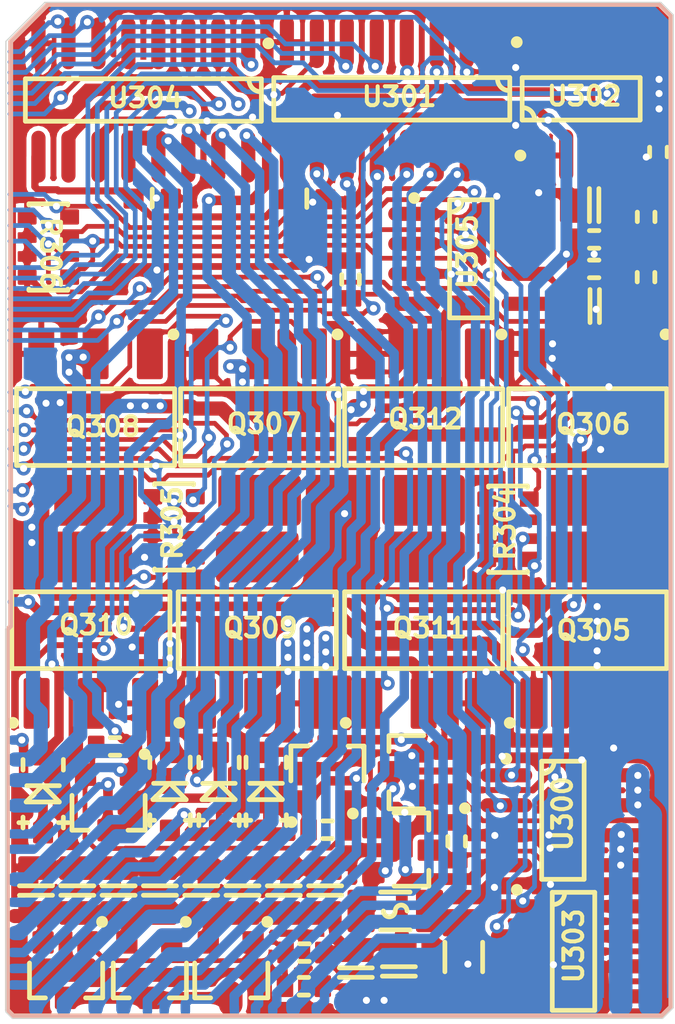
<source format=kicad_pcb>
(kicad_pcb (version 20210126) (generator pcbnew)
  (layers (0 "F.Cu" signal "Top Layer") (31 "B.Cu" signal "Bottom Layer") (34 "B.Paste" user "Bottom Paste") (35 "F.Paste" user "Top Paste") (36 "B.SilkS" user "Bottom Overlay") (37 "F.SilkS" user "Top Overlay") (38 "B.Mask" user "Bottom Solder") (39 "F.Mask" user "Top Solder") (44 "Edge.Cuts" user))
  (net 0 "")
  (net 1 "NetF300_1")
  (net 2 "V12PROT")
  (net 3 "PP2")
  (net 4 "PP1")
  (net 5 "OUT_PP2")
  (net 6 "OUT_PP1")
  (net 7 "OUT_LOW4_DIODE")
  (net 8 "OUT_LOW9")
  (net 9 "OUT_LOW8")
  (net 10 "OUT_LOW10")
  (net 11 "OUT_HIGH1")
  (net 12 "LOW4_DIODE")
  (net 13 "LOW6_HIGH2")
  (net 14 "LOW5_HIGH1")
  (net 15 "LOW9")
  (net 16 "LOW8")
  (net 17 "LOW10")
  (net 18 "NetD304_3")
  (net 19 "OUT_LOW2_DUAL")
  (net 20 "LOW2_DUAL")
  (net 21 "LOW7")
  (net 22 "LOW11")
  (net 23 "VCC_PP2")
  (net 24 "VCC_PP1")
  (net 25 "OUT_LOW12")
  (net 26 "OUT_LOW6_PULLUP")
  (net 27 "OUT_LOW5_PULLUP")
  (net 28 "OUT_LOW7")
  (net 29 "OUT_LOW11")
  (net 30 "NetD301_1")
  (net 31 "NetD302_1")
  (net 32 "LOW12")
  (net 33 "LOW3_DIODE")
  (net 34 "LOW1_DUAL")
  (net 35 "COIL_B2")
  (net 36 "COIL_B1")
  (net 37 "COIL_A2")
  (net 38 "COIL_A1")
  (net 39 "OUT_LOW1_DUAL")
  (net 40 "OUT_INJ8")
  (net 41 "OUT_INJ7")
  (net 42 "OUT_COIL_A2")
  (net 43 "OUT_COIL_A1")
  (net 44 "NetQ300_1")
  (net 45 "V12_RAW")
  (net 46 "GND")
  (net 47 "V5")
  (net 48 "V12P")
  (net 49 "OUT_LOW3_MAIN")
  (net 50 "OUT_INJ5")
  (net 51 "OUT_INJ6")
  (net 52 "OUT_INJ1")
  (net 53 "OUT_INJ2")
  (net 54 "OUT_INJ3")
  (net 55 "OUT_INJ4")
  (net 56 "INJ1")
  (net 57 "INJ2")
  (net 58 "INJ3")
  (net 59 "INJ4")
  (net 60 "INJ5")
  (net 61 "INJ6")
  (net 62 "OUT_COIL_B1")
  (net 63 "OUT_COIL_B2")
  (net 64 "OUT_HIGH2")
  (net 65 "INJ7")
  (net 66 "INJ8")
  (footprint "General.pcblib:D Schottky" (layer "F.Cu") (at 145.388587 116.901093 -90)
    (fp_text reference "D303" hide)
    (fp_text value "B5819W" hide)
  )
  (footprint "General.pcblib:Cap" (layer "F.Cu") (at 149.213603 124.576106 -90)
    (fp_text reference "C308" hide)
    (fp_text value "10u" hide)
  )
  (footprint "General.pcblib:Res" (layer "F.Cu") (at 147.0136 123.726098 180)
    (fp_text reference "R300" hide)
    (fp_text value "10k" hide)
  )
  (footprint "Small.PcbLib:MOSFET-n" (layer "F.Cu") (at 159.013602 101.476089 -90)
    (fp_text reference "Q306")
    (fp_text value "AUIPS2041LTR" hide)
  )
  (footprint "General.pcblib:Res" (layer "F.Cu") (at 146.9886 125.1511 180)
    (fp_text reference "R301" hide)
    (fp_text value "10k" hide)
  )
  (footprint "General.pcblib:Res" (layer "F.Cu") (at 153.76364 123.916095 90)
    (fp_text reference "R314" hide)
    (fp_text value "0.1" hide)
  )
  (footprint "Small.PcbLib:MOSFET-n" (layer "F.Cu") (at 145.013602 110.07609 90)
    (fp_text reference "Q309")
    (fp_text value "AUIPS2041LTR" hide)
  )
  (footprint "General.pcblib:Res" (layer "F.Cu") (at 161.488575 92.576092 -90)
    (fp_text reference "R309" hide)
    (fp_text value "0" hide)
  )
  (footprint "Small.PcbLib:Res Array 4" (layer "F.Cu") (at 141.488602 105.70109 180)
    (fp_text reference "R305")
    (fp_text value "10k" hide)
  )
  (footprint "IC.PcbLib:ULN2003AD" (layer "F.Cu") (at 140.188612 87.626094 -90)
    (fp_text reference "U304")
    (fp_text value "ULN2003AD" hide)
  )
  (footprint "Small.PcbLib:MOSFET-n" (layer "F.Cu") (at 152.063603 101.476089 -90)
    (fp_text reference "Q312")
    (fp_text value "AUIPS2041LTR" hide)
  )
  (footprint "General.pcblib:D Schottky" (layer "F.Cu") (at 141.313596 116.901093 -90)
    (fp_text reference "D301" hide)
    (fp_text value "B5819W" hide)
  )
  (footprint "General.pcblib:Cap" (layer "F.Cu") (at 147.113602 91.826093 180)
    (fp_text reference "C303" hide)
    (fp_text value "100n" hide)
  )
  (footprint "Small.PcbLib:MOSFET-p" (layer "F.Cu") (at 140.438602 124.4761 -90)
    (fp_text reference "Q301" hide)
    (fp_text value "AO3401A" hide)
  )
  (footprint "General.pcblib:Cap" (layer "F.Cu") (at 147.8636 121.1011 90)
    (fp_text reference "C306" hide)
    (fp_text value "10u" hide)
  )
  (footprint "Small.PcbLib:D TVS PSM712-12" (layer "F.Cu") (at 151.113602 119.3911)
    (fp_text reference "D304" hide)
    (fp_text value "PSM712-LF" hide)
  )
  (footprint "Small.PcbLib:MOSFET-p" (layer "F.Cu") (at 138.688593 117.376075 -90)
    (fp_text reference "Q303" hide)
    (fp_text value "AO3401A" hide)
  )
  (footprint "General.pcblib:Res" (layer "F.Cu") (at 159.288562 93.526092 180)
    (fp_text reference "R310" hide)
    (fp_text value "0" hide)
  )
  (footprint "Small.PcbLib:Res Array 4" (layer "F.Cu") (at 155.638602 105.801092 180)
    (fp_text reference "R304")
    (fp_text value "10k" hide)
  )
  (footprint "IC.PcbLib:ULN2003AD" (layer "F.Cu") (at 150.713605 87.576094 -90)
    (fp_text reference "U301")
    (fp_text value "ULN2003AD" hide)
  )
  (footprint "Small.PcbLib:MOSFET-p" (layer "F.Cu") (at 148.013568 116.151086 90)
    (fp_text reference "Q304" hide)
    (fp_text value "AO3401A" hide)
  )
  (footprint "Small.PcbLib:MOSFET-p" (layer "F.Cu") (at 143.8886 124.4761 -90)
    (fp_text reference "Q302" hide)
    (fp_text value "AO3401A" hide)
  )
  (footprint "General.pcblib:F PTC" (layer "F.Cu") (at 150.863587 121.9661 180)
    (fp_text reference "F300" hide)
    (fp_text value "SMD1206P050TF/24" hide)
  )
  (footprint "General.pcblib:D Schottky" (layer "F.Cu") (at 143.388586 116.901093 -90)
    (fp_text reference "D300" hide)
    (fp_text value "B5819W" hide)
  )
  (footprint "General.pcblib:D Schottky" (layer "F.Cu") (at 135.938603 117.001092 -90)
    (fp_text reference "D302" hide)
    (fp_text value "B5819W" hide)
  )
  (footprint "General.pcblib:Cap" (layer "F.Cu") (at 135.6136 121.1011 90)
    (fp_text reference "C309" hide)
    (fp_text value "10u" hide)
  )
  (footprint "Small.PcbLib:MOSFET-n" (layer "F.Cu") (at 138.163613 101.476089 -90)
    (fp_text reference "Q308")
    (fp_text value "AUIPS2041LTR" hide)
  )
  (footprint "IC.PcbLib:RZ7899" (layer "F.Cu") (at 157.963687 118.126091)
    (fp_text reference "U300")
    (fp_text value "RZ7899" hide)
  )
  (footprint "Small.PcbLib:MOSFET-n" (layer "F.Cu") (at 151.763603 116.066085 180)
    (fp_text reference "Q313" hide)
    (fp_text value "AO3400A" hide)
  )
  (footprint "General.pcblib:Cap" (layer "F.Cu") (at 159.313581 96.326092)
    (fp_text reference "C302" hide)
    (fp_text value "10u" hide)
  )
  (footprint "General.pcblib:Cap" (layer "F.Cu") (at 140.863602 121.1011 90)
    (fp_text reference "C312" hide)
    (fp_text value "10u" hide)
  )
  (footprint "General.pcblib:Res" (layer "F.Cu") (at 138.988602 115.001091)
    (fp_text reference "R302" hide)
    (fp_text value "4.7k" hide)
  )
  (footprint "General.pcblib:Res" (layer "F.Cu") (at 148.9636 95.226089 -90)
    (fp_text reference "R308" hide)
    (fp_text value "4.7k" hide)
  )
  (footprint "General.pcblib:Cap" (layer "F.Cu") (at 146.113602 121.1011 90)
    (fp_text reference "C305" hide)
    (fp_text value "10u" hide)
  )
  (footprint "General.pcblib:Res" (layer "F.Cu") (at 162.013603 89.826092 90)
    (fp_text reference "R307" hide)
    (fp_text value "4.7k" hide)
  )
  (footprint "IC.PcbLib:NE555D" (layer "F.Cu") (at 158.738598 87.576092 90)
    (fp_text reference "U302")
    (fp_text value "NE555D" hide)
  )
  (footprint "General.pcblib:Res" (layer "F.Cu") (at 159.288562 94.776092 180)
    (fp_text reference "R312" hide)
    (fp_text value "0" hide)
  )
  (footprint "General.pcblib:Cap" (layer "F.Cu") (at 151.038603 124.5261 -90)
    (fp_text reference "C307" hide)
    (fp_text value "10u" hide)
  )
  (footprint "IC.PcbLib:NE555D" (layer "F.Cu") (at 154.0636 94.351092)
    (fp_text reference "U305")
    (fp_text value "NE555D" hide)
  )
  (footprint "Small.PcbLib:MOSFET-p" (layer "F.Cu") (at 136.8886 124.4761 -90)
    (fp_text reference "Q300" hide)
    (fp_text value "AO3401A" hide)
  )
  (footprint "General.pcblib:Cap" (layer "F.Cu") (at 159.288574 92.101091 180)
    (fp_text reference "C300" hide)
    (fp_text value "10u" hide)
  )
  (footprint "Small.PcbLib:MOSFET-n" (layer "F.Cu") (at 137.963603 110.07609 90)
    (fp_text reference "Q310")
    (fp_text value "AUIPS2041LTR" hide)
  )
  (footprint "General.pcblib:Cap" (layer "F.Cu") (at 142.6136 121.1011 90)
    (fp_text reference "C313" hide)
    (fp_text value "10u" hide)
  )
  (footprint "General.pcblib:Cap" (layer "F.Cu") (at 140.563603 91.801094 180)
    (fp_text reference "C301" hide)
    (fp_text value "100n" hide)
  )
  (footprint "General.pcblib:Res" (layer "F.Cu") (at 147.988569 118.526078 180)
    (fp_text reference "R303" hide)
    (fp_text value "4.7k" hide)
  )
  (footprint "General.pcblib:Cap" (layer "F.Cu") (at 139.1136 121.1011 90)
    (fp_text reference "C311" hide)
    (fp_text value "10u" hide)
  )
  (footprint "Small.PcbLib:MOSFET-n" (layer "F.Cu") (at 145.113606 101.476089 -90)
    (fp_text reference "Q307")
    (fp_text value "AUIPS2041LTR" hide)
  )
  (footprint "Small.PcbLib:Res Array 4" (layer "F.Cu") (at 136.1636 93.851093 180)
    (fp_text reference "R306")
    (fp_text value "10k" hide)
  )
  (footprint "Small.PcbLib:MOSFET-n" (layer "F.Cu") (at 152.063603 110.07609 90)
    (fp_text reference "Q311")
    (fp_text value "AUIPS2041LTR" hide)
  )
  (footprint "IC.PcbLib:RZ7899" (layer "F.Cu") (at 158.413709 123.676103)
    (fp_text reference "U303")
    (fp_text value "RZ7899" hide)
  )
  (footprint "General.pcblib:Res" (layer "F.Cu") (at 161.488575 95.126092 90)
    (fp_text reference "R311" hide)
    (fp_text value "0" hide)
  )
  (footprint "Small.PcbLib:MOSFET-n" (layer "F.Cu") (at 159.013602 110.07609 90)
    (fp_text reference "Q305")
    (fp_text value "AUIPS2041LTR" hide)
  )
  (footprint "General.pcblib:Cap" (layer "F.Cu") (at 137.363602 121.1011 90)
    (fp_text reference "C310" hide)
    (fp_text value "10u" hide)
  )
  (footprint "General.pcblib:Cap" (layer "F.Cu") (at 144.3636 121.1011 90)
    (fp_text reference "C304" hide)
    (fp_text value "10u" hide)
  )
  (footprint "General.pcblib:Res" (layer "F.Cu") (at 153.4636 119.016105 90)
    (fp_text reference "R313" hide)
    (fp_text value "4.7k" hide)
  )
  (footprint "Mod.PcbLib:Mod-Hellen-Output" (layer "F.Cu") (at 134.3636 126.5161)
    (fp_text reference "M300" hide)
    (fp_text value "Module:output/0.1" hide)
  )
  (gr_poly (pts (xy 154.748484 86.244794) (xy 154.782934 86.208957) (xy 154.836572 86.144215) (xy 154.855759 86.115312) (xy 154.869861 86.088721) (xy 154.878873 86.064438) (xy 154.8828 86.04247) (xy 154.881639 86.02281) (xy 154.875388 86.005465) (xy 154.864052 85.99043) (xy 155.14427 86.270648) (xy 155.129235 86.259312) (xy 155.11189 86.253061) (xy 155.09223 86.251901) (xy 155.070262 86.255827) (xy 155.045979 86.264839) (xy 155.019388 86.278941) (xy 154.990485 86.298129) (xy 154.959271 86.322403) (xy 154.925743 86.351766) (xy 154.889906 86.386216)) (layer "F.Cu") (width 0) (fill solid))
  (gr_poly (pts (xy 156.958597 89.462768) (xy 156.958856 89.530007) (xy 156.979506 89.835579) (xy 156.984411 89.844733) (xy 156.682786 89.844733) (xy 156.68769 89.835579) (xy 156.692077 89.819971) (xy 156.695951 89.797908) (xy 156.699306 89.769392) (xy 156.706276 89.645122) (xy 156.7086 89.462768)) (layer "F.Cu") (width 0) (fill solid))
  (gr_poly (pts (xy 159.046444 124.823944) (xy 158.962824 124.909845) (xy 158.78428 125.12261) (xy 158.748873 125.178554) (xy 158.725515 125.227007) (xy 158.714209 125.267972) (xy 158.714956 125.301449) (xy 158.727755 125.327436) (xy 158.752606 125.345935) (xy 158.014546 124.993294) (xy 157.936603 125.020159) (xy 157.886342 125.024721) (xy 157.863761 125.006977) (xy 157.868862 124.966931) (xy 157.901643 124.904579) (xy 157.962102 124.819924) (xy 158.050246 124.712962) (xy 158.309572 124.432129) (xy 158.480755 124.258256)) (layer "F.Cu") (width 0) (fill solid))
  (gr_poly (pts (xy 137.086592 87.269524) (xy 137.067692 87.289978) (xy 137.050816 87.31152) (xy 137.035962 87.334154) (xy 137.023127 87.357875) (xy 137.012317 87.382688) (xy 137.003529 87.408589) (xy 136.99676 87.435581) (xy 136.992012 87.463661) (xy 136.989289 87.492833) (xy 136.988586 87.523092) (xy 136.6916 87.226107) (xy 136.72186 87.225404) (xy 136.751032 87.222681) (xy 136.779112 87.217934) (xy 136.806105 87.211165) (xy 136.832005 87.202376) (xy 136.856818 87.191566) (xy 136.880539 87.178731) (xy 136.903173 87.163877) (xy 136.924715 87.147002) (xy 136.94517 87.128102)) (layer "F.Cu") (width 0) (fill solid))
  (gr_poly (pts (xy 145.013602 87.947478) (xy 145.014028 87.980071) (xy 145.020444 88.064709) (xy 145.024295 88.088542) (xy 145.028999 88.110182) (xy 145.034559 88.129631) (xy 145.040975 88.14689) (xy 145.048247 88.16196) (xy 145.056373 88.174838) (xy 144.642246 88.104841) (xy 144.655804 88.093738) (xy 144.667936 88.080289) (xy 144.678639 88.064493) (xy 144.687915 88.046352) (xy 144.695764 88.025865) (xy 144.702185 88.003032) (xy 144.707181 87.977853) (xy 144.710747 87.95033) (xy 144.712888 87.92046) (xy 144.713602 87.888245)) (layer "F.Cu") (width 0) (fill solid))
  (gr_poly (pts (xy 136.441417 93.271805) (xy 136.422359 93.25387) (xy 136.403555 93.238435) (xy 136.385003 93.225496) (xy 136.366705 93.215057) (xy 136.348656 93.207114) (xy 136.330863 93.201671) (xy 136.313319 93.198724) (xy 136.296029 93.198277) (xy 136.278991 93.200327) (xy 136.262207 93.204876) (xy 136.463593 92.924036) (xy 136.46463 92.941623) (xy 136.468031 92.959832) (xy 136.473794 92.978661) (xy 136.481919 92.99811) (xy 136.49241 93.018179) (xy 136.505259 93.03887) (xy 136.520474 93.06018) (xy 136.538051 93.08211) (xy 136.580291 93.127836)) (layer "F.Cu") (width 0) (fill solid))
  (gr_poly (pts (xy 144.337802 88.301091) (xy 144.37011 88.300327) (xy 144.39977 88.298028) (xy 144.426778 88.2942) (xy 144.451136 88.288838) (xy 144.472843 88.281947) (xy 144.491898 88.273525) (xy 144.508304 88.26357) (xy 144.522058 88.252082) (xy 144.533161 88.239065) (xy 144.541614 88.224515) (xy 144.681618 88.620491) (xy 144.672353 88.616806) (xy 144.660394 88.613509) (xy 144.645741 88.610598) (xy 144.60836 88.605942) (xy 144.560206 88.602836) (xy 144.467781 88.601091)) (layer "F.Cu") (width 0) (fill solid))
  (gr_poly (pts (xy 158.463605 100.050141) (xy 158.472858 99.382824) (xy 159.363603 99.447094) (xy 159.306603 99.449228) (xy 159.255603 99.46429) (xy 159.210604 99.492278) (xy 159.171605 99.533192) (xy 159.138603 99.587033) (xy 159.111605 99.653802) (xy 159.090604 99.733497) (xy 159.075603 99.826118) (xy 159.066604 99.931665) (xy 159.063604 100.050141)) (layer "F.Cu") (width 0) (fill solid))
  (gr_poly (pts (xy 150.494467 116.771974) (xy 150.48723 116.51169) (xy 151.001108 116.507154) (xy 150.999846 116.509813) (xy 150.998718 116.517766) (xy 150.99772 116.531012) (xy 150.994733 116.676658) (xy 150.994466 116.771974)) (layer "F.Cu") (width 0) (fill solid))
  (gr_poly (pts (xy 142.643009 88.868319) (xy 142.642854 88.834341) (xy 142.633053 88.681472) (xy 142.630408 88.671774) (xy 142.627452 88.665111) (xy 142.953067 88.801835) (xy 142.941658 88.805744) (xy 142.931447 88.811809) (xy 142.922437 88.820026) (xy 142.914632 88.830394) (xy 142.908025 88.842917) (xy 142.90262 88.85759) (xy 142.898417 88.874418) (xy 142.895412 88.893396) (xy 142.893611 88.914529) (xy 142.893011 88.937813)) (layer "F.Cu") (width 0) (fill solid))
  (gr_poly (pts (xy 152.964376 92.59585) (xy 152.910543 92.596346) (xy 152.751882 92.608261) (xy 152.726383 92.613722) (xy 152.70655 92.620176) (xy 152.692385 92.627623) (xy 152.683883 92.636064) (xy 152.681051 92.645495) (xy 152.681051 92.246689) (xy 152.683883 92.25612) (xy 152.692385 92.264561) (xy 152.70655 92.272008) (xy 152.726383 92.278462) (xy 152.751882 92.283923) (xy 152.783048 92.288391) (xy 152.862379 92.294347) (xy 152.964376 92.296334)) (layer "F.Cu") (width 0) (fill solid))
  (gr_poly (pts (xy 139.489945 125.396102) (xy 139.566104 125.394126) (xy 139.637026 125.388195) (xy 139.70271 125.37831) (xy 139.763162 125.364472) (xy 139.818377 125.346679) (xy 139.868354 125.324934) (xy 139.913099 125.299234) (xy 139.952603 125.26958) (xy 139.986876 125.235973) (xy 140.01591 125.198411) (xy 140.01591 126.093792) (xy 139.986876 126.05623) (xy 139.952603 126.022624) (xy 139.913099 125.992969) (xy 139.868354 125.967269) (xy 139.818377 125.945525) (xy 139.763162 125.927732) (xy 139.70271 125.913894) (xy 139.637026 125.904008) (xy 139.566104 125.898077) (xy 139.489945 125.8961)) (layer "F.Cu") (width 0) (fill solid))
  (gr_poly (pts (xy 143.36265 99.591559) (xy 143.321362 99.551656) (xy 143.247458 99.488821) (xy 143.21484 99.465887) (xy 143.185111 99.448613) (xy 143.158271 99.436995) (xy 143.134322 99.431034) (xy 143.11326 99.430729) (xy 143.095089 99.43608) (xy 143.079808 99.447089) (xy 143.359602 99.167295) (xy 143.348593 99.182576) (xy 143.343242 99.200747) (xy 143.343546 99.221809) (xy 143.349508 99.245758) (xy 143.361126 99.272598) (xy 143.3784 99.302327) (xy 143.401334 99.334945) (xy 143.429922 99.370455) (xy 143.504072 99.450137)) (layer "F.Cu") (width 0) (fill solid))
  (gr_poly (pts (xy 135.1386 93.149258) (xy 135.13735 93.101178) (xy 135.1336 93.058161) (xy 135.12735 93.020203) (xy 135.1186 92.987308) (xy 135.10735 92.959472) (xy 135.0936 92.936698) (xy 135.07735 92.918984) (xy 135.0586 92.906332) (xy 135.03735 92.89874) (xy 135.0136 92.89621) (xy 135.5136 92.89621) (xy 135.489851 92.89874) (xy 135.468602 92.906332) (xy 135.449851 92.918984) (xy 135.4336 92.936698) (xy 135.419851 92.959472) (xy 135.408602 92.987308) (xy 135.399851 93.020203) (xy 135.3936 93.058161) (xy 135.389851 93.101178) (xy 135.388602 93.149258)) (layer "F.Cu") (width 0) (fill solid))
  (gr_poly (pts (xy 142.130757 97.311091) (xy 142.331875 97.310344) (xy 142.267605 97.61109) (xy 142.269421 97.592091) (xy 142.266322 97.575091) (xy 142.258306 97.56009) (xy 142.245375 97.54709) (xy 142.227529 97.536092) (xy 142.204765 97.52709) (xy 142.177087 97.52009) (xy 142.144494 97.515091) (xy 142.106983 97.512091) (xy 142.064557 97.511091)) (layer "F.Cu") (width 0) (fill solid))
  (gr_poly (pts (xy 139.050045 91.326094) (xy 139.132417 91.326673) (xy 139.356989 91.340544) (xy 139.3869 91.346904) (xy 139.40632 91.354418) (xy 139.415249 91.363087) (xy 139.413684 91.372914) (xy 139.401627 91.383897) (xy 139.353092 91.776093) (xy 139.353402 91.747594) (xy 139.34691 91.722093) (xy 139.333613 91.699594) (xy 139.313514 91.680094) (xy 139.286613 91.663594) (xy 139.252904 91.650094) (xy 139.212394 91.639594) (xy 139.165081 91.632093) (xy 139.110964 91.627595) (xy 139.050045 91.626094)) (layer "F.Cu") (width 0) (fill solid))
  (gr_poly (pts (xy 160.987425 91.901092) (xy 160.939346 91.902341) (xy 160.896328 91.90609) (xy 160.85837 91.912341) (xy 160.825475 91.921089) (xy 160.797639 91.932341) (xy 160.774865 91.94609) (xy 160.757151 91.962341) (xy 160.7445 91.981092) (xy 160.736908 92.002341) (xy 160.734378 92.02609) (xy 160.734378 91.526091) (xy 160.736908 91.54984) (xy 160.7445 91.57109) (xy 160.757151 91.58984) (xy 160.774865 91.606091) (xy 160.797639 91.61984) (xy 160.825475 91.63109) (xy 160.85837 91.63984) (xy 160.896328 91.646091) (xy 160.939346 91.64984) (xy 160.987425 91.65109)) (layer "F.Cu") (width 0) (fill solid))
  (gr_poly (pts (xy 134.987465 120.188592) (xy 134.948885 120.189592) (xy 134.914369 120.192592) (xy 134.883911 120.197591) (xy 134.857513 120.204591) (xy 134.835179 120.213593) (xy 134.816904 120.224591) (xy 134.802692 120.237591) (xy 134.79254 120.252592) (xy 134.786447 120.269592) (xy 134.784417 120.288591) (xy 134.784417 119.888592) (xy 134.786447 119.907591) (xy 134.79254 119.924592) (xy 134.802692 119.939593) (xy 134.816904 119.952593) (xy 134.835179 119.963591) (xy 134.857513 119.972593) (xy 134.883911 119.979593) (xy 134.914369 119.984592) (xy 134.948885 119.987591) (xy 134.987465 119.988592)) (layer "F.Cu") (width 0) (fill solid))
  (gr_poly (pts (xy 143.837452 120.401078) (xy 143.763401 120.403278) (xy 143.694051 120.409874) (xy 143.629401 120.42087) (xy 143.569454 120.436262) (xy 143.514209 120.456051) (xy 143.463663 120.480242) (xy 143.417821 120.508827) (xy 143.376678 120.541812) (xy 143.340239 120.579195) (xy 143.3085 120.620976) (xy 143.3085 119.681181) (xy 143.340239 119.722961) (xy 143.376678 119.760345) (xy 143.417821 119.79333) (xy 143.463663 119.821915) (xy 143.514209 119.846106) (xy 143.569454 119.865895) (xy 143.629401 119.881287) (xy 143.694051 119.892283) (xy 143.763401 119.898879) (xy 143.837452 119.901079)) (layer "F.Cu") (width 0) (fill solid))
  (gr_poly (pts (xy 159.464751 96.176092) (xy 159.52233 96.174591) (xy 159.573849 96.170093) (xy 159.619305 96.162592) (xy 159.658701 96.152092) (xy 159.692038 96.138592) (xy 159.71931 96.122092) (xy 159.740524 96.102592) (xy 159.755678 96.080093) (xy 159.764768 96.054591) (xy 159.767799 96.026092) (xy 159.767799 96.626091) (xy 159.764768 96.597592) (xy 159.755678 96.572091) (xy 159.740524 96.549591) (xy 159.71931 96.530092) (xy 159.692038 96.513592) (xy 159.658701 96.500092) (xy 159.619305 96.489592) (xy 159.573849 96.482091) (xy 159.52233 96.477593) (xy 159.464751 96.476091)) (layer "F.Cu") (width 0) (fill solid))
  (gr_poly (pts (xy 145.587451 120.401078) (xy 145.5134 120.403278) (xy 145.44405 120.409874) (xy 145.3794 120.42087) (xy 145.319453 120.436262) (xy 145.264208 120.456051) (xy 145.213662 120.480242) (xy 145.16782 120.508827) (xy 145.126677 120.541812) (xy 145.090238 120.579195) (xy 145.058499 120.620976) (xy 145.058499 119.681181) (xy 145.090238 119.722961) (xy 145.126677 119.760345) (xy 145.16782 119.79333) (xy 145.213662 119.821915) (xy 145.264208 119.846106) (xy 145.319453 119.865895) (xy 145.3794 119.881287) (xy 145.44405 119.892283) (xy 145.5134 119.898879) (xy 145.587451 119.901079)) (layer "F.Cu") (width 0) (fill solid))
  (gr_poly (pts (xy 159.87585 123.291103) (xy 159.046266 123.324123) (xy 159.046266 122.758084) (xy 159.060513 122.764357) (xy 159.09003 122.769971) (xy 159.134815 122.774924) (xy 159.360786 122.78582) (xy 159.87585 122.791104)) (layer "F.Cu") (width 0) (fill solid))
  (gr_poly (pts (xy 159.894733 124.59807) (xy 159.895337 124.693856) (xy 159.91647 125.046398) (xy 159.924321 125.091627) (xy 159.933379 125.128432) (xy 159.943643 125.156809) (xy 159.955116 125.176761) (xy 159.147152 125.103304) (xy 159.194193 125.100748) (xy 159.236281 125.084086) (xy 159.273418 125.053309) (xy 159.305605 125.008422) (xy 159.332839 124.949425) (xy 159.35512 124.876317) (xy 159.37245 124.789096) (xy 159.38483 124.687765) (xy 159.392257 124.572322) (xy 159.394734 124.442769)) (layer "F.Cu") (width 0) (fill solid))
  (gr_poly (pts (xy 139.288602 122.94995) (xy 139.286603 122.872076) (xy 139.2806 122.802549) (xy 139.2706 122.741373) (xy 139.256603 122.688546) (xy 139.238602 122.644066) (xy 139.216603 122.607937) (xy 139.1906 122.580154) (xy 139.1606 122.560721) (xy 139.126603 122.549639) (xy 139.088602 122.546903) (xy 139.808499 122.520997) (xy 139.785718 122.53971) (xy 139.765337 122.563794) (xy 139.747351 122.593253) (xy 139.731763 122.628086) (xy 139.718575 122.668295) (xy 139.707785 122.713877) (xy 139.699391 122.764835) (xy 139.693396 122.821165) (xy 139.6886 122.94995)) (layer "F.Cu") (width 0) (fill solid))
  (gr_poly (pts (xy 145.487253 123.3961) (xy 145.448673 123.397102) (xy 145.414157 123.400102) (xy 145.3837 123.4051) (xy 145.357302 123.4121) (xy 145.334967 123.4211) (xy 145.316692 123.4321) (xy 145.302481 123.4451) (xy 145.292328 123.460102) (xy 145.286235 123.477102) (xy 145.284206 123.4961) (xy 145.284206 123.096102) (xy 145.286235 123.1151) (xy 145.292328 123.1321) (xy 145.302481 123.147102) (xy 145.316692 123.160102) (xy 145.334967 123.171103) (xy 145.357302 123.180102) (xy 145.3837 123.187102) (xy 145.414157 123.1921) (xy 145.448673 123.1951) (xy 145.487253 123.196102)) (layer "F.Cu") (width 0) (fill solid))
  (gr_poly (pts (xy 151.367257 116.191102) (xy 151.309677 116.192603) (xy 151.258159 116.1971) (xy 151.212703 116.204602) (xy 151.173307 116.215102) (xy 151.13997 116.228602) (xy 151.112698 116.245102) (xy 151.091484 116.264602) (xy 151.07633 116.2871) (xy 151.067239 116.312602) (xy 151.064209 116.3411) (xy 151.064209 115.741102) (xy 151.067239 115.769601) (xy 151.07633 115.795103) (xy 151.091484 115.817602) (xy 151.112698 115.837102) (xy 151.13997 115.853602) (xy 151.173307 115.867102) (xy 151.212703 115.877602) (xy 151.258159 115.885103) (xy 151.309677 115.889601) (xy 151.367257 115.891102)) (layer "F.Cu") (width 0) (fill solid))
  (gr_poly (pts (xy 156.063602 85.788252) (xy 156.064702 85.816077) (xy 156.068002 85.843245) (xy 156.073503 85.869753) (xy 156.081202 85.8956) (xy 156.091103 85.920789) (xy 156.103203 85.94532) (xy 156.117501 85.969191) (xy 156.134001 85.992404) (xy 156.152703 86.014957) (xy 156.173602 86.036852) (xy 155.753603 86.036852) (xy 155.774502 86.014957) (xy 155.793204 85.992404) (xy 155.809704 85.969191) (xy 155.824002 85.94532) (xy 155.836102 85.920789) (xy 155.846003 85.8956) (xy 155.853702 85.869753) (xy 155.859203 85.843245) (xy 155.862503 85.816077) (xy 155.863603 85.788252)) (layer "F.Cu") (width 0) (fill solid))
  (gr_poly (pts (xy 155.288674 118.861091) (xy 155.263434 118.862092) (xy 155.238044 118.865092) (xy 155.212504 118.87009) (xy 155.186817 118.877088) (xy 155.16098 118.886087) (xy 155.134996 118.897086) (xy 155.108862 118.910083) (xy 155.082581 118.925079) (xy 155.056149 118.942077) (xy 155.029568 118.961073) (xy 155.029568 118.56111) (xy 155.056149 118.580106) (xy 155.108862 118.6121) (xy 155.134996 118.625097) (xy 155.16098 118.636095) (xy 155.186817 118.645095) (xy 155.212504 118.652092) (xy 155.238044 118.657091) (xy 155.263434 118.660091) (xy 155.288674 118.661092)) (layer "F.Cu") (width 0) (fill solid))
  (gr_poly (pts (xy 137.59403 88.92852) (xy 137.519814 89.005532) (xy 137.40193 89.145799) (xy 137.358263 89.209052) (xy 137.324775 89.267721) (xy 137.301473 89.3218) (xy 137.288352 89.371297) (xy 137.28541 89.416205) (xy 137.292654 89.456527) (xy 137.310079 89.492262) (xy 136.936092 88.936785) (xy 136.957252 88.931583) (xy 136.982045 88.921065) (xy 137.010473 88.905238) (xy 137.042533 88.884095) (xy 137.078225 88.857641) (xy 137.160511 88.788794) (xy 137.257328 88.698695) (xy 137.311186 88.645675)) (layer "F.Cu") (width 0) (fill solid))
  (gr_poly (pts (xy 148.490376 122.914324) (xy 148.702057 123.130303) (xy 148.4928 123.619555) (xy 148.489007 123.616581) (xy 148.478149 123.606451) (xy 148.136824 123.267877)) (layer "F.Cu") (width 0) (fill solid))
  (gr_poly (pts (xy 143.13975 119.901079) (xy 143.213801 119.898879) (xy 143.28315 119.892283) (xy 143.347801 119.881287) (xy 143.407748 119.865895) (xy 143.462993 119.846106) (xy 143.513539 119.821915) (xy 143.55938 119.79333) (xy 143.600523 119.760345) (xy 143.636962 119.722961) (xy 143.668702 119.681181) (xy 143.668702 120.620976) (xy 143.636962 120.579195) (xy 143.600523 120.541812) (xy 143.55938 120.508827) (xy 143.513539 120.480242) (xy 143.462993 120.456051) (xy 143.407748 120.436262) (xy 143.347801 120.42087) (xy 143.28315 120.409874) (xy 143.213801 120.403278) (xy 143.13975 120.401078)) (layer "F.Cu") (width 0) (fill solid))
  (gr_poly (pts (xy 134.913604 115.1788) (xy 134.913355 115.144741) (xy 134.904686 115.023718) (xy 134.901465 115.009367) (xy 134.897752 114.9983) (xy 134.893541 114.99052) (xy 134.888834 114.986024) (xy 135.295498 114.881028) (xy 135.313603 115.19656)) (layer "F.Cu") (width 0) (fill solid))
  (gr_poly (pts (xy 136.48577 94.076891) (xy 136.4646 94.057488) (xy 136.44274 94.04093) (xy 136.420192 94.027217) (xy 136.396954 94.016345) (xy 136.373024 94.008316) (xy 136.348407 94.003132) (xy 136.323098 94.000793) (xy 136.297099 94.001296) (xy 136.270411 94.004641) (xy 136.243032 94.010834) (xy 136.454421 93.647908) (xy 136.462755 93.678053) (xy 136.482719 93.734751) (xy 136.49435 93.761304) (xy 136.507081 93.786663) (xy 136.520911 93.810824) (xy 136.535838 93.833788) (xy 136.551868 93.855556) (xy 136.568996 93.876127) (xy 136.587223 93.895502)) (layer "F.Cu") (width 0) (fill solid))
  (gr_poly (pts (xy 148.30534 96.026092) (xy 148.344095 96.025092) (xy 148.378751 96.022092) (xy 148.409307 96.017093) (xy 148.435761 96.010093) (xy 148.458116 96.001094) (xy 148.476371 95.990093) (xy 148.490526 95.977093) (xy 148.50058 95.962092) (xy 148.506533 95.945092) (xy 148.508388 95.926093) (xy 148.512309 96.325497) (xy 148.510064 96.30661) (xy 148.503717 96.289711) (xy 148.493272 96.274802) (xy 148.478725 96.261878) (xy 148.460079 96.250943) (xy 148.437331 96.241997) (xy 148.410483 96.235038) (xy 148.379536 96.230067) (xy 148.344489 96.227085) (xy 148.30534 96.226092)) (layer "F.Cu") (width 0) (fill solid))
  (gr_poly (pts (xy 149.838768 123.113592) (xy 150.375775 123.084773) (xy 150.3178 123.863591) (xy 150.316118 123.81609) (xy 150.303634 123.773591) (xy 150.280342 123.73609) (xy 150.246245 123.703591) (xy 150.201343 123.67609) (xy 150.145636 123.653591) (xy 150.079124 123.636091) (xy 150.001806 123.623591) (xy 149.913681 123.616091) (xy 149.814753 123.613591)) (layer "F.Cu") (width 0) (fill solid))
  (gr_poly (pts (xy 159.855825 96.476091) (xy 159.823209 96.47682) (xy 159.767326 96.48266) (xy 159.74406 96.487768) (xy 159.723913 96.494336) (xy 159.706882 96.502363) (xy 159.692968 96.51185) (xy 159.68217 96.522794) (xy 159.674492 96.535202) (xy 159.66993 96.549066) (xy 159.460784 96.200801) (xy 159.808261 96.176092)) (layer "F.Cu") (width 0) (fill solid))
  (gr_poly (pts (xy 140.338605 114.450135) (xy 140.337604 114.411555) (xy 140.334604 114.377039) (xy 140.329605 114.346582) (xy 140.322605 114.320183) (xy 140.313606 114.297849) (xy 140.302605 114.279574) (xy 140.289605 114.265362) (xy 140.274604 114.25521) (xy 140.257604 114.249117) (xy 140.238605 114.247087) (xy 140.638604 114.247087) (xy 140.619605 114.249117) (xy 140.602605 114.25521) (xy 140.587603 114.265362) (xy 140.574604 114.279574) (xy 140.563603 114.297849) (xy 140.554604 114.320183) (xy 140.547603 114.346582) (xy 140.542605 114.377039) (xy 140.539605 114.411555) (xy 140.538604 114.450135)) (layer "F.Cu") (width 0) (fill solid))
  (gr_poly (pts (xy 141.903615 89.301681) (xy 141.896592 89.114564) (xy 142.316358 89.128567) (xy 142.313937 89.132581) (xy 142.311771 89.139947) (xy 142.309858 89.150668) (xy 142.308202 89.164742) (xy 142.304763 89.227084) (xy 142.303615 89.319608)) (layer "F.Cu") (width 0) (fill solid))
  (gr_poly (pts (xy 147.795067 116.944468) (xy 147.720114 117.022281) (xy 147.601524 117.163741) (xy 147.557887 117.227391) (xy 147.524686 117.286322) (xy 147.501928 117.340528) (xy 147.489606 117.390015) (xy 147.487724 117.434782) (xy 147.496279 117.474828) (xy 147.515273 117.510152) (xy 147.033582 116.854379) (xy 147.06103 116.88125) (xy 147.094951 116.895931) (xy 147.135342 116.898423) (xy 147.182203 116.888728) (xy 147.235538 116.866841) (xy 147.295339 116.832769) (xy 147.361616 116.786506) (xy 147.434361 116.728055) (xy 147.599266 116.574586)) (layer "F.Cu") (width 0) (fill solid))
  (gr_poly (pts (xy 135.388602 94.552928) (xy 135.389851 94.601008) (xy 135.3936 94.644025) (xy 135.399851 94.681983) (xy 135.408602 94.714878) (xy 135.419851 94.742714) (xy 135.4336 94.765488) (xy 135.449851 94.783202) (xy 135.468602 94.795854) (xy 135.489851 94.803446) (xy 135.5136 94.805975) (xy 135.0136 94.805975) (xy 135.03735 94.803446) (xy 135.058602 94.795854) (xy 135.07735 94.783202) (xy 135.0936 94.765488) (xy 135.10735 94.742714) (xy 135.1186 94.714878) (xy 135.12735 94.681983) (xy 135.1336 94.644025) (xy 135.13735 94.601008) (xy 135.1386 94.552928)) (layer "F.Cu") (width 0) (fill solid))
  (gr_poly (pts (xy 142.763598 111.852042) (xy 142.764851 111.900122) (xy 142.7686 111.94314) (xy 142.774851 111.981097) (xy 142.783598 112.013993) (xy 142.794851 112.041829) (xy 142.8086 112.064602) (xy 142.824851 112.082316) (xy 142.843598 112.094968) (xy 142.86485 112.10256) (xy 142.8886 112.10509) (xy 142.3886 112.10509) (xy 142.412349 112.10256) (xy 142.433602 112.094968) (xy 142.452349 112.082316) (xy 142.4686 112.064602) (xy 142.482349 112.041829) (xy 142.493602 112.013993) (xy 142.502349 111.981097) (xy 142.5086 111.94314) (xy 142.512349 111.900122) (xy 142.5136 111.852042)) (layer "F.Cu") (width 0) (fill solid))
  (gr_poly (pts (xy 160.503581 114.793954) (xy 160.479707 114.818209) (xy 160.411755 114.895262) (xy 160.401656 114.909534) (xy 160.394307 114.921813) (xy 160.389718 114.932092) (xy 160.387881 114.940378) (xy 160.388798 114.946664) (xy 159.999693 114.788567) (xy 160.212385 114.519467)) (layer "F.Cu") (width 0) (fill solid))
  (gr_poly (pts (xy 150.538592 112.426095) (xy 150.492283 112.427106) (xy 150.41527 112.435181) (xy 150.384566 112.442247) (xy 150.359067 112.451333) (xy 150.338767 112.462435) (xy 150.323672 112.475557) (xy 150.313781 112.490698) (xy 150.30909 112.507858) (xy 150.309603 112.527037) (xy 150.245334 112.110343) (xy 150.265981 112.122837) (xy 150.288559 112.134013) (xy 150.313063 112.143878) (xy 150.339496 112.152425) (xy 150.367858 112.159659) (xy 150.398148 112.165578) (xy 150.464513 112.173467) (xy 150.500588 112.17544) (xy 150.538592 112.176098)) (layer "F.Cu") (width 0) (fill solid))
  (gr_poly (pts (xy 153.617257 117.376083) (xy 153.581862 117.37671) (xy 153.519607 117.381724) (xy 153.492744 117.386113) (xy 153.468726 117.391755) (xy 153.44755 117.398651) (xy 153.429221 117.406801) (xy 153.413732 117.416205) (xy 153.401091 117.426862) (xy 153.391291 117.438772) (xy 153.41421 117.076086) (xy 153.415104 117.095085) (xy 153.420308 117.112085) (xy 153.429831 117.127087) (xy 153.443663 117.140086) (xy 153.461812 117.151084) (xy 153.484273 117.160086) (xy 153.51105 117.167086) (xy 153.542137 117.172085) (xy 153.577542 117.175085) (xy 153.617257 117.176086)) (layer "F.Cu") (width 0) (fill solid))
  (gr_poly (pts (xy 141.387254 125.8961) (xy 141.311094 125.898077) (xy 141.240172 125.904008) (xy 141.174488 125.913894) (xy 141.114036 125.927732) (xy 141.058822 125.945525) (xy 141.008845 125.967269) (xy 140.9641 125.992969) (xy 140.924595 126.022624) (xy 140.890323 126.05623) (xy 140.861288 126.093792) (xy 140.861288 125.198411) (xy 140.890323 125.235973) (xy 140.924595 125.26958) (xy 140.9641 125.299234) (xy 141.008845 125.324934) (xy 141.058822 125.346679) (xy 141.114036 125.364472) (xy 141.174488 125.37831) (xy 141.240172 125.388195) (xy 141.311094 125.394126) (xy 141.387254 125.396102)) (layer "F.Cu") (width 0) (fill solid))
  (gr_poly (pts (xy 157.342208 91.751092) (xy 157.152843 91.761092) (xy 157.152843 91.341093) (xy 157.156503 91.342993) (xy 157.163554 91.344692) (xy 157.174004 91.346193) (xy 157.205086 91.348593) (xy 157.307994 91.350994) (xy 157.342208 91.351093)) (layer "F.Cu") (width 0) (fill solid))
  (gr_poly (pts (xy 148.139778 91.183803) (xy 148.140717 91.225942) (xy 148.148216 91.296912) (xy 148.154776 91.325744) (xy 148.163212 91.350138) (xy 148.173522 91.3701) (xy 148.185709 91.385624) (xy 148.199767 91.396711) (xy 148.215703 91.403366) (xy 148.233511 91.405583) (xy 147.796047 91.405583) (xy 147.813855 91.403366) (xy 147.829791 91.396711) (xy 147.84385 91.385624) (xy 147.856037 91.3701) (xy 147.866347 91.350138) (xy 147.874782 91.325744) (xy 147.881343 91.296912) (xy 147.886029 91.263643) (xy 147.888841 91.225942) (xy 147.889781 91.183803)) (layer "F.Cu") (width 0) (fill solid))
  (gr_poly (pts (xy 140.461162 95.777619) (xy 140.434573 95.778432) (xy 140.407916 95.780866) (xy 140.38119 95.784924) (xy 140.354396 95.790606) (xy 140.32753 95.797911) (xy 140.3006 95.806842) (xy 140.273598 95.817393) (xy 140.21939 95.84337) (xy 140.192181 95.858793) (xy 140.299331 95.45269) (xy 140.314312 95.476426) (xy 140.330817 95.497666) (xy 140.348846 95.516406) (xy 140.368396 95.532647) (xy 140.389471 95.546388) (xy 140.412066 95.55763) (xy 140.436186 95.566375) (xy 140.46183 95.572624) (xy 140.488995 95.57637) (xy 140.517682 95.57762)) (layer "F.Cu") (width 0) (fill solid))
  (gr_poly (pts (xy 149.0386 117.706095) (xy 149.039382 117.769209) (xy 149.051117 117.925297) (xy 149.05816 117.966239) (xy 149.066766 118.001639) (xy 149.076936 118.031497) (xy 149.088671 118.055812) (xy 149.101973 118.074583) (xy 149.116837 118.087811) (xy 148.478573 118.079269) (xy 148.508977 118.075921) (xy 148.536183 118.065027) (xy 148.560186 118.046582) (xy 148.580991 118.020587) (xy 148.598593 117.987047) (xy 148.612995 117.945955) (xy 148.624199 117.897314) (xy 148.6322 117.841124) (xy 148.637 117.777382) (xy 148.6386 117.706095)) (layer "F.Cu") (width 0) (fill solid))
  (gr_poly (pts (xy 154.5886 107.699259) (xy 154.5871 107.64168) (xy 154.582602 107.590161) (xy 154.575101 107.544705) (xy 154.5646 107.50531) (xy 154.551101 107.471972) (xy 154.5346 107.4447) (xy 154.515101 107.423486) (xy 154.492602 107.408333) (xy 154.467101 107.399242) (xy 154.438602 107.396212) (xy 155.0386 107.396212) (xy 155.010102 107.399242) (xy 154.9846 107.408333) (xy 154.962101 107.423486) (xy 154.9426 107.4447) (xy 154.926101 107.471972) (xy 154.9126 107.50531) (xy 154.902101 107.544705) (xy 154.8946 107.590161) (xy 154.890102 107.64168) (xy 154.8886 107.699259)) (layer "F.Cu") (width 0) (fill solid))
  (gr_poly (pts (xy 136.009322 84.112918) (xy 135.991341 84.131504) (xy 135.964006 84.163685) (xy 135.954653 84.177279) (xy 135.948176 84.18921) (xy 135.944572 84.199476) (xy 135.943846 84.208079) (xy 135.945997 84.215016) (xy 135.951021 84.220292) (xy 135.958923 84.223901) (xy 135.666092 84.136784) (xy 135.675497 84.134318) (xy 135.686889 84.129134) (xy 135.70027 84.121232) (xy 135.715637 84.110612) (xy 135.752332 84.081222) (xy 135.796978 84.04096) (xy 135.849571 83.989825)) (layer "F.Cu") (width 0) (fill solid))
  (gr_poly (pts (xy 136.837451 122.3011) (xy 136.7634 122.303299) (xy 136.69405 122.309896) (xy 136.629399 122.320891) (xy 136.569453 122.336284) (xy 136.514208 122.356073) (xy 136.463662 122.380264) (xy 136.41782 122.408849) (xy 136.376677 122.441833) (xy 136.340238 122.479217) (xy 136.308498 122.520997) (xy 136.308498 121.581203) (xy 136.340238 121.622983) (xy 136.376677 121.660367) (xy 136.41782 121.693351) (xy 136.463662 121.721936) (xy 136.514208 121.746127) (xy 136.569453 121.765916) (xy 136.629399 121.781309) (xy 136.69405 121.792305) (xy 136.7634 121.798901) (xy 136.837451 121.8011)) (layer "F.Cu") (width 0) (fill solid))
  (gr_poly (pts (xy 150.938604 126.201089) (xy 150.937804 126.111232) (xy 150.918629 125.828961) (xy 150.909841 125.777681) (xy 150.899455 125.73412) (xy 150.887468 125.698271) (xy 150.873887 125.670138) (xy 150.858705 125.649721) (xy 151.218502 125.649721) (xy 151.20332 125.670138) (xy 151.189739 125.698271) (xy 151.177752 125.73412) (xy 151.167366 125.777681) (xy 151.158578 125.828961) (xy 151.145794 125.954666) (xy 151.139403 126.111232) (xy 151.138603 126.201089)) (layer "F.Cu") (width 0) (fill solid))
  (gr_poly (pts (xy 134.689749 120.051079) (xy 134.728329 120.050078) (xy 134.762845 120.047078) (xy 134.793302 120.042079) (xy 134.8197 120.035079) (xy 134.842034 120.02608) (xy 134.86031 120.015079) (xy 134.874521 120.002079) (xy 134.884673 119.987078) (xy 134.890767 119.970078) (xy 134.892796 119.951079) (xy 134.892796 120.351078) (xy 134.890767 120.332079) (xy 134.884673 120.315079) (xy 134.874521 120.300077) (xy 134.86031 120.287078) (xy 134.842034 120.276077) (xy 134.8197 120.267078) (xy 134.793302 120.260077) (xy 134.762845 120.255079) (xy 134.728329 120.252079) (xy 134.689749 120.251078)) (layer "F.Cu") (width 0) (fill solid))
  (gr_poly (pts (xy 156.992252 86.531519) (xy 156.68384 86.23548) (xy 157.097177 86.107766) (xy 157.074101 86.117961) (xy 157.058386 86.13202) (xy 157.050034 86.149935) (xy 157.049044 86.171713) (xy 157.055416 86.197349) (xy 157.06915 86.226844) (xy 157.090245 86.260199) (xy 157.118703 86.297415) (xy 157.154525 86.338489) (xy 157.197707 86.383422)) (layer "F.Cu") (width 0) (fill solid))
  (gr_poly (pts (xy 156.271166 100.170372) (xy 156.619311 100.156285) (xy 156.396924 100.490625) (xy 156.392441 100.467778) (xy 156.386081 100.447333) (xy 156.377841 100.429297) (xy 156.367722 100.413663) (xy 156.355725 100.400435) (xy 156.341849 100.389612) (xy 156.326094 100.381194) (xy 156.308458 100.375182) (xy 156.288946 100.371573) (xy 156.267554 100.370371)) (layer "F.Cu") (width 0) (fill solid))
  (gr_poly (pts (xy 150.917641 109.351095) (xy 150.887344 109.351639) (xy 150.830377 109.356002) (xy 150.803709 109.359817) (xy 150.753999 109.370724) (xy 150.730959 109.377813) (xy 150.709127 109.385992) (xy 150.688505 109.39526) (xy 150.669094 109.405621) (xy 150.781091 109.000831) (xy 150.793219 109.019881) (xy 150.807413 109.036925) (xy 150.823666 109.051964) (xy 150.841985 109.065) (xy 150.862366 109.076028) (xy 150.884809 109.085053) (xy 150.909315 109.092071) (xy 150.935883 109.097085) (xy 150.964517 109.100092) (xy 150.995213 109.101093)) (layer "F.Cu") (width 0) (fill solid))
  (gr_poly (pts (xy 140.0136 115.325409) (xy 140.014269 115.393216) (xy 140.030325 115.614153) (xy 140.037683 115.656813) (xy 140.04638 115.694443) (xy 140.056416 115.727041) (xy 140.067787 115.75461) (xy 140.080497 115.77715) (xy 139.413603 115.725469) (xy 139.451604 115.724229) (xy 139.4856 115.714305) (xy 139.5156 115.695705) (xy 139.541603 115.66842) (xy 139.563602 115.632457) (xy 139.581603 115.587811) (xy 139.5956 115.534486) (xy 139.6056 115.472477) (xy 139.611603 115.401792) (xy 139.613602 115.322422)) (layer "F.Cu") (width 0) (fill solid))
  (gr_poly (pts (xy 142.019996 115.855339) (xy 141.975594 115.812713) (xy 141.894098 115.745405) (xy 141.857004 115.720727) (xy 141.822343 115.702032) (xy 141.790118 115.689317) (xy 141.760329 115.682586) (xy 141.732976 115.681839) (xy 141.708056 115.687074) (xy 141.685572 115.698291) (xy 141.730794 114.849118) (xy 141.741863 114.888943) (xy 141.760042 114.932847) (xy 141.78533 114.980837) (xy 141.81773 115.032907) (xy 141.857238 115.089062) (xy 141.95758 115.213621) (xy 142.086363 115.354509) (xy 142.161418 115.431078)) (layer "F.Cu") (width 0) (fill solid))
  (gr_poly (pts (xy 141.941098 123.9711) (xy 141.903097 123.969102) (xy 141.869099 123.9631) (xy 141.839099 123.9531) (xy 141.813097 123.939102) (xy 141.791098 123.9211) (xy 141.773098 123.899102) (xy 141.7591 123.8731) (xy 141.7491 123.8431) (xy 141.743098 123.809103) (xy 141.741099 123.771102) (xy 141.541099 123.771102) (xy 141.5391 123.809103) (xy 141.533098 123.8431) (xy 141.523098 123.8731) (xy 141.5091 123.899102) (xy 141.491099 123.9211) (xy 141.4691 123.939102) (xy 141.443098 123.9531) (xy 141.413098 123.9631) (xy 141.3791 123.969102) (xy 141.341099 123.9711) (xy 141.641099 124.1711)) (layer "F.Cu") (width 0) (fill solid))
  (gr_poly (pts (xy 145.587451 122.3011) (xy 145.5134 122.303299) (xy 145.44405 122.309896) (xy 145.3794 122.320891) (xy 145.319453 122.336284) (xy 145.264208 122.356073) (xy 145.213662 122.380264) (xy 145.16782 122.408849) (xy 145.126677 122.441833) (xy 145.090238 122.479217) (xy 145.058499 122.520997) (xy 145.058499 121.581203) (xy 145.090238 121.622983) (xy 145.126677 121.660367) (xy 145.16782 121.693351) (xy 145.213662 121.721936) (xy 145.264208 121.746127) (xy 145.319453 121.765916) (xy 145.3794 121.781309) (xy 145.44405 121.792305) (xy 145.5134 121.798901) (xy 145.587451 121.8011)) (layer "F.Cu") (width 0) (fill solid))
  (gr_poly (pts (xy 138.587452 120.401078) (xy 138.513401 120.403278) (xy 138.444052 120.409874) (xy 138.379401 120.42087) (xy 138.319454 120.436262) (xy 138.264209 120.456051) (xy 138.213663 120.480242) (xy 138.167822 120.508827) (xy 138.126679 120.541812) (xy 138.09024 120.579195) (xy 138.0585 120.620976) (xy 138.0585 119.681181) (xy 138.09024 119.722961) (xy 138.126679 119.760345) (xy 138.167822 119.79333) (xy 138.213663 119.821915) (xy 138.264209 119.846106) (xy 138.319454 119.865895) (xy 138.379401 119.881287) (xy 138.444052 119.892283) (xy 138.513401 119.898879) (xy 138.587452 119.901079)) (layer "F.Cu") (width 0) (fill solid))
  (gr_poly (pts (xy 147.337453 122.3011) (xy 147.263401 122.303299) (xy 147.194052 122.309896) (xy 147.129401 122.320891) (xy 147.069455 122.336284) (xy 147.01421 122.356073) (xy 146.963664 122.380264) (xy 146.917822 122.408849) (xy 146.876679 122.441833) (xy 146.84024 122.479217) (xy 146.8085 122.520997) (xy 146.8085 121.581203) (xy 146.84024 121.622983) (xy 146.876679 121.660367) (xy 146.917822 121.693351) (xy 146.963664 121.721936) (xy 147.01421 121.746127) (xy 147.069455 121.765916) (xy 147.129401 121.781309) (xy 147.194052 121.792305) (xy 147.263401 121.798901) (xy 147.337453 121.8011)) (layer "F.Cu") (width 0) (fill solid))
  (gr_poly (pts (xy 142.123135 99.450137) (xy 142.163038 99.408849) (xy 142.225873 99.334945) (xy 142.248806 99.302327) (xy 142.266081 99.272598) (xy 142.277699 99.245758) (xy 142.28366 99.221809) (xy 142.283965 99.200747) (xy 142.278613 99.182576) (xy 142.267605 99.167295) (xy 142.547399 99.447089) (xy 142.532118 99.43608) (xy 142.513947 99.430729) (xy 142.492885 99.431034) (xy 142.468936 99.436995) (xy 142.442095 99.448613) (xy 142.412367 99.465887) (xy 142.379749 99.488821) (xy 142.344239 99.517409) (xy 142.264557 99.591559)) (layer "F.Cu") (width 0) (fill solid))
  (gr_poly (pts (xy 154.860887 117.391092) (xy 154.888362 117.39007) (xy 154.915436 117.387007) (xy 154.942111 117.381902) (xy 154.968385 117.374752) (xy 154.994257 117.365562) (xy 155.019728 117.354328) (xy 155.044801 117.341054) (xy 155.069472 117.325735) (xy 155.093741 117.308374) (xy 155.11761 117.288973) (xy 155.082593 117.70751) (xy 155.062837 117.685391) (xy 155.042146 117.6656) (xy 155.020528 117.648137) (xy 154.997976 117.633001) (xy 154.974496 117.620194) (xy 154.950082 117.609717) (xy 154.92474 117.601569) (xy 154.898464 117.595747) (xy 154.87126 117.592254) (xy 154.843122 117.591091)) (layer "F.Cu") (width 0) (fill solid))
  (gr_poly (pts (xy 148.119478 123.443594) (xy 148.210588 123.442824) (xy 148.495332 123.424371) (xy 148.546594 123.415916) (xy 148.589886 123.405921) (xy 148.625207 123.394387) (xy 148.652558 123.381316) (xy 148.671938 123.366708) (xy 148.671938 123.720479) (xy 148.652558 123.705872) (xy 148.625207 123.692801) (xy 148.589886 123.681267) (xy 148.546594 123.671272) (xy 148.495332 123.662816) (xy 148.368901 123.650513) (xy 148.210588 123.644363) (xy 148.119478 123.643594)) (layer "F.Cu") (width 0) (fill solid))
  (gr_poly (pts (xy 152.505339 117.966104) (xy 152.583279 117.965175) (xy 152.785461 117.951215) (xy 152.842311 117.942838) (xy 152.940195 117.920501) (xy 152.981226 117.906541) (xy 153.016989 117.890722) (xy 153.047477 117.873039) (xy 153.047477 118.559169) (xy 153.016989 118.541486) (xy 152.981226 118.525666) (xy 152.940195 118.511707) (xy 152.893888 118.499606) (xy 152.842311 118.48937) (xy 152.72334 118.47448) (xy 152.655943 118.469827) (xy 152.505339 118.466103)) (layer "F.Cu") (width 0) (fill solid))
  (gr_poly (pts (xy 154.596912 118.661092) (xy 154.600595 118.660182) (xy 154.606153 118.657457) (xy 154.613587 118.652913) (xy 154.634075 118.638371) (xy 154.697547 118.587475) (xy 154.718101 118.570208) (xy 154.718101 118.951975) (xy 154.697547 118.934708) (xy 154.600595 118.862) (xy 154.596912 118.861091)) (layer "F.Cu") (width 0) (fill solid))
  (gr_poly (pts (xy 161.288575 94.124354) (xy 161.286581 94.047407) (xy 161.2806 93.978563) (xy 161.270628 93.917816) (xy 161.25667 93.865167) (xy 161.238725 93.820621) (xy 161.21679 93.784172) (xy 161.190867 93.755823) (xy 161.160956 93.735574) (xy 161.127057 93.723425) (xy 161.08917 93.719376) (xy 161.88798 93.719376) (xy 161.850093 93.723425) (xy 161.816194 93.735574) (xy 161.786283 93.755823) (xy 161.76036 93.784172) (xy 161.738425 93.820621) (xy 161.72048 93.865167) (xy 161.706522 93.917816) (xy 161.69655 93.978563) (xy 161.690568 94.047407) (xy 161.688575 94.124354)) (layer "F.Cu") (width 0) (fill solid))
  (gr_poly (pts (xy 154.5886 106.726498) (xy 154.5871 106.668918) (xy 154.582602 106.6174) (xy 154.575101 106.571944) (xy 154.5646 106.532548) (xy 154.551101 106.499213) (xy 154.5346 106.471939) (xy 154.515101 106.450725) (xy 154.492602 106.435571) (xy 154.467101 106.426481) (xy 154.438602 106.42345) (xy 155.0386 106.42345) (xy 155.010102 106.426481) (xy 154.9846 106.435571) (xy 154.962101 106.450725) (xy 154.9426 106.471939) (xy 154.926101 106.499213) (xy 154.9126 106.532548) (xy 154.902101 106.571944) (xy 154.8946 106.6174) (xy 154.890102 106.668918) (xy 154.8886 106.726498)) (layer "F.Cu") (width 0) (fill solid))
  (gr_poly (pts (xy 145.1136 125.957249) (xy 145.114602 125.995938) (xy 145.117602 126.030541) (xy 145.1226 126.061059) (xy 145.1296 126.08749) (xy 145.1386 126.10984) (xy 145.1496 126.1281) (xy 145.1626 126.142278) (xy 145.177602 126.152369) (xy 145.194602 126.158377) (xy 145.2136 126.160297) (xy 144.814196 126.162725) (xy 144.833084 126.160561) (xy 144.849982 126.154313) (xy 144.864892 126.143977) (xy 144.877816 126.129558) (xy 144.88875 126.111054) (xy 144.897696 126.088463) (xy 144.904656 126.061788) (xy 144.909627 126.031026) (xy 144.912609 125.99618) (xy 144.913602 125.957249)) (layer "F.Cu") (width 0) (fill solid))
  (gr_poly (pts (xy 146.1011 124.384359) (xy 146.100099 124.345779) (xy 146.0971 124.311263) (xy 146.092101 124.280806) (xy 146.085101 124.254408) (xy 146.076099 124.232074) (xy 146.065101 124.213798) (xy 146.052101 124.199587) (xy 146.0371 124.189435) (xy 146.020099 124.183341) (xy 146.0011 124.181312) (xy 146.401099 124.181312) (xy 146.3821 124.183341) (xy 146.3651 124.189435) (xy 146.350099 124.199587) (xy 146.337099 124.213798) (xy 146.326101 124.232074) (xy 146.317099 124.254408) (xy 146.310099 124.280806) (xy 146.3051 124.311263) (xy 146.3021 124.345779) (xy 146.3011 124.384359)) (layer "F.Cu") (width 0) (fill solid))
  (gr_poly (pts (xy 141.360139 101.496968) (xy 141.705323 101.520747) (xy 141.442958 101.80193) (xy 141.44245 101.781989) (xy 141.438618 101.764145) (xy 141.431457 101.7484) (xy 141.420972 101.734755) (xy 141.40716 101.723208) (xy 141.39002 101.713762) (xy 141.369552 101.706414) (xy 141.34576 101.701166) (xy 141.318641 101.698017) (xy 141.288194 101.696968)) (layer "F.Cu") (width 0) (fill solid))
  (gr_poly (pts (xy 146.146104 91.346772) (xy 146.144735 91.298906) (xy 146.140628 91.252325) (xy 146.133785 91.207024) (xy 146.124201 91.163008) (xy 146.111882 91.120275) (xy 146.096825 91.078825) (xy 146.07903 91.038658) (xy 146.058497 90.999773) (xy 146.035225 90.962171) (xy 146.009218 90.925854) (xy 146.527993 90.925854) (xy 146.512433 90.948945) (xy 146.498514 90.975536) (xy 146.48623 91.005625) (xy 146.475582 91.039211) (xy 146.466576 91.076295) (xy 146.459204 91.116879) (xy 146.44938 91.20854) (xy 146.446921 91.25962) (xy 146.446103 91.314197)) (layer "F.Cu") (width 0) (fill solid))
  (gr_poly (pts (xy 149.812223 117.531089) (xy 149.735088 117.533083) (xy 149.666074 117.539064) (xy 149.605177 117.549036) (xy 149.552401 117.562994) (xy 149.507745 117.580939) (xy 149.471208 117.602874) (xy 149.44279 117.628797) (xy 149.42249 117.658709) (xy 149.410311 117.692607) (xy 149.406252 117.730494) (xy 149.406252 116.931684) (xy 149.410311 116.969571) (xy 149.42249 117.00347) (xy 149.44279 117.033381) (xy 149.471208 117.059304) (xy 149.507745 117.08124) (xy 149.552401 117.099185) (xy 149.605177 117.113142) (xy 149.666074 117.123114) (xy 149.735088 117.129096) (xy 149.812223 117.13109)) (layer "F.Cu") (width 0) (fill solid))
  (gr_poly (pts (xy 155.88043 89.190813) (xy 155.729354 88.888525) (xy 155.68245 88.596437) (xy 155.545071 88.501901) (xy 155.473888 88.78427) (xy 155.776176 88.935347) (xy 156.068263 88.982251) (xy 156.162799 89.119629)) (layer "F.Cu") (width 0) (fill solid))
  (gr_poly (pts (xy 141.389751 119.901079) (xy 141.463802 119.898879) (xy 141.533151 119.892283) (xy 141.597802 119.881287) (xy 141.657748 119.865895) (xy 141.712993 119.846106) (xy 141.763539 119.821915) (xy 141.809381 119.79333) (xy 141.850524 119.760345) (xy 141.886963 119.722961) (xy 141.918703 119.681181) (xy 141.918703 120.620976) (xy 141.886963 120.579195) (xy 141.850524 120.541812) (xy 141.809381 120.508827) (xy 141.763539 120.480242) (xy 141.712993 120.456051) (xy 141.657748 120.436262) (xy 141.597802 120.42087) (xy 141.533151 120.409874) (xy 141.463802 120.403278) (xy 141.389751 120.401078)) (layer "F.Cu") (width 0) (fill solid))
  (gr_poly (pts (xy 148.866319 88.401094) (xy 148.836007 88.401942) (xy 148.80713 88.404492) (xy 148.77969 88.408742) (xy 148.753688 88.414693) (xy 148.729121 88.422343) (xy 148.705992 88.431693) (xy 148.6843 88.442742) (xy 148.664044 88.455493) (xy 148.645228 88.469943) (xy 148.627844 88.486092) (xy 148.627844 88.066093) (xy 148.645228 88.082242) (xy 148.664044 88.096692) (xy 148.6843 88.109443) (xy 148.705992 88.120492) (xy 148.729121 88.129842) (xy 148.753688 88.137492) (xy 148.77969 88.143444) (xy 148.80713 88.147693) (xy 148.836007 88.150243) (xy 148.866319 88.151092)) (layer "F.Cu") (width 0) (fill solid))
  (gr_poly (pts (xy 136.497299 84.29306) (xy 136.557909 84.291988) (xy 136.661825 84.283413) (xy 136.705132 84.275913) (xy 136.742671 84.266268) (xy 136.774444 84.254478) (xy 136.800448 84.240546) (xy 136.820687 84.224473) (xy 136.835157 84.206253) (xy 136.843859 84.185893) (xy 136.717146 84.652643) (xy 136.720136 84.631823) (xy 136.717202 84.613194) (xy 136.70835 84.596755) (xy 136.693575 84.582508) (xy 136.672877 84.570454) (xy 136.64626 84.560593) (xy 136.61372 84.55292) (xy 136.575257 84.547441) (xy 136.530875 84.544154) (xy 136.480571 84.543057)) (layer "F.Cu") (width 0) (fill solid))
  (gr_poly (pts (xy 148.009318 94.126094) (xy 148.099968 94.125662) (xy 148.505327 94.09853) (xy 148.530496 94.091207) (xy 148.547478 94.083023) (xy 148.525334 94.754355) (xy 148.504707 94.729986) (xy 148.477105 94.70818) (xy 148.442536 94.688942) (xy 148.400994 94.672267) (xy 148.35248 94.658158) (xy 148.296994 94.646616) (xy 148.234537 94.637637) (xy 148.088711 94.627375) (xy 148.005341 94.626093)) (layer "F.Cu") (width 0) (fill solid))
  (gr_poly (pts (xy 151.548605 90.372489) (xy 151.558605 90.561854) (xy 151.138606 90.561854) (xy 151.140506 90.558194) (xy 151.142205 90.551143) (xy 151.143706 90.540693) (xy 151.146106 90.509611) (xy 151.148507 90.406703) (xy 151.148606 90.372489)) (layer "F.Cu") (width 0) (fill solid))
  (gr_poly (pts (xy 148.336864 125.296105) (xy 148.298284 125.297106) (xy 148.263768 125.300105) (xy 148.233311 125.305104) (xy 148.206912 125.312104) (xy 148.184578 125.321106) (xy 148.166303 125.332104) (xy 148.152092 125.345104) (xy 148.141939 125.360105) (xy 148.135846 125.377106) (xy 148.133816 125.396105) (xy 148.133816 124.996106) (xy 148.135846 125.015105) (xy 148.141939 125.032105) (xy 148.152092 125.047106) (xy 148.166303 125.060106) (xy 148.184578 125.071104) (xy 148.206912 125.080106) (xy 148.233311 125.087106) (xy 148.263768 125.092105) (xy 148.298284 125.095105) (xy 148.336864 125.096105)) (layer "F.Cu") (width 0) (fill solid))
  (gr_poly (pts (xy 155.964552 97.411091) (xy 155.999348 97.410319) (xy 156.061205 97.404152) (xy 156.088263 97.398754) (xy 156.112746 97.391815) (xy 156.134651 97.383331) (xy 156.153978 97.373308) (xy 156.170727 97.361741) (xy 156.184897 97.348632) (xy 156.19649 97.333982) (xy 156.1676 97.711088) (xy 156.16695 97.692089) (xy 156.161931 97.675088) (xy 156.152543 97.660087) (xy 156.138789 97.647087) (xy 156.120669 97.636087) (xy 156.098179 97.627087) (xy 156.071324 97.620087) (xy 156.040102 97.615088) (xy 156.004512 97.612089) (xy 155.964552 97.611088)) (layer "F.Cu") (width 0) (fill solid))
  (gr_poly (pts (xy 148.2886 88.687215) (xy 148.283958 88.546633) (xy 148.543247 88.546633) (xy 148.542363 88.548439) (xy 148.541573 88.552968) (xy 148.540877 88.56022) (xy 148.539345 88.598309) (xy 148.538603 88.687215)) (layer "F.Cu") (width 0) (fill solid))
  (gr_poly (pts (xy 135.388602 92.975687) (xy 135.389851 93.023767) (xy 135.3936 93.066784) (xy 135.399851 93.104742) (xy 135.408602 93.137637) (xy 135.419851 93.165473) (xy 135.4336 93.188247) (xy 135.449851 93.205961) (xy 135.468602 93.218613) (xy 135.489851 93.226205) (xy 135.5136 93.228735) (xy 135.0136 93.228735) (xy 135.03735 93.226205) (xy 135.058602 93.218613) (xy 135.07735 93.205961) (xy 135.0936 93.188247) (xy 135.10735 93.165473) (xy 135.1186 93.137637) (xy 135.12735 93.104742) (xy 135.1336 93.066784) (xy 135.13735 93.023767) (xy 135.1386 92.975687)) (layer "F.Cu") (width 0) (fill solid))
  (gr_poly (pts (xy 158.238561 94.484353) (xy 158.237632 94.406413) (xy 158.223672 94.204232) (xy 158.215295 94.147381) (xy 158.192958 94.049497) (xy 158.178998 94.008466) (xy 158.163179 93.972703) (xy 158.145496 93.942215) (xy 158.831626 93.942215) (xy 158.813942 93.972703) (xy 158.798123 94.008466) (xy 158.784163 94.049497) (xy 158.772063 94.095804) (xy 158.761827 94.147381) (xy 158.746937 94.266352) (xy 158.742284 94.333749) (xy 158.73856 94.484353)) (layer "F.Cu") (width 0) (fill solid))
  (gr_poly (pts (xy 152.716103 85.982544) (xy 152.717211 86.0104) (xy 152.720531 86.037573) (xy 152.726065 86.064063) (xy 152.733812 86.089864) (xy 152.743774 86.114982) (xy 152.755951 86.139417) (xy 152.770337 86.163163) (xy 152.786941 86.186229) (xy 152.805758 86.208606) (xy 152.826786 86.2303) (xy 152.406802 86.233686) (xy 152.427569 86.211593) (xy 152.44615 86.188868) (xy 152.462545 86.165508) (xy 152.476754 86.141515) (xy 152.488778 86.116889) (xy 152.498616 86.091629) (xy 152.506266 86.065734) (xy 152.511732 86.039209) (xy 152.515012 86.012048) (xy 152.516104 85.984253)) (layer "F.Cu") (width 0) (fill solid))
  (gr_poly (pts (xy 136.138603 117.797535) (xy 136.140594 117.854243) (xy 136.146566 117.907781) (xy 136.15652 117.958149) (xy 136.170457 118.00535) (xy 136.188374 118.049381) (xy 136.210274 118.090244) (xy 136.236154 118.127938) (xy 136.266017 118.162464) (xy 136.299862 118.19382) (xy 136.337688 118.222007) (xy 135.539518 118.222007) (xy 135.577344 118.19382) (xy 135.61119 118.162464) (xy 135.641052 118.127938) (xy 135.666932 118.090244) (xy 135.688832 118.049381) (xy 135.706749 118.00535) (xy 135.720686 117.958149) (xy 135.730641 117.907781) (xy 135.736612 117.854243) (xy 135.738604 117.797535)) (layer "F.Cu") (width 0) (fill solid))
  (gr_poly (pts (xy 157.262645 99.591559) (xy 157.221357 99.551656) (xy 157.147453 99.488821) (xy 157.114835 99.465887) (xy 157.085107 99.448613) (xy 157.058266 99.436995) (xy 157.034317 99.431034) (xy 157.013255 99.430729) (xy 156.995084 99.43608) (xy 156.979803 99.447089) (xy 157.259597 99.167295) (xy 157.248589 99.182576) (xy 157.243237 99.200747) (xy 157.243542 99.221809) (xy 157.249503 99.245758) (xy 157.261121 99.272598) (xy 157.278395 99.302327) (xy 157.301329 99.334945) (xy 157.329917 99.370455) (xy 157.404067 99.450137)) (layer "F.Cu") (width 0) (fill solid))
  (gr_poly (pts (xy 139.537245 118.552446) (xy 139.457903 118.554445) (xy 139.387235 118.560447) (xy 139.325244 118.570447) (xy 139.271926 118.584445) (xy 139.227283 118.602446) (xy 139.191317 118.624444) (xy 139.164025 118.650446) (xy 139.145407 118.680446) (xy 139.135465 118.714444) (xy 139.134198 118.752445) (xy 139.082516 118.07917) (xy 139.106788 118.093092) (xy 139.135732 118.10555) (xy 139.169349 118.116541) (xy 139.207642 118.126066) (xy 139.250606 118.134128) (xy 139.350555 118.145853) (xy 139.40754 118.149515) (xy 139.535528 118.152446)) (layer "F.Cu") (width 0) (fill solid))
  (gr_poly (pts (xy 153.492792 93.076093) (xy 153.521489 93.075743) (xy 153.628586 93.067328) (xy 153.653437 93.063472) (xy 153.723373 93.047693) (xy 153.745146 93.041034) (xy 153.54806 93.400835) (xy 153.540432 93.377134) (xy 153.530382 93.355928) (xy 153.51791 93.337215) (xy 153.503018 93.321) (xy 153.485703 93.307279) (xy 153.465967 93.296052) (xy 153.443808 93.28732) (xy 153.419229 93.281081) (xy 153.392226 93.27734) (xy 153.362803 93.276093)) (layer "F.Cu") (width 0) (fill solid))
  (gr_poly (pts (xy 137.938602 115.659353) (xy 137.937819 115.626968) (xy 137.93547 115.596891) (xy 137.931558 115.569124) (xy 137.92608 115.543663) (xy 137.919036 115.520509) (xy 137.910426 115.499663) (xy 137.90025 115.481126) (xy 137.88851 115.464895) (xy 137.875206 115.450974) (xy 137.860334 115.439358) (xy 138.2386 115.456305) (xy 138.219602 115.457529) (xy 138.202602 115.462993) (xy 138.1876 115.472698) (xy 138.1746 115.486643) (xy 138.163603 115.504827) (xy 138.1546 115.527252) (xy 138.1476 115.553917) (xy 138.142602 115.584821) (xy 138.139602 115.619967) (xy 138.1386 115.659353)) (layer "F.Cu") (width 0) (fill solid))
  (gr_poly (pts (xy 150.512646 97.5311) (xy 150.470459 97.532102) (xy 150.433136 97.5351) (xy 150.400675 97.5401) (xy 150.373078 97.5471) (xy 150.350342 97.556102) (xy 150.332468 97.5671) (xy 150.319456 97.5801) (xy 150.311308 97.5951) (xy 150.308021 97.6121) (xy 150.309598 97.6311) (xy 150.245328 97.310344) (xy 150.25323 97.314289) (xy 150.264513 97.317817) (xy 150.279174 97.320931) (xy 150.297213 97.323629) (xy 150.343426 97.327779) (xy 150.438087 97.330893) (xy 150.476397 97.3311)) (layer "F.Cu") (width 0) (fill solid))
  (gr_poly (pts (xy 143.367214 92.07608) (xy 143.17785 92.08608) (xy 143.17785 91.666081) (xy 143.18151 91.667981) (xy 143.188561 91.66968) (xy 143.19901 91.671181) (xy 143.230092 91.673581) (xy 143.333 91.675982) (xy 143.367214 91.676081)) (layer "F.Cu") (width 0) (fill solid))
  (gr_poly (pts (xy 159.351719 121.521104) (xy 159.445683 121.52071) (xy 159.882442 121.495945) (xy 159.913262 121.489262) (xy 159.936188 121.481795) (xy 159.936188 122.060412) (xy 159.913262 122.052944) (xy 159.882442 122.046261) (xy 159.843727 122.040363) (xy 159.74262 122.03093) (xy 159.531759 122.022675) (xy 159.351719 122.021103)) (layer "F.Cu") (width 0) (fill solid))
  (gr_poly (pts (xy 155.150434 115.01007) (xy 155.174691 115.033966) (xy 155.266446 115.113161) (xy 155.278892 115.120939) (xy 155.28937 115.126031) (xy 155.297876 115.128437) (xy 155.304417 115.128157) (xy 155.099027 115.494509) (xy 154.98869 115.414009)) (layer "F.Cu") (width 0) (fill solid))
  (gr_poly (pts (xy 160.213561 92.817831) (xy 160.214813 92.865911) (xy 160.218562 92.908928) (xy 160.224813 92.946886) (xy 160.233561 92.979781) (xy 160.244813 93.007617) (xy 160.258562 93.030391) (xy 160.274813 93.048105) (xy 160.293561 93.060757) (xy 160.314813 93.068349) (xy 160.338562 93.070879) (xy 159.838563 93.070879) (xy 159.862312 93.068349) (xy 159.883564 93.060757) (xy 159.902312 93.048105) (xy 159.918563 93.030391) (xy 159.932312 93.007617) (xy 159.943564 92.979781) (xy 159.952312 92.946886) (xy 159.958563 92.908928) (xy 159.962312 92.865911) (xy 159.963564 92.817831)) (layer "F.Cu") (width 0) (fill solid))
  (gr_poly (pts (xy 139.6886 122.422435) (xy 139.690585 122.50097) (xy 139.696533 122.571239) (xy 139.706449 122.633238) (xy 139.72033 122.686974) (xy 139.738177 122.73244) (xy 139.75999 122.769641) (xy 139.785771 122.798574) (xy 139.815517 122.819242) (xy 139.849228 122.831642) (xy 139.886906 122.835775) (xy 139.090296 122.835775) (xy 139.127975 122.831642) (xy 139.161685 122.819242) (xy 139.191431 122.798574) (xy 139.217212 122.769641) (xy 139.239026 122.73244) (xy 139.256872 122.686974) (xy 139.270753 122.633238) (xy 139.280669 122.571239) (xy 139.286618 122.50097) (xy 139.288602 122.422435)) (layer "F.Cu") (width 0) (fill solid))
  (gr_poly (pts (xy 142.019996 118.127534) (xy 141.958068 118.190384) (xy 141.759554 118.421067) (xy 141.742079 118.45049) (xy 141.732013 118.474346) (xy 141.729354 118.492629) (xy 141.734106 118.505341) (xy 141.389347 118.100582) (xy 141.400736 118.106658) (xy 141.417988 118.10503) (xy 141.441107 118.0957) (xy 141.470091 118.078664) (xy 141.50494 118.053927) (xy 141.545651 118.021487) (xy 141.644673 117.933496) (xy 141.767154 117.814692)) (layer "F.Cu") (width 0) (fill solid))
  (gr_poly (pts (xy 143.263613 86.506091) (xy 143.262632 86.456391) (xy 143.254779 86.372685) (xy 143.24791 86.33868) (xy 143.239076 86.309907) (xy 143.228281 86.286363) (xy 143.215523 86.268052) (xy 143.200801 86.254974) (xy 143.184116 86.247125) (xy 143.16547 86.244509) (xy 143.561755 86.244509) (xy 143.543109 86.247125) (xy 143.526424 86.254974) (xy 143.511702 86.268052) (xy 143.498944 86.286363) (xy 143.488149 86.309907) (xy 143.479315 86.33868) (xy 143.472446 86.372685) (xy 143.467539 86.411923) (xy 143.464593 86.456391) (xy 143.463612 86.506091)) (layer "F.Cu") (width 0) (fill solid))
  (gr_poly (pts (xy 137.837253 125.8961) (xy 137.761094 125.898077) (xy 137.690172 125.904008) (xy 137.624488 125.913894) (xy 137.564036 125.927732) (xy 137.508821 125.945525) (xy 137.458844 125.967269) (xy 137.414099 125.992969) (xy 137.374595 126.022624) (xy 137.340323 126.05623) (xy 137.311288 126.093792) (xy 137.311288 125.198411) (xy 137.340323 125.235973) (xy 137.374595 125.26958) (xy 137.414099 125.299234) (xy 137.458844 125.324934) (xy 137.508821 125.346679) (xy 137.564036 125.364472) (xy 137.624488 125.37831) (xy 137.690172 125.388195) (xy 137.761094 125.394126) (xy 137.837253 125.396102)) (layer "F.Cu") (width 0) (fill solid))
  (gr_poly (pts (xy 148.298886 118.98434) (xy 148.338789 118.943052) (xy 148.401624 118.869148) (xy 148.424557 118.836529) (xy 148.441832 118.806801) (xy 148.45345 118.779961) (xy 148.459411 118.756011) (xy 148.459716 118.73495) (xy 148.454364 118.716779) (xy 148.443356 118.701498) (xy 148.72315 118.981292) (xy 148.707869 118.970283) (xy 148.689698 118.964931) (xy 148.668636 118.965236) (xy 148.644687 118.971198) (xy 148.617846 118.982816) (xy 148.588118 119.00009) (xy 148.555499 119.023024) (xy 148.51999 119.051611) (xy 148.440308 119.125762)) (layer "F.Cu") (width 0) (fill solid))
  (gr_poly (pts (xy 157.033598 91.086532) (xy 157.033865 91.120565) (xy 157.040281 91.223374) (xy 157.043222 91.240745) (xy 157.046697 91.254781) (xy 157.050707 91.265487) (xy 157.055251 91.272858) (xy 157.060331 91.276899) (xy 156.666898 91.423904) (xy 156.6336 91.09007)) (layer "F.Cu") (width 0) (fill solid))
  (gr_poly (pts (xy 141.4136 105.9411) (xy 141.412732 105.912608) (xy 141.410124 105.885941) (xy 141.405778 105.861102) (xy 141.399692 105.838087) (xy 141.391869 105.816898) (xy 141.382308 105.797536) (xy 141.371008 105.779997) (xy 141.357968 105.764287) (xy 141.343192 105.750401) (xy 141.326675 105.738341) (xy 141.690222 105.70794) (xy 141.675663 105.722761) (xy 141.662638 105.739416) (xy 141.651144 105.757899) (xy 141.641185 105.778212) (xy 141.632755 105.800353) (xy 141.625861 105.824325) (xy 141.620497 105.850127) (xy 141.616667 105.877759) (xy 141.614368 105.907218) (xy 141.6136 105.938511)) (layer "F.Cu") (width 0) (fill solid))
  (gr_poly (pts (xy 147.326068 117.667817) (xy 147.327976 117.72467) (xy 147.333699 117.778221) (xy 147.343236 117.828469) (xy 147.356592 117.875421) (xy 147.373759 117.919071) (xy 147.394745 117.959419) (xy 147.419543 117.996468) (xy 147.448159 118.030217) (xy 147.480589 118.060664) (xy 147.516835 118.087811) (xy 146.845503 118.109955) (xy 146.860811 118.083833) (xy 146.874507 118.053691) (xy 146.886592 118.019528) (xy 146.897065 117.981344) (xy 146.905927 117.93914) (xy 146.918817 117.842673) (xy 146.922846 117.788409) (xy 146.926069 117.667817)) (layer "F.Cu") (width 0) (fill solid))
  (gr_poly (pts (xy 138.587452 122.3011) (xy 138.513401 122.303299) (xy 138.444052 122.309896) (xy 138.379401 122.320891) (xy 138.319454 122.336284) (xy 138.264209 122.356073) (xy 138.213663 122.380264) (xy 138.167822 122.408849) (xy 138.126679 122.441833) (xy 138.09024 122.479217) (xy 138.0585 122.520997) (xy 138.0585 121.581203) (xy 138.09024 121.622983) (xy 138.126679 121.660367) (xy 138.167822 121.693351) (xy 138.213663 121.721936) (xy 138.264209 121.746127) (xy 138.319454 121.765916) (xy 138.379401 121.781309) (xy 138.444052 121.792305) (xy 138.513401 121.798901) (xy 138.587452 121.8011)) (layer "F.Cu") (width 0) (fill solid))
  (gr_poly (pts (xy 145.787565 86.314999) (xy 145.842236 86.258235) (xy 145.927435 86.15631) (xy 145.957963 86.111147) (xy 145.980445 86.069849) (xy 145.99488 86.032414) (xy 146.001265 85.998848) (xy 145.999604 85.969145) (xy 145.989896 85.943311) (xy 145.972139 85.92134) (xy 146.346126 86.265403) (xy 146.325519 86.269917) (xy 146.30271 86.278324) (xy 146.277706 86.290625) (xy 146.250503 86.306818) (xy 146.2211 86.326902) (xy 146.1557 86.378751) (xy 146.1197 86.410513) (xy 146.041108 86.485718)) (layer "F.Cu") (width 0) (fill solid))
  (gr_poly (pts (xy 160.663644 119.351093) (xy 160.664949 119.423963) (xy 160.675386 119.546693) (xy 160.684523 119.596553) (xy 160.696265 119.638743) (xy 160.710619 119.673259) (xy 160.727581 119.700107) (xy 160.747154 119.719284) (xy 160.769336 119.73079) (xy 160.794129 119.734625) (xy 160.03316 119.734625) (xy 160.057953 119.73079) (xy 160.080135 119.719284) (xy 160.099708 119.700107) (xy 160.11667 119.673259) (xy 160.131024 119.638743) (xy 160.142766 119.596553) (xy 160.151903 119.546693) (xy 160.158425 119.489165) (xy 160.162339 119.423963) (xy 160.163645 119.351093)) (layer "F.Cu") (width 0) (fill solid))
  (gr_poly (pts (xy 146.446103 91.102536) (xy 146.447604 91.160115) (xy 146.452103 91.211634) (xy 146.459603 91.25709) (xy 146.470104 91.296485) (xy 146.483604 91.32982) (xy 146.500104 91.357095) (xy 146.519603 91.378309) (xy 146.542102 91.393463) (xy 146.567604 91.402553) (xy 146.596103 91.405583) (xy 145.996104 91.405583) (xy 146.024603 91.402553) (xy 146.050104 91.393463) (xy 146.072604 91.378309) (xy 146.092103 91.357095) (xy 146.108603 91.32982) (xy 146.122103 91.296485) (xy 146.132604 91.25709) (xy 146.140104 91.211634) (xy 146.144603 91.160115) (xy 146.146104 91.102536)) (layer "F.Cu") (width 0) (fill solid))
  (gr_poly (pts (xy 147.100765 95.026105) (xy 147.128591 95.025005) (xy 147.155759 95.021705) (xy 147.182266 95.016204) (xy 147.208113 95.008505) (xy 147.233302 94.998604) (xy 147.257834 94.986503) (xy 147.281705 94.972206) (xy 147.304918 94.955706) (xy 147.32747 94.937004) (xy 147.349365 94.916105) (xy 147.349365 95.336104) (xy 147.32747 95.315205) (xy 147.304918 95.296503) (xy 147.281705 95.280003) (xy 147.257834 95.265705) (xy 147.233302 95.253605) (xy 147.208113 95.243704) (xy 147.182266 95.236005) (xy 147.155759 95.230503) (xy 147.128591 95.227204) (xy 147.100765 95.226104)) (layer "F.Cu") (width 0) (fill solid))
  (gr_poly (pts (xy 134.987465 120.251078) (xy 134.948885 120.252079) (xy 134.914369 120.255079) (xy 134.883911 120.260077) (xy 134.857513 120.267078) (xy 134.835179 120.276077) (xy 134.816904 120.287078) (xy 134.802692 120.300077) (xy 134.79254 120.315079) (xy 134.786447 120.332079) (xy 134.784417 120.351078) (xy 134.784417 119.951079) (xy 134.786447 119.970078) (xy 134.79254 119.987078) (xy 134.802692 120.002079) (xy 134.816904 120.015079) (xy 134.835179 120.02608) (xy 134.857513 120.035079) (xy 134.883911 120.042079) (xy 134.914369 120.047078) (xy 134.948885 120.050078) (xy 134.987465 120.051079)) (layer "F.Cu") (width 0) (fill solid))
  (gr_poly (pts (xy 140.337451 122.3011) (xy 140.2634 122.303299) (xy 140.194051 122.309896) (xy 140.1294 122.320891) (xy 140.069453 122.336284) (xy 140.014208 122.356073) (xy 139.963662 122.380264) (xy 139.917821 122.408849) (xy 139.876678 122.441833) (xy 139.840239 122.479217) (xy 139.808499 122.520997) (xy 139.808499 121.581203) (xy 139.840239 121.622983) (xy 139.876678 121.660367) (xy 139.917821 121.693351) (xy 139.963662 121.721936) (xy 140.014208 121.746127) (xy 140.069453 121.765916) (xy 140.1294 121.781309) (xy 140.194051 121.792305) (xy 140.2634 121.798901) (xy 140.337451 121.8011)) (layer "F.Cu") (width 0) (fill solid))
  (gr_poly (pts (xy 160.780314 91.65109) (xy 160.828393 91.64984) (xy 160.871411 91.646091) (xy 160.909369 91.63984) (xy 160.942264 91.63109) (xy 160.9701 91.61984) (xy 160.992874 91.606091) (xy 161.010588 91.58984) (xy 161.023239 91.57109) (xy 161.030831 91.54984) (xy 161.033361 91.526091) (xy 161.033361 92.02609) (xy 161.030831 92.002341) (xy 161.023239 91.981089) (xy 161.010588 91.962341) (xy 160.992874 91.94609) (xy 160.9701 91.932341) (xy 160.942264 91.921092) (xy 160.909369 91.912341) (xy 160.871411 91.90609) (xy 160.828393 91.902341) (xy 160.780314 91.901092)) (layer "F.Cu") (width 0) (fill solid))
  (gr_poly (pts (xy 148.2886 100.539436) (xy 148.287674 100.51236) (xy 148.28489 100.485446) (xy 148.280252 100.45869) (xy 148.273758 100.432093) (xy 148.265409 100.405657) (xy 148.255205 100.379381) (xy 148.243146 100.353264) (xy 148.229229 100.327308) (xy 148.213458 100.301512) (xy 148.195833 100.275873) (xy 148.609957 100.345878) (xy 148.586899 100.363374) (xy 148.566269 100.382083) (xy 148.548065 100.402004) (xy 148.532289 100.42314) (xy 148.518939 100.445489) (xy 148.508017 100.469053) (xy 148.499523 100.493828) (xy 148.493455 100.519817) (xy 148.489815 100.547018) (xy 148.4886 100.575433)) (layer "F.Cu") (width 0) (fill solid))
  (gr_poly (pts (xy 150.571071 95.93038) (xy 150.593486 95.952128) (xy 150.632678 95.985965) (xy 150.649455 95.998056) (xy 150.66435 96.006928) (xy 150.677367 96.012582) (xy 150.688503 96.015018) (xy 150.697758 96.014233) (xy 150.705135 96.010233) (xy 150.710629 96.003011) (xy 150.569783 96.276006) (xy 150.572305 96.266356) (xy 150.571155 96.254314) (xy 150.566329 96.239877) (xy 150.557827 96.223047) (xy 150.545653 96.203821) (xy 150.529801 96.182206) (xy 150.487076 96.131789) (xy 150.429649 96.071802)) (layer "F.Cu") (width 0) (fill solid))
  (gr_poly (pts (xy 140.438602 106.626495) (xy 140.437101 106.568916) (xy 140.432602 106.517397) (xy 140.425102 106.471941) (xy 140.4146 106.432546) (xy 140.401101 106.399209) (xy 140.3846 106.371937) (xy 140.365102 106.350722) (xy 140.342603 106.335569) (xy 140.317101 106.326478) (xy 140.288602 106.323448) (xy 140.8886 106.323448) (xy 140.860102 106.326478) (xy 140.8346 106.335569) (xy 140.812101 106.350722) (xy 140.792602 106.371937) (xy 140.776102 106.399209) (xy 140.762602 106.432546) (xy 140.752101 106.471941) (xy 140.7446 106.517397) (xy 140.740102 106.568916) (xy 140.7386 106.626495)) (layer "F.Cu") (width 0) (fill solid))
  (gr_poly (pts (xy 159.231307 115.651087) (xy 159.197277 115.651357) (xy 159.094701 115.657796) (xy 159.077447 115.660747) (xy 159.063546 115.664234) (xy 159.053002 115.66826) (xy 159.045814 115.672822) (xy 159.041981 115.67792) (xy 158.646234 115.290011) (xy 158.306521 115.251088) (xy 158.295891 115.651087) (xy 158.329922 115.651357) (xy 158.432498 115.657796) (xy 158.449752 115.660747) (xy 158.463653 115.664234) (xy 158.474197 115.66826) (xy 158.481385 115.672822) (xy 158.485218 115.67792) (xy 158.880965 115.290011) (xy 159.220678 115.251088)) (layer "F.Cu") (width 0) (fill solid))
  (gr_poly (pts (xy 151.456103 85.979318) (xy 151.457236 86.007301) (xy 151.460637 86.034492) (xy 151.466304 86.060893) (xy 151.474239 86.086501) (xy 151.484442 86.111317) (xy 151.496911 86.13534) (xy 151.511645 86.158573) (xy 151.528651 86.181014) (xy 151.547919 86.20266) (xy 151.569458 86.223519) (xy 151.149815 86.240819) (xy 151.17001 86.217926) (xy 151.188077 86.194504) (xy 151.204021 86.170552) (xy 151.217839 86.146072) (xy 151.22953 86.12106) (xy 151.239098 86.09552) (xy 151.246538 86.06945) (xy 151.251852 86.042851) (xy 151.255042 86.015721) (xy 151.256104 85.988063)) (layer "F.Cu") (width 0) (fill solid))
  (gr_poly (pts (xy 138.488593 117.004707) (xy 138.478593 116.815342) (xy 138.898592 116.815342) (xy 138.896692 116.819002) (xy 138.894993 116.826053) (xy 138.893492 116.836503) (xy 138.891092 116.867585) (xy 138.888691 116.970493) (xy 138.888592 117.004707)) (layer "F.Cu") (width 0) (fill solid))
  (gr_poly (pts (xy 150.512646 99.2411) (xy 150.474076 99.242093) (xy 150.439565 99.245075) (xy 150.409115 99.250046) (xy 150.382725 99.257003) (xy 150.360396 99.265949) (xy 150.342128 99.276881) (xy 150.327919 99.289804) (xy 150.317772 99.304712) (xy 150.311683 99.32161) (xy 150.309657 99.340495) (xy 150.309598 98.9411) (xy 150.31163 98.9601) (xy 150.317724 98.9771) (xy 150.327878 98.9921) (xy 150.342092 99.0051) (xy 150.360368 99.0161) (xy 150.382702 99.0251) (xy 150.409098 99.0321) (xy 150.439552 99.0371) (xy 150.474068 99.0401) (xy 150.512646 99.0411)) (layer "F.Cu") (width 0) (fill solid))
  (gr_poly (pts (xy 142.7386 122.94995) (xy 142.7366 122.87216) (xy 142.7306 122.802699) (xy 142.7206 122.741569) (xy 142.7066 122.68877) (xy 142.6886 122.644299) (xy 142.6666 122.60816) (xy 142.6406 122.58035) (xy 142.6106 122.56087) (xy 142.5766 122.549722) (xy 142.5386 122.546903) (xy 143.3085 122.520997) (xy 143.276219 122.545722) (xy 143.247336 122.574485) (xy 143.22185 122.607286) (xy 143.199762 122.644124) (xy 143.181073 122.685003) (xy 143.165782 122.729915) (xy 143.15389 122.778868) (xy 143.145396 122.831858) (xy 143.140298 122.888886) (xy 143.1386 122.94995)) (layer "F.Cu") (width 0) (fill solid))
  (gr_poly (pts (xy 148.0636 123.04995) (xy 148.061101 122.950966) (xy 148.0536 122.8628) (xy 148.041101 122.785452) (xy 148.0236 122.718922) (xy 148.001101 122.663207) (xy 147.9736 122.618313) (xy 147.941101 122.584233) (xy 147.9036 122.560972) (xy 147.861102 122.548529) (xy 147.8136 122.546903) (xy 148.579929 122.488927) (xy 148.576825 122.498569) (xy 148.574052 122.517726) (xy 148.5716 122.54639) (xy 148.56507 122.756166) (xy 148.5636 123.013364)) (layer "F.Cu") (width 0) (fill solid))
  (gr_poly (pts (xy 154.5886 105.149257) (xy 154.5871 105.091678) (xy 154.582602 105.040159) (xy 154.575101 104.994703) (xy 154.5646 104.955307) (xy 154.551101 104.92197) (xy 154.5346 104.894698) (xy 154.515101 104.873484) (xy 154.492602 104.85833) (xy 154.467101 104.84924) (xy 154.438602 104.846209) (xy 155.0386 104.846209) (xy 155.010102 104.84924) (xy 154.9846 104.85833) (xy 154.962101 104.873484) (xy 154.9426 104.894698) (xy 154.926101 104.92197) (xy 154.9126 104.955307) (xy 154.902101 104.994703) (xy 154.8946 105.040159) (xy 154.890102 105.091678) (xy 154.8886 105.149257)) (layer "F.Cu") (width 0) (fill solid))
  (gr_poly (pts (xy 151.142208 120.657956) (xy 151.141265 120.630818) (xy 151.138438 120.603877) (xy 151.133729 120.577128) (xy 151.127133 120.55057) (xy 151.118654 120.524207) (xy 151.108291 120.498037) (xy 151.096043 120.472061) (xy 151.081913 120.446277) (xy 151.065896 120.420687) (xy 151.047996 120.395289) (xy 151.462944 120.46024) (xy 151.440002 120.47807) (xy 151.419479 120.497072) (xy 151.401366 120.517245) (xy 151.385672 120.538588) (xy 151.37239 120.561106) (xy 151.361524 120.584796) (xy 151.353073 120.609658) (xy 151.347036 120.63569) (xy 151.343414 120.662894) (xy 151.342207 120.69127)) (layer "F.Cu") (width 0) (fill solid))
  (gr_poly (pts (xy 151.94993 118.216104) (xy 151.699931 118.819656) (xy 151.772105 118.752481) (xy 151.84721 118.692377) (xy 151.925241 118.639344) (xy 152.006204 118.593383) (xy 152.090095 118.55449) (xy 152.176915 118.522672) (xy 152.266663 118.497922) (xy 152.35934 118.480246) (xy 152.454948 118.469639) (xy 152.553482 118.466103)) (layer "F.Cu") (width 0) (fill solid))
  (gr_poly (pts (xy 148.663602 86.376091) (xy 148.65905 86.231797) (xy 148.869611 86.264504) (xy 148.868468 86.265452) (xy 148.867447 86.268667) (xy 148.866545 86.274154) (xy 148.865766 86.281908) (xy 148.864143 86.318789) (xy 148.8636 86.376091)) (layer "F.Cu") (width 0) (fill solid))
  (gr_poly (pts (xy 143.163613 89.535379) (xy 143.24328 89.187521) (xy 143.585476 89.402603) (xy 143.581324 89.405143) (xy 143.577605 89.411188) (xy 143.574326 89.420736) (xy 143.571484 89.433789) (xy 143.569078 89.450347) (xy 143.565581 89.493979) (xy 143.563612 89.585712)) (layer "F.Cu") (width 0) (fill solid))
  (gr_poly (pts (xy 140.438602 105.826497) (xy 140.437101 105.768918) (xy 140.432602 105.717399) (xy 140.425102 105.671943) (xy 140.4146 105.632548) (xy 140.401101 105.59921) (xy 140.3846 105.571938) (xy 140.365102 105.550724) (xy 140.342603 105.53557) (xy 140.317101 105.52648) (xy 140.288602 105.52345) (xy 140.8886 105.52345) (xy 140.860102 105.52648) (xy 140.8346 105.53557) (xy 140.812101 105.550724) (xy 140.792602 105.571938) (xy 140.776102 105.59921) (xy 140.762602 105.632548) (xy 140.752101 105.671943) (xy 140.7446 105.717399) (xy 140.740102 105.768918) (xy 140.7386 105.826497)) (layer "F.Cu") (width 0) (fill solid))
  (gr_poly (pts (xy 154.752371 91.925191) (xy 154.774705 91.901945) (xy 154.811944 91.857386) (xy 154.826851 91.836075) (xy 154.839282 91.81541) (xy 154.849238 91.795392) (xy 154.856719 91.776017) (xy 154.861725 91.75729) (xy 154.864258 91.739205) (xy 154.864313 91.721768) (xy 155.178278 92.000741) (xy 155.161674 92.002677) (xy 155.144333 92.006895) (xy 155.126251 92.0134) (xy 155.107429 92.022186) (xy 155.087869 92.033256) (xy 155.067569 92.046608) (xy 155.04653 92.062242) (xy 155.002235 92.100362) (xy 154.978979 92.122846)) (layer "F.Cu") (width 0) (fill solid))
  (gr_poly (pts (xy 155.431384 94.5171) (xy 155.478902 94.56288) (xy 155.565341 94.635422) (xy 155.604264 94.662184) (xy 155.640321 94.682605) (xy 155.673514 94.696687) (xy 155.703844 94.704431) (xy 155.731307 94.705836) (xy 155.755904 94.700901) (xy 155.777639 94.689626) (xy 155.367802 94.981223) (xy 155.384693 94.965025) (xy 155.394665 94.945391) (xy 155.397718 94.92232) (xy 155.39385 94.895813) (xy 155.383065 94.865871) (xy 155.365359 94.832491) (xy 155.340734 94.795676) (xy 155.309189 94.755424) (xy 155.270726 94.711736) (xy 155.225344 94.664612)) (layer "F.Cu") (width 0) (fill solid))
  (gr_poly (pts (xy 154.8886 104.875686) (xy 154.890102 104.933265) (xy 154.8946 104.984784) (xy 154.902101 105.03024) (xy 154.9126 105.069635) (xy 154.926101 105.10297) (xy 154.9426 105.130245) (xy 154.962101 105.151459) (xy 154.9846 105.166613) (xy 155.010102 105.175703) (xy 155.0386 105.178733) (xy 154.438602 105.178733) (xy 154.467101 105.175703) (xy 154.492602 105.166613) (xy 154.515101 105.151459) (xy 154.5346 105.130245) (xy 154.551101 105.10297) (xy 154.5646 105.069635) (xy 154.575101 105.03024) (xy 154.582602 104.984784) (xy 154.5871 104.933265) (xy 154.5886 104.875686)) (layer "F.Cu") (width 0) (fill solid))
  (gr_poly (pts (xy 143.13975 121.8011) (xy 143.213801 121.798901) (xy 143.28315 121.792305) (xy 143.347801 121.781309) (xy 143.407748 121.765916) (xy 143.462993 121.746127) (xy 143.513539 121.721936) (xy 143.55938 121.693351) (xy 143.600523 121.660367) (xy 143.636962 121.622983) (xy 143.668702 121.581203) (xy 143.668702 122.520997) (xy 143.636962 122.479217) (xy 143.600523 122.441833) (xy 143.55938 122.408849) (xy 143.513539 122.380264) (xy 143.462993 122.356073) (xy 143.407748 122.336284) (xy 143.347801 122.320891) (xy 143.28315 122.309896) (xy 143.213801 122.303299) (xy 143.13975 122.3011)) (layer "F.Cu") (width 0) (fill solid))
  (gr_poly (pts (xy 135.788606 111.852042) (xy 135.789856 111.900122) (xy 135.793605 111.94314) (xy 135.799856 111.981097) (xy 135.808606 112.013993) (xy 135.819856 112.041829) (xy 135.833605 112.064602) (xy 135.849856 112.082316) (xy 135.868606 112.094968) (xy 135.889856 112.10256) (xy 135.913605 112.10509) (xy 135.413606 112.10509) (xy 135.437355 112.10256) (xy 135.458607 112.094968) (xy 135.477354 112.082316) (xy 135.493605 112.064602) (xy 135.507354 112.041829) (xy 135.518604 112.013993) (xy 135.527354 111.981097) (xy 135.533605 111.94314) (xy 135.537354 111.900122) (xy 135.538604 111.852042)) (layer "F.Cu") (width 0) (fill solid))
  (gr_poly (pts (xy 141.212657 97.542622) (xy 141.170597 97.543623) (xy 141.133371 97.546623) (xy 141.100978 97.551621) (xy 141.073421 97.558622) (xy 141.050699 97.567623) (xy 141.032812 97.578622) (xy 141.019759 97.591621) (xy 141.011542 97.606623) (xy 141.008159 97.623623) (xy 141.009609 97.642622) (xy 140.945339 97.310344) (xy 140.956447 97.316478) (xy 140.970445 97.321965) (xy 140.987336 97.326806) (xy 141.007115 97.331002) (xy 141.029784 97.334553) (xy 141.083795 97.339717) (xy 141.14937 97.3423) (xy 141.186492 97.342623)) (layer "F.Cu") (width 0) (fill solid))
  (gr_poly (pts (xy 152.957261 119.491103) (xy 152.918681 119.492103) (xy 152.884165 119.495103) (xy 152.853708 119.500102) (xy 152.82731 119.507102) (xy 152.804975 119.516104) (xy 152.7867 119.527102) (xy 152.772489 119.540102) (xy 152.762336 119.555103) (xy 152.756243 119.572103) (xy 152.754213 119.591102) (xy 152.754213 119.191103) (xy 152.756243 119.210102) (xy 152.762336 119.227103) (xy 152.772489 119.242104) (xy 152.7867 119.255104) (xy 152.804975 119.266102) (xy 152.82731 119.275104) (xy 152.853708 119.282104) (xy 152.884165 119.287103) (xy 152.918681 119.290102) (xy 152.957261 119.291103)) (layer "F.Cu") (width 0) (fill solid))
  (gr_poly (pts (xy 150.198308 85.784698) (xy 150.19908 85.811122) (xy 150.201397 85.83768) (xy 150.20526 85.864368) (xy 150.210668 85.891188) (xy 150.217617 85.91814) (xy 150.236157 85.972435) (xy 150.247741 85.99978) (xy 150.275549 86.054863) (xy 149.872639 85.936273) (xy 149.896518 85.922084) (xy 149.917879 85.906275) (xy 149.936731 85.888848) (xy 149.953068 85.869798) (xy 149.966891 85.84913) (xy 149.978202 85.826842) (xy 149.986998 85.802933) (xy 149.993282 85.777403) (xy 149.997051 85.750253) (xy 149.998308 85.721485)) (layer "F.Cu") (width 0) (fill solid))
  (gr_poly (pts (xy 159.963564 93.074943) (xy 159.962319 93.026873) (xy 159.958588 92.983861) (xy 159.952368 92.945913) (xy 159.943661 92.913023) (xy 159.932464 92.885194) (xy 159.918781 92.862426) (xy 159.902612 92.844717) (xy 159.883953 92.832068) (xy 159.862805 92.824481) (xy 159.83917 92.821954) (xy 160.338562 92.821895) (xy 160.314813 92.824427) (xy 160.293563 92.832022) (xy 160.274813 92.844676) (xy 160.258562 92.86239) (xy 160.244813 92.885164) (xy 160.233561 92.913) (xy 160.224813 92.945895) (xy 160.218562 92.983851) (xy 160.214813 93.026865) (xy 160.213561 93.074943)) (layer "F.Cu") (width 0) (fill solid))
  (gr_poly (pts (xy 142.087453 120.401078) (xy 142.013402 120.403278) (xy 141.944052 120.409874) (xy 141.879402 120.42087) (xy 141.819455 120.436262) (xy 141.76421 120.456051) (xy 141.713664 120.480242) (xy 141.667822 120.508827) (xy 141.626679 120.541812) (xy 141.59024 120.579195) (xy 141.558501 120.620976) (xy 141.558501 119.681181) (xy 141.59024 119.722961) (xy 141.626679 119.760345) (xy 141.667822 119.79333) (xy 141.713664 119.821915) (xy 141.76421 119.846106) (xy 141.819455 119.865895) (xy 141.879402 119.881287) (xy 141.944052 119.892283) (xy 142.013402 119.898879) (xy 142.087453 119.901079)) (layer "F.Cu") (width 0) (fill solid))
  (gr_poly (pts (xy 135.661766 95.626037) (xy 135.610227 95.576236) (xy 135.517936 95.497844) (xy 135.477187 95.469256) (xy 135.440034 95.447737) (xy 135.406476 95.433289) (xy 135.376516 95.425913) (xy 135.350151 95.425608) (xy 135.327385 95.432375) (xy 135.308213 95.446213) (xy 135.658718 95.095708) (xy 135.64488 95.11488) (xy 135.638114 95.137646) (xy 135.638418 95.164011) (xy 135.645795 95.193971) (xy 135.660242 95.227529) (xy 135.681761 95.264682) (xy 135.710349 95.305431) (xy 135.74601 95.349779) (xy 135.838542 95.449261)) (layer "F.Cu") (width 0) (fill solid))
  (gr_poly (pts (xy 151.969945 114.93816) (xy 152.040443 114.935712) (xy 152.106961 114.928369) (xy 152.169503 114.916131) (xy 152.228065 114.898999) (xy 152.282652 114.876969) (xy 152.333259 114.850045) (xy 152.379889 114.818227) (xy 152.42254 114.781511) (xy 152.461214 114.739901) (xy 152.495911 114.693396) (xy 152.524674 115.557991) (xy 152.486843 115.535223) (xy 152.445093 115.514852) (xy 152.399421 115.496876) (xy 152.349828 115.481299) (xy 152.296315 115.468116) (xy 152.238883 115.457331) (xy 152.112254 115.442952) (xy 152.043059 115.439358) (xy 151.969945 115.438159)) (layer "F.Cu") (width 0) (fill solid))
  (gr_poly (pts (xy 157.439703 91.351093) (xy 157.536368 91.351431) (xy 157.898409 91.372642) (xy 157.905186 91.378365) (xy 157.900726 91.384763) (xy 157.84275 91.951092) (xy 157.842405 91.913091) (xy 157.83318 91.879093) (xy 157.815075 91.849093) (xy 157.78809 91.823091) (xy 157.752225 91.801092) (xy 157.70748 91.783091) (xy 157.653856 91.769093) (xy 157.591351 91.759093) (xy 157.519967 91.753091) (xy 157.439703 91.751092)) (layer "F.Cu") (width 0) (fill solid))
  (gr_poly (pts (xy 148.295724 125.096105) (xy 148.327669 125.095493) (xy 148.387268 125.090588) (xy 148.414918 125.086296) (xy 148.441141 125.080779) (xy 148.465929 125.074035) (xy 148.489287 125.066065) (xy 148.511215 125.05687) (xy 148.53171 125.046448) (xy 148.550775 125.0348) (xy 148.4928 125.396105) (xy 148.493658 125.377106) (xy 148.489813 125.360105) (xy 148.481265 125.345104) (xy 148.468014 125.332104) (xy 148.450062 125.321106) (xy 148.427405 125.312104) (xy 148.400046 125.305104) (xy 148.367984 125.300105) (xy 148.33122 125.297106) (xy 148.289752 125.296105)) (layer "F.Cu") (width 0) (fill solid))
  (gr_poly (pts (xy 141.541099 123.969758) (xy 141.540098 123.930065) (xy 141.537098 123.89468) (xy 141.5321 123.863603) (xy 141.5251 123.836834) (xy 141.516098 123.814376) (xy 141.5051 123.796225) (xy 141.4921 123.782384) (xy 141.477099 123.772852) (xy 141.460098 123.767627) (xy 141.441099 123.76671) (xy 141.811289 123.743792) (xy 141.797954 123.754493) (xy 141.786021 123.767838) (xy 141.775493 123.783825) (xy 141.766367 123.802455) (xy 141.758647 123.82373) (xy 141.752328 123.84765) (xy 141.747416 123.87421) (xy 141.743905 123.903418) (xy 141.7418 123.935264) (xy 141.741099 123.969758)) (layer "F.Cu") (width 0) (fill solid))
  (gr_poly (pts (xy 148.119478 123.443594) (xy 148.210588 123.442824) (xy 148.495332 123.424371) (xy 148.546594 123.415916) (xy 148.589886 123.405921) (xy 148.625207 123.394387) (xy 148.652558 123.381316) (xy 148.671938 123.366708) (xy 148.671938 123.720479) (xy 148.652558 123.705872) (xy 148.625207 123.692801) (xy 148.589886 123.681267) (xy 148.546594 123.671272) (xy 148.495332 123.662816) (xy 148.368901 123.650513) (xy 148.210588 123.644363) (xy 148.119478 123.643594)) (layer "F.Cu") (width 0) (fill solid))
  (gr_poly (pts (xy 149.014554 97.4161) (xy 149.048747 97.415279) (xy 149.080495 97.412816) (xy 149.109799 97.408708) (xy 149.136659 97.40296) (xy 149.161076 97.395569) (xy 149.183047 97.386537) (xy 149.202575 97.375861) (xy 149.219659 97.363545) (xy 149.234297 97.349585) (xy 149.246491 97.333982) (xy 149.2176 97.7161) (xy 149.216931 97.6971) (xy 149.211899 97.6801) (xy 149.202504 97.6651) (xy 149.188742 97.6521) (xy 149.170619 97.6411) (xy 149.148132 97.6321) (xy 149.121284 97.6251) (xy 149.09007 97.6201) (xy 149.054493 97.6171) (xy 149.014554 97.6161)) (layer "F.Cu") (width 0) (fill solid))
  (gr_poly (pts (xy 135.551256 101.163225) (xy 135.530225 101.143933) (xy 135.508393 101.127309) (xy 135.485757 101.113354) (xy 135.462315 101.102072) (xy 135.438073 101.093456) (xy 135.413026 101.08751) (xy 135.387174 101.084236) (xy 135.36052 101.083629) (xy 135.333062 101.085691) (xy 135.3048 101.090426) (xy 135.537354 100.740683) (xy 135.543946 100.771176) (xy 135.561063 100.828552) (xy 135.571591 100.855432) (xy 135.583432 100.881112) (xy 135.596585 100.905585) (xy 135.61105 100.928856) (xy 135.626828 100.950924) (xy 135.643917 100.971787) (xy 135.66232 100.991447)) (layer "F.Cu") (width 0) (fill solid))
  (gr_poly (pts (xy 150.437454 125.713623) (xy 150.339552 125.716117) (xy 150.252065 125.7236) (xy 150.174988 125.736069) (xy 150.108326 125.753528) (xy 150.052075 125.775974) (xy 150.006236 125.803409) (xy 149.97081 125.835832) (xy 149.945796 125.873241) (xy 149.931197 125.915641) (xy 149.927008 125.963028) (xy 149.908502 125.05623) (xy 149.932723 125.086136) (xy 149.963315 125.112892) (xy 150.000279 125.136502) (xy 150.043617 125.156961) (xy 150.093327 125.174274) (xy 150.149408 125.188439) (xy 150.211861 125.199458) (xy 150.280688 125.207327) (xy 150.437454 125.213624)) (layer "F.Cu") (width 0) (fill solid))
  (gr_poly (pts (xy 141.494383 118.087463) (xy 141.518369 118.063196) (xy 141.607591 117.960384) (xy 141.613349 117.950382) (xy 141.616504 117.942414) (xy 141.617053 117.936485) (xy 141.953046 118.188497) (xy 141.83277 118.314763)) (layer "F.Cu") (width 0) (fill solid))
  (gr_poly (pts (xy 138.287255 123.91118) (xy 138.245967 123.871277) (xy 138.172063 123.808442) (xy 138.139445 123.785509) (xy 138.109716 123.768234) (xy 138.082876 123.756616) (xy 138.058927 123.750655) (xy 138.037865 123.75035) (xy 138.019694 123.755702) (xy 138.004413 123.76671) (xy 138.284207 123.486916) (xy 138.273198 123.502197) (xy 138.267847 123.520368) (xy 138.268152 123.54143) (xy 138.274113 123.565379) (xy 138.285731 123.59222) (xy 138.303005 123.621948) (xy 138.325939 123.654566) (xy 138.354527 123.690076) (xy 138.428677 123.769758)) (layer "F.Cu") (width 0) (fill solid))
  (gr_poly (pts (xy 146.63975 119.901079) (xy 146.713801 119.898879) (xy 146.783151 119.892283) (xy 146.847802 119.881287) (xy 146.907748 119.865895) (xy 146.962993 119.846106) (xy 147.013539 119.821915) (xy 147.059381 119.79333) (xy 147.100524 119.760345) (xy 147.136963 119.722961) (xy 147.168703 119.681181) (xy 147.168703 120.620976) (xy 147.136963 120.579195) (xy 147.100524 120.541812) (xy 147.059381 120.508827) (xy 147.013539 120.480242) (xy 146.962993 120.456051) (xy 146.907748 120.436262) (xy 146.847802 120.42087) (xy 146.783151 120.409874) (xy 146.713801 120.403278) (xy 146.63975 120.401078)) (layer "F.Cu") (width 0) (fill solid))
  (gr_poly (pts (xy 140.7386 106.352925) (xy 140.740102 106.410504) (xy 140.7446 106.462023) (xy 140.752101 106.507479) (xy 140.762602 106.546874) (xy 140.776102 106.580209) (xy 140.792602 106.607483) (xy 140.812101 106.628698) (xy 140.8346 106.643851) (xy 140.860102 106.652942) (xy 140.8886 106.655972) (xy 140.288602 106.655972) (xy 140.317101 106.652942) (xy 140.342603 106.643851) (xy 140.365102 106.628698) (xy 140.3846 106.607483) (xy 140.401101 106.580209) (xy 140.4146 106.546874) (xy 140.425102 106.507479) (xy 140.432602 106.462023) (xy 140.437101 106.410504) (xy 140.438602 106.352925)) (layer "F.Cu") (width 0) (fill solid))
  (gr_poly (pts (xy 136.0636 94.184382) (xy 136.062499 94.156556) (xy 136.0592 94.129388) (xy 136.053698 94.102881) (xy 136.045999 94.077034) (xy 136.036099 94.051844) (xy 136.023998 94.027313) (xy 136.0097 94.003442) (xy 135.993201 93.980229) (xy 135.974498 93.957676) (xy 135.9536 93.935782) (xy 136.3736 93.935782) (xy 136.352699 93.957676) (xy 136.333997 93.980229) (xy 136.317498 94.003442) (xy 136.3032 94.027313) (xy 136.291099 94.051844) (xy 136.281198 94.077034) (xy 136.2735 94.102881) (xy 136.267998 94.129388) (xy 136.264699 94.156556) (xy 136.2636 94.184382)) (layer "F.Cu") (width 0) (fill solid))
  (gr_poly (pts (xy 151.090295 99.450142) (xy 151.209393 99.32683) (xy 151.39668 99.105847) (xy 151.464866 99.008177) (xy 151.516083 98.919051) (xy 151.55033 98.838472) (xy 151.567604 98.766437) (xy 151.567909 98.70295) (xy 151.551244 98.64801) (xy 151.517607 98.601614) (xy 152.363086 99.447094) (xy 152.316691 99.413457) (xy 152.261751 99.396792) (xy 152.198263 99.397097) (xy 152.126229 99.414371) (xy 152.04565 99.448618) (xy 151.956524 99.499834) (xy 151.858853 99.568021) (xy 151.752633 99.653179) (xy 151.514559 99.874406)) (layer "F.Cu") (width 0) (fill solid))
  (gr_poly (pts (xy 153.791095 86.443739) (xy 153.790429 86.401209) (xy 153.7851 86.32963) (xy 153.78044 86.30058) (xy 153.774445 86.27602) (xy 153.767117 86.255957) (xy 153.758458 86.240384) (xy 153.748469 86.229305) (xy 153.737148 86.222719) (xy 153.724493 86.220626) (xy 154.057696 86.216805) (xy 154.045041 86.219211) (xy 154.033721 86.226127) (xy 154.023731 86.23755) (xy 154.015072 86.25348) (xy 154.007744 86.27392) (xy 154.00175 86.298868) (xy 153.997089 86.328324) (xy 153.993759 86.362286) (xy 153.991094 86.443739)) (layer "F.Cu") (width 0) (fill solid))
  (gr_poly (pts (xy 138.888592 117.672422) (xy 138.890576 117.750956) (xy 138.896525 117.821225) (xy 138.906441 117.883227) (xy 138.920322 117.93696) (xy 138.938168 117.982429) (xy 138.959981 118.01963) (xy 138.985762 118.048563) (xy 139.015508 118.069231) (xy 139.049219 118.081631) (xy 139.086898 118.085764) (xy 138.290288 118.085761) (xy 138.327966 118.081626) (xy 138.361677 118.069226) (xy 138.391423 118.04856) (xy 138.417204 118.019627) (xy 138.439017 117.982426) (xy 138.456863 117.936958) (xy 138.470744 117.883224) (xy 138.480661 117.821223) (xy 138.486609 117.750956) (xy 138.488593 117.672422)) (layer "F.Cu") (width 0) (fill solid))
  (gr_poly (pts (xy 150.851586 102.489933) (xy 150.879412 102.488833) (xy 150.906579 102.485533) (xy 150.933087 102.480032) (xy 150.958934 102.472333) (xy 150.984123 102.462432) (xy 151.008654 102.450332) (xy 151.032525 102.436034) (xy 151.055738 102.419534) (xy 151.078291 102.400832) (xy 151.100186 102.379933) (xy 151.100186 102.799932) (xy 151.078291 102.779033) (xy 151.055738 102.760331) (xy 151.032525 102.743831) (xy 151.008654 102.729533) (xy 150.984123 102.717433) (xy 150.958934 102.707532) (xy 150.933087 102.699833) (xy 150.906579 102.694332) (xy 150.879412 102.691032) (xy 150.851586 102.689932)) (layer "F.Cu") (width 0) (fill solid))
  (gr_poly (pts (xy 135.518795 102.985827) (xy 135.500021 103.006084) (xy 135.483075 103.02748) (xy 135.467956 103.050018) (xy 135.454667 103.073696) (xy 135.443204 103.098514) (xy 135.433567 103.124473) (xy 135.425759 103.151572) (xy 135.419778 103.179812) (xy 135.415622 103.209192) (xy 135.413296 103.239713) (xy 135.133217 102.926736) (xy 135.16308 102.92762) (xy 135.191917 102.926294) (xy 135.21973 102.922756) (xy 135.246514 102.917006) (xy 135.272275 102.909048) (xy 135.297012 102.898875) (xy 135.32072 102.886493) (xy 135.343405 102.8719) (xy 135.365064 102.855096) (xy 135.385699 102.836081)) (layer "F.Cu") (width 0) (fill solid))
  (gr_poly (pts (xy 135.618614 84.754837) (xy 135.617341 84.707789) (xy 135.613526 84.668371) (xy 135.607169 84.636583) (xy 135.598269 84.612422) (xy 135.586823 84.595892) (xy 135.572838 84.586992) (xy 135.556308 84.585719) (xy 135.537232 84.592077) (xy 135.515617 84.606064) (xy 135.491457 84.62768) (xy 135.991456 84.127681) (xy 135.968115 84.154816) (xy 135.947232 84.187079) (xy 135.928806 84.22447) (xy 135.912837 84.266992) (xy 135.899322 84.314643) (xy 135.888268 84.367424) (xy 135.879668 84.425333) (xy 135.86984 84.55654) (xy 135.868611 84.629836)) (layer "F.Cu") (width 0) (fill solid))
  (gr_poly (pts (xy 153.022989 93.86585) (xy 152.970875 93.866948) (xy 152.874081 93.875716) (xy 152.8294 93.883392) (xy 152.787198 93.893257) (xy 152.747475 93.905317) (xy 152.710228 93.919569) (xy 152.675461 93.936013) (xy 152.643172 93.954649) (xy 152.61336 93.975479) (xy 152.61336 93.456705) (xy 152.643172 93.477535) (xy 152.675461 93.496171) (xy 152.710228 93.512615) (xy 152.747475 93.526867) (xy 152.787198 93.538927) (xy 152.8294 93.548792) (xy 152.874081 93.556468) (xy 152.921239 93.561949) (xy 153.022989 93.566334)) (layer "F.Cu") (width 0) (fill solid))
  (gr_poly (pts (xy 154.362757 86.526091) (xy 154.334678 86.527244) (xy 154.307477 86.530701) (xy 154.281152 86.536467) (xy 154.255707 86.544537) (xy 154.231135 86.554912) (xy 154.207441 86.567592) (xy 154.184625 86.582581) (xy 154.162687 86.599873) (xy 154.141625 86.619469) (xy 154.12144 86.641374) (xy 154.093248 86.222322) (xy 154.116746 86.242038) (xy 154.140695 86.259678) (xy 154.165092 86.275243) (xy 154.189941 86.288733) (xy 154.215239 86.300148) (xy 154.240987 86.309487) (xy 154.267185 86.316752) (xy 154.293832 86.321941) (xy 154.320931 86.325053) (xy 154.348477 86.326091)) (layer "F.Cu") (width 0) (fill solid))
  (gr_poly (pts (xy 139.51456 113.678292) (xy 139.55314 113.677292) (xy 139.587656 113.674292) (xy 139.618113 113.669293) (xy 139.644511 113.662293) (xy 139.666846 113.653291) (xy 139.685121 113.642293) (xy 139.699332 113.629293) (xy 139.709485 113.614292) (xy 139.715578 113.597292) (xy 139.717608 113.578292) (xy 139.717608 113.978292) (xy 139.715578 113.959292) (xy 139.709485 113.942292) (xy 139.699332 113.927291) (xy 139.685121 113.914291) (xy 139.666846 113.903293) (xy 139.644511 113.894291) (xy 139.618113 113.887291) (xy 139.587656 113.882292) (xy 139.55314 113.879293) (xy 139.51456 113.878292)) (layer "F.Cu") (width 0) (fill solid))
  (gr_poly (pts (xy 139.924099 88.926094) (xy 140.746092 88.936785) (xy 140.527146 89.826092) (xy 140.534411 89.769092) (xy 140.526659 89.718091) (xy 140.503893 89.673093) (xy 140.46611 89.634093) (xy 140.413314 89.601091) (xy 140.345501 89.574094) (xy 140.262674 89.553093) (xy 140.16483 89.538092) (xy 140.051973 89.529092) (xy 139.924099 89.526093)) (layer "F.Cu") (width 0) (fill solid))
  (gr_poly (pts (xy 141.790438 106.861659) (xy 141.829018 106.860658) (xy 141.863534 106.857658) (xy 141.893991 106.85266) (xy 141.92039 106.845659) (xy 141.942724 106.836658) (xy 141.960999 106.825659) (xy 141.97521 106.81266) (xy 141.985363 106.797658) (xy 141.991456 106.780658) (xy 141.993486 106.761659) (xy 141.993486 107.161658) (xy 141.991456 107.142659) (xy 141.985363 107.125659) (xy 141.97521 107.110657) (xy 141.960999 107.097658) (xy 141.942724 107.08666) (xy 141.92039 107.077658) (xy 141.893991 107.070658) (xy 141.863534 107.065659) (xy 141.829018 107.062659) (xy 141.790438 107.061658)) (layer "F.Cu") (width 0) (fill solid))
  (gr_poly (pts (xy 144.4886 118.276091) (xy 144.565241 118.274549) (xy 144.700823 118.262223) (xy 144.759762 118.251438) (xy 144.812802 118.237569) (xy 144.859942 118.22062) (xy 144.901184 118.20059) (xy 144.936523 118.177478) (xy 144.965961 118.151283) (xy 144.989502 118.122007) (xy 144.989502 118.980177) (xy 144.959949 118.941401) (xy 144.925832 118.906704) (xy 144.88715 118.876092) (xy 144.843907 118.849562) (xy 144.796099 118.827111) (xy 144.743727 118.808744) (xy 144.68679 118.794457) (xy 144.625291 118.784254) (xy 144.559229 118.77813) (xy 144.4886 118.77609)) (layer "F.Cu") (width 0) (fill solid))
  (gr_poly (pts (xy 161.143112 89.251092) (xy 161.100943 89.252093) (xy 161.06377 89.255092) (xy 161.031591 89.260091) (xy 161.004403 89.267091) (xy 160.982211 89.276093) (xy 160.965012 89.287091) (xy 160.95281 89.300091) (xy 160.9456 89.315092) (xy 160.943382 89.332093) (xy 160.946161 89.351092) (xy 160.840027 88.948674) (xy 160.847621 88.968133) (xy 160.8596 88.985545) (xy 160.87596 89.000907) (xy 160.896707 89.014222) (xy 160.921835 89.025487) (xy 160.95135 89.034704) (xy 160.985246 89.041875) (xy 161.023526 89.046995) (xy 161.066191 89.050069) (xy 161.113239 89.051092)) (layer "F.Cu") (width 0) (fill solid))
  (gr_poly (pts (xy 156.6336 91.396925) (xy 156.633004 91.321352) (xy 156.612219 91.038371) (xy 156.604498 91.000751) (xy 156.59559 90.969458) (xy 156.585494 90.94449) (xy 156.574211 90.925849) (xy 157.092986 90.925849) (xy 157.081703 90.94449) (xy 157.071606 90.969458) (xy 157.062699 91.000751) (xy 157.054977 91.038371) (xy 157.048444 91.082315) (xy 157.038942 91.189183) (xy 157.034192 91.321352) (xy 157.033598 91.396925)) (layer "F.Cu") (width 0) (fill solid))
  (gr_poly (pts (xy 135.1386 93.9265) (xy 135.13735 93.878421) (xy 135.1336 93.835403) (xy 135.12735 93.797446) (xy 135.1186 93.76455) (xy 135.10735 93.736714) (xy 135.0936 93.713941) (xy 135.07735 93.696227) (xy 135.0586 93.683575) (xy 135.03735 93.675983) (xy 135.0136 93.673453) (xy 135.5136 93.673453) (xy 135.489851 93.675983) (xy 135.468602 93.683575) (xy 135.449851 93.696227) (xy 135.4336 93.713941) (xy 135.419851 93.736714) (xy 135.408602 93.76455) (xy 135.399851 93.797446) (xy 135.3936 93.835403) (xy 135.389851 93.878421) (xy 135.388602 93.9265)) (layer "F.Cu") (width 0) (fill solid))
  (gr_poly (pts (xy 157.462644 98.34909) (xy 157.424064 98.350091) (xy 157.389548 98.353091) (xy 157.359091 98.358089) (xy 157.332693 98.365089) (xy 157.310359 98.374089) (xy 157.292083 98.385089) (xy 157.277872 98.398089) (xy 157.26772 98.41309) (xy 157.261626 98.430091) (xy 157.259597 98.44909) (xy 157.259597 98.049091) (xy 157.261626 98.06809) (xy 157.26772 98.08509) (xy 157.277872 98.100091) (xy 157.292083 98.113091) (xy 157.310359 98.124092) (xy 157.332693 98.133091) (xy 157.359091 98.140091) (xy 157.389548 98.14509) (xy 157.424064 98.14809) (xy 157.462644 98.14909)) (layer "F.Cu") (width 0) (fill solid))
  (gr_poly (pts (xy 135.475904 103.930209) (xy 135.457286 103.950222) (xy 135.44027 103.971413) (xy 135.424855 103.993785) (xy 135.411045 104.017341) (xy 135.398841 104.042076) (xy 135.388236 104.067991) (xy 135.379234 104.095088) (xy 135.371838 104.123366) (xy 135.366041 104.152825) (xy 135.36185 104.183465) (xy 135.101935 103.853552) (xy 135.131193 103.856173) (xy 135.159514 103.856376) (xy 135.186898 103.854162) (xy 135.213342 103.849529) (xy 135.238848 103.842478) (xy 135.263418 103.833008) (xy 135.28705 103.821121) (xy 135.309745 103.806816) (xy 135.3315 103.790095) (xy 135.352318 103.770954)) (layer "F.Cu") (width 0) (fill solid))
  (gr_poly (pts (xy 142.087453 122.3011) (xy 142.013402 122.303299) (xy 141.944052 122.309896) (xy 141.879402 122.320891) (xy 141.819455 122.336284) (xy 141.76421 122.356073) (xy 141.713664 122.380264) (xy 141.667822 122.408849) (xy 141.626679 122.441833) (xy 141.59024 122.479217) (xy 141.558501 122.520997) (xy 141.558501 121.581203) (xy 141.59024 121.622983) (xy 141.626679 121.660367) (xy 141.667822 121.693351) (xy 141.713664 121.721936) (xy 141.76421 121.746127) (xy 141.819455 121.765916) (xy 141.879402 121.781309) (xy 141.944052 121.792305) (xy 142.013402 121.798901) (xy 142.087453 121.8011)) (layer "F.Cu") (width 0) (fill solid))
  (gr_poly (pts (xy 158.29148 114.538959) (xy 158.338538 114.49015) (xy 158.413377 114.401331) (xy 158.441157 114.361319) (xy 158.462508 114.32424) (xy 158.47743 114.290092) (xy 158.485927 114.258875) (xy 158.487997 114.230592) (xy 158.483638 114.205241) (xy 158.472853 114.182823) (xy 159.495328 114.24184) (xy 159.475221 114.250887) (xy 159.443961 114.272254) (xy 159.401551 114.305931) (xy 159.207409 114.480866) (xy 158.792428 114.886535)) (layer "F.Cu") (width 0) (fill solid))
  (gr_poly (pts (xy 136.139751 119.901079) (xy 136.213802 119.898879) (xy 136.283152 119.892283) (xy 136.347802 119.881287) (xy 136.407749 119.865895) (xy 136.462994 119.846106) (xy 136.51354 119.821915) (xy 136.559382 119.79333) (xy 136.600525 119.760345) (xy 136.636964 119.722961) (xy 136.668703 119.681181) (xy 136.668703 120.620976) (xy 136.636964 120.579195) (xy 136.600525 120.541812) (xy 136.559382 120.508827) (xy 136.51354 120.480242) (xy 136.462994 120.456051) (xy 136.407749 120.436262) (xy 136.347802 120.42087) (xy 136.283152 120.409874) (xy 136.213802 120.403278) (xy 136.139751 120.401078)) (layer "F.Cu") (width 0) (fill solid))
  (gr_poly (pts (xy 161.988604 84.315636) (xy 161.987375 84.242339) (xy 161.977548 84.111133) (xy 161.968947 84.053223) (xy 161.957893 84.000442) (xy 161.944378 83.952792) (xy 161.928409 83.91027) (xy 161.909984 83.872878) (xy 161.8891 83.840615) (xy 161.86576 83.81348) (xy 162.365759 84.313479) (xy 162.341598 84.291864) (xy 162.319983 84.277876) (xy 162.300908 84.271518) (xy 162.284377 84.272791) (xy 162.270392 84.281691) (xy 162.258947 84.298222) (xy 162.250047 84.322382) (xy 162.243689 84.35417) (xy 162.239874 84.393588) (xy 162.2386 84.440634)) (layer "F.Cu") (width 0) (fill solid))
  (gr_poly (pts (xy 146.9886 114.450135) (xy 146.9876 114.411555) (xy 146.9846 114.377039) (xy 146.979602 114.346582) (xy 146.972602 114.320183) (xy 146.9636 114.297849) (xy 146.952602 114.279574) (xy 146.939602 114.265362) (xy 146.9246 114.25521) (xy 146.9076 114.249117) (xy 146.888602 114.247087) (xy 147.2886 114.247087) (xy 147.269602 114.249117) (xy 147.2526 114.25521) (xy 147.2376 114.265362) (xy 147.2246 114.279574) (xy 147.213602 114.297849) (xy 147.2046 114.320183) (xy 147.1976 114.346582) (xy 147.192602 114.377039) (xy 147.189602 114.411555) (xy 147.1886 114.450135)) (layer "F.Cu") (width 0) (fill solid))
  (gr_poly (pts (xy 154.879543 118.861091) (xy 154.87586 118.862) (xy 154.870303 118.864726) (xy 154.862868 118.86927) (xy 154.84238 118.883811) (xy 154.778908 118.934708) (xy 154.758355 118.951975) (xy 154.758355 118.570208) (xy 154.778908 118.587475) (xy 154.87586 118.660182) (xy 154.879543 118.661092)) (layer "F.Cu") (width 0) (fill solid))
  (gr_poly (pts (xy 153.817267 115.316084) (xy 153.738733 115.318068) (xy 153.668464 115.324017) (xy 153.606465 115.333933) (xy 153.552729 115.347814) (xy 153.507263 115.36566) (xy 153.470062 115.387474) (xy 153.441129 115.413255) (xy 153.420461 115.443) (xy 153.40806 115.476711) (xy 153.403928 115.51439) (xy 153.403928 114.71778) (xy 153.40806 114.755458) (xy 153.420461 114.789169) (xy 153.441129 114.818915) (xy 153.470062 114.844696) (xy 153.507263 114.866509) (xy 153.552729 114.884355) (xy 153.606465 114.898237) (xy 153.668464 114.908153) (xy 153.738733 114.9141) (xy 153.817267 114.916085)) (layer "F.Cu") (width 0) (fill solid))
  (gr_poly (pts (xy 157.025678 119.011091) (xy 156.513446 119.020479) (xy 156.513446 118.501704) (xy 156.520772 118.503487) (xy 156.537851 118.505085) (xy 156.647622 118.508745) (xy 157.025678 118.511092)) (layer "F.Cu") (width 0) (fill solid))
  (gr_poly (pts (xy 143.1386 122.422435) (xy 143.140583 122.50097) (xy 143.146531 122.571239) (xy 143.156448 122.633238) (xy 143.170329 122.686974) (xy 143.188175 122.73244) (xy 143.209988 122.769641) (xy 143.235769 122.798574) (xy 143.265515 122.819242) (xy 143.299226 122.831642) (xy 143.336904 122.835775) (xy 142.540294 122.835775) (xy 142.577973 122.831642) (xy 142.611684 122.819242) (xy 142.64143 122.798574) (xy 142.667211 122.769641) (xy 142.689024 122.73244) (xy 142.70687 122.686974) (xy 142.720751 122.633238) (xy 142.730667 122.571239) (xy 142.736616 122.50097) (xy 142.7386 122.422435)) (layer "F.Cu") (width 0) (fill solid))
  (gr_poly (pts (xy 149.561101 121.289755) (xy 149.560156 121.209794) (xy 149.545995 121.002558) (xy 149.537497 120.944364) (xy 149.514837 120.844303) (xy 149.500677 120.802436) (xy 149.484624 120.76601) (xy 149.466686 120.735027) (xy 150.311099 120.786708) (xy 150.2636 120.788984) (xy 150.221099 120.801933) (xy 150.1836 120.825555) (xy 150.1511 120.85985) (xy 150.1236 120.904821) (xy 150.1011 120.96046) (xy 150.0836 121.026774) (xy 150.0711 121.103761) (xy 150.0636 121.191422) (xy 150.0611 121.289755)) (layer "F.Cu") (width 0) (fill solid))
  (gr_poly (pts (xy 160.743598 88.696094) (xy 160.744578 88.745795) (xy 160.752432 88.8295) (xy 160.7593 88.863506) (xy 160.768134 88.892279) (xy 160.778929 88.915822) (xy 160.791688 88.934133) (xy 160.80641 88.947211) (xy 160.823095 88.95506) (xy 160.841741 88.957676) (xy 160.445455 88.957676) (xy 160.464102 88.95506) (xy 160.480787 88.947211) (xy 160.495509 88.934133) (xy 160.508267 88.915822) (xy 160.519062 88.892279) (xy 160.527896 88.863506) (xy 160.534764 88.8295) (xy 160.539672 88.790262) (xy 160.542618 88.745795) (xy 160.543598 88.696094)) (layer "F.Cu") (width 0) (fill solid))
  (gr_poly (pts (xy 161.355342 89.051092) (xy 161.394702 89.050092) (xy 161.42983 89.047092) (xy 161.460721 89.042093) (xy 161.487376 89.035093) (xy 161.509799 89.026091) (xy 161.527986 89.015093) (xy 161.54194 89.002093) (xy 161.551658 88.987092) (xy 161.55714 88.970092) (xy 161.558389 88.951093) (xy 161.575687 89.349398) (xy 161.572715 89.330721) (xy 161.565506 89.314008) (xy 161.554064 89.299263) (xy 161.538382 89.286482) (xy 161.518466 89.275669) (xy 161.494313 89.266822) (xy 161.465926 89.259939) (xy 161.433299 89.255024) (xy 161.396439 89.252075) (xy 161.355342 89.251092)) (layer "F.Cu") (width 0) (fill solid))
  (gr_poly (pts (xy 139.055602 86.00263) (xy 139.100794 86.001629) (xy 139.140421 85.99863) (xy 139.174484 85.993631) (xy 139.202983 85.986631) (xy 139.225919 85.977629) (xy 139.243293 85.966631) (xy 139.255102 85.953631) (xy 139.261347 85.93863) (xy 139.262028 85.921629) (xy 139.257146 85.90263) (xy 139.403854 86.285482) (xy 139.38153 86.269739) (xy 139.35774 86.255655) (xy 139.33249 86.243227) (xy 139.305777 86.232457) (xy 139.2776 86.223343) (xy 139.247962 86.215886) (xy 139.216859 86.210087) (xy 139.184294 86.205944) (xy 139.150266 86.203458) (xy 139.114774 86.20263)) (layer "F.Cu") (width 0) (fill solid))
  (gr_poly (pts (xy 160.1436 91.12724) (xy 160.144849 91.176486) (xy 160.148598 91.22041) (xy 160.154849 91.259015) (xy 160.1636 91.292299) (xy 160.174849 91.320265) (xy 160.188598 91.342909) (xy 160.204849 91.360234) (xy 160.2236 91.372238) (xy 160.244849 91.378924) (xy 160.268598 91.380288) (xy 159.768677 91.406193) (xy 159.792411 91.388378) (xy 159.813648 91.368322) (xy 159.832388 91.346028) (xy 159.848627 91.321492) (xy 159.862368 91.294718) (xy 159.87361 91.265703) (xy 159.882355 91.234446) (xy 159.8886 91.200951) (xy 159.89235 91.165216) (xy 159.893597 91.12724)) (layer "F.Cu") (width 0) (fill solid))
  (gr_poly (pts (xy 154.619521 118.661092) (xy 154.647245 118.660015) (xy 154.67439 118.656781) (xy 154.700956 118.651394) (xy 154.726943 118.64385) (xy 154.752353 118.634152) (xy 154.777181 118.622301) (xy 154.801433 118.608293) (xy 154.825103 118.592128) (xy 154.848197 118.57381) (xy 154.870712 118.553337) (xy 154.860046 118.973202) (xy 154.838789 118.951899) (xy 154.81679 118.932841) (xy 154.794049 118.916024) (xy 154.77057 118.901452) (xy 154.746348 118.889118) (xy 154.721385 118.879029) (xy 154.695683 118.87118) (xy 154.669241 118.865577) (xy 154.642056 118.862211) (xy 154.614134 118.861091)) (layer "F.Cu") (width 0) (fill solid))
  (gr_poly (pts (xy 146.63975 121.8011) (xy 146.713801 121.798901) (xy 146.783151 121.792305) (xy 146.847802 121.781309) (xy 146.907748 121.765916) (xy 146.962993 121.746127) (xy 147.013539 121.721936) (xy 147.059381 121.693351) (xy 147.100524 121.660367) (xy 147.136963 121.622983) (xy 147.168703 121.581203) (xy 147.168703 122.520997) (xy 147.136963 122.479217) (xy 147.100524 122.441833) (xy 147.059381 122.408849) (xy 147.013539 122.380264) (xy 146.962993 122.356073) (xy 146.907748 122.336284) (xy 146.847802 122.320891) (xy 146.783151 122.309896) (xy 146.713801 122.303299) (xy 146.63975 122.3011)) (layer "F.Cu") (width 0) (fill solid))
  (gr_poly (pts (xy 148.752685 116.256085) (xy 148.786716 116.255816) (xy 148.889449 116.249384) (xy 148.906779 116.246438) (xy 148.920772 116.242953) (xy 148.931425 116.238935) (xy 148.938737 116.234378) (xy 148.94271 116.229285) (xy 149.094465 116.62091) (xy 148.758623 116.656084)) (layer "F.Cu") (width 0) (fill solid))
  (gr_poly (pts (xy 140.666602 107.940188) (xy 140.639127 107.94121) (xy 140.612051 107.944273) (xy 140.585378 107.949381) (xy 140.559105 107.956528) (xy 140.533232 107.965718) (xy 140.507761 107.976952) (xy 140.482689 107.990229) (xy 140.45802 108.005548) (xy 140.43375 108.022909) (xy 140.409882 108.042312) (xy 140.444883 107.623773) (xy 140.464642 107.645891) (xy 140.485333 107.665683) (xy 140.506953 107.683146) (xy 140.529503 107.698279) (xy 140.552986 107.711086) (xy 140.577398 107.721563) (xy 140.602742 107.729711) (xy 140.629018 107.735533) (xy 140.656221 107.739026) (xy 140.68436 107.740189)) (layer "F.Cu") (width 0) (fill solid))
  (gr_poly (pts (xy 153.162805 91.746093) (xy 153.191502 91.745743) (xy 153.2986 91.737328) (xy 153.32345 91.73347) (xy 153.393389 91.717694) (xy 153.415162 91.711031) (xy 153.218084 92.070835) (xy 153.210453 92.047134) (xy 153.200405 92.025928) (xy 153.187934 92.007218) (xy 153.173039 91.991) (xy 153.155724 91.977279) (xy 153.135988 91.966052) (xy 153.113829 91.95732) (xy 153.089247 91.951081) (xy 153.062247 91.94734) (xy 153.032821 91.946093)) (layer "F.Cu") (width 0) (fill solid))
  (gr_poly (pts (xy 161.388623 116.851093) (xy 161.388969 116.936157) (xy 161.410673 117.307358) (xy 161.41653 117.328351) (xy 161.423076 117.341336) (xy 160.798139 117.194625) (xy 160.815333 117.195014) (xy 160.830715 117.187681) (xy 160.844286 117.172629) (xy 160.856049 117.149855) (xy 160.866003 117.119362) (xy 160.874146 117.081151) (xy 160.880481 117.035215) (xy 160.885005 116.981562) (xy 160.888624 116.851093)) (layer "F.Cu") (width 0) (fill solid))
  (gr_poly (pts (xy 150.710811 114.515525) (xy 150.900176 114.505525) (xy 150.900176 114.925524) (xy 150.896516 114.923624) (xy 150.889465 114.921925) (xy 150.879015 114.920423) (xy 150.847933 114.918023) (xy 150.745025 114.915623) (xy 150.710811 114.915524)) (layer "F.Cu") (width 0) (fill solid))
  (gr_poly (pts (xy 151.342207 120.262493) (xy 151.343183 120.308345) (xy 151.35098 120.393504) (xy 151.357805 120.43281) (xy 151.366578 120.469932) (xy 151.377302 120.504872) (xy 151.389977 120.537628) (xy 151.4046 120.568205) (xy 151.421171 120.596597) (xy 151.439695 120.622805) (xy 151.04472 120.622805) (xy 151.063244 120.596597) (xy 151.079815 120.568205) (xy 151.094438 120.537628) (xy 151.107112 120.504872) (xy 151.117836 120.469932) (xy 151.126609 120.43281) (xy 151.133434 120.393504) (xy 151.138309 120.352015) (xy 151.142208 120.262493)) (layer "F.Cu") (width 0) (fill solid))
  (gr_poly (pts (xy 156.284084 89.176091) (xy 156.336469 89.174851) (xy 156.383498 89.171138) (xy 156.425164 89.164945) (xy 156.461473 89.156279) (xy 156.49242 89.145133) (xy 156.518011 89.131511) (xy 156.538239 89.115413) (xy 156.553109 89.096838) (xy 156.562621 89.075786) (xy 156.566771 89.052258) (xy 156.537132 89.551091) (xy 156.535938 89.527342) (xy 156.529388 89.50609) (xy 156.517477 89.487342) (xy 156.500211 89.471092) (xy 156.477584 89.457343) (xy 156.4496 89.44609) (xy 156.416258 89.437343) (xy 156.377559 89.431092) (xy 156.3335 89.427343) (xy 156.284084 89.42609)) (layer "F.Cu") (width 0) (fill solid))
  (gr_poly (pts (xy 155.98076 105.201091) (xy 156.012297 105.200969) (xy 156.143061 105.193344) (xy 156.148883 105.191286) (xy 156.151494 105.188985) (xy 156.141243 105.458525) (xy 156.140031 105.447613) (xy 156.135522 105.437849) (xy 156.127717 105.429233) (xy 156.116615 105.421766) (xy 156.102215 105.415449) (xy 156.084517 105.41028) (xy 156.063524 105.406259) (xy 156.039234 105.403386) (xy 156.011644 105.401664) (xy 155.98076 105.40109)) (layer "F.Cu") (width 0) (fill solid))
  (gr_poly (pts (xy 158.303598 90.97724) (xy 158.305597 91.056999) (xy 158.3116 91.127989) (xy 158.3216 91.190214) (xy 158.335597 91.243671) (xy 158.353598 91.288357) (xy 158.375597 91.324281) (xy 158.4016 91.351433) (xy 158.4316 91.369818) (xy 158.465597 91.379437) (xy 158.503597 91.380288) (xy 157.847226 91.438263) (xy 157.857937 91.418537) (xy 157.86752 91.393104) (xy 157.875976 91.361964) (xy 157.883304 91.325119) (xy 157.894579 91.234304) (xy 157.901343 91.120662) (xy 157.9036 90.984192)) (layer "F.Cu") (width 0) (fill solid))
  (gr_poly (pts (xy 153.068866 119.320392) (xy 153.228378 119.470892) (xy 153.008386 119.551768) (xy 153.008762 119.550432) (xy 153.007258 119.547394) (xy 153.00387 119.542654) (xy 152.9986 119.536213) (xy 152.971493 119.506673) (xy 152.927444 119.461814)) (layer "F.Cu") (width 0) (fill solid))
  (gr_poly (pts (xy 136.645003 114.897535) (xy 136.566748 114.97845) (xy 136.443349 115.123123) (xy 136.398206 115.186882) (xy 136.364099 115.244926) (xy 136.341028 115.29725) (xy 136.328994 115.343857) (xy 136.327998 115.384746) (xy 136.338036 115.419917) (xy 136.359113 115.449371) (xy 135.810326 114.900583) (xy 135.839779 114.92166) (xy 135.874951 114.931698) (xy 135.91584 114.930703) (xy 135.962446 114.918668) (xy 136.01477 114.895597) (xy 136.072814 114.86149) (xy 136.136573 114.816347) (xy 136.206053 114.760165) (xy 136.362161 114.614694)) (layer "F.Cu") (width 0) (fill solid))
  (gr_poly (pts (xy 147.104428 86.168845) (xy 147.139457 86.132432) (xy 147.195342 86.065475) (xy 147.216201 86.034931) (xy 147.232332 86.006346) (xy 147.243742 85.979714) (xy 147.250427 85.955041) (xy 147.252388 85.932325) (xy 147.249625 85.911563) (xy 147.242139 85.89276) (xy 147.441778 86.254108) (xy 147.430495 86.238832) (xy 147.416543 86.229025) (xy 147.399921 86.224679) (xy 147.38063 86.2258) (xy 147.358669 86.232386) (xy 147.334041 86.244436) (xy 147.306742 86.261951) (xy 147.276775 86.284931) (xy 147.244136 86.313376) (xy 147.20883 86.347285)) (layer "F.Cu") (width 0) (fill solid))
  (gr_poly (pts (xy 151.762455 124.428504) (xy 151.659651 124.329206) (xy 151.475438 124.173031) (xy 151.394028 124.116158) (xy 151.319754 124.073428) (xy 151.252609 124.044837) (xy 151.192596 124.030392) (xy 151.139716 124.030088) (xy 151.093965 124.043923) (xy 151.05535 124.071904) (xy 151.759407 123.367846) (xy 151.731427 123.406462) (xy 151.717591 123.452212) (xy 151.717896 123.505093) (xy 151.732341 123.565105) (xy 151.760931 123.63225) (xy 151.803662 123.706525) (xy 151.860535 123.787934) (xy 151.931551 123.876474) (xy 152.116008 124.074952)) (layer "F.Cu") (width 0) (fill solid))
  (gr_poly (pts (xy 148.6386 118.20475) (xy 148.637623 118.135568) (xy 148.622964 117.963473) (xy 148.614171 117.917921) (xy 148.603422 117.878279) (xy 148.590717 117.844543) (xy 148.576058 117.816717) (xy 148.559447 117.794797) (xy 148.540879 117.778784) (xy 149.2386 117.801703) (xy 149.2006 117.80455) (xy 149.1666 117.815724) (xy 149.1366 117.835218) (xy 149.1106 117.863036) (xy 149.0886 117.89918) (xy 149.0706 117.943646) (xy 149.0566 117.996437) (xy 149.0466 118.057552) (xy 149.0406 118.126988) (xy 149.0386 118.20475)) (layer "F.Cu") (width 0) (fill solid))
  (gr_poly (pts (xy 162.2386 86.947487) (xy 162.23917 86.977756) (xy 162.243722 87.034691) (xy 162.247705 87.061358) (xy 162.259084 87.111091) (xy 162.26648 87.134157) (xy 162.275012 87.156024) (xy 162.284685 87.176689) (xy 162.295495 87.196156) (xy 161.888833 87.611034) (xy 161.907789 87.623539) (xy 161.924749 87.638062) (xy 161.939715 87.654605) (xy 161.952686 87.673165) (xy 161.963662 87.693742) (xy 161.972641 87.716338) (xy 161.979623 87.74095) (xy 161.984612 87.767582) (xy 161.987606 87.796231) (xy 161.988604 87.826896) (xy 162.2386 87.754699) (xy 162.23917 87.72443) (xy 162.243722 87.667496) (xy 162.247705 87.640828) (xy 162.259084 87.591095) (xy 162.26648 87.56803) (xy 162.275012 87.546163) (xy 162.284685 87.525497) (xy 162.295495 87.506031) (xy 161.888833 87.091152) (xy 161.907789 87.078648) (xy 161.924749 87.064124) (xy 161.939715 87.047581) (xy 161.952686 87.029021) (xy 161.963662 87.008445) (xy 161.972641 86.985849) (xy 161.979623 86.961236) (xy 161.984612 86.934604) (xy 161.987606 86.905956) (xy 161.988604 86.87529)) (layer "F.Cu") (width 0) (fill solid))
  (gr_poly (pts (xy 157.864729 95.425464) (xy 157.916268 95.475265) (xy 158.008559 95.553657) (xy 158.049308 95.582245) (xy 158.086461 95.603764) (xy 158.120019 95.618212) (xy 158.149979 95.625588) (xy 158.176344 95.625893) (xy 158.19911 95.619126) (xy 158.218282 95.605288) (xy 157.867777 95.955793) (xy 157.881615 95.936621) (xy 157.888382 95.913855) (xy 157.888077 95.88749) (xy 157.880701 95.85753) (xy 157.866253 95.823972) (xy 157.844734 95.786819) (xy 157.816146 95.74607) (xy 157.780485 95.701722) (xy 157.687953 95.60224)) (layer "F.Cu") (width 0) (fill solid))
  (gr_poly (pts (xy 135.505188 109.296399) (xy 135.480921 109.272401) (xy 135.378406 109.182934) (xy 135.3685 109.17711) (xy 135.360649 109.173879) (xy 135.354848 109.173244) (xy 135.611522 108.840801) (xy 135.738261 108.963786)) (layer "F.Cu") (width 0) (fill solid))
  (gr_poly (pts (xy 148.289752 123.443594) (xy 148.328332 123.442593) (xy 148.362848 123.439594) (xy 148.393305 123.434595) (xy 148.419703 123.427595) (xy 148.442038 123.418595) (xy 148.460313 123.407595) (xy 148.474524 123.394595) (xy 148.484677 123.379594) (xy 148.49077 123.362593) (xy 148.4928 123.343594) (xy 148.4928 123.743593) (xy 148.49077 123.724594) (xy 148.484677 123.707594) (xy 148.474524 123.692593) (xy 148.460313 123.679593) (xy 148.442038 123.668592) (xy 148.419703 123.659593) (xy 148.393305 123.652593) (xy 148.362848 123.647594) (xy 148.328332 123.644594) (xy 148.289752 123.643594)) (layer "F.Cu") (width 0) (fill solid))
  (gr_poly (pts (xy 156.498796 91.401093) (xy 156.531066 91.400493) (xy 156.589131 91.395693) (xy 156.614927 91.391492) (xy 156.638562 91.386092) (xy 156.66004 91.379493) (xy 156.679357 91.371692) (xy 156.696517 91.362693) (xy 156.711518 91.352492) (xy 156.72436 91.341093) (xy 156.72436 91.761092) (xy 156.711518 91.749693) (xy 156.696517 91.739492) (xy 156.679357 91.730493) (xy 156.66004 91.722692) (xy 156.638562 91.716093) (xy 156.614927 91.710693) (xy 156.589131 91.706492) (xy 156.561178 91.703492) (xy 156.498796 91.701092)) (layer "F.Cu") (width 0) (fill solid))
  (gr_poly (pts (xy 159.2486 86.495733) (xy 159.247373 86.427427) (xy 159.237566 86.312386) (xy 159.228986 86.26565) (xy 159.217952 86.226104) (xy 159.20447 86.193747) (xy 159.188534 86.168584) (xy 159.170147 86.150608) (xy 159.149309 86.139821) (xy 159.126017 86.136226) (xy 159.62118 86.136226) (xy 159.597888 86.139821) (xy 159.57705 86.150608) (xy 159.558663 86.168584) (xy 159.542727 86.193747) (xy 159.529244 86.226104) (xy 159.518211 86.26565) (xy 159.50963 86.312386) (xy 159.503501 86.366312) (xy 159.499824 86.427427) (xy 159.498597 86.495733)) (layer "F.Cu") (width 0) (fill solid))
  (gr_poly (pts (xy 140.7386 104.775684) (xy 140.740102 104.833263) (xy 140.7446 104.884782) (xy 140.752101 104.930238) (xy 140.762602 104.969633) (xy 140.776102 105.002971) (xy 140.792602 105.030243) (xy 140.812101 105.051457) (xy 140.8346 105.06661) (xy 140.860102 105.075701) (xy 140.8886 105.078731) (xy 140.288602 105.078731) (xy 140.317101 105.075701) (xy 140.342603 105.06661) (xy 140.365102 105.051457) (xy 140.3846 105.030243) (xy 140.401101 105.002971) (xy 140.4146 104.969633) (xy 140.425102 104.930238) (xy 140.432602 104.884782) (xy 140.437101 104.833263) (xy 140.438602 104.775684)) (layer "F.Cu") (width 0) (fill solid))
  (gr_poly (pts (xy 144.889751 121.8011) (xy 144.963802 121.798901) (xy 145.033152 121.792305) (xy 145.097803 121.781309) (xy 145.157749 121.765916) (xy 145.212994 121.746127) (xy 145.26354 121.721936) (xy 145.309382 121.693351) (xy 145.350525 121.660367) (xy 145.386964 121.622983) (xy 145.418704 121.581203) (xy 145.418704 122.520997) (xy 145.386964 122.479217) (xy 145.350525 122.441833) (xy 145.309382 122.408849) (xy 145.26354 122.380264) (xy 145.212994 122.356073) (xy 145.157749 122.336284) (xy 145.097803 122.320891) (xy 145.033152 122.309896) (xy 144.963802 122.303299) (xy 144.889751 122.3011)) (layer "F.Cu") (width 0) (fill solid))
  (gr_poly (pts (xy 142.027161 91.926096) (xy 141.979081 91.927345) (xy 141.936064 91.931094) (xy 141.898106 91.937345) (xy 141.865211 91.946095) (xy 141.837375 91.957345) (xy 141.8146 91.971094) (xy 141.796887 91.987345) (xy 141.784235 92.006095) (xy 141.776643 92.027345) (xy 141.774114 92.051094) (xy 141.774114 91.551095) (xy 141.776643 91.574844) (xy 141.784235 91.596094) (xy 141.796887 91.614844) (xy 141.8146 91.631095) (xy 141.837375 91.644844) (xy 141.865211 91.656094) (xy 141.898106 91.664844) (xy 141.936064 91.671095) (xy 141.979081 91.674844) (xy 142.027161 91.676093)) (layer "F.Cu") (width 0) (fill solid))
  (gr_poly (pts (xy 135.618614 86.545735) (xy 135.617387 86.47743) (xy 135.60758 86.362388) (xy 135.599 86.315652) (xy 135.587966 86.276107) (xy 135.574484 86.24375) (xy 135.558548 86.218586) (xy 135.540161 86.20061) (xy 135.519323 86.189823) (xy 135.496031 86.186229) (xy 135.991194 86.186229) (xy 135.967902 86.189823) (xy 135.947064 86.20061) (xy 135.928677 86.218586) (xy 135.912741 86.24375) (xy 135.899259 86.276107) (xy 135.888225 86.315652) (xy 135.879645 86.362388) (xy 135.873516 86.416315) (xy 135.869838 86.47743) (xy 135.868611 86.545735)) (layer "F.Cu") (width 0) (fill solid))
  (gr_poly (pts (xy 138.077436 110.584961) (xy 138.424392 110.579665) (xy 138.221367 110.933909) (xy 138.215373 110.915108) (xy 138.206574 110.898288) (xy 138.194972 110.883444) (xy 138.180562 110.870581) (xy 138.163351 110.859697) (xy 138.143333 110.850792) (xy 138.120511 110.843866) (xy 138.094888 110.838918) (xy 138.066458 110.835948) (xy 138.035223 110.834958)) (layer "F.Cu") (width 0) (fill solid))
  (gr_poly (pts (xy 149.814753 125.213624) (xy 149.890308 125.211548) (xy 149.960828 125.205328) (xy 150.026312 125.194957) (xy 150.086759 125.180441) (xy 150.142171 125.161775) (xy 150.19255 125.13896) (xy 150.237891 125.111998) (xy 150.278199 125.080888) (xy 150.313469 125.04563) (xy 150.343705 125.006225) (xy 150.343705 125.94602) (xy 150.310462 125.901864) (xy 150.272854 125.862357) (xy 150.230876 125.827498) (xy 150.184531 125.797285) (xy 150.13382 125.771723) (xy 150.078743 125.750806) (xy 150.019296 125.734539) (xy 149.955481 125.722919) (xy 149.8873 125.715947) (xy 149.814753 125.713623)) (layer "F.Cu") (width 0) (fill solid))
  (gr_poly (pts (xy 144.889751 119.901079) (xy 144.963802 119.898879) (xy 145.033152 119.892283) (xy 145.097803 119.881287) (xy 145.157749 119.865895) (xy 145.212994 119.846106) (xy 145.26354 119.821915) (xy 145.309382 119.79333) (xy 145.350525 119.760345) (xy 145.386964 119.722961) (xy 145.418704 119.681181) (xy 145.418704 120.620976) (xy 145.386964 120.579195) (xy 145.350525 120.541812) (xy 145.309382 120.508827) (xy 145.26354 120.480242) (xy 145.212994 120.456051) (xy 145.157749 120.436262) (xy 145.097803 120.42087) (xy 145.033152 120.409874) (xy 144.963802 120.403278) (xy 144.889751 120.401078)) (layer "F.Cu") (width 0) (fill solid))
  (gr_poly (pts (xy 162.2386 87.597486) (xy 162.23917 87.627755) (xy 162.243722 87.684689) (xy 162.247705 87.711357) (xy 162.259084 87.76109) (xy 162.26648 87.784156) (xy 162.275012 87.806022) (xy 162.284685 87.826688) (xy 162.295495 87.846154) (xy 161.888833 87.741151) (xy 161.907789 87.728646) (xy 161.924749 87.714123) (xy 161.939715 87.69758) (xy 161.952686 87.67902) (xy 161.963662 87.658443) (xy 161.972641 87.635848) (xy 161.979623 87.611235) (xy 161.984612 87.584603) (xy 161.987606 87.555954) (xy 161.988604 87.525289)) (layer "F.Cu") (width 0) (fill solid))
  (gr_poly (pts (xy 160.8736 99.650136) (xy 160.872828 99.615341) (xy 160.866661 99.553484) (xy 160.861264 99.526426) (xy 160.854322 99.501943) (xy 160.845841 99.480038) (xy 160.835818 99.460711) (xy 160.824251 99.443962) (xy 160.811142 99.429791) (xy 160.796491 99.418199) (xy 161.173597 99.447089) (xy 161.154598 99.447739) (xy 161.137598 99.452758) (xy 161.122597 99.462146) (xy 161.109597 99.4759) (xy 161.0986 99.49402) (xy 161.089597 99.51651) (xy 161.082597 99.543365) (xy 161.077598 99.574587) (xy 161.074598 99.610177) (xy 161.073597 99.650136)) (layer "F.Cu") (width 0) (fill solid))
  (gr_poly (pts (xy 148.361863 123.643594) (xy 148.323283 123.644594) (xy 148.288766 123.647594) (xy 148.258309 123.652593) (xy 148.231911 123.659593) (xy 148.209577 123.668592) (xy 148.191302 123.679593) (xy 148.17709 123.692593) (xy 148.166938 123.707594) (xy 148.160844 123.724594) (xy 148.158815 123.743593) (xy 148.158815 123.343594) (xy 148.160844 123.362593) (xy 148.166938 123.379594) (xy 148.17709 123.394595) (xy 148.191302 123.407595) (xy 148.209577 123.418595) (xy 148.231911 123.427595) (xy 148.258309 123.434595) (xy 148.288766 123.439594) (xy 148.323283 123.442593) (xy 148.361863 123.443594)) (layer "F.Cu") (width 0) (fill solid))
  (gr_poly (pts (xy 153.084434 95.186092) (xy 153.008861 95.186686) (xy 152.72588 95.207471) (xy 152.688262 95.215192) (xy 152.65697 95.2241) (xy 152.632001 95.234197) (xy 152.61336 95.245479) (xy 152.61336 94.726705) (xy 152.632001 94.737987) (xy 152.65697 94.748084) (xy 152.688262 94.756992) (xy 152.72588 94.764713) (xy 152.769824 94.771246) (xy 152.876692 94.780748) (xy 153.008861 94.785498) (xy 153.084434 94.786092)) (layer "F.Cu") (width 0) (fill solid))
  (gr_poly (pts (xy 157.532032 95.446322) (xy 157.48396 95.399987) (xy 157.397364 95.32729) (xy 157.358842 95.300927) (xy 157.323501 95.281222) (xy 157.291342 95.268174) (xy 157.262368 95.261784) (xy 157.236577 95.262053) (xy 157.213966 95.268977) (xy 157.19454 95.282558) (xy 157.554181 94.941561) (xy 157.539772 94.96009) (xy 157.532139 94.981929) (xy 157.531283 95.007075) (xy 157.537204 95.035533) (xy 157.549901 95.067298) (xy 157.569375 95.102373) (xy 157.595624 95.14076) (xy 157.628651 95.182454) (xy 157.668453 95.227458) (xy 157.715032 95.275769)) (layer "F.Cu") (width 0) (fill solid))
  (gr_poly (pts (xy 140.960171 88.326095) (xy 141.142603 88.323972) (xy 141.107607 88.74251) (xy 141.103231 88.739391) (xy 141.095547 88.7366) (xy 141.084552 88.734138) (xy 141.070249 88.732005) (xy 141.031715 88.728721) (xy 140.949094 88.726259) (xy 140.914936 88.726094)) (layer "F.Cu") (width 0) (fill solid))
  (gr_poly (pts (xy 146.3886 83.854379) (xy 146.389827 83.922421) (xy 146.399634 84.036812) (xy 146.408214 84.083165) (xy 146.419248 84.122286) (xy 146.43273 84.154176) (xy 146.448666 84.178836) (xy 146.467053 84.196266) (xy 146.487894 84.206467) (xy 146.511183 84.209436) (xy 146.01602 84.222476) (xy 146.039309 84.218257) (xy 146.06015 84.206886) (xy 146.078537 84.188364) (xy 146.094473 84.162695) (xy 146.107955 84.129875) (xy 146.118989 84.089903) (xy 146.127569 84.042784) (xy 146.133698 83.988514) (xy 146.137376 83.927094) (xy 146.138603 83.858525)) (layer "F.Cu") (width 0) (fill solid))
  (gr_poly (pts (xy 143.9636 97.64376) (xy 143.964531 97.674006) (xy 143.967317 97.702713) (xy 143.97196 97.729876) (xy 143.978463 97.755497) (xy 143.986824 97.779574) (xy 143.99704 97.802111) (xy 144.009118 97.823104) (xy 144.02305 97.842556) (xy 144.038841 97.860465) (xy 144.056491 97.876833) (xy 143.670711 97.876833) (xy 143.688362 97.860465) (xy 143.704153 97.842556) (xy 143.718085 97.823104) (xy 143.730162 97.802111) (xy 143.740378 97.779574) (xy 143.74874 97.755497) (xy 143.755242 97.729876) (xy 143.759886 97.702713) (xy 143.762672 97.674006) (xy 143.763602 97.64376)) (layer "F.Cu") (width 0) (fill solid))
  (gr_poly (pts (xy 159.351719 122.791104) (xy 159.445683 122.79071) (xy 159.882442 122.765945) (xy 159.913262 122.759262) (xy 159.936188 122.751795) (xy 159.936188 123.330412) (xy 159.913262 123.322944) (xy 159.882442 123.316261) (xy 159.843727 123.310363) (xy 159.74262 123.30093) (xy 159.531759 123.292675) (xy 159.351719 123.291103)) (layer "F.Cu") (width 0) (fill solid))
  (gr_poly (pts (xy 139.639752 121.8011) (xy 139.713803 121.798901) (xy 139.783152 121.792305) (xy 139.847803 121.781309) (xy 139.907749 121.765916) (xy 139.962994 121.746127) (xy 140.01354 121.721936) (xy 140.059382 121.693351) (xy 140.100525 121.660367) (xy 140.136964 121.622983) (xy 140.168704 121.581203) (xy 140.168704 122.520997) (xy 140.136964 122.479217) (xy 140.100525 122.441833) (xy 140.059382 122.408849) (xy 140.01354 122.380264) (xy 139.962994 122.356073) (xy 139.907749 122.336284) (xy 139.847803 122.320891) (xy 139.783152 122.309896) (xy 139.713803 122.303299) (xy 139.639752 122.3011)) (layer "F.Cu") (width 0) (fill solid))
  (gr_poly (pts (xy 137.038604 98.201092) (xy 137.148616 98.198333) (xy 137.247049 98.190053) (xy 137.333901 98.176256) (xy 137.409172 98.156936) (xy 137.472865 98.1321) (xy 137.524975 98.101745) (xy 137.565506 98.065867) (xy 137.594457 98.024473) (xy 137.611826 97.977559) (xy 137.617617 97.925126) (xy 137.617617 99.077057) (xy 137.611826 99.024623) (xy 137.594457 98.97771) (xy 137.565506 98.936315) (xy 137.524975 98.900438) (xy 137.472865 98.870082) (xy 137.409172 98.845246) (xy 137.333901 98.825927) (xy 137.247049 98.812129) (xy 137.148616 98.803849) (xy 137.038604 98.801091)) (layer "F.Cu") (width 0) (fill solid))
  (gr_poly (pts (xy 143.164494 116.10465) (xy 143.162744 116.045047) (xy 143.157494 115.989255) (xy 143.148744 115.937274) (xy 143.136496 115.889108) (xy 143.120745 115.844755) (xy 143.101497 115.804214) (xy 143.078746 115.767485) (xy 143.052498 115.734572) (xy 143.02275 115.705469) (xy 142.989501 115.680178) (xy 143.762799 115.69313) (xy 143.725121 115.696647) (xy 143.69141 115.708527) (xy 143.661664 115.728771) (xy 143.635883 115.757379) (xy 143.614069 115.794349) (xy 143.596223 115.839682) (xy 143.582342 115.893381) (xy 143.572426 115.95544) (xy 143.566477 116.025864) (xy 143.564493 116.10465)) (layer "F.Cu") (width 0) (fill solid))
  (gr_poly (pts (xy 154.8886 106.452927) (xy 154.890102 106.510506) (xy 154.8946 106.562025) (xy 154.902101 106.607481) (xy 154.9126 106.646876) (xy 154.926101 106.680214) (xy 154.9426 106.707486) (xy 154.962101 106.7287) (xy 154.9846 106.743854) (xy 155.010102 106.752944) (xy 155.0386 106.755974) (xy 154.438602 106.755974) (xy 154.467101 106.752944) (xy 154.492602 106.743854) (xy 154.515101 106.7287) (xy 154.5346 106.707486) (xy 154.551101 106.680214) (xy 154.5646 106.646876) (xy 154.575101 106.607481) (xy 154.582602 106.562025) (xy 154.5871 106.510506) (xy 154.5886 106.452927)) (layer "F.Cu") (width 0) (fill solid))
  (gr_poly (pts (xy 159.686785 115.210072) (xy 159.813615 115.0691) (xy 160.1106 115.366084) (xy 160.10667 115.367326) (xy 160.10048 115.371113) (xy 160.09203 115.377441) (xy 160.068354 115.397722) (xy 159.993892 115.468792) (xy 159.969627 115.492914)) (layer "F.Cu") (width 0) (fill solid))
  (gr_poly (pts (xy 151.138603 125.957249) (xy 151.139604 125.995829) (xy 151.142604 126.030345) (xy 151.147603 126.060802) (xy 151.154603 126.087201) (xy 151.163602 126.109535) (xy 151.174603 126.12781) (xy 151.187602 126.142021) (xy 151.202604 126.152174) (xy 151.219604 126.158267) (xy 151.238603 126.160297) (xy 150.838604 126.160297) (xy 150.857603 126.158267) (xy 150.874603 126.152174) (xy 150.889605 126.142021) (xy 150.902604 126.12781) (xy 150.913605 126.109535) (xy 150.922604 126.087201) (xy 150.929604 126.060802) (xy 150.934603 126.030345) (xy 150.937603 125.995829) (xy 150.938604 125.957249)) (layer "F.Cu") (width 0) (fill solid))
  (gr_poly (pts (xy 147.996451 114.241088) (xy 147.795333 114.241834) (xy 147.859603 113.941088) (xy 147.857787 113.960088) (xy 147.860886 113.977088) (xy 147.868902 113.992089) (xy 147.881833 114.005089) (xy 147.899679 114.016089) (xy 147.922443 114.025089) (xy 147.950121 114.032089) (xy 147.982714 114.037088) (xy 148.020225 114.040087) (xy 148.062651 114.041088)) (layer "F.Cu") (width 0) (fill solid))
  (gr_poly (pts (xy 161.688575 93.57783) (xy 161.690568 93.654776) (xy 161.69655 93.72362) (xy 161.706522 93.784367) (xy 161.72048 93.837016) (xy 161.738425 93.881563) (xy 161.76036 93.918012) (xy 161.786283 93.946361) (xy 161.816194 93.96661) (xy 161.850093 93.978758) (xy 161.88798 93.982807) (xy 161.08917 93.982807) (xy 161.127057 93.978758) (xy 161.160956 93.96661) (xy 161.190867 93.946361) (xy 161.21679 93.918012) (xy 161.238725 93.881563) (xy 161.25667 93.837016) (xy 161.270628 93.784367) (xy 161.2806 93.72362) (xy 161.286581 93.654776) (xy 161.288575 93.57783)) (layer "F.Cu") (width 0) (fill solid))
  (gr_poly (pts (xy 160.481716 114.250135) (xy 160.561216 114.167837) (xy 160.686278 114.020392) (xy 160.731835 113.955249) (xy 160.766082 113.89582) (xy 160.789013 113.842112) (xy 160.800634 113.794119) (xy 160.800939 113.751846) (xy 160.789928 113.71529) (xy 160.767606 113.684452) (xy 161.330242 114.247087) (xy 161.299403 114.224766) (xy 161.262848 114.213755) (xy 161.220574 114.21406) (xy 161.172581 114.22568) (xy 161.118873 114.248611) (xy 161.059445 114.282858) (xy 160.994301 114.328415) (xy 160.923438 114.385289) (xy 160.764558 114.532977)) (layer "F.Cu") (width 0) (fill solid))
  (gr_poly (pts (xy 136.139751 121.8011) (xy 136.213802 121.798901) (xy 136.283152 121.792305) (xy 136.347802 121.781309) (xy 136.407749 121.765916) (xy 136.462994 121.746127) (xy 136.51354 121.721936) (xy 136.559382 121.693351) (xy 136.600525 121.660367) (xy 136.636964 121.622983) (xy 136.668703 121.581203) (xy 136.668703 122.520997) (xy 136.636964 122.479217) (xy 136.600525 122.441833) (xy 136.559382 122.408849) (xy 136.51354 122.380264) (xy 136.462994 122.356073) (xy 136.407749 122.336284) (xy 136.347802 122.320891) (xy 136.283152 122.309896) (xy 136.213802 122.303299) (xy 136.139751 122.3011)) (layer "F.Cu") (width 0) (fill solid))
  (gr_poly (pts (xy 140.19716 92.436783) (xy 140.135366 92.377083) (xy 140.024694 92.283136) (xy 139.975811 92.248889) (xy 139.931234 92.223128) (xy 139.890958 92.205854) (xy 139.854989 92.197063) (xy 139.82332 92.196758) (xy 139.795956 92.204939) (xy 139.772896 92.221604) (xy 140.194112 91.800388) (xy 140.177447 91.823449) (xy 140.169265 91.850812) (xy 140.16957 91.882481) (xy 140.178361 91.91845) (xy 140.195636 91.958727) (xy 140.221396 92.003304) (xy 140.255643 92.052186) (xy 140.298374 92.105371) (xy 140.40929 92.224652)) (layer "F.Cu") (width 0) (fill solid))
  (gr_poly (pts (xy 136.96647 92.22609) (xy 136.938644 92.22719) (xy 136.911477 92.230489) (xy 136.884969 92.235991) (xy 136.859122 92.243689) (xy 136.833933 92.25359) (xy 136.809402 92.265691) (xy 136.785531 92.279989) (xy 136.762318 92.296488) (xy 136.739765 92.31519) (xy 136.71787 92.33609) (xy 136.71787 91.91609) (xy 136.739765 91.93699) (xy 136.762318 91.955692) (xy 136.785531 91.972191) (xy 136.809402 91.986489) (xy 136.833933 91.99859) (xy 136.859122 92.008491) (xy 136.884969 92.016189) (xy 136.911477 92.021691) (xy 136.938644 92.02499) (xy 136.96647 92.02609)) (layer "F.Cu") (width 0) (fill solid))
  (gr_poly (pts (xy 140.453126 89.526093) (xy 140.325252 89.529092) (xy 140.212395 89.538092) (xy 140.114551 89.553093) (xy 140.031724 89.574094) (xy 139.963911 89.601091) (xy 139.911115 89.634093) (xy 139.873332 89.673093) (xy 139.850566 89.718091) (xy 139.842814 89.769092) (xy 139.850079 89.826092) (xy 139.631133 88.936785) (xy 139.634707 88.934753) (xy 139.655754 88.932937) (xy 139.750262 88.929942) (xy 140.453126 88.926094)) (layer "F.Cu") (width 0) (fill solid))
  (gr_poly (pts (xy 154.5886 105.926499) (xy 154.5871 105.86892) (xy 154.582602 105.817401) (xy 154.575101 105.771945) (xy 154.5646 105.73255) (xy 154.551101 105.699215) (xy 154.5346 105.671941) (xy 154.515101 105.650726) (xy 154.492602 105.635573) (xy 154.467101 105.626482) (xy 154.438602 105.623452) (xy 155.0386 105.623452) (xy 155.010102 105.626482) (xy 154.9846 105.635573) (xy 154.962101 105.650726) (xy 154.9426 105.671941) (xy 154.926101 105.699215) (xy 154.9126 105.73255) (xy 154.902101 105.771945) (xy 154.8946 105.817401) (xy 154.890102 105.86892) (xy 154.8886 105.926499)) (layer "F.Cu") (width 0) (fill solid))
  (gr_poly (pts (xy 155.863603 83.979942) (xy 155.862602 83.941362) (xy 155.859602 83.906846) (xy 155.854604 83.876388) (xy 155.847603 83.84999) (xy 155.838604 83.827656) (xy 155.827603 83.809381) (xy 155.814604 83.795169) (xy 155.799602 83.785017) (xy 155.782602 83.778924) (xy 155.763603 83.776894) (xy 156.163602 83.776894) (xy 156.144603 83.778924) (xy 156.127603 83.785017) (xy 156.1126 83.795169) (xy 156.099602 83.809381) (xy 156.0886 83.827656) (xy 156.079602 83.84999) (xy 156.072602 83.876388) (xy 156.067603 83.906846) (xy 156.064603 83.941362) (xy 156.063602 83.979942)) (layer "F.Cu") (width 0) (fill solid))
  (gr_poly (pts (xy 135.388602 93.775685) (xy 135.389851 93.823765) (xy 135.3936 93.866783) (xy 135.399851 93.90474) (xy 135.408602 93.937636) (xy 135.419851 93.965472) (xy 135.4336 93.988245) (xy 135.449851 94.005959) (xy 135.468602 94.018611) (xy 135.489851 94.026203) (xy 135.5136 94.028733) (xy 135.0136 94.028733) (xy 135.03735 94.026203) (xy 135.058602 94.018611) (xy 135.07735 94.005959) (xy 135.0936 93.988245) (xy 135.10735 93.965472) (xy 135.1186 93.937636) (xy 135.12735 93.90474) (xy 135.1336 93.866783) (xy 135.13735 93.823765) (xy 135.1386 93.775685)) (layer "F.Cu") (width 0) (fill solid))
  (gr_poly (pts (xy 140.359966 94.626095) (xy 140.390235 94.625526) (xy 140.447169 94.620975) (xy 140.473837 94.616992) (xy 140.52357 94.605613) (xy 140.546636 94.598219) (xy 140.568503 94.589684) (xy 140.589168 94.580015) (xy 140.608632 94.569204) (xy 140.503623 94.975866) (xy 140.491119 94.956907) (xy 140.476595 94.939948) (xy 140.460055 94.924982) (xy 140.441495 94.91201) (xy 140.420918 94.901037) (xy 140.398323 94.892056) (xy 140.37371 94.885074) (xy 140.347078 94.880085) (xy 140.318429 94.87709) (xy 140.287764 94.876092)) (layer "F.Cu") (width 0) (fill solid))
  (gr_poly (pts (xy 143.349945 88.601091) (xy 143.317722 88.601817) (xy 143.260453 88.607636) (xy 143.235409 88.612726) (xy 143.212757 88.619272) (xy 143.192495 88.627273) (xy 143.174629 88.636729) (xy 143.159155 88.647639) (xy 143.146072 88.660001) (xy 143.135383 88.673821) (xy 143.05311 88.261958) (xy 143.066499 88.269395) (xy 143.083694 88.276047) (xy 143.104698 88.281917) (xy 143.129508 88.287004) (xy 143.158126 88.291307) (xy 143.226788 88.297568) (xy 143.310684 88.3007) (xy 143.358342 88.301091)) (layer "F.Cu") (width 0) (fill solid))
  (gr_poly (pts (xy 144.363603 89.529699) (xy 144.353603 89.340335) (xy 144.773602 89.340335) (xy 144.771702 89.343995) (xy 144.770003 89.351046) (xy 144.768502 89.361496) (xy 144.766101 89.392578) (xy 144.763701 89.495486) (xy 144.763602 89.529699)) (layer "F.Cu") (width 0) (fill solid))
  (gr_poly (pts (xy 136.1386 122.422435) (xy 136.140584 122.50097) (xy 136.146533 122.571239) (xy 136.156449 122.633238) (xy 136.17033 122.686974) (xy 136.188176 122.73244) (xy 136.20999 122.769641) (xy 136.235771 122.798574) (xy 136.265516 122.819242) (xy 136.299227 122.831642) (xy 136.336906 122.835775) (xy 135.540296 122.835775) (xy 135.577974 122.831642) (xy 135.611685 122.819242) (xy 135.641431 122.798574) (xy 135.667212 122.769641) (xy 135.689025 122.73244) (xy 135.706871 122.686974) (xy 135.720752 122.633238) (xy 135.730669 122.571239) (xy 135.736617 122.50097) (xy 135.7386 122.422435)) (layer "F.Cu") (width 0) (fill solid))
  (gr_poly (pts (xy 140.544304 102.730379) (xy 140.648096 102.823341) (xy 140.461932 102.95281) (xy 140.462897 102.949602) (xy 140.462336 102.945306) (xy 140.460248 102.939924) (xy 140.456633 102.933455) (xy 140.45149 102.925898) (xy 140.444822 102.917255) (xy 140.426905 102.896701) (xy 140.402882 102.871801)) (layer "F.Cu") (width 0) (fill solid))
  (gr_poly (pts (xy 159.87585 123.291103) (xy 159.046266 123.324123) (xy 159.046266 122.758084) (xy 159.060513 122.764357) (xy 159.09003 122.769971) (xy 159.134815 122.774924) (xy 159.360786 122.78582) (xy 159.87585 122.791104)) (layer "F.Cu") (width 0) (fill solid))
  (gr_poly (pts (xy 141.389751 121.8011) (xy 141.463802 121.798901) (xy 141.533151 121.792305) (xy 141.597802 121.781309) (xy 141.657748 121.765916) (xy 141.712993 121.746127) (xy 141.763539 121.721936) (xy 141.809381 121.693351) (xy 141.850524 121.660367) (xy 141.886963 121.622983) (xy 141.918703 121.581203) (xy 141.918703 122.520997) (xy 141.886963 122.479217) (xy 141.850524 122.441833) (xy 141.809381 122.408849) (xy 141.763539 122.380264) (xy 141.712993 122.356073) (xy 141.657748 122.336284) (xy 141.597802 122.320891) (xy 141.533151 122.309896) (xy 141.463802 122.303299) (xy 141.389751 122.3011)) (layer "F.Cu") (width 0) (fill solid))
  (gr_poly (pts (xy 147.164916 115.041091) (xy 147.24456 115.039092) (xy 147.315461 115.03309) (xy 147.377623 115.02309) (xy 147.431041 115.009092) (xy 147.475718 114.991091) (xy 147.511651 114.969092) (xy 147.538842 114.94309) (xy 147.55729 114.91309) (xy 147.566998 114.879093) (xy 147.567963 114.841092) (xy 147.619644 115.447992) (xy 147.613683 115.446681) (xy 147.599926 115.445507) (xy 147.511897 115.442815) (xy 147.209315 115.44109)) (layer "F.Cu") (width 0) (fill solid))
  (gr_poly (pts (xy 156.813603 111.902042) (xy 156.814604 111.940622) (xy 156.817604 111.975138) (xy 156.822603 112.005596) (xy 156.829603 112.031994) (xy 156.838602 112.054328) (xy 156.849603 112.072603) (xy 156.862603 112.086815) (xy 156.877604 112.096967) (xy 156.894604 112.10306) (xy 156.913603 112.10509) (xy 156.513604 112.10509) (xy 156.532603 112.10306) (xy 156.549603 112.096967) (xy 156.564605 112.086815) (xy 156.577604 112.072603) (xy 156.588605 112.054328) (xy 156.597604 112.031994) (xy 156.604605 112.005596) (xy 156.609603 111.975138) (xy 156.612603 111.940622) (xy 156.613604 111.902042)) (layer "F.Cu") (width 0) (fill solid))
  (gr_poly (pts (xy 140.438602 105.049254) (xy 140.437101 104.991675) (xy 140.432602 104.940156) (xy 140.425102 104.894701) (xy 140.4146 104.855305) (xy 140.401101 104.82197) (xy 140.3846 104.794696) (xy 140.365102 104.773482) (xy 140.342603 104.758328) (xy 140.317101 104.749237) (xy 140.288602 104.746207) (xy 140.8886 104.746207) (xy 140.860102 104.749237) (xy 140.8346 104.758328) (xy 140.812101 104.773482) (xy 140.792602 104.794696) (xy 140.776102 104.82197) (xy 140.762602 104.855305) (xy 140.752101 104.894701) (xy 140.7446 104.940156) (xy 140.740102 104.991675) (xy 140.7386 105.049254)) (layer "F.Cu") (width 0) (fill solid))
  (gr_poly (pts (xy 152.849395 94.786092) (xy 153.035143 94.780644) (xy 153.014137 95.200117) (xy 153.009981 95.197453) (xy 153.002491 95.195068) (xy 152.991663 95.192965) (xy 152.977497 95.191141) (xy 152.939158 95.188337) (xy 152.822445 95.186092)) (layer "F.Cu") (width 0) (fill solid))
  (gr_poly (pts (xy 141.993613 86.496835) (xy 141.992919 86.453089) (xy 141.987369 86.379411) (xy 141.982513 86.349477) (xy 141.97627 86.324151) (xy 141.968639 86.30343) (xy 141.95962 86.287311) (xy 141.949216 86.275799) (xy 141.937423 86.268893) (xy 141.924243 86.266589) (xy 142.262982 86.266589) (xy 142.249802 86.268893) (xy 142.238009 86.275799) (xy 142.227605 86.287311) (xy 142.218586 86.30343) (xy 142.210955 86.324151) (xy 142.204712 86.349477) (xy 142.199856 86.379411) (xy 142.196386 86.413948) (xy 142.193612 86.496835)) (layer "F.Cu") (width 0) (fill solid))
  (gr_poly (pts (xy 160.888624 116.851093) (xy 160.887819 116.784265) (xy 160.875747 116.628413) (xy 160.868503 116.59134) (xy 160.859648 116.561705) (xy 160.849186 116.539511) (xy 160.837113 116.524753) (xy 160.82343 116.517436) (xy 160.808137 116.517558) (xy 161.423076 116.370847) (xy 161.41653 116.383733) (xy 161.410673 116.404423) (xy 161.405504 116.432927) (xy 161.401026 116.469237) (xy 161.391725 116.625025) (xy 161.388623 116.851093)) (layer "F.Cu") (width 0) (fill solid))
  (gr_poly (pts (xy 152.540378 124.774315) (xy 152.586218 124.817089) (xy 152.629817 124.851493) (xy 152.671173 124.877526) (xy 152.710289 124.895189) (xy 152.747165 124.90448) (xy 152.7818 124.905402) (xy 152.814193 124.897952) (xy 152.844345 124.882133) (xy 152.872257 124.857942) (xy 152.897929 124.825382) (xy 152.873187 125.869774) (xy 152.865313 125.851346) (xy 152.847213 125.823803) (xy 152.818882 125.78714) (xy 152.731536 125.686465) (xy 152.334169 125.275211)) (layer "F.Cu") (width 0) (fill solid))
  (gr_poly (pts (xy 147.337453 120.401078) (xy 147.263401 120.403278) (xy 147.194052 120.409874) (xy 147.129401 120.42087) (xy 147.069455 120.436262) (xy 147.01421 120.456051) (xy 146.963664 120.480242) (xy 146.917822 120.508827) (xy 146.876679 120.541812) (xy 146.84024 120.579195) (xy 146.8085 120.620976) (xy 146.8085 119.681181) (xy 146.84024 119.722961) (xy 146.876679 119.760345) (xy 146.917822 119.79333) (xy 146.963664 119.821915) (xy 147.01421 119.846106) (xy 147.069455 119.865895) (xy 147.129401 119.881287) (xy 147.194052 119.892283) (xy 147.263401 119.898879) (xy 147.337453 119.901079)) (layer "F.Cu") (width 0) (fill solid))
  (gr_poly (pts (xy 150.938604 126.174973) (xy 150.937603 126.136393) (xy 150.934603 126.101877) (xy 150.929604 126.07142) (xy 150.922604 126.045021) (xy 150.913605 126.022687) (xy 150.902604 126.004412) (xy 150.889605 125.990201) (xy 150.874603 125.980048) (xy 150.857603 125.973955) (xy 150.838604 125.971925) (xy 151.238603 125.971925) (xy 151.219604 125.973955) (xy 151.202604 125.980048) (xy 151.187602 125.990201) (xy 151.174603 126.004412) (xy 151.163602 126.022687) (xy 151.154603 126.045021) (xy 151.147603 126.07142) (xy 151.142604 126.101877) (xy 151.139604 126.136393) (xy 151.138603 126.174973)) (layer "F.Cu") (width 0) (fill solid))
  (gr_poly (pts (xy 136.837451 120.401078) (xy 136.7634 120.403278) (xy 136.69405 120.409874) (xy 136.629399 120.42087) (xy 136.569453 120.436262) (xy 136.514208 120.456051) (xy 136.463662 120.480242) (xy 136.41782 120.508827) (xy 136.376677 120.541812) (xy 136.340238 120.579195) (xy 136.308498 120.620976) (xy 136.308498 119.681181) (xy 136.340238 119.722961) (xy 136.376677 119.760345) (xy 136.41782 119.79333) (xy 136.463662 119.821915) (xy 136.514208 119.846106) (xy 136.569453 119.865895) (xy 136.629399 119.881287) (xy 136.69405 119.892283) (xy 136.7634 119.898879) (xy 136.837451 119.901079)) (layer "F.Cu") (width 0) (fill solid))
  (gr_poly (pts (xy 155.755096 115.651087) (xy 155.57689 115.649652) (xy 155.625871 115.232521) (xy 155.63039 115.236049) (xy 155.638198 115.239204) (xy 155.649298 115.24199) (xy 155.663689 115.244403) (xy 155.702343 115.248116) (xy 155.754159 115.250347) (xy 155.81914 115.251088)) (layer "F.Cu") (width 0) (fill solid))
  (gr_poly (pts (xy 159.076025 88.595673) (xy 159.129883 88.648693) (xy 159.344678 88.834093) (xy 159.376738 88.855236) (xy 159.405165 88.871062) (xy 159.429958 88.88158) (xy 159.451119 88.886782) (xy 159.077132 89.44226) (xy 159.094556 89.406525) (xy 159.1018 89.366202) (xy 159.098859 89.321295) (xy 159.085738 89.271798) (xy 159.062436 89.217719) (xy 159.028948 89.15905) (xy 158.985281 89.095796) (xy 158.93143 89.027956) (xy 158.867397 88.95553) (xy 158.79318 88.878517)) (layer "F.Cu") (width 0) (fill solid))
  (gr_poly (pts (xy 148.941005 119.652228) (xy 148.862131 119.732337) (xy 148.642665 119.981457) (xy 148.611806 120.025907) (xy 148.590551 120.063225) (xy 148.578901 120.09341) (xy 148.576851 120.116466) (xy 148.584405 120.132387) (xy 148.107294 119.655276) (xy 148.123214 119.662829) (xy 148.14627 119.66078) (xy 148.176455 119.649129) (xy 148.213773 119.627874) (xy 148.258223 119.597016) (xy 148.309805 119.556553) (xy 148.434364 119.44682) (xy 148.587453 119.298675)) (layer "F.Cu") (width 0) (fill solid))
  (gr_poly (pts (xy 139.613602 115.859352) (xy 139.612071 115.797988) (xy 139.607471 115.74093) (xy 139.599807 115.688174) (xy 139.589079 115.639718) (xy 139.575286 115.595568) (xy 139.558426 115.555721) (xy 139.538502 115.520176) (xy 139.515512 115.488934) (xy 139.489457 115.461995) (xy 139.460336 115.439358) (xy 140.11687 115.439358) (xy 140.097249 115.45598) (xy 140.079692 115.47824) (xy 140.064203 115.506142) (xy 140.050779 115.539683) (xy 140.039418 115.578863) (xy 140.030124 115.623681) (xy 140.022895 115.67414) (xy 140.014635 115.791976) (xy 140.0136 115.859352)) (layer "F.Cu") (width 0) (fill solid))
  (gr_poly (pts (xy 146.138603 84.029942) (xy 146.137351 83.981862) (xy 146.133602 83.938845) (xy 146.127351 83.900887) (xy 146.118603 83.867991) (xy 146.107351 83.840155) (xy 146.093602 83.817382) (xy 146.077351 83.799668) (xy 146.058603 83.787016) (xy 146.037351 83.779424) (xy 146.013602 83.776894) (xy 146.5136 83.776894) (xy 146.489852 83.779424) (xy 146.4686 83.787016) (xy 146.449852 83.799668) (xy 146.4336 83.817382) (xy 146.419852 83.840155) (xy 146.4086 83.867991) (xy 146.399852 83.900887) (xy 146.3936 83.938845) (xy 146.389852 83.981862) (xy 146.3886 84.029942)) (layer "F.Cu") (width 0) (fill solid))
  (gr_poly (pts (xy 148.873604 85.741988) (xy 148.874673 85.769679) (xy 148.877884 85.796816) (xy 148.883236 85.8234) (xy 148.890729 85.84943) (xy 148.90036 85.874906) (xy 148.912133 85.899826) (xy 148.926045 85.924192) (xy 148.9421 85.948007) (xy 148.960294 85.971266) (xy 148.980627 85.993971) (xy 148.560861 85.979968) (xy 148.582284 85.958912) (xy 148.601448 85.937088) (xy 148.618359 85.914497) (xy 148.633018 85.891142) (xy 148.645418 85.867019) (xy 148.655565 85.84213) (xy 148.663457 85.816476) (xy 148.669096 85.790055) (xy 148.672477 85.762867) (xy 148.673604 85.734912)) (layer "F.Cu") (width 0) (fill solid))
  (gr_poly (pts (xy 142.893019 125.396102) (xy 143.003296 125.393621) (xy 143.102158 125.386176) (xy 143.1896 125.373768) (xy 143.265622 125.356399) (xy 143.330229 125.334065) (xy 143.383419 125.30677) (xy 143.42519 125.274512) (xy 143.455543 125.237291) (xy 143.474478 125.195104) (xy 143.481997 125.147959) (xy 143.445657 126.144935) (xy 143.441723 126.097655) (xy 143.42629 126.055354) (xy 143.399358 126.018029) (xy 143.36093 125.985682) (xy 143.311004 125.958308) (xy 143.249579 125.935916) (xy 143.176656 125.918496) (xy 143.092236 125.906055) (xy 142.996318 125.89859) (xy 142.888902 125.8961)) (layer "F.Cu") (width 0) (fill solid))
  (gr_poly (pts (xy 138.1386 115.533224) (xy 138.13902 115.568281) (xy 138.145304 115.659231) (xy 138.149076 115.684808) (xy 138.159132 115.72885) (xy 138.165416 115.747318) (xy 138.172538 115.763414) (xy 138.180499 115.77714) (xy 137.838602 115.725459) (xy 137.8576 115.72615) (xy 137.8746 115.722174) (xy 137.889603 115.713533) (xy 137.902602 115.700226) (xy 137.9136 115.682256) (xy 137.922602 115.659617) (xy 137.929603 115.632314) (xy 137.9346 115.600346) (xy 137.9376 115.563711) (xy 137.938602 115.522411)) (layer "F.Cu") (width 0) (fill solid))
  (gr_poly (pts (xy 138.86403 88.92852) (xy 138.789814 89.005532) (xy 138.67193 89.145799) (xy 138.628263 89.209052) (xy 138.594775 89.267721) (xy 138.571473 89.3218) (xy 138.558352 89.371297) (xy 138.55541 89.416205) (xy 138.562654 89.456527) (xy 138.580079 89.492262) (xy 138.206092 88.936785) (xy 138.227252 88.931583) (xy 138.252045 88.921065) (xy 138.280473 88.905238) (xy 138.312533 88.884095) (xy 138.348225 88.857641) (xy 138.430511 88.788794) (xy 138.527328 88.698695) (xy 138.581186 88.645675)) (layer "F.Cu") (width 0) (fill solid))
  (gr_poly (pts (xy 154.459092 90.568516) (xy 154.54359 90.566517) (xy 154.618266 90.560515) (xy 154.683122 90.550515) (xy 154.738159 90.536517) (xy 154.783374 90.518516) (xy 154.818769 90.496517) (xy 154.844341 90.470515) (xy 154.860094 90.440516) (xy 154.866028 90.406518) (xy 154.862139 90.368517) (xy 155.008847 91.035483) (xy 154.98837 91.02276) (xy 154.961847 91.011375) (xy 154.929274 91.00133) (xy 154.890656 90.992623) (xy 154.84599 90.985257) (xy 154.738517 90.974543) (xy 154.606856 90.969186) (xy 154.531957 90.968516)) (layer "F.Cu") (width 0) (fill solid))
  (gr_poly (pts (xy 150.437454 123.613591) (xy 150.338295 123.616091) (xy 150.249994 123.623591) (xy 150.172547 123.636091) (xy 150.105959 123.653591) (xy 150.050226 123.67609) (xy 150.005349 123.703591) (xy 149.971329 123.73609) (xy 149.948166 123.773591) (xy 149.935857 123.81609) (xy 149.934407 123.863591) (xy 149.876432 123.134778) (xy 149.876335 123.130752) (xy 149.888728 123.127151) (xy 149.913607 123.123973) (xy 149.950975 123.12122) (xy 150.325153 123.113803) (xy 150.437454 123.113592)) (layer "F.Cu") (width 0) (fill solid))
  (gr_poly (pts (xy 155.161785 125.831103) (xy 155.080648 125.832106) (xy 154.869492 125.847173) (xy 154.809856 125.856213) (xy 154.706714 125.880323) (xy 154.663206 125.895387) (xy 154.625073 125.912464) (xy 154.592317 125.931549) (xy 154.659734 125.081104) (xy 154.661197 125.128605) (xy 154.673514 125.171104) (xy 154.696686 125.208605) (xy 154.730709 125.241104) (xy 154.775586 125.268604) (xy 154.831319 125.291104) (xy 154.897905 125.308604) (xy 154.975342 125.321104) (xy 155.063635 125.328604) (xy 155.162781 125.331104)) (layer "F.Cu") (width 0) (fill solid))
  (gr_poly (pts (xy 149.998308 86.376091) (xy 149.996398 86.260163) (xy 150.200218 86.243841) (xy 150.199855 86.24519) (xy 150.19953 86.24918) (xy 150.198786 86.276981) (xy 150.198308 86.376091)) (layer "F.Cu") (width 0) (fill solid))
  (gr_poly (pts (xy 154.008587 118.511092) (xy 154.613928 118.501704) (xy 154.613928 119.020479) (xy 154.605673 119.018696) (xy 154.5858 119.017098) (xy 154.390133 119.012592) (xy 154.008587 119.011091)) (layer "F.Cu") (width 0) (fill solid))
  (gr_poly (pts (xy 146.926069 118.20474) (xy 146.92407 118.127077) (xy 146.918068 118.057715) (xy 146.908068 117.996653) (xy 146.89407 117.943895) (xy 146.876069 117.89944) (xy 146.85407 117.863285) (xy 146.828068 117.835434) (xy 146.798068 117.815886) (xy 146.764071 117.804639) (xy 146.72607 117.801693) (xy 147.486259 117.778774) (xy 147.455822 117.8023) (xy 147.42859 117.830062) (xy 147.404562 117.862063) (xy 147.383737 117.898302) (xy 147.366117 117.938779) (xy 147.3517 117.983496) (xy 147.340485 118.032449) (xy 147.332477 118.085642) (xy 147.327671 118.143071) (xy 147.326068 118.20474)) (layer "F.Cu") (width 0) (fill solid))
  (gr_poly (pts (xy 149.913602 86.376091) (xy 149.906416 86.214428) (xy 150.122245 86.26679) (xy 150.120602 86.267506) (xy 150.119134 86.270491) (xy 150.117836 86.275746) (xy 150.116713 86.283272) (xy 150.114983 86.305131) (xy 150.113688 86.354946) (xy 150.113602 86.376091)) (layer "F.Cu") (width 0) (fill solid))
  (gr_poly (pts (xy 159.013604 95.851091) (xy 158.983282 95.851356) (xy 158.895103 95.857637) (xy 158.881336 95.860515) (xy 158.870881 95.863918) (xy 158.863736 95.867843) (xy 158.859904 95.872293) (xy 158.859383 95.877266) (xy 158.801407 95.609764) (xy 158.801194 95.608115) (xy 158.805743 95.606642) (xy 158.815055 95.605341) (xy 158.829131 95.604214) (xy 158.933061 95.60144) (xy 159.013604 95.601095)) (layer "F.Cu") (width 0) (fill solid))
  (gr_poly (pts (xy 142.939943 125.396102) (xy 143.016102 125.394126) (xy 143.087024 125.388195) (xy 143.152709 125.37831) (xy 143.213161 125.364472) (xy 143.268375 125.346679) (xy 143.318352 125.324934) (xy 143.363097 125.299234) (xy 143.4026 125.26958) (xy 143.436874 125.235973) (xy 143.465908 125.198411) (xy 143.465908 126.093792) (xy 143.436874 126.05623) (xy 143.4026 126.022624) (xy 143.363097 125.992969) (xy 143.318352 125.967269) (xy 143.268375 125.945525) (xy 143.213161 125.927732) (xy 143.152709 125.913894) (xy 143.087024 125.904008) (xy 143.016102 125.898077) (xy 142.939943 125.8961)) (layer "F.Cu") (width 0) (fill solid))
  (gr_poly (pts (xy 159.122108 101.784369) (xy 159.101272 101.806406) (xy 159.082659 101.828628) (xy 159.066261 101.851036) (xy 159.05208 101.87363) (xy 159.040119 101.896408) (xy 159.030376 101.919375) (xy 159.022852 101.942527) (xy 159.017544 101.965865) (xy 159.014455 101.98939) (xy 159.013584 102.0131) (xy 158.7166 101.716117) (xy 158.74031 101.715245) (xy 158.763836 101.712157) (xy 158.787173 101.706848) (xy 158.810325 101.699325) (xy 158.833292 101.689581) (xy 158.856071 101.67762) (xy 158.878664 101.66344) (xy 158.901072 101.647041) (xy 158.923294 101.628428) (xy 158.945331 101.607593)) (layer "F.Cu") (width 0) (fill solid))
  (gr_poly (pts (xy 149.011102 90.770276) (xy 149.011209 90.804485) (xy 149.019773 90.956351) (xy 149.021808 90.960108) (xy 148.601824 90.963606) (xy 148.603587 90.960052) (xy 148.605164 90.953093) (xy 148.606556 90.942724) (xy 148.608784 90.911767) (xy 148.611103 90.774747)) (layer "F.Cu") (width 0) (fill solid))
  (gr_poly (pts (xy 140.337451 120.401078) (xy 140.2634 120.403278) (xy 140.194051 120.409874) (xy 140.1294 120.42087) (xy 140.069453 120.436262) (xy 140.014208 120.456051) (xy 139.963662 120.480242) (xy 139.917821 120.508827) (xy 139.876678 120.541812) (xy 139.840239 120.579195) (xy 139.808499 120.620976) (xy 139.808499 119.681181) (xy 139.840239 119.722961) (xy 139.876678 119.760345) (xy 139.917821 119.79333) (xy 139.963662 119.821915) (xy 140.014208 119.846106) (xy 140.069453 119.865895) (xy 140.1294 119.881287) (xy 140.194051 119.892283) (xy 140.2634 119.898879) (xy 140.337451 119.901079)) (layer "F.Cu") (width 0) (fill solid))
  (gr_poly (pts (xy 145.2386 118.276091) (xy 145.1436 118.27109) (xy 145.0586 118.256091) (xy 144.9836 118.231092) (xy 144.9186 118.196091) (xy 144.8636 118.151093) (xy 144.8186 118.096091) (xy 144.7836 118.031093) (xy 144.7586 117.956092) (xy 144.7436 117.871093) (xy 144.7386 117.776092) (xy 144.238602 117.776092) (xy 144.233603 117.871091) (xy 144.218602 117.956092) (xy 144.193603 118.031093) (xy 144.158602 118.096091) (xy 144.113603 118.151093) (xy 144.058602 118.196091) (xy 143.993604 118.231092) (xy 143.918602 118.256091) (xy 143.833604 118.271092) (xy 143.738603 118.276091) (xy 144.4886 118.77609)) (layer "F.Cu") (width 0) (fill solid))
  (gr_poly (pts (xy 137.88975 119.901079) (xy 137.963801 119.898879) (xy 138.033151 119.892283) (xy 138.097801 119.881287) (xy 138.157748 119.865895) (xy 138.212993 119.846106) (xy 138.263539 119.821915) (xy 138.309381 119.79333) (xy 138.350524 119.760345) (xy 138.386963 119.722961) (xy 138.418702 119.681181) (xy 138.418702 120.620976) (xy 138.386963 120.579195) (xy 138.350524 120.541812) (xy 138.309381 120.508827) (xy 138.263539 120.480242) (xy 138.212993 120.456051) (xy 138.157748 120.436262) (xy 138.097801 120.42087) (xy 138.033151 120.409874) (xy 137.963801 120.403278) (xy 137.88975 120.401078)) (layer "F.Cu") (width 0) (fill solid))
  (gr_poly (pts (xy 150.0611 120.566958) (xy 150.060279 120.697453) (xy 150.03156 121.1051) (xy 150.020892 121.137665) (xy 150.008583 121.153906) (xy 149.994633 121.153825) (xy 149.979042 121.137421) (xy 149.311101 121.070005) (xy 149.358602 121.069517) (xy 149.401101 121.057957) (xy 149.438602 121.035329) (xy 149.471101 121.001628) (xy 149.4986 120.95686) (xy 149.521101 120.901019) (xy 149.5386 120.83411) (xy 149.551101 120.756129) (xy 149.5586 120.667079) (xy 149.561101 120.566958)) (layer "F.Cu") (width 0) (fill solid))
  (gr_poly (pts (xy 149.014554 99.0411) (xy 149.053131 99.0401) (xy 149.087647 99.0371) (xy 149.118102 99.0321) (xy 149.144498 99.0251) (xy 149.166832 99.0161) (xy 149.185107 99.0051) (xy 149.199321 98.9921) (xy 149.209476 98.9771) (xy 149.215569 98.9601) (xy 149.2176 98.9411) (xy 149.217543 99.340495) (xy 149.215516 99.32161) (xy 149.209428 99.304712) (xy 149.19928 99.289804) (xy 149.185072 99.276881) (xy 149.166804 99.265949) (xy 149.144475 99.257003) (xy 149.118084 99.250046) (xy 149.087635 99.245075) (xy 149.053124 99.242093) (xy 149.014554 99.2411)) (layer "F.Cu") (width 0) (fill solid))
  (gr_poly (pts (xy 152.516104 86.44381) (xy 152.515436 86.400806) (xy 152.510102 86.328327) (xy 152.505436 86.298853) (xy 152.499434 86.273889) (xy 152.492101 86.25344) (xy 152.483432 86.237499) (xy 152.473432 86.226066) (xy 152.462096 86.219147) (xy 152.449429 86.216739) (xy 152.782778 86.220577) (xy 152.770111 86.222673) (xy 152.758775 86.229262) (xy 152.748775 86.240346) (xy 152.740106 86.255927) (xy 152.732773 86.276003) (xy 152.726771 86.300572) (xy 152.722105 86.32964) (xy 152.71877 86.363201) (xy 152.716103 86.44381)) (layer "F.Cu") (width 0) (fill solid))
  (gr_poly (pts (xy 139.809073 110.1411) (xy 139.766099 110.141667) (xy 139.652408 110.150202) (xy 139.619586 110.155322) (xy 139.561555 110.168977) (xy 139.536346 110.177512) (xy 139.513674 110.187182) (xy 139.493539 110.197992) (xy 139.598537 109.79133) (xy 139.611044 109.810286) (xy 139.625568 109.827246) (xy 139.642109 109.842212) (xy 139.660668 109.855183) (xy 139.681247 109.866159) (xy 139.703841 109.875138) (xy 139.728456 109.88212) (xy 139.755085 109.887109) (xy 139.783734 109.890103) (xy 139.814402 109.8911)) (layer "F.Cu") (width 0) (fill solid))
  (gr_poly (pts (xy 143.837452 122.3011) (xy 143.763401 122.303299) (xy 143.694051 122.309896) (xy 143.629401 122.320891) (xy 143.569454 122.336284) (xy 143.514209 122.356073) (xy 143.463663 122.380264) (xy 143.417821 122.408849) (xy 143.376678 122.441833) (xy 143.340239 122.479217) (xy 143.3085 122.520997) (xy 143.3085 121.581203) (xy 143.340239 121.622983) (xy 143.376678 121.660367) (xy 143.417821 121.693351) (xy 143.463663 121.721936) (xy 143.514209 121.746127) (xy 143.569454 121.765916) (xy 143.629401 121.781309) (xy 143.694051 121.792305) (xy 143.763401 121.798901) (xy 143.837452 121.8011)) (layer "F.Cu") (width 0) (fill solid))
  (gr_poly (pts (xy 154.8886 105.675684) (xy 154.890102 105.733264) (xy 154.8946 105.784783) (xy 154.902101 105.830238) (xy 154.9126 105.869634) (xy 154.926101 105.902969) (xy 154.9426 105.930243) (xy 154.962101 105.951457) (xy 154.9846 105.966611) (xy 155.010102 105.975702) (xy 155.0386 105.978732) (xy 154.438602 105.978732) (xy 154.467101 105.975702) (xy 154.492602 105.966611) (xy 154.515101 105.951457) (xy 154.5346 105.930243) (xy 154.551101 105.902969) (xy 154.5646 105.869634) (xy 154.575101 105.830238) (xy 154.582602 105.784783) (xy 154.5871 105.733264) (xy 154.5886 105.675684)) (layer "F.Cu") (width 0) (fill solid))
  (gr_poly (pts (xy 134.689749 119.988592) (xy 134.728329 119.987591) (xy 134.762845 119.984592) (xy 134.793302 119.979593) (xy 134.8197 119.972593) (xy 134.842034 119.963591) (xy 134.86031 119.952593) (xy 134.874521 119.939593) (xy 134.884673 119.924592) (xy 134.890767 119.907591) (xy 134.892796 119.888592) (xy 134.892796 120.288591) (xy 134.890767 120.269592) (xy 134.884673 120.252592) (xy 134.874521 120.237591) (xy 134.86031 120.224591) (xy 134.842034 120.213593) (xy 134.8197 120.204591) (xy 134.793302 120.197591) (xy 134.762845 120.192592) (xy 134.728329 120.189592) (xy 134.689749 120.188592)) (layer "F.Cu") (width 0) (fill solid))
  (gr_poly (pts (xy 157.9036 91.396925) (xy 157.903004 91.321352) (xy 157.882219 91.038371) (xy 157.874498 91.000751) (xy 157.86559 90.969458) (xy 157.855494 90.94449) (xy 157.844211 90.925849) (xy 158.362986 90.925849) (xy 158.351703 90.94449) (xy 158.341606 90.969458) (xy 158.332699 91.000751) (xy 158.324977 91.038371) (xy 158.318444 91.082315) (xy 158.308942 91.189183) (xy 158.304192 91.321352) (xy 158.303598 91.396925)) (layer "F.Cu") (width 0) (fill solid))
  (gr_poly (pts (xy 154.121861 119.68541) (xy 154.081031 119.686411) (xy 154.04476 119.689411) (xy 154.01305 119.694409) (xy 153.985905 119.70141) (xy 153.96332 119.710409) (xy 153.945296 119.721409) (xy 153.931831 119.734409) (xy 153.922931 119.74941) (xy 153.918593 119.766411) (xy 153.918814 119.78541) (xy 153.879723 119.473041) (xy 153.88524 119.47539) (xy 153.894386 119.477493) (xy 153.907163 119.47935) (xy 153.943607 119.482317) (xy 154.060048 119.485286) (xy 154.098232 119.48541)) (layer "F.Cu") (width 0) (fill solid))
  (gr_poly (pts (xy 153.991094 85.982518) (xy 153.992202 86.010377) (xy 153.995522 86.03755) (xy 154.001059 86.064037) (xy 154.008806 86.089838) (xy 154.01877 86.114957) (xy 154.030947 86.139386) (xy 154.045339 86.16313) (xy 154.061945 86.186191) (xy 154.080764 86.208563) (xy 154.101798 86.23025) (xy 153.681814 86.233735) (xy 153.702578 86.211637) (xy 153.721156 86.188906) (xy 153.737547 86.165543) (xy 153.751753 86.141545) (xy 153.763775 86.116917) (xy 153.773609 86.091655) (xy 153.78126 86.065759) (xy 153.786723 86.039231) (xy 153.790003 86.012071) (xy 153.791095 85.984279)) (layer "F.Cu") (width 0) (fill solid))
  (gr_poly (pts (xy 149.621863 95.951091) (xy 149.582419 95.952092) (xy 149.54723 95.955092) (xy 149.516293 95.96009) (xy 149.48961 95.967091) (xy 149.467179 95.97609) (xy 149.449 95.987091) (xy 149.435074 96.00009) (xy 149.425401 96.015092) (xy 149.419981 96.032092) (xy 149.418815 96.051091) (xy 149.401868 95.697823) (xy 149.410476 95.707945) (xy 149.422059 95.717) (xy 149.436618 95.724991) (xy 149.454154 95.731915) (xy 149.474667 95.737774) (xy 149.498154 95.742567) (xy 149.524616 95.746299) (xy 149.58647 95.750558) (xy 149.621863 95.751092)) (layer "F.Cu") (width 0) (fill solid))
  (gr_poly (pts (xy 137.613604 116.869734) (xy 137.612603 116.831154) (xy 137.609603 116.796638) (xy 137.604604 116.76618) (xy 137.597604 116.739782) (xy 137.588602 116.717448) (xy 137.577604 116.699173) (xy 137.564605 116.684961) (xy 137.549603 116.674809) (xy 137.532603 116.668716) (xy 137.513604 116.666686) (xy 137.913603 116.666686) (xy 137.894604 116.668716) (xy 137.877604 116.674809) (xy 137.862602 116.684961) (xy 137.849603 116.699173) (xy 137.838604 116.717448) (xy 137.829603 116.739782) (xy 137.822602 116.76618) (xy 137.817604 116.796638) (xy 137.814604 116.831154) (xy 137.813603 116.869734)) (layer "F.Cu") (width 0) (fill solid))
  (gr_poly (pts (xy 142.893011 88.029987) (xy 142.894027 88.060909) (xy 142.897083 88.089426) (xy 142.902173 88.115539) (xy 142.909303 88.139248) (xy 142.918467 88.160553) (xy 142.929666 88.179456) (xy 142.942905 88.195953) (xy 142.958178 88.210045) (xy 142.975488 88.221734) (xy 142.994835 88.23102) (xy 142.607587 88.393621) (xy 142.614318 88.376029) (xy 142.62034 88.356961) (xy 142.625654 88.336423) (xy 142.634155 88.290921) (xy 142.637343 88.265963) (xy 142.642656 88.182245) (xy 142.643009 88.151394)) (layer "F.Cu") (width 0) (fill solid))
  (gr_poly (pts (xy 154.912647 99.591559) (xy 154.871359 99.551656) (xy 154.797456 99.488821) (xy 154.764837 99.465887) (xy 154.735109 99.448613) (xy 154.708268 99.436995) (xy 154.684319 99.431034) (xy 154.663257 99.430729) (xy 154.645086 99.43608) (xy 154.629805 99.447089) (xy 154.9096 99.167295) (xy 154.898591 99.182576) (xy 154.893239 99.200747) (xy 154.893544 99.221809) (xy 154.899505 99.245758) (xy 154.911123 99.272598) (xy 154.928398 99.302327) (xy 154.951331 99.334945) (xy 154.979919 99.370455) (xy 155.054069 99.450137)) (layer "F.Cu") (width 0) (fill solid))
  (gr_poly (pts (xy 143.980007 87.393285) (xy 144.000182 87.412005) (xy 144.021511 87.428977) (xy 144.044 87.444199) (xy 144.067642 87.457672) (xy 144.092443 87.469394) (xy 144.118401 87.479368) (xy 144.145516 87.487595) (xy 144.173786 87.49407) (xy 144.203215 87.498797) (xy 144.233799 87.501774) (xy 143.914747 87.774915) (xy 143.916248 87.745245) (xy 143.915463 87.716574) (xy 143.912395 87.688898) (xy 143.907043 87.662218) (xy 143.899405 87.636536) (xy 143.889481 87.61185) (xy 143.877277 87.588159) (xy 143.862783 87.565464) (xy 143.846009 87.543767) (xy 143.826949 87.523069)) (layer "F.Cu") (width 0) (fill solid))
  (gr_poly (pts (xy 135.7386 122.94995) (xy 135.736602 122.87216) (xy 135.7306 122.802699) (xy 135.7206 122.741569) (xy 135.706602 122.68877) (xy 135.6886 122.644299) (xy 135.666602 122.60816) (xy 135.6406 122.58035) (xy 135.6106 122.56087) (xy 135.576602 122.549722) (xy 135.5386 122.546903) (xy 136.308498 122.520997) (xy 136.276217 122.545722) (xy 136.247335 122.574485) (xy 136.221851 122.607286) (xy 136.199763 122.644124) (xy 136.181074 122.685) (xy 136.165783 122.729915) (xy 136.153891 122.778866) (xy 136.145397 122.831858) (xy 136.1403 122.888883) (xy 136.1386 122.94995)) (layer "F.Cu") (width 0) (fill solid))
  (gr_poly (pts (xy 137.942811 94.059419) (xy 137.941711 94.031593) (xy 137.938411 94.004425) (xy 137.93291 93.977918) (xy 137.925211 93.952071) (xy 137.91531 93.926881) (xy 137.903209 93.90235) (xy 137.888912 93.878479) (xy 137.872412 93.855266) (xy 137.85371 93.832713) (xy 137.832811 93.810819) (xy 138.25281 93.810819) (xy 138.231911 93.832713) (xy 138.213209 93.855266) (xy 138.196709 93.878479) (xy 138.182411 93.90235) (xy 138.170311 93.926881) (xy 138.16041 93.952071) (xy 138.152711 93.977918) (xy 138.147209 94.004425) (xy 138.14391 94.031593) (xy 138.14281 94.059419)) (layer "F.Cu") (width 0) (fill solid))
  (gr_poly (pts (xy 142.702334 102.310385) (xy 142.722717 102.288368) (xy 142.739357 102.266829) (xy 142.752252 102.245773) (xy 142.761401 102.225194) (xy 142.766806 102.205092) (xy 142.768468 102.185473) (xy 142.766385 102.166332) (xy 142.760556 102.147668) (xy 142.750982 102.129486) (xy 142.737665 102.111783) (xy 143.129153 102.165361) (xy 143.005028 102.29053)) (layer "F.Cu") (width 0) (fill solid))
  (gr_poly (pts (xy 153.831811 118.937868) (xy 153.418411 118.561318) (xy 153.918814 118.280915) (xy 153.917229 118.28633) (xy 153.921918 118.297285) (xy 153.932885 118.31378) (xy 153.950127 118.335812) (xy 154.003436 118.396492) (xy 154.185364 118.584315)) (layer "F.Cu") (width 0) (fill solid))
  (gr_poly (pts (xy 158.73856 93.817832) (xy 158.73949 93.895772) (xy 158.75345 94.097953) (xy 158.761827 94.154803) (xy 158.784163 94.252687) (xy 158.798123 94.293718) (xy 158.813942 94.329482) (xy 158.831626 94.359969) (xy 158.145496 94.359969) (xy 158.163179 94.329482) (xy 158.178998 94.293718) (xy 158.192958 94.252687) (xy 158.205059 94.206381) (xy 158.215295 94.154803) (xy 158.230184 94.035832) (xy 158.234838 93.968436) (xy 158.238561 93.817832)) (layer "F.Cu") (width 0) (fill solid))
  (gr_poly (pts (xy 157.194631 88.049278) (xy 157.335604 88.176108) (xy 157.038619 88.473093) (xy 157.037377 88.469163) (xy 157.03359 88.462973) (xy 157.027263 88.454523) (xy 157.006981 88.430847) (xy 156.935912 88.356385) (xy 156.91179 88.33212)) (layer "F.Cu") (width 0) (fill solid))
  (gr_poly (pts (xy 138.183968 84.629181) (xy 138.162297 84.609278) (xy 138.14055 84.592834) (xy 138.118723 84.579847) (xy 138.096821 84.570322) (xy 138.07484 84.564253) (xy 138.052782 84.561645) (xy 138.030649 84.562493) (xy 138.008437 84.566804) (xy 137.986148 84.574571) (xy 137.963781 84.585798) (xy 138.082053 84.192174) (xy 138.0936 84.21365) (xy 138.107441 84.23637) (xy 138.141992 84.285552) (xy 138.185708 84.339717) (xy 138.268466 84.430312) (xy 138.300633 84.463004)) (layer "F.Cu") (width 0) (fill solid))
  (gr_poly (pts (xy 140.7386 105.575682) (xy 140.740102 105.633261) (xy 140.7446 105.68478) (xy 140.752101 105.730236) (xy 140.762602 105.769631) (xy 140.776102 105.802969) (xy 140.792602 105.830241) (xy 140.812101 105.851455) (xy 140.8346 105.866609) (xy 140.860102 105.875699) (xy 140.8886 105.87873) (xy 140.288602 105.87873) (xy 140.317101 105.875699) (xy 140.342603 105.866609) (xy 140.365102 105.851455) (xy 140.3846 105.830241) (xy 140.401101 105.802969) (xy 140.4146 105.769631) (xy 140.425102 105.730236) (xy 140.432602 105.68478) (xy 140.437101 105.633261) (xy 140.438602 105.575682)) (layer "F.Cu") (width 0) (fill solid))
  (gr_poly (pts (xy 155.643598 91.701092) (xy 155.611061 91.701839) (xy 155.581546 91.704082) (xy 155.555049 91.707818) (xy 155.531574 91.71305) (xy 155.511117 91.719779) (xy 155.493682 91.727998) (xy 155.479268 91.737716) (xy 155.467871 91.748928) (xy 155.459496 91.761633) (xy 155.454139 91.775834) (xy 155.257061 91.41603) (xy 155.603403 91.401093)) (layer "F.Cu") (width 0) (fill solid))
  (gr_poly (pts (xy 144.312142 118.77609) (xy 144.237037 118.77813) (xy 144.166966 118.784254) (xy 144.101932 118.794457) (xy 144.041932 118.808744) (xy 143.986967 118.827111) (xy 143.937038 118.849562) (xy 143.892143 118.876092) (xy 143.852283 118.906704) (xy 143.81746 118.941401) (xy 143.787671 118.980177) (xy 143.787671 118.122007) (xy 143.811445 118.151283) (xy 143.841592 118.177478) (xy 143.878112 118.20059) (xy 143.921003 118.22062) (xy 143.970264 118.237569) (xy 144.025897 118.251438) (xy 144.087901 118.262223) (xy 144.156275 118.269926) (xy 144.312142 118.276091)) (layer "F.Cu") (width 0) (fill solid))
  (gr_poly (pts (xy 135.535305 102.194279) (xy 135.516834 102.214051) (xy 135.499762 102.235023) (xy 135.484093 102.257195) (xy 135.469826 102.280568) (xy 135.456958 102.30514) (xy 135.445493 102.330913) (xy 135.435427 102.357888) (xy 135.426763 102.386062) (xy 135.419501 102.415437) (xy 135.413636 102.446014) (xy 135.172582 102.102077) (xy 135.201173 102.106182) (xy 135.228917 102.107691) (xy 135.255813 102.106609) (xy 135.281863 102.102928) (xy 135.307065 102.096654) (xy 135.331421 102.087787) (xy 135.354929 102.076324) (xy 135.377591 102.062265) (xy 135.399407 102.045613) (xy 135.420375 102.026367)) (layer "F.Cu") (width 0) (fill solid))
  (gr_poly (pts (xy 148.673604 86.376091) (xy 148.66968 86.236671) (xy 148.878298 86.263359) (xy 148.877404 86.26438) (xy 148.876606 86.267677) (xy 148.875903 86.273254) (xy 148.874777 86.291243) (xy 148.873604 86.376091)) (layer "F.Cu") (width 0) (fill solid))
  (gr_poly (pts (xy 135.438602 91.294288) (xy 135.454304 90.903616) (xy 135.801039 91.114974) (xy 135.789178 91.109917) (xy 135.778563 91.109968) (xy 135.769195 91.115127) (xy 135.76108 91.125396) (xy 135.754212 91.140773) (xy 135.748591 91.161258) (xy 135.74422 91.186854) (xy 135.741098 91.217555) (xy 135.7386 91.294288)) (layer "F.Cu") (width 0) (fill solid))
  (gr_poly (pts (xy 151.388603 122.577251) (xy 151.391102 122.672829) (xy 151.398603 122.758348) (xy 151.411102 122.833806) (xy 151.428603 122.899201) (xy 151.451102 122.954537) (xy 151.478603 122.99981) (xy 151.511102 123.035025) (xy 151.548602 123.060176) (xy 151.591102 123.075266) (xy 151.638602 123.080298) (xy 150.638604 123.080298) (xy 150.686105 123.075266) (xy 150.728604 123.060176) (xy 150.766105 123.035025) (xy 150.798604 122.99981) (xy 150.826105 122.954535) (xy 150.848604 122.899201) (xy 150.866104 122.833806) (xy 150.878604 122.758348) (xy 150.886104 122.672831) (xy 150.888604 122.577251)) (layer "F.Cu") (width 0) (fill solid))
  (gr_poly (pts (xy 161.628575 94.924352) (xy 161.627325 94.874266) (xy 161.623576 94.829686) (xy 161.617325 94.790614) (xy 161.608575 94.757047) (xy 161.597325 94.728991) (xy 161.583576 94.706438) (xy 161.567325 94.689395) (xy 161.548575 94.677858) (xy 161.527325 94.671828) (xy 161.503576 94.671305) (xy 161.94164 94.632214) (xy 161.929656 94.652123) (xy 161.918937 94.6741) (xy 161.909476 94.698142) (xy 161.901277 94.724253) (xy 161.89434 94.752435) (xy 161.888666 94.782681) (xy 161.881096 94.849382) (xy 161.879204 94.885833) (xy 161.878574 94.924352)) (layer "F.Cu") (width 0) (fill solid))
  (gr_poly (pts (xy 139.461593 96.744524) (xy 139.442693 96.764978) (xy 139.425817 96.78652) (xy 139.410964 96.809154) (xy 139.398129 96.832875) (xy 139.387319 96.857688) (xy 139.37853 96.883589) (xy 139.371761 96.910581) (xy 139.367014 96.938661) (xy 139.364291 96.967833) (xy 139.363587 96.998092) (xy 139.066603 96.701108) (xy 139.096862 96.700404) (xy 139.126034 96.697681) (xy 139.154114 96.692934) (xy 139.181106 96.686165) (xy 139.207007 96.677376) (xy 139.23182 96.666566) (xy 139.255541 96.653731) (xy 139.278175 96.638878) (xy 139.299717 96.622002) (xy 139.320171 96.603102)) (layer "F.Cu") (width 0) (fill solid))
  (gr_poly (pts (xy 148.862225 114.915524) (xy 148.782553 114.917523) (xy 148.711628 114.923525) (xy 148.649452 114.933525) (xy 148.596025 114.947523) (xy 148.551344 114.965524) (xy 148.515416 114.987523) (xy 148.488233 115.013525) (xy 148.4698 115.043525) (xy 148.460115 115.077522) (xy 148.459178 115.115523) (xy 148.407496 114.514176) (xy 148.41188 114.514432) (xy 148.605332 114.515403) (xy 148.809515 114.515525)) (layer "F.Cu") (width 0) (fill solid))
  (gr_poly (pts (xy 139.639752 119.901079) (xy 139.713803 119.898879) (xy 139.783152 119.892283) (xy 139.847803 119.881287) (xy 139.907749 119.865895) (xy 139.962994 119.846106) (xy 140.01354 119.821915) (xy 140.059382 119.79333) (xy 140.100525 119.760345) (xy 140.136964 119.722961) (xy 140.168704 119.681181) (xy 140.168704 120.620976) (xy 140.136964 120.579195) (xy 140.100525 120.541812) (xy 140.059382 120.508827) (xy 140.01354 120.480242) (xy 139.962994 120.456051) (xy 139.907749 120.436262) (xy 139.847803 120.42087) (xy 139.783152 120.409874) (xy 139.713803 120.403278) (xy 139.639752 120.401078)) (layer "F.Cu") (width 0) (fill solid))
  (gr_poly (pts (xy 154.515254 90.968516) (xy 154.440354 90.969186) (xy 154.201221 90.985257) (xy 154.156555 90.992623) (xy 154.117937 91.00133) (xy 154.085364 91.011375) (xy 154.058841 91.02276) (xy 154.038364 91.035483) (xy 154.185072 90.368517) (xy 154.181183 90.406518) (xy 154.187116 90.440516) (xy 154.202869 90.470515) (xy 154.228442 90.496517) (xy 154.263837 90.518516) (xy 154.309052 90.536517) (xy 154.364088 90.550515) (xy 154.428945 90.560515) (xy 154.503621 90.566517) (xy 154.588119 90.568516)) (layer "F.Cu") (width 0) (fill solid))
  (gr_poly (pts (xy 143.136503 87.398304) (xy 143.156958 87.417204) (xy 143.1785 87.43408) (xy 143.201134 87.448934) (xy 143.224855 87.461769) (xy 143.249668 87.472579) (xy 143.275568 87.481367) (xy 143.302561 87.488136) (xy 143.330641 87.492884) (xy 143.359813 87.495607) (xy 143.390072 87.49631) (xy 143.093087 87.793295) (xy 143.092384 87.763036) (xy 143.089661 87.733864) (xy 143.084914 87.705784) (xy 143.078144 87.678791) (xy 143.069356 87.652891) (xy 143.058546 87.628078) (xy 143.045711 87.604357) (xy 143.030857 87.581723) (xy 143.013981 87.560181) (xy 142.995081 87.539726)) (layer "F.Cu") (width 0) (fill solid))
  (gr_poly (pts (xy 138.505652 93.696577) (xy 138.477826 93.697677) (xy 138.450658 93.700976) (xy 138.424151 93.706478) (xy 138.398304 93.714177) (xy 138.373114 93.724078) (xy 138.348583 93.736178) (xy 138.324712 93.750476) (xy 138.301499 93.766976) (xy 138.278947 93.785678) (xy 138.257052 93.806577) (xy 138.257052 93.386578) (xy 138.278947 93.407477) (xy 138.301499 93.426179) (xy 138.324712 93.442679) (xy 138.348583 93.456976) (xy 138.373114 93.469077) (xy 138.398304 93.478978) (xy 138.424151 93.486677) (xy 138.450658 93.492178) (xy 138.477826 93.495478) (xy 138.505652 93.496578)) (layer "F.Cu") (width 0) (fill solid))
  (gr_poly (pts (xy 151.256104 86.433871) (xy 151.25553 86.39505) (xy 151.250937 86.329797) (xy 151.246922 86.303369) (xy 151.241755 86.28107) (xy 151.235441 86.262901) (xy 151.227981 86.248863) (xy 151.21937 86.238957) (xy 151.209614 86.233181) (xy 151.19871 86.231535) (xy 151.513497 86.220026) (xy 151.502593 86.222543) (xy 151.492837 86.229251) (xy 151.484226 86.240153) (xy 151.476766 86.255248) (xy 151.470452 86.274537) (xy 151.465285 86.298017) (xy 151.46127 86.325693) (xy 151.458399 86.35756) (xy 151.456103 86.433871)) (layer "F.Cu") (width 0) (fill solid))
  (gr_poly (pts (xy 135.1386 94.726499) (xy 135.13735 94.678419) (xy 135.1336 94.635402) (xy 135.12735 94.597444) (xy 135.1186 94.564548) (xy 135.10735 94.536713) (xy 135.0936 94.513939) (xy 135.07735 94.496225) (xy 135.0586 94.483573) (xy 135.03735 94.475981) (xy 135.0136 94.473451) (xy 135.5136 94.473451) (xy 135.489851 94.475981) (xy 135.468602 94.483573) (xy 135.449851 94.496225) (xy 135.4336 94.513939) (xy 135.419851 94.536713) (xy 135.408602 94.564548) (xy 135.399851 94.597444) (xy 135.3936 94.635402) (xy 135.389851 94.678419) (xy 135.388602 94.726499)) (layer "F.Cu") (width 0) (fill solid))
  (gr_poly (pts (xy 156.02313 99.450137) (xy 156.063033 99.408849) (xy 156.125868 99.334945) (xy 156.148802 99.302327) (xy 156.166076 99.272598) (xy 156.177694 99.245758) (xy 156.183655 99.221809) (xy 156.18396 99.200747) (xy 156.178608 99.182576) (xy 156.1676 99.167295) (xy 156.447394 99.447089) (xy 156.432113 99.43608) (xy 156.413942 99.430729) (xy 156.39288 99.431034) (xy 156.368931 99.436995) (xy 156.34209 99.448613) (xy 156.312362 99.465887) (xy 156.279744 99.488821) (xy 156.244234 99.517409) (xy 156.164552 99.591559)) (layer "F.Cu") (width 0) (fill solid))
  (gr_poly (pts (xy 134.989001 108.38433) (xy 134.950421 108.385331) (xy 134.915905 108.388331) (xy 134.885448 108.39333) (xy 134.85905 108.40033) (xy 134.836716 108.409329) (xy 134.81844 108.42033) (xy 134.804229 108.433329) (xy 134.794077 108.448331) (xy 134.787983 108.465331) (xy 134.785954 108.48433) (xy 134.785954 108.084331) (xy 134.787983 108.10333) (xy 134.794077 108.12033) (xy 134.804229 108.135332) (xy 134.81844 108.148331) (xy 134.836716 108.159332) (xy 134.85905 108.168331) (xy 134.885448 108.175331) (xy 134.915905 108.18033) (xy 134.950421 108.18333) (xy 134.989001 108.184331)) (layer "F.Cu") (width 0) (fill solid))
  (gr_poly (pts (xy 154.551718 125.331104) (xy 154.645683 125.33071) (xy 155.082441 125.305945) (xy 155.113261 125.299262) (xy 155.136187 125.291795) (xy 155.136187 125.870412) (xy 155.113261 125.862944) (xy 155.082441 125.856261) (xy 155.043726 125.850363) (xy 154.942619 125.84093) (xy 154.731758 125.832675) (xy 154.551718 125.831103)) (layer "F.Cu") (width 0) (fill solid))
  (gr_poly (pts (xy 154.879543 118.661092) (xy 154.904783 118.660091) (xy 154.930173 118.657091) (xy 154.955713 118.652092) (xy 154.9814 118.645095) (xy 155.007237 118.636095) (xy 155.033221 118.625097) (xy 155.059355 118.6121) (xy 155.085636 118.597104) (xy 155.112068 118.580106) (xy 155.138649 118.56111) (xy 155.138649 118.961073) (xy 155.112068 118.942077) (xy 155.059355 118.910083) (xy 155.033221 118.897086) (xy 155.007237 118.886087) (xy 154.9814 118.877088) (xy 154.955713 118.87009) (xy 154.930173 118.865092) (xy 154.904783 118.862092) (xy 154.879543 118.861091)) (layer "F.Cu") (width 0) (fill solid))
  (gr_poly (pts (xy 141.788195 106.001089) (xy 141.828304 106.0001) (xy 141.864192 105.997137) (xy 141.895856 105.992194) (xy 141.923298 105.985275) (xy 141.946521 105.97638) (xy 141.96552 105.965509) (xy 141.980295 105.952661) (xy 141.990852 105.937835) (xy 141.997184 105.921033) (xy 141.999295 105.902255) (xy 141.999295 106.299922) (xy 141.997184 106.281144) (xy 141.990852 106.264342) (xy 141.980295 106.249516) (xy 141.96552 106.236669) (xy 141.946521 106.225798) (xy 141.923298 106.216903) (xy 141.895856 106.209984) (xy 141.864192 106.205041) (xy 141.828304 106.202077) (xy 141.788195 106.201089)) (layer "F.Cu") (width 0) (fill solid))
  (gr_poly (pts (xy 146.3011 124.492838) (xy 146.3021 124.531418) (xy 146.3051 124.565934) (xy 146.310099 124.596391) (xy 146.317099 124.622789) (xy 146.326101 124.645123) (xy 146.337099 124.663399) (xy 146.350099 124.67761) (xy 146.3651 124.687762) (xy 146.3821 124.693856) (xy 146.401099 124.695885) (xy 146.0011 124.695885) (xy 146.020099 124.693856) (xy 146.0371 124.687762) (xy 146.052101 124.67761) (xy 146.065101 124.663399) (xy 146.076099 124.645123) (xy 146.085101 124.622789) (xy 146.092101 124.596391) (xy 146.0971 124.565934) (xy 146.100099 124.531418) (xy 146.1011 124.492838)) (layer "F.Cu") (width 0) (fill solid))
  (gr_poly (pts (xy 137.88975 121.8011) (xy 137.963801 121.798901) (xy 138.033151 121.792305) (xy 138.097801 121.781309) (xy 138.157748 121.765916) (xy 138.212993 121.746127) (xy 138.263539 121.721936) (xy 138.309381 121.693351) (xy 138.350524 121.660367) (xy 138.386963 121.622983) (xy 138.418702 121.581203) (xy 138.418702 122.520997) (xy 138.386963 122.479217) (xy 138.350524 122.441833) (xy 138.309381 122.408849) (xy 138.263539 122.380264) (xy 138.212993 122.356073) (xy 138.157748 122.336284) (xy 138.097801 122.320891) (xy 138.033151 122.309896) (xy 137.963801 122.303299) (xy 137.88975 122.3011)) (layer "F.Cu") (width 0) (fill solid))
  (gr_poly (pts (xy 153.923602 99.650136) (xy 153.922829 99.615341) (xy 153.916662 99.553484) (xy 153.911265 99.526426) (xy 153.904323 99.501943) (xy 153.895842 99.480038) (xy 153.885819 99.460711) (xy 153.874252 99.443962) (xy 153.861143 99.429791) (xy 153.846492 99.418199) (xy 154.223598 99.447089) (xy 154.2046 99.447739) (xy 154.1876 99.452758) (xy 154.172598 99.462146) (xy 154.159598 99.4759) (xy 154.1486 99.49402) (xy 154.139598 99.51651) (xy 154.132598 99.543365) (xy 154.1276 99.574587) (xy 154.1246 99.610177) (xy 154.1236 99.650136)) (layer "F.Cu") (width 0) (fill solid))
  (gr_poly (pts (xy 162.2386 86.347486) (xy 162.23917 86.377755) (xy 162.243722 86.434689) (xy 162.247705 86.461357) (xy 162.259084 86.51109) (xy 162.26648 86.534156) (xy 162.275012 86.556022) (xy 162.284685 86.576688) (xy 162.295495 86.596154) (xy 161.888833 87.011033) (xy 161.907789 87.023537) (xy 161.924749 87.038061) (xy 161.939715 87.054604) (xy 161.952686 87.073164) (xy 161.963662 87.09374) (xy 161.972641 87.116336) (xy 161.979623 87.140949) (xy 161.984612 87.167581) (xy 161.987606 87.196229) (xy 161.988604 87.226895) (xy 162.2386 87.154698) (xy 162.23917 87.124429) (xy 162.243722 87.067495) (xy 162.247705 87.040827) (xy 162.259084 86.991094) (xy 162.26648 86.968028) (xy 162.275012 86.946161) (xy 162.284685 86.925496) (xy 162.295495 86.906029) (xy 161.888833 86.491151) (xy 161.907789 86.478646) (xy 161.924749 86.464123) (xy 161.939715 86.44758) (xy 161.952686 86.42902) (xy 161.963662 86.408443) (xy 161.972641 86.385848) (xy 161.979623 86.361235) (xy 161.984612 86.334603) (xy 161.987606 86.305954) (xy 161.988604 86.275289)) (layer "F.Cu") (width 0) (fill solid))
  (gr_poly (pts (xy 150.113602 112.176098) (xy 150.144932 112.175913) (xy 150.269146 112.167119) (xy 150.279222 112.164371) (xy 150.286261 112.161257) (xy 150.290261 112.157777) (xy 150.265755 112.450835) (xy 150.262197 112.446133) (xy 150.25605 112.44193) (xy 150.24731 112.438219) (xy 150.235981 112.435003) (xy 150.222062 112.43228) (xy 150.20555 112.430055) (xy 150.164757 112.427086) (xy 150.113602 112.426095)) (layer "F.Cu") (width 0) (fill solid))
  (gr_poly (pts (xy 134.91 108.676092) (xy 135.099364 108.666093) (xy 135.099364 109.086092) (xy 135.095704 109.084192) (xy 135.088653 109.082492) (xy 135.078204 109.080991) (xy 135.047122 109.078591) (xy 134.944214 109.076191) (xy 134.91 109.076092)) (layer "B.Cu") (width 0) (fill solid))
  (gr_poly (pts (xy 141.113528 105.189407) (xy 141.136454 105.210999) (xy 141.158555 105.2291) (xy 141.179827 105.243702) (xy 141.200272 105.254812) (xy 141.219891 105.262429) (xy 141.238682 105.266549) (xy 141.256647 105.267176) (xy 141.273782 105.264311) (xy 141.290094 105.257948) (xy 141.305575 105.248093) (xy 141.232126 105.641425) (xy 140.975837 105.405268)) (layer "B.Cu") (width 0) (fill solid))
  (gr_poly (pts (xy 150.263583 109.484089) (xy 150.263329 109.452129) (xy 150.254467 109.321794) (xy 150.251176 109.301621) (xy 150.243073 109.267173) (xy 150.23826 109.252899) (xy 150.615 109.430188) (xy 150.595732 109.438341) (xy 150.57849 109.449035) (xy 150.563278 109.462268) (xy 150.550093 109.478044) (xy 150.538937 109.49636) (xy 150.529808 109.517219) (xy 150.522709 109.540615) (xy 150.517639 109.566553) (xy 150.514596 109.595034) (xy 150.51358 109.626052)) (layer "B.Cu") (width 0) (fill solid))
  (gr_poly (pts (xy 138.888922 125.51867) (xy 138.813243 125.596866) (xy 138.683375 125.746876) (xy 138.629185 125.81869) (xy 138.582156 125.888377) (xy 138.542291 125.955939) (xy 138.509586 126.021371) (xy 138.484046 126.084676) (xy 138.46567 126.145854) (xy 138.454453 126.204907) (xy 138.015388 125.667999) (xy 137.982305 125.677461) (xy 137.967949 125.670681) (xy 137.97232 125.647664) (xy 137.995419 125.608403) (xy 138.037243 125.552902) (xy 138.097796 125.481162) (xy 138.391814 125.168495) (xy 138.527275 125.03179)) (layer "B.Cu") (width 0) (fill solid))
  (gr_poly (pts (xy 136.363924 125.593669) (xy 136.286197 125.67316) (xy 136.098727 125.887148) (xy 136.051471 125.950312) (xy 135.979812 126.064397) (xy 135.955408 126.115316) (xy 135.938624 126.162151) (xy 135.929454 126.204907) (xy 135.49039 125.667999) (xy 135.480776 125.66824) (xy 135.485617 125.655015) (xy 135.504913 125.628319) (xy 135.538665 125.588157) (xy 135.818212 125.292826) (xy 136.044712 125.064353)) (layer "B.Cu") (width 0) (fill solid))
  (gr_poly (pts (xy 156.240137 109.028533) (xy 156.24095 109.055121) (xy 156.243384 109.081779) (xy 156.247442 109.108505) (xy 156.253124 109.135299) (xy 156.260429 109.162165) (xy 156.26936 109.189096) (xy 156.279911 109.216096) (xy 156.305888 109.270305) (xy 156.321311 109.297514) (xy 155.915208 109.190364) (xy 155.938944 109.175383) (xy 155.960184 109.158878) (xy 155.978924 109.140849) (xy 155.995165 109.121299) (xy 156.008906 109.100224) (xy 156.020148 109.077628) (xy 156.028893 109.053509) (xy 156.035142 109.027865) (xy 156.038888 109.000699) (xy 156.040138 108.972013)) (layer "B.Cu") (width 0) (fill solid))
  (gr_poly (pts (xy 151.918297 90.96768) (xy 151.942295 90.943413) (xy 152.031761 90.840898) (xy 152.037585 90.830992) (xy 152.040816 90.823141) (xy 152.041451 90.81734) (xy 152.373894 91.074014) (xy 152.25091 91.200753)) (layer "B.Cu") (width 0) (fill solid))
  (gr_poly (pts (xy 141.486786 118.035073) (xy 141.613616 117.8941) (xy 141.9106 118.191085) (xy 141.906671 118.192327) (xy 141.900481 118.196114) (xy 141.89203 118.202441) (xy 141.868355 118.222723) (xy 141.793892 118.293792) (xy 141.769628 118.317915)) (layer "B.Cu") (width 0) (fill solid))
  (gr_poly (pts (xy 144.460014 85.75609) (xy 144.480992 85.775343) (xy 144.50281 85.79199) (xy 144.525467 85.806034) (xy 144.548967 85.817469) (xy 144.573305 85.826301) (xy 144.598487 85.832524) (xy 144.624507 85.836143) (xy 144.65137 85.837154) (xy 144.679071 85.835562) (xy 144.707615 85.831363) (xy 144.467811 86.176173) (xy 144.461842 86.145609) (xy 144.454484 86.116244) (xy 144.445736 86.088081) (xy 144.435602 86.061119) (xy 144.42408 86.035358) (xy 144.411172 86.010799) (xy 144.396874 85.987441) (xy 144.38119 85.965284) (xy 144.364116 85.944327) (xy 144.345655 85.924573)) (layer "B.Cu") (width 0) (fill solid))
  (gr_poly (pts (xy 143.40076 98.006602) (xy 143.428586 98.005502) (xy 143.455754 98.002202) (xy 143.482261 97.996701) (xy 143.508108 97.989002) (xy 143.533297 97.9791) (xy 143.557829 97.967) (xy 143.581699 97.952703) (xy 143.604912 97.936203) (xy 143.627465 97.917501) (xy 143.64936 97.896602) (xy 143.64936 98.316601) (xy 143.627465 98.295702) (xy 143.604912 98.277) (xy 143.581699 98.2605) (xy 143.557829 98.246202) (xy 143.533297 98.234102) (xy 143.508108 98.224201) (xy 143.482261 98.216502) (xy 143.455754 98.211) (xy 143.428586 98.207701) (xy 143.40076 98.206601)) (layer "B.Cu") (width 0) (fill solid))
  (gr_poly (pts (xy 148.7886 91.655047) (xy 148.788395 91.620953) (xy 148.781186 91.503318) (xy 148.778509 91.490356) (xy 148.77542 91.480917) (xy 148.77192 91.475002) (xy 148.768006 91.472606) (xy 149.103929 91.251657) (xy 149.1886 91.599761)) (layer "B.Cu") (width 0) (fill solid))
  (gr_poly (pts (xy 150.51358 111.847143) (xy 150.514579 111.878324) (xy 150.517571 111.906762) (xy 150.522559 111.932459) (xy 150.529539 111.955413) (xy 150.538518 111.975626) (xy 150.549488 111.993096) (xy 150.562455 112.007823) (xy 150.577416 112.019809) (xy 150.594373 112.029053) (xy 150.613324 112.035555) (xy 150.25352 112.232641) (xy 150.255433 112.223652) (xy 150.257142 112.208963) (xy 150.259959 112.162491) (xy 150.263583 111.886297)) (layer "B.Cu") (width 0) (fill solid))
  (gr_poly (pts (xy 155.09272 117.1038) (xy 155.112733 117.122418) (xy 155.133924 117.139436) (xy 155.156299 117.154849) (xy 155.179853 117.168659) (xy 155.204587 117.180866) (xy 155.230503 117.19147) (xy 155.2576 117.20047) (xy 155.285877 117.207869) (xy 155.315336 117.213665) (xy 155.345976 117.217856) (xy 155.016058 117.477767) (xy 155.018679 117.448508) (xy 155.018883 117.420187) (xy 155.016668 117.392804) (xy 155.012037 117.36636) (xy 155.004986 117.340853) (xy 154.995517 117.316283) (xy 154.98363 117.292651) (xy 154.969325 117.269956) (xy 154.952604 117.248201) (xy 154.933462 117.227383)) (layer "B.Cu") (width 0) (fill solid))
  (gr_poly (pts (xy 134.789957 100.67193) (xy 134.820269 100.671079) (xy 134.849146 100.668529) (xy 134.876586 100.66428) (xy 134.902588 100.658328) (xy 134.927155 100.650678) (xy 134.950284 100.641328) (xy 134.971976 100.630279) (xy 134.992232 100.617528) (xy 135.011049 100.603078) (xy 135.028432 100.586929) (xy 135.028432 101.006928) (xy 135.011049 100.990779) (xy 134.992232 100.976329) (xy 134.971976 100.963578) (xy 134.950284 100.952529) (xy 134.927155 100.943179) (xy 134.902588 100.935529) (xy 134.876586 100.929578) (xy 134.849146 100.925328) (xy 134.820269 100.922778) (xy 134.789957 100.921927)) (layer "B.Cu") (width 0) (fill solid))
  (gr_poly (pts (xy 150.970471 86.702796) (xy 150.989371 86.682342) (xy 151.006246 86.6608) (xy 151.0211 86.638166) (xy 151.033935 86.614445) (xy 151.044745 86.589632) (xy 151.053534 86.563731) (xy 151.060303 86.536739) (xy 151.06505 86.508659) (xy 151.067773 86.479487) (xy 151.068476 86.449228) (xy 151.365461 86.746213) (xy 151.335202 86.746916) (xy 151.30603 86.749639) (xy 151.27795 86.754386) (xy 151.250958 86.761155) (xy 151.225057 86.769944) (xy 151.200244 86.780754) (xy 151.176523 86.793589) (xy 151.153889 86.808443) (xy 151.132347 86.825318) (xy 151.111893 86.844218)) (layer "B.Cu") (width 0) (fill solid))
  (gr_poly (pts (xy 137.890616 97.05766) (xy 137.909516 97.037205) (xy 137.926392 97.015664) (xy 137.941246 96.99303) (xy 137.954081 96.969309) (xy 137.964891 96.944495) (xy 137.973679 96.918595) (xy 137.980448 96.891602) (xy 137.985196 96.863523) (xy 137.987918 96.834351) (xy 137.988622 96.804092) (xy 138.285606 97.101076) (xy 138.255347 97.10178) (xy 138.226175 97.104503) (xy 138.198096 97.10925) (xy 138.171103 97.116019) (xy 138.145203 97.124807) (xy 138.12039 97.135618) (xy 138.096668 97.148452) (xy 138.074035 97.163306) (xy 138.052493 97.180182) (xy 138.032038 97.199082)) (layer "B.Cu") (width 0) (fill solid))
  (gr_poly (pts (xy 151.53767 114.891102) (xy 151.50351 114.891264) (xy 151.368069 114.89908) (xy 151.357084 114.901523) (xy 151.349408 114.904292) (xy 151.345044 114.907386) (xy 151.310853 114.488781) (xy 151.313162 114.489223) (xy 151.319017 114.489617) (xy 151.428605 114.491008) (xy 151.493502 114.491102)) (layer "B.Cu") (width 0) (fill solid))
  (gr_poly (pts (xy 142.756319 102.331198) (xy 142.777668 102.308582) (xy 142.795178 102.287279) (xy 142.808846 102.267286) (xy 142.818673 102.248607) (xy 142.824658 102.231239) (xy 142.826801 102.215183) (xy 142.825105 102.200441) (xy 142.819565 102.18701) (xy 142.810185 102.174889) (xy 142.796964 102.164081) (xy 143.168289 102.134612) (xy 142.962577 102.407779)) (layer "B.Cu") (width 0) (fill solid))
  (gr_poly (pts (xy 151.451818 125.251599) (xy 151.447566 125.256892) (xy 151.446576 125.261612) (xy 151.448847 125.26576) (xy 151.454379 125.269336) (xy 151.463172 125.272338) (xy 151.475227 125.274769) (xy 151.490541 125.276626) (xy 151.530955 125.278625) (xy 151.55605 125.278764) (xy 148.67236 125.294515) (xy 148.65047 125.284304) (xy 148.664623 125.243164) (xy 148.714818 125.171096) (xy 148.801059 125.068097) (xy 149.081663 124.769312) (xy 150.075387 123.800583)) (layer "B.Cu") (width 0) (fill solid))
  (gr_poly (pts (xy 156.618961 121.21893) (xy 156.599558 121.2401) (xy 156.582999 121.26196) (xy 156.569286 121.284508) (xy 156.558415 121.307746) (xy 156.550386 121.331676) (xy 156.545202 121.356293) (xy 156.542862 121.381602) (xy 156.543365 121.407601) (xy 156.54671 121.434289) (xy 156.552903 121.461668) (xy 156.189977 121.250279) (xy 156.220122 121.241945) (xy 156.27682 121.221981) (xy 156.303373 121.21035) (xy 156.328733 121.197619) (xy 156.352893 121.183789) (xy 156.375857 121.168862) (xy 156.397625 121.152832) (xy 156.418196 121.135704) (xy 156.437572 121.117477)) (layer "B.Cu") (width 0) (fill solid))
  (gr_poly (pts (xy 150.928299 90.967677) (xy 150.952297 90.94341) (xy 151.041763 90.840896) (xy 151.047587 90.83099) (xy 151.050818 90.823139) (xy 151.051453 90.817337) (xy 151.383896 91.074012) (xy 151.260912 91.20075)) (layer "B.Cu") (width 0) (fill solid))
  (gr_poly (pts (xy 149.64517 116.203715) (xy 149.51834 116.344688) (xy 149.221355 116.047703) (xy 149.225285 116.046461) (xy 149.231475 116.042674) (xy 149.239925 116.036347) (xy 149.2636 116.016065) (xy 149.338063 115.944996) (xy 149.362328 115.920874)) (layer "B.Cu") (width 0) (fill solid))
  (gr_poly (pts (xy 156.040138 106.654504) (xy 156.039587 106.614408) (xy 156.031301 106.501926) (xy 156.02633 106.467037) (xy 156.013074 106.401159) (xy 156.004791 106.370174) (xy 155.984908 106.312109) (xy 156.366822 106.48278) (xy 156.342751 106.49311) (xy 156.321214 106.50553) (xy 156.302212 106.520041) (xy 156.285743 106.536643) (xy 156.271809 106.555337) (xy 156.260407 106.576122) (xy 156.251539 106.598997) (xy 156.245205 106.623966) (xy 156.241405 106.651024) (xy 156.240137 106.680173)) (layer "B.Cu") (width 0) (fill solid))
  (gr_poly (pts (xy 141.192677 103.139566) (xy 141.16399 103.140815) (xy 141.136825 103.144562) (xy 141.111181 103.15081) (xy 141.087061 103.159555) (xy 141.064465 103.170797) (xy 141.043391 103.184539) (xy 141.023841 103.20078) (xy 141.005812 103.21952) (xy 140.989307 103.240759) (xy 140.974326 103.264495) (xy 140.867176 102.858393) (xy 140.894385 102.873816) (xy 140.948593 102.899792) (xy 140.975593 102.910343) (xy 141.002525 102.919274) (xy 141.029391 102.926579) (xy 141.056185 102.932261) (xy 141.082911 102.93632) (xy 141.109568 102.938753) (xy 141.136157 102.939566)) (layer "B.Cu") (width 0) (fill solid))
  (gr_poly (pts (xy 143.67634 89.534157) (xy 143.535367 89.407327) (xy 143.832352 89.110343) (xy 143.833594 89.114272) (xy 143.837381 89.120462) (xy 143.843708 89.128913) (xy 143.86399 89.152588) (xy 143.935059 89.227051) (xy 143.959182 89.251315)) (layer "B.Cu") (width 0) (fill solid))
  (gr_poly (pts (xy 139.2136 115.6911) (xy 139.199763 115.691405) (xy 139.172513 115.693853) (xy 139.159102 115.695995) (xy 139.132704 115.702113) (xy 139.119717 115.706091) (xy 139.094172 115.715883) (xy 139.081609 115.721697) (xy 138.94161 116.117675) (xy 138.937477 116.112626) (xy 138.93002 116.108107) (xy 138.91924 116.104122) (xy 138.905138 116.100667) (xy 138.887713 116.097744) (xy 138.8429 116.093492) (xy 138.784795 116.091366) (xy 138.750759 116.0911)) (layer "B.Cu") (width 0) (fill solid))
  (gr_poly (pts (xy 159.375762 87.251093) (xy 159.403588 87.249994) (xy 159.430756 87.246694) (xy 159.457263 87.241193) (xy 159.48311 87.233494) (xy 159.5083 87.223593) (xy 159.532831 87.211492) (xy 159.556702 87.197195) (xy 159.579915 87.180695) (xy 159.602467 87.161993) (xy 159.624362 87.141094) (xy 159.624362 87.561093) (xy 159.602467 87.540194) (xy 159.579915 87.521492) (xy 159.556702 87.504992) (xy 159.532831 87.490694) (xy 159.5083 87.478594) (xy 159.48311 87.468693) (xy 159.457263 87.460994) (xy 159.430756 87.455492) (xy 159.403588 87.452193) (xy 159.375762 87.451093)) (layer "B.Cu") (width 0) (fill solid))
  (gr_poly (pts (xy 143.402386 102.533654) (xy 143.421969 102.512277) (xy 143.438449 102.490425) (xy 143.451819 102.468094) (xy 143.462083 102.445282) (xy 143.469243 102.421995) (xy 143.473295 102.398228) (xy 143.474242 102.373987) (xy 143.472083 102.349265) (xy 143.466818 102.324066) (xy 143.458446 102.298386) (xy 143.840269 102.473344) (xy 143.811221 102.484393) (xy 143.75652 102.508779) (xy 143.730866 102.52212) (xy 143.682951 102.551088) (xy 143.660691 102.566717) (xy 143.619563 102.600265) (xy 143.600696 102.618187)) (layer "B.Cu") (width 0) (fill solid))
  (gr_poly (pts (xy 149.901105 91.267197) (xy 149.891105 91.077832) (xy 150.311104 91.077832) (xy 150.309204 91.081492) (xy 150.307505 91.088543) (xy 150.306004 91.098993) (xy 150.303604 91.130075) (xy 150.301203 91.232983) (xy 150.301104 91.267197)) (layer "B.Cu") (width 0) (fill solid))
  (gr_poly (pts (xy 134.664951 102.272008) (xy 134.695263 102.271157) (xy 134.72414 102.268607) (xy 134.75158 102.264358) (xy 134.777582 102.258407) (xy 134.802149 102.250756) (xy 134.825278 102.241406) (xy 134.84697 102.230357) (xy 134.867226 102.217607) (xy 134.886042 102.203156) (xy 134.903426 102.187007) (xy 134.903426 102.607006) (xy 134.886042 102.590857) (xy 134.867226 102.576407) (xy 134.84697 102.563656) (xy 134.825278 102.552607) (xy 134.802149 102.543257) (xy 134.777582 102.535607) (xy 134.75158 102.529656) (xy 134.72414 102.525406) (xy 134.695263 102.522856) (xy 134.664951 102.522005)) (layer "B.Cu") (width 0) (fill solid))
  (gr_poly (pts (xy 139.751044 107.715188) (xy 139.78016 107.714172) (xy 139.808159 107.711119) (xy 139.835034 107.706033) (xy 139.860792 107.698914) (xy 139.88543 107.689757) (xy 139.908951 107.678568) (xy 139.931349 107.665345) (xy 139.952629 107.650087) (xy 139.972789 107.632798) (xy 139.991826 107.613471) (xy 139.991826 108.016904) (xy 139.972789 107.997577) (xy 139.952629 107.980287) (xy 139.931349 107.96503) (xy 139.908951 107.951806) (xy 139.88543 107.940618) (xy 139.860792 107.931461) (xy 139.835034 107.924341) (xy 139.808159 107.919256) (xy 139.78016 107.916203) (xy 139.751044 107.915187)) (layer "B.Cu") (width 0) (fill solid))
  (gr_poly (pts (xy 156.217153 110.547542) (xy 156.220188 110.604252) (xy 156.033389 110.708745) (xy 156.017153 110.550044)) (layer "B.Cu") (width 0) (fill solid))
  (gr_poly (pts (xy 158.3636 102.455907) (xy 158.42853 102.109565) (xy 158.788344 102.306641) (xy 158.783643 102.309638) (xy 158.779436 102.316087) (xy 158.775723 102.325988) (xy 158.772507 102.339339) (xy 158.769784 102.356138) (xy 158.765827 102.400093) (xy 158.763846 102.45785) (xy 158.7636 102.491904)) (layer "B.Cu") (width 0) (fill solid))
  (gr_poly (pts (xy 135.907036 92.523554) (xy 135.927491 92.542454) (xy 135.949032 92.55933) (xy 135.971666 92.574184) (xy 135.995387 92.587019) (xy 136.020201 92.597829) (xy 136.046101 92.606617) (xy 136.073094 92.613386) (xy 136.101173 92.618134) (xy 136.130345 92.620857) (xy 136.160604 92.62156) (xy 135.86362 92.918545) (xy 135.862916 92.888286) (xy 135.860193 92.859114) (xy 135.855446 92.831034) (xy 135.848677 92.804041) (xy 135.839889 92.778141) (xy 135.829078 92.753328) (xy 135.816244 92.729607) (xy 135.80139 92.706973) (xy 135.784514 92.685431) (xy 135.765614 92.664976)) (layer "B.Cu") (width 0) (fill solid))
  (gr_poly (pts (xy 155.037564 95.449708) (xy 155.018189 95.431481) (xy 154.997618 95.414354) (xy 154.97585 95.398324) (xy 154.952886 95.383396) (xy 154.928725 95.369566) (xy 154.903366 95.356835) (xy 154.876813 95.345205) (xy 154.820115 95.32524) (xy 154.78997 95.316907) (xy 155.152895 95.105518) (xy 155.146703 95.132896) (xy 155.143358 95.159584) (xy 155.142855 95.185584) (xy 155.145194 95.210892) (xy 155.150378 95.23551) (xy 155.158407 95.259439) (xy 155.169278 95.282678) (xy 155.182992 95.305225) (xy 155.19955 95.327084) (xy 155.218953 95.348255)) (layer "B.Cu") (width 0) (fill solid))
  (gr_poly (pts (xy 147.591806 91.312134) (xy 147.397216 91.015686) (xy 147.791335 90.912724) (xy 147.790137 90.917845) (xy 147.791729 90.925092) (xy 147.796113 90.934462) (xy 147.803289 90.94596) (xy 147.813256 90.959585) (xy 147.841561 90.993212) (xy 147.881033 91.035345) (xy 147.904955 91.0596)) (layer "B.Cu") (width 0) (fill solid))
  (gr_poly (pts (xy 154.193466 93.648845) (xy 154.171965 93.629135) (xy 154.150142 93.612689) (xy 154.128 93.599506) (xy 154.105539 93.589587) (xy 154.082755 93.582932) (xy 154.059654 93.579542) (xy 154.036233 93.579415) (xy 154.012491 93.582551) (xy 153.98843 93.588952) (xy 153.964048 93.598617) (xy 154.114381 93.208011) (xy 154.12653 93.235151) (xy 154.166923 93.311053) (xy 154.181706 93.334515) (xy 154.213243 93.378678) (xy 154.229999 93.399379) (xy 154.265488 93.438023)) (layer "B.Cu") (width 0) (fill solid))
  (gr_poly (pts (xy 153.110634 92.252668) (xy 153.129534 92.232214) (xy 153.14641 92.210672) (xy 153.161264 92.188038) (xy 153.174098 92.164317) (xy 153.184909 92.139504) (xy 153.193697 92.113603) (xy 153.200466 92.086611) (xy 153.205213 92.058531) (xy 153.207936 92.029359) (xy 153.20864 91.9991) (xy 153.505624 92.296085) (xy 153.475365 92.296788) (xy 153.446193 92.299511) (xy 153.418114 92.304258) (xy 153.391121 92.311027) (xy 153.365221 92.319816) (xy 153.340407 92.330626) (xy 153.316686 92.343461) (xy 153.294052 92.358315) (xy 153.272511 92.37519) (xy 153.252056 92.394091)) (layer "B.Cu") (width 0) (fill solid))
  (gr_poly (pts (xy 149.018356 116.751294) (xy 149.008356 116.561929) (xy 149.428355 116.561929) (xy 149.426455 116.565589) (xy 149.424756 116.57264) (xy 149.423255 116.58309) (xy 149.420855 116.614172) (xy 149.418454 116.71708) (xy 149.418355 116.751294)) (layer "B.Cu") (width 0) (fill solid))
  (gr_poly (pts (xy 140.753694 103.593408) (xy 140.752437 103.564091) (xy 140.748665 103.537068) (xy 140.742378 103.512346) (xy 140.733575 103.48992) (xy 140.722259 103.469791) (xy 140.708426 103.45196) (xy 140.692081 103.436428) (xy 140.673219 103.423192) (xy 140.651842 103.412255) (xy 140.627951 103.403616) (xy 140.996378 103.216274) (xy 140.988268 103.240561) (xy 140.97461 103.290256) (xy 140.969061 103.315664) (xy 140.957534 103.394135) (xy 140.9554 103.421041) (xy 140.953694 103.475971)) (layer "B.Cu") (width 0) (fill solid))
  (gr_poly (pts (xy 147.21963 91.524278) (xy 147.360602 91.651107) (xy 147.063618 91.948092) (xy 147.062376 91.944163) (xy 147.058589 91.937973) (xy 147.052261 91.929522) (xy 147.03198 91.905847) (xy 146.96091 91.831384) (xy 146.936788 91.807119)) (layer "B.Cu") (width 0) (fill solid))
  (gr_poly (pts (xy 144.730422 89.550754) (xy 144.706152 89.526692) (xy 144.596338 89.429966) (xy 144.589234 89.426393) (xy 144.584276 89.425379) (xy 144.863241 89.11141) (xy 144.864577 89.113978) (xy 144.868451 89.118951) (xy 144.874862 89.126332) (xy 144.966604 89.221186) (xy 144.990775 89.245423)) (layer "B.Cu") (width 0) (fill solid))
  (gr_poly (pts (xy 142.890418 116.281922) (xy 142.763588 116.422894) (xy 142.4666 116.125912) (xy 142.470533 116.124668) (xy 142.476721 116.120883) (xy 142.485171 116.114556) (xy 142.508847 116.094274) (xy 142.583309 116.023205) (xy 142.607574 115.999083)) (layer "B.Cu") (width 0) (fill solid))
  (gr_poly (pts (xy 139.6686 95.904673) (xy 139.687854 95.883695) (xy 139.704501 95.861876) (xy 139.718545 95.83922) (xy 139.72998 95.815719) (xy 139.738812 95.791381) (xy 139.745035 95.7662) (xy 139.748654 95.74018) (xy 139.749665 95.713317) (xy 139.748072 95.685616) (xy 139.743874 95.657071) (xy 140.088684 95.896875) (xy 140.05812 95.902844) (xy 140.028755 95.910202) (xy 140.000592 95.91895) (xy 139.973629 95.929085) (xy 139.947869 95.940606) (xy 139.923309 95.953514) (xy 139.899952 95.967812) (xy 139.877795 95.983497) (xy 139.856838 96.00057) (xy 139.837084 96.019031)) (layer "B.Cu") (width 0) (fill solid))
  (gr_poly (pts (xy 138.665613 97.25766) (xy 138.684513 97.237205) (xy 138.701389 97.215663) (xy 138.716243 97.193029) (xy 138.729078 97.169308) (xy 138.739888 97.144495) (xy 138.748676 97.118595) (xy 138.755445 97.091602) (xy 138.760193 97.063522) (xy 138.762916 97.03435) (xy 138.763619 97.004091) (xy 139.060604 97.301076) (xy 139.030345 97.301779) (xy 139.001173 97.304502) (xy 138.973093 97.30925) (xy 138.9461 97.316019) (xy 138.9202 97.324807) (xy 138.895387 97.335617) (xy 138.871666 97.348452) (xy 138.849032 97.363306) (xy 138.82749 97.380182) (xy 138.807035 97.399082)) (layer "B.Cu") (width 0) (fill solid))
  (gr_poly (pts (xy 144.957577 88.7779) (xy 144.816604 88.65107) (xy 145.113589 88.354086) (xy 145.114831 88.358015) (xy 145.118618 88.364205) (xy 145.124945 88.372656) (xy 145.145227 88.396331) (xy 145.216296 88.470794) (xy 145.240418 88.495058)) (layer "B.Cu") (width 0) (fill solid))
  (gr_poly (pts (xy 156.134311 115.931371) (xy 156.116528 115.950343) (xy 156.101283 115.969156) (xy 156.088576 115.987813) (xy 156.078405 116.006309) (xy 156.070773 116.024648) (xy 156.065678 116.042827) (xy 156.06312 116.060848) (xy 156.063099 116.078709) (xy 156.065619 116.096415) (xy 156.070674 116.113959) (xy 155.778376 115.916274) (xy 155.796885 115.914521) (xy 155.815889 115.910508) (xy 155.835388 115.904237) (xy 155.855383 115.895707) (xy 155.875876 115.884917) (xy 155.896861 115.871867) (xy 155.918345 115.856558) (xy 155.940321 115.838989) (xy 155.985764 115.797074)) (layer "B.Cu") (width 0) (fill solid))
  (gr_poly (pts (xy 134.725761 99.876092) (xy 134.756177 99.87518) (xy 134.784986 99.872437) (xy 134.812187 99.867865) (xy 134.837782 99.861467) (xy 134.86177 99.85324) (xy 134.88415 99.843184) (xy 134.904925 99.831299) (xy 134.924092 99.817588) (xy 134.941653 99.802046) (xy 134.957607 99.784678) (xy 134.992603 100.203216) (xy 134.974076 100.188563) (xy 134.954252 100.175452) (xy 134.933124 100.163884) (xy 134.910696 100.153859) (xy 134.886964 100.145373) (xy 134.861933 100.138434) (xy 134.8356 100.133034) (xy 134.807965 100.129178) (xy 134.77903 100.126864) (xy 134.748794 100.126094)) (layer "B.Cu") (width 0) (fill solid))
  (gr_poly (pts (xy 137.538923 125.550036) (xy 137.462387 125.628774) (xy 137.276901 125.847321) (xy 137.229779 125.91428) (xy 137.190008 125.978296) (xy 137.15759 126.039365) (xy 137.132525 126.09749) (xy 137.114814 126.152672) (xy 137.104453 126.204907) (xy 136.665389 125.667999) (xy 136.642122 125.673605) (xy 136.635795 125.664131) (xy 136.646407 125.639574) (xy 136.673961 125.599935) (xy 136.718454 125.545218) (xy 136.953575 125.290575) (xy 137.195022 125.04541)) (layer "B.Cu") (width 0) (fill solid))
  (gr_poly (pts (xy 137.406881 84.562509) (xy 137.425623 84.5423) (xy 137.442585 84.520941) (xy 137.457762 84.498432) (xy 137.471158 84.474772) (xy 137.482773 84.449964) (xy 137.492606 84.424002) (xy 137.500655 84.396893) (xy 137.506921 84.368633) (xy 137.511407 84.339222) (xy 137.514112 84.308663) (xy 137.790187 84.625178) (xy 137.760433 84.623936) (xy 137.731691 84.624947) (xy 137.703954 84.628211) (xy 137.677228 84.63373) (xy 137.651511 84.641503) (xy 137.626804 84.65153) (xy 137.603103 84.663811) (xy 137.580413 84.678345) (xy 137.558732 84.695132) (xy 137.538059 84.714172)) (layer "B.Cu") (width 0) (fill solid))
  (gr_poly (pts (xy 136.247061 91.7281) (xy 136.267515 91.747) (xy 136.289057 91.763876) (xy 136.311691 91.77873) (xy 136.335412 91.791564) (xy 136.360225 91.802375) (xy 136.386126 91.811163) (xy 136.413118 91.817932) (xy 136.441198 91.822679) (xy 136.47037 91.825402) (xy 136.500629 91.826106) (xy 136.203645 92.12309) (xy 136.202941 92.092831) (xy 136.200218 92.063659) (xy 136.195471 92.03558) (xy 136.188702 92.008587) (xy 136.179913 91.982687) (xy 136.169103 91.957873) (xy 136.156269 91.934152) (xy 136.141415 91.911518) (xy 136.124539 91.889977) (xy 136.105639 91.869522)) (layer "B.Cu") (width 0) (fill solid))
  (gr_poly (pts (xy 154.113604 91.988935) (xy 154.112504 91.961109) (xy 154.109204 91.933942) (xy 154.103703 91.907434) (xy 154.096004 91.881587) (xy 154.086103 91.856398) (xy 154.074003 91.831867) (xy 154.059705 91.807996) (xy 154.043205 91.784783) (xy 154.024503 91.76223) (xy 154.003604 91.740335) (xy 154.423603 91.740335) (xy 154.402704 91.76223) (xy 154.384002 91.784783) (xy 154.367502 91.807996) (xy 154.353204 91.831867) (xy 154.341104 91.856398) (xy 154.331203 91.881587) (xy 154.323504 91.907434) (xy 154.318003 91.933942) (xy 154.314703 91.961109) (xy 154.313603 91.988935)) (layer "B.Cu") (width 0) (fill solid))
  (gr_poly (pts (xy 155.525516 122.301867) (xy 155.506176 122.322954) (xy 155.489583 122.3448) (xy 155.475727 122.367406) (xy 155.464614 122.390769) (xy 155.456245 122.414892) (xy 155.450617 122.439773) (xy 155.447729 122.465412) (xy 155.447584 122.49181) (xy 155.450182 122.518968) (xy 155.455519 122.546883) (xy 155.100249 122.32287) (xy 155.130627 122.315562) (xy 155.18777 122.297274) (xy 155.214536 122.286291) (xy 155.240099 122.274084) (xy 155.26446 122.260653) (xy 155.287615 122.245997) (xy 155.309568 122.230114) (xy 155.330317 122.213007) (xy 155.349865 122.194676)) (layer "B.Cu") (width 0) (fill solid))
  (gr_poly (pts (xy 142.682207 104.298916) (xy 142.663238 104.319482) (xy 142.646405 104.3411) (xy 142.631709 104.363769) (xy 142.619151 104.38749) (xy 142.608732 104.412263) (xy 142.600449 104.438087) (xy 142.594305 104.464966) (xy 142.590299 104.492895) (xy 142.58843 104.521877) (xy 142.588699 104.55191) (xy 142.281865 104.265113) (xy 142.312301 104.263427) (xy 142.341613 104.259835) (xy 142.369804 104.254339) (xy 142.396873 104.24694) (xy 142.422822 104.237636) (xy 142.447645 104.226429) (xy 142.471349 104.213318) (xy 142.493929 104.198301) (xy 142.515387 104.181382) (xy 142.535722 104.162558)) (layer "B.Cu") (width 0) (fill solid))
  (gr_poly (pts (xy 149.682033 96.053095) (xy 149.702487 96.071995) (xy 149.724029 96.088871) (xy 149.746663 96.103725) (xy 149.770384 96.11656) (xy 149.795197 96.12737) (xy 149.821098 96.136158) (xy 149.84809 96.142927) (xy 149.87617 96.147675) (xy 149.905342 96.150397) (xy 149.9356 96.1511) (xy 149.638616 96.448085) (xy 149.637913 96.417826) (xy 149.63519 96.388655) (xy 149.630443 96.360575) (xy 149.623674 96.333582) (xy 149.614885 96.307682) (xy 149.604075 96.282869) (xy 149.59124 96.259148) (xy 149.576386 96.236514) (xy 149.559511 96.214972) (xy 149.540611 96.194517)) (layer "B.Cu") (width 0) (fill solid))
  (gr_poly (pts (xy 137.579969 93.496578) (xy 137.607795 93.495478) (xy 137.634963 93.492178) (xy 137.66147 93.486677) (xy 137.687317 93.478978) (xy 137.712506 93.469077) (xy 137.737038 93.456976) (xy 137.760908 93.442679) (xy 137.784121 93.426179) (xy 137.806674 93.407477) (xy 137.828569 93.386578) (xy 137.828569 93.806577) (xy 137.806674 93.785678) (xy 137.784121 93.766976) (xy 137.760908 93.750476) (xy 137.737038 93.736178) (xy 137.712506 93.724078) (xy 137.687317 93.714177) (xy 137.66147 93.706478) (xy 137.634963 93.700976) (xy 137.607795 93.697677) (xy 137.579969 93.696577)) (layer "B.Cu") (width 0) (fill solid))
  (gr_poly (pts (xy 134.725525 104.696123) (xy 134.759431 104.695984) (xy 134.923205 104.68498) (xy 134.930241 104.682367) (xy 134.770445 105.014794) (xy 134.766406 105.001746) (xy 134.760259 104.990072) (xy 134.752002 104.97977) (xy 134.741636 104.970845) (xy 134.729159 104.963291) (xy 134.714575 104.957108) (xy 134.697882 104.952303) (xy 134.679078 104.948869) (xy 134.658166 104.946809) (xy 134.635146 104.94612)) (layer "B.Cu") (width 0) (fill solid))
  (gr_poly (pts (xy 153.747465 86.019541) (xy 153.766447 86.03753) (xy 153.786581 86.054685) (xy 153.830307 86.086486) (xy 153.853899 86.101134) (xy 153.904536 86.127928) (xy 153.931585 86.140072) (xy 153.989136 86.161853) (xy 153.611176 86.345007) (xy 153.619091 86.318931) (xy 153.623958 86.293379) (xy 153.625771 86.268357) (xy 153.624534 86.243862) (xy 153.620244 86.219892) (xy 153.612906 86.19645) (xy 153.602515 86.173537) (xy 153.589073 86.151149) (xy 153.572581 86.12929) (xy 153.553038 86.107959)) (layer "B.Cu") (width 0) (fill solid))
  (gr_poly (pts (xy 140.060652 125.478304) (xy 139.986787 125.555127) (xy 139.85955 125.705995) (xy 139.806182 125.780041) (xy 139.759645 125.853163) (xy 139.719942 125.925362) (xy 139.687069 125.996634) (xy 139.661032 126.066982) (xy 139.641824 126.136408) (xy 139.629452 126.204907) (xy 139.190387 125.667999) (xy 139.143588 125.682886) (xy 139.117881 125.680041) (xy 139.113263 125.659465) (xy 139.129737 125.621159) (xy 139.167301 125.565119) (xy 139.225955 125.49135) (xy 139.406539 125.290613) (xy 139.671481 125.01895)) (layer "B.Cu") (width 0) (fill solid))
  (gr_poly (pts (xy 136.290612 87.782657) (xy 136.309509 87.762205) (xy 136.326388 87.740661) (xy 136.341241 87.718027) (xy 136.354074 87.694306) (xy 136.364886 87.669492) (xy 136.373675 87.643592) (xy 136.380444 87.616602) (xy 136.385189 87.58852) (xy 136.387914 87.55935) (xy 136.388618 87.529089) (xy 136.6856 87.826076) (xy 136.65534 87.826779) (xy 136.626171 87.829502) (xy 136.598089 87.834249) (xy 136.571099 87.841016) (xy 136.545196 87.849807) (xy 136.520385 87.860617) (xy 136.496662 87.873449) (xy 136.47403 87.888306) (xy 136.452486 87.905182) (xy 136.432031 87.924079)) (layer "B.Cu") (width 0) (fill solid))
  (gr_poly (pts (xy 141.232037 104.249683) (xy 141.252491 104.268583) (xy 141.274033 104.285459) (xy 141.296667 104.300313) (xy 141.320388 104.313147) (xy 141.345201 104.323957) (xy 141.371102 104.332746) (xy 141.398094 104.339515) (xy 141.426174 104.344262) (xy 141.455346 104.346985) (xy 141.485605 104.347689) (xy 141.188621 104.644673) (xy 141.187917 104.614414) (xy 141.185194 104.585242) (xy 141.180447 104.557162) (xy 141.173678 104.53017) (xy 141.164889 104.504269) (xy 141.154079 104.479456) (xy 141.141245 104.455735) (xy 141.126391 104.4331) (xy 141.109515 104.411559) (xy 141.090615 104.391105)) (layer "B.Cu") (width 0) (fill solid))
  (gr_poly (pts (xy 153.146016 95.466447) (xy 153.14529 95.434224) (xy 153.139488 95.376937) (xy 153.134411 95.351872) (xy 153.127883 95.32919) (xy 153.119905 95.308895) (xy 153.110476 95.290983) (xy 153.099598 95.275456) (xy 153.087268 95.262317) (xy 153.073486 95.25156) (xy 153.485726 95.1712) (xy 153.478182 95.183849) (xy 153.471431 95.198725) (xy 153.465474 95.215827) (xy 153.460311 95.235154) (xy 153.455944 95.256709) (xy 153.449589 95.30649) (xy 153.447603 95.33472) (xy 153.446015 95.397854)) (layer "B.Cu") (width 0) (fill solid))
  (gr_poly (pts (xy 142.93023 87.696294) (xy 142.958056 87.695195) (xy 142.985224 87.691895) (xy 143.011731 87.686394) (xy 143.037578 87.678695) (xy 143.062767 87.668794) (xy 143.087299 87.656693) (xy 143.11117 87.642396) (xy 143.134383 87.625896) (xy 143.156935 87.607194) (xy 143.17883 87.586295) (xy 143.17883 88.006294) (xy 143.156935 87.985395) (xy 143.134383 87.966693) (xy 143.11117 87.950193) (xy 143.087299 87.935895) (xy 143.062767 87.923795) (xy 143.037578 87.913894) (xy 143.011731 87.906195) (xy 142.985224 87.900693) (xy 142.958056 87.897394) (xy 142.93023 87.896294)) (layer "B.Cu") (width 0) (fill solid))
  (gr_poly (pts (xy 145.258646 87.1811) (xy 145.298038 87.180522) (xy 145.409255 87.171851) (xy 145.444007 87.166646) (xy 145.510034 87.152767) (xy 145.541307 87.144096) (xy 145.600377 87.123281) (xy 145.43325 87.507872) (xy 145.42257 87.483785) (xy 145.409839 87.462233) (xy 145.395061 87.443219) (xy 145.378236 87.42674) (xy 145.359364 87.412792) (xy 145.338442 87.401385) (xy 145.31547 87.39251) (xy 145.290451 87.386171) (xy 145.263385 87.382368) (xy 145.234272 87.3811)) (layer "B.Cu") (width 0) (fill solid))
  (gr_poly (pts (xy 138.844853 113.913692) (xy 138.985826 114.040522) (xy 138.688842 114.337506) (xy 138.6876 114.333577) (xy 138.683812 114.327387) (xy 138.677485 114.318936) (xy 138.657203 114.295261) (xy 138.586134 114.220798) (xy 138.562012 114.196534)) (layer "B.Cu") (width 0) (fill solid))
  (gr_poly (pts (xy 148.538603 99.636789) (xy 148.539703 99.664614) (xy 148.543003 99.691782) (xy 148.548504 99.71829) (xy 148.556203 99.744137) (xy 148.566104 99.769326) (xy 148.578205 99.793857) (xy 148.592502 99.817728) (xy 148.609002 99.840941) (xy 148.627704 99.863494) (xy 148.648603 99.885389) (xy 148.228604 99.885389) (xy 148.249503 99.863494) (xy 148.268205 99.840941) (xy 148.284705 99.817728) (xy 148.299003 99.793857) (xy 148.311103 99.769326) (xy 148.321004 99.744137) (xy 148.328703 99.71829) (xy 148.334205 99.691782) (xy 148.337504 99.664614) (xy 148.338604 99.636789)) (layer "B.Cu") (width 0) (fill solid))
  (gr_poly (pts (xy 148.507034 85.803103) (xy 148.527488 85.822003) (xy 148.54903 85.838879) (xy 148.571664 85.853733) (xy 148.595385 85.866567) (xy 148.620198 85.877378) (xy 148.646099 85.886166) (xy 148.673091 85.892935) (xy 148.701171 85.897682) (xy 148.730343 85.900405) (xy 148.760602 85.901109) (xy 148.463618 86.198093) (xy 148.462914 86.167834) (xy 148.460191 86.138662) (xy 148.455444 86.110583) (xy 148.448675 86.08359) (xy 148.439886 86.05769) (xy 148.429076 86.032876) (xy 148.416241 86.009155) (xy 148.401388 85.986521) (xy 148.384512 85.96498) (xy 148.365612 85.944525)) (layer "B.Cu") (width 0) (fill solid))
  (gr_poly (pts (xy 150.463598 108.671185) (xy 150.464541 108.702658) (xy 150.467375 108.731081) (xy 150.472097 108.756456) (xy 150.478709 108.778782) (xy 150.48721 108.798058) (xy 150.4976 108.814286) (xy 150.509877 108.827464) (xy 150.524045 108.837593) (xy 150.540103 108.844672) (xy 150.558048 108.848701) (xy 150.227322 109.074311) (xy 150.213596 108.726105)) (layer "B.Cu") (width 0) (fill solid))
  (gr_poly (pts (xy 156.7386 100.923535) (xy 156.737347 100.894165) (xy 156.733588 100.867155) (xy 156.727322 100.842501) (xy 156.718551 100.820205) (xy 156.707274 100.800264) (xy 156.693492 100.782684) (xy 156.6772 100.76746) (xy 156.658407 100.754592) (xy 156.637104 100.744081) (xy 156.613296 100.735931) (xy 156.977619 100.543871) (xy 156.970205 100.567894) (xy 156.963573 100.594262) (xy 156.952646 100.654031) (xy 156.948355 100.687432) (xy 156.940159 100.801704) (xy 156.9386 100.889608)) (layer "B.Cu") (width 0) (fill solid))
  (gr_poly (pts (xy 135.791512 122.489136) (xy 135.194531 123.052145) (xy 134.657623 122.613078) (xy 134.697044 122.604327) (xy 134.740945 122.587868) (xy 134.789327 122.563697) (xy 134.842194 122.531815) (xy 134.899543 122.492224) (xy 135.027683 122.389908) (xy 135.173753 122.256754) (xy 135.253512 122.178608)) (layer "B.Cu") (width 0) (fill solid))
  (gr_poly (pts (xy 136.513598 111.108145) (xy 136.523598 111.29751) (xy 136.1036 111.29751) (xy 136.105499 111.29385) (xy 136.107198 111.286798) (xy 136.108699 111.276349) (xy 136.1111 111.245267) (xy 136.1135 111.142359) (xy 136.1136 111.108145)) (layer "B.Cu") (width 0) (fill solid))
  (gr_poly (pts (xy 141.543657 125.692353) (xy 141.491889 125.746747) (xy 141.445572 125.800943) (xy 141.404701 125.854941) (xy 141.369281 125.90874) (xy 141.339311 125.962342) (xy 141.31479 126.015745) (xy 141.295717 126.068953) (xy 141.282095 126.121961) (xy 141.273921 126.174772) (xy 141.271196 126.227386) (xy 140.928393 125.885393) (xy 140.853869 125.932659) (xy 140.803247 125.958893) (xy 140.776523 125.964097) (xy 140.773704 125.948268) (xy 140.794781 125.911407) (xy 140.839762 125.853518) (xy 140.908642 125.774595) (xy 141.258687 125.411637)) (layer "B.Cu") (width 0) (fill solid))
  (gr_poly (pts (xy 158.7636 108.554587) (xy 158.702685 108.900314) (xy 158.338289 108.708335) (xy 158.343097 108.705209) (xy 158.3474 108.698645) (xy 158.351197 108.688645) (xy 158.354489 108.675209) (xy 158.357273 108.65834) (xy 158.361322 108.614292) (xy 158.363346 108.556502) (xy 158.3636 108.522453)) (layer "B.Cu") (width 0) (fill solid))
  (gr_poly (pts (xy 143.980007 87.393285) (xy 144.000182 87.412005) (xy 144.021511 87.428977) (xy 144.044 87.444199) (xy 144.067642 87.457672) (xy 144.092443 87.469394) (xy 144.118401 87.479368) (xy 144.145516 87.487595) (xy 144.173786 87.49407) (xy 144.203215 87.498797) (xy 144.233799 87.501774) (xy 143.914747 87.774915) (xy 143.916248 87.745245) (xy 143.915463 87.716574) (xy 143.912395 87.688898) (xy 143.907043 87.662218) (xy 143.899405 87.636536) (xy 143.889481 87.61185) (xy 143.877277 87.588159) (xy 143.862783 87.565464) (xy 143.846009 87.543767) (xy 143.826949 87.523069)) (layer "B.Cu") (width 0) (fill solid))
  (gr_poly (pts (xy 135.875784 93.34083) (xy 135.896594 93.359964) (xy 135.918344 93.37669) (xy 135.941039 93.39101) (xy 135.964676 93.402923) (xy 135.989258 93.41243) (xy 136.01478 93.419532) (xy 136.04125 93.424226) (xy 136.068659 93.426512) (xy 136.097013 93.426392) (xy 136.126309 93.423867) (xy 135.86524 93.752869) (xy 135.861154 93.722231) (xy 135.855451 93.692772) (xy 135.848131 93.664492) (xy 135.839198 93.637393) (xy 135.828649 93.611469) (xy 135.816483 93.586727) (xy 135.802701 93.563164) (xy 135.787306 93.540781) (xy 135.770293 93.519575) (xy 135.751664 93.499549)) (layer "B.Cu") (width 0) (fill solid))
  (gr_poly (pts (xy 134.689952 101.471969) (xy 134.720264 101.471118) (xy 134.749142 101.468568) (xy 134.776581 101.464319) (xy 134.802583 101.458368) (xy 134.82715 101.450717) (xy 134.850279 101.441367) (xy 134.871971 101.430318) (xy 134.892227 101.417568) (xy 134.911044 101.403117) (xy 134.928427 101.386968) (xy 134.928427 101.806967) (xy 134.911044 101.790818) (xy 134.892227 101.776368) (xy 134.871971 101.763617) (xy 134.850279 101.752568) (xy 134.82715 101.743218) (xy 134.802583 101.735568) (xy 134.776581 101.729617) (xy 134.749142 101.725367) (xy 134.720264 101.722817) (xy 134.689952 101.721966)) (layer "B.Cu") (width 0) (fill solid))
  (gr_poly (pts (xy 142.9886 101.435909) (xy 142.989846 101.464585) (xy 142.993593 101.491753) (xy 142.999834 101.517412) (xy 143.008569 101.54156) (xy 143.019803 101.564197) (xy 143.033532 101.585327) (xy 143.049757 101.604946) (xy 143.06848 101.623054) (xy 143.089699 101.639655) (xy 143.113415 101.654743) (xy 142.706903 101.760333) (xy 142.722425 101.733183) (xy 142.748569 101.679063) (xy 142.759189 101.652093) (xy 142.768176 101.625185) (xy 142.775529 101.598334) (xy 142.781246 101.571545) (xy 142.785331 101.544814) (xy 142.787782 101.518144) (xy 142.7886 101.491532)) (layer "B.Cu") (width 0) (fill solid))
  (gr_poly (pts (xy 142.688602 92.17596) (xy 142.706713 92.031015) (xy 143.113374 92.136024) (xy 143.108668 92.14052) (xy 143.104456 92.1483) (xy 143.10074 92.159367) (xy 143.09752 92.173718) (xy 143.094794 92.191353) (xy 143.090832 92.236478) (xy 143.088851 92.294741) (xy 143.088602 92.3288)) (layer "B.Cu") (width 0) (fill solid))
  (gr_poly (pts (xy 134.660889 102.976091) (xy 134.712718 102.975802) (xy 134.94174 102.961839) (xy 134.966251 102.957476) (xy 134.98686 102.95253) (xy 135.003566 102.947003) (xy 134.831346 103.327726) (xy 134.822796 103.308415) (xy 134.811788 103.291138) (xy 134.798318 103.275892) (xy 134.78239 103.262679) (xy 134.763998 103.251501) (xy 134.74315 103.242354) (xy 134.719838 103.23524) (xy 134.694067 103.230157) (xy 134.665837 103.227109) (xy 134.635146 103.226093)) (layer "B.Cu") (width 0) (fill solid))
  (gr_poly (pts (xy 148.006565 125.918816) (xy 147.946468 125.979406) (xy 147.711628 126.245407) (xy 147.704625 126.260815) (xy 147.704262 126.270576) (xy 147.515151 125.826576) (xy 147.519934 125.825207) (xy 147.52829 125.819906) (xy 147.540216 125.810673) (xy 147.574788 125.780417) (xy 147.723721 125.635972)) (layer "B.Cu") (width 0) (fill solid))
  (gr_poly (pts (xy 134.635146 104.03612) (xy 134.663742 104.035858) (xy 134.75098 104.029541) (xy 134.766005 104.026643) (xy 134.778316 104.023221) (xy 134.787912 104.019274) (xy 134.794795 104.014799) (xy 134.798961 104.009798) (xy 134.808994 104.309756) (xy 134.804605 104.305266) (xy 134.797328 104.301247) (xy 134.787163 104.297701) (xy 134.77411 104.294628) (xy 134.758169 104.29203) (xy 134.717623 104.288248) (xy 134.665527 104.286358) (xy 134.635146 104.286122)) (layer "B.Cu") (width 0) (fill solid))
  (gr_poly (pts (xy 149.757034 85.803103) (xy 149.777488 85.822003) (xy 149.79903 85.838879) (xy 149.821664 85.853733) (xy 149.845385 85.866567) (xy 149.870198 85.877378) (xy 149.896099 85.886166) (xy 149.923091 85.892935) (xy 149.951171 85.897682) (xy 149.980343 85.900405) (xy 150.010602 85.901109) (xy 149.713618 86.198093) (xy 149.712914 86.167834) (xy 149.710191 86.138662) (xy 149.705444 86.110583) (xy 149.698675 86.08359) (xy 149.689886 86.05769) (xy 149.679076 86.032876) (xy 149.666241 86.009155) (xy 149.651388 85.986521) (xy 149.634512 85.96498) (xy 149.615612 85.944525)) (layer "B.Cu") (width 0) (fill solid))
  (gr_poly (pts (xy 142.260104 89.334104) (xy 142.23584 89.309989) (xy 142.122558 89.208626) (xy 142.118504 89.207401) (xy 142.413614 88.908558) (xy 142.414874 88.912358) (xy 142.418677 88.918433) (xy 142.425019 88.926782) (xy 142.445326 88.9503) (xy 142.540561 89.048877)) (layer "B.Cu") (width 0) (fill solid))
  (gr_poly (pts (xy 152.518522 86.90907) (xy 152.517422 86.881244) (xy 152.514123 86.854076) (xy 152.508621 86.827569) (xy 152.500922 86.801722) (xy 152.491021 86.776533) (xy 152.478921 86.752001) (xy 152.464623 86.72813) (xy 152.448123 86.704917) (xy 152.429421 86.682365) (xy 152.408522 86.66047) (xy 152.828521 86.66047) (xy 152.807622 86.682365) (xy 152.78892 86.704917) (xy 152.77242 86.72813) (xy 152.758123 86.752001) (xy 152.746022 86.776533) (xy 152.736121 86.801722) (xy 152.728422 86.827569) (xy 152.722921 86.854076) (xy 152.719621 86.881244) (xy 152.718521 86.90907)) (layer "B.Cu") (width 0) (fill solid))
  (gr_line (start 134.563602 126.311739) (end 134.602954 126.351091) (layer "F.SilkS") (width 0.2))
  (gr_line (start 162.388604 83.901093) (end 162.538603 84.051092) (layer "F.SilkS") (width 0.2))
  (gr_line (start 162.6386 126.0661) (end 162.188602 126.5161) (layer "Edge.Cuts") (width 0.05))
  (gr_line (start 162.6386 84.0161) (end 162.6386 126.0661) (layer "Edge.Cuts") (width 0.05))
  (gr_line (start 136.0136 83.4911) (end 162.1136 83.4911) (layer "Edge.Cuts") (width 0.05))
  (gr_line (start 162.1136 83.4911) (end 162.6386 84.0161) (layer "Edge.Cuts") (width 0.05))
  (gr_line (start 134.6386 126.5161) (end 134.6386 126.5161) (layer "Edge.Cuts") (width 0.05))
  (gr_line (start 134.3636 85.1411) (end 136.0136 83.4911) (layer "Edge.Cuts") (width 0.05))
  (gr_line (start 134.6386 126.5161) (end 134.3636 126.2411) (layer "Edge.Cuts") (width 0.05))
  (gr_line (start 162.188602 126.5161) (end 134.6386 126.5161) (layer "Edge.Cuts") (width 0.05))
  (gr_line (start 134.3636 126.2411) (end 134.3636 85.1411) (layer "Edge.Cuts") (width 0.05))
  (segment (start 150.450126 87.55109) (end 150.650131 87.751095) (width 0.4) (layer "F.Cu") (net 2))
  (segment (start 155.559941 87.951089) (end 156.8136 87.951089) (width 0.4) (layer "F.Cu") (net 2))
  (segment (start 155.359946 87.751095) (end 155.559941 87.951089) (width 0.4) (layer "F.Cu") (net 2))
  (segment (start 140.548602 92.576094) (end 145.368607 92.576094) (width 0.3) (layer "F.Cu") (net 2))
  (segment (start 150.744466 116.771974) (end 150.763598 116.791105) (width 0.5) (layer "F.Cu") (net 2))
  (segment (start 135.5886 91.294288) (end 135.5886 90.031098) (width 0.3) (layer "F.Cu") (net 2))
  (segment (start 146.296103 91.798595) (end 146.296103 90.003592) (width 0.3) (layer "F.Cu") (net 2))
  (segment (start 146.268605 89.976094) (end 146.268605 88.719615) (width 0.4) (layer "F.Cu") (net 2))
  (segment (start 150.5936 116.066083) (end 150.744466 116.216949) (width 0.5) (layer "F.Cu") (net 2))
  (segment (start 153.335873 116.041102) (end 154.135864 116.841093) (width 0.3) (layer "F.Cu") (net 2))
  (segment (start 156.6886 116.8411) (end 157.2386 116.2911) (width 0.3) (layer "F.Cu") (net 2))
  (segment (start 146.296103 91.798595) (end 146.3236 91.826093) (width 0.3) (layer "F.Cu") (net 2))
  (segment (start 150.744466 116.771974) (end 150.744466 116.216949) (width 0.5) (layer "F.Cu") (net 2))
  (segment (start 139.366798 91.476094) (end 139.416798 91.526094) (width 0.3) (layer "F.Cu") (net 2))
  (segment (start 145.843608 92.101094) (end 146.0486 92.101094) (width 0.3) (layer "F.Cu") (net 2))
  (segment (start 149.8111 121.8436) (end 149.8111 120.4636) (width 0.5) (layer "F.Cu") (net 2))
  (segment (start 139.773602 91.801094) (end 140.548602 92.576094) (width 0.3) (layer "F.Cu") (net 2))
  (segment (start 150.618581 116.041102) (end 153.335873 116.041102) (width 0.3) (layer "F.Cu") (net 2))
  (segment (start 150.5936 116.066083) (end 150.618581 116.041102) (width 0.3) (layer "F.Cu") (net 2))
  (segment (start 149.9336 120.3411) (end 149.958606 120.3411) (width 0.5) (layer "F.Cu") (net 2))
  (segment (start 136.544365 91.426091) (end 136.594368 91.476094) (width 0.3) (layer "F.Cu") (net 2))
  (segment (start 156.8136 87.951089) (end 157.338604 88.476092) (width 0.4) (layer "F.Cu") (net 2))
  (segment (start 146.268605 88.719615) (end 147.43713 87.55109) (width 0.4) (layer "F.Cu") (net 2))
  (segment (start 158.488561 94.776092) (end 158.488561 93.526092) (width 0.5) (layer "F.Cu") (net 2))
  (segment (start 135.720405 91.426091) (end 136.544365 91.426091) (width 0.3) (layer "F.Cu") (net 2))
  (segment (start 154.135864 116.841093) (end 154.568502 116.841093) (width 0.3) (layer "F.Cu") (net 2))
  (segment (start 146.0486 92.101094) (end 146.3236 91.826093) (width 0.3) (layer "F.Cu") (net 2))
  (segment (start 157.2386 116.2911) (end 157.251101 116.2911) (width 0.3) (layer "F.Cu") (net 2))
  (segment (start 146.268605 89.976094) (end 146.296103 90.003592) (width 0.3) (layer "F.Cu") (net 2))
  (segment (start 154.568502 116.841093) (end 154.573501 116.846091) (width 0.25) (layer "F.Cu") (net 2))
  (segment (start 147.43713 87.55109) (end 150.450126 87.55109) (width 0.4) (layer "F.Cu") (net 2))
  (segment (start 150.650131 87.751095) (end 155.359946 87.751095) (width 0.4) (layer "F.Cu") (net 2))
  (segment (start 139.4986 91.526094) (end 139.773602 91.801094) (width 0.3) (layer "F.Cu") (net 2))
  (segment (start 139.416798 91.526094) (end 139.4986 91.526094) (width 0.3) (layer "F.Cu") (net 2))
  (segment (start 135.5886 90.031098) (end 135.593605 90.026094) (width 0.3) (layer "F.Cu") (net 2))
  (segment (start 154.573501 116.846091) (end 156.683609 116.846091) (width 0.25) (layer "F.Cu") (net 2))
  (segment (start 149.6886 121.9661) (end 149.8111 121.8436) (width 0.5) (layer "F.Cu") (net 2))
  (segment (start 135.5886 91.294288) (end 135.720405 91.426091) (width 0.3) (layer "F.Cu") (net 2))
  (segment (start 136.594368 91.476094) (end 139.366798 91.476094) (width 0.3) (layer "F.Cu") (net 2))
  (segment (start 149.8111 120.4636) (end 149.9336 120.3411) (width 0.5) (layer "F.Cu") (net 2))
  (segment (start 156.683609 116.846091) (end 156.6886 116.8411) (width 0.25) (layer "F.Cu") (net 2))
  (segment (start 145.368607 92.576094) (end 145.843608 92.101094) (width 0.3) (layer "F.Cu") (net 2))
  (via (at 150.763598 116.791105) (size 0.6) (drill 0.3) (layers "F.Cu" "B.Cu") (net 2))
  (via (at 158.113603 94.151092) (size 0.6) (drill 0.3) (layers "F.Cu" "B.Cu") (net 2))
  (via (at 157.338604 88.476092) (size 0.6) (drill 0.3) (layers "F.Cu" "B.Cu") (net 2))
  (via (at 150.4386 120.2661) (size 0.6) (drill 0.3) (layers "F.Cu" "B.Cu") (net 2))
  (via (at 157.626119 116.2911) (size 0.6) (drill 0.3) (layers "F.Cu" "B.Cu") (net 2))
  (segment (start 150.457731 120.246969) (end 150.457731 120.04577) (width 0.5) (layer "B.Cu") (net 2))
  (segment (start 150.513598 119.989903) (end 150.513598 117.068166) (width 0.5) (layer "B.Cu") (net 2))
  (segment (start 150.763598 116.818167) (end 150.763598 116.791105) (width 0.5) (layer "B.Cu") (net 2))
  (segment (start 156.7386 98.851736) (end 156.7386 95.526096) (width 0.5) (layer "B.Cu") (net 2))
  (segment (start 150.457731 120.04577) (end 150.513598 119.989903) (width 0.5) (layer "B.Cu") (net 2))
  (segment (start 157.668806 109.307986) (end 157.7636 109.402779) (width 0.5) (layer "B.Cu") (net 2))
  (segment (start 158.113603 94.151092) (end 158.113603 89.251092) (width 0.5) (layer "B.Cu") (net 2))
  (segment (start 157.616553 116.281533) (end 157.626119 116.2911) (width 0.5) (layer "B.Cu") (net 2))
  (segment (start 157.668806 108.686672) (end 157.9136 108.441877) (width 0.5) (layer "B.Cu") (net 2))
  (segment (start 157.668806 109.307986) (end 157.668806 108.686672) (width 0.5) (layer "B.Cu") (net 2))
  (segment (start 150.4386 120.2661) (end 150.457731 120.246969) (width 0.5) (layer "B.Cu") (net 2))
  (segment (start 150.513598 117.068166) (end 150.763598 116.818167) (width 0.5) (layer "B.Cu") (net 2))
  (segment (start 157.616553 116.281533) (end 157.616553 115.563148) (width 0.5) (layer "B.Cu") (net 2))
  (segment (start 157.7636 115.416102) (end 157.7636 109.402779) (width 0.5) (layer "B.Cu") (net 2))
  (segment (start 157.338604 88.476092) (end 158.113603 89.251092) (width 0.5) (layer "B.Cu") (net 2))
  (segment (start 156.7386 95.526096) (end 158.113603 94.151092) (width 0.5) (layer "B.Cu") (net 2))
  (segment (start 156.7386 98.851736) (end 157.9136 100.026737) (width 0.5) (layer "B.Cu") (net 2))
  (segment (start 157.9136 108.441877) (end 157.9136 100.026737) (width 0.5) (layer "B.Cu") (net 2))
  (segment (start 157.616553 115.563148) (end 157.7636 115.416102) (width 0.5) (layer "B.Cu") (net 2))
  (segment (start 149.213603 95.851091) (end 150.314391 95.851091) (width 0.2) (layer "F.Cu") (net 3))
  (segment (start 140.968469 96.60109) (end 141.643456 95.926103) (width 0.2) (layer "F.Cu") (net 3))
  (segment (start 144.374273 96.126092) (end 148.938603 96.126092) (width 0.2) (layer "F.Cu") (net 3))
  (segment (start 139.463605 96.60109) (end 140.968469 96.60109) (width 0.2) (layer "F.Cu") (net 3))
  (segment (start 150.75536 96.256092) (end 151.6636 96.256092) (width 0.2) (layer "F.Cu") (net 3))
  (segment (start 141.643456 95.926103) (end 144.174284 95.926103) (width 0.2) (layer "F.Cu") (net 3))
  (segment (start 139.063603 97.001092) (end 139.463605 96.60109) (width 0.2) (layer "F.Cu") (net 3))
  (segment (start 148.9636 96.101094) (end 149.213603 95.851091) (width 0.2) (layer "F.Cu") (net 3))
  (segment (start 148.938603 96.126092) (end 148.9636 96.101094) (width 0.2) (layer "F.Cu") (net 3))
  (segment (start 150.314391 95.851091) (end 150.464391 96.001091) (width 0.2) (layer "F.Cu") (net 3))
  (segment (start 150.50036 96.001091) (end 150.75536 96.256092) (width 0.2) (layer "F.Cu") (net 3))
  (segment (start 144.174284 95.926103) (end 144.374273 96.126092) (width 0.2) (layer "F.Cu") (net 3))
  (segment (start 150.464391 96.001091) (end 150.50036 96.001091) (width 0.2) (layer "F.Cu") (net 3))
  (via (at 139.063603 97.001092) (size 0.6) (drill 0.3) (layers "F.Cu" "B.Cu") (net 3))
  (segment (start 134.635146 97.806091) (end 138.258604 97.806091) (width 0.2) (layer "B.Cu") (net 3))
  (segment (start 138.258604 97.806091) (end 139.063603 97.001092) (width 0.2) (layer "B.Cu") (net 3))
  (segment (start 161.888602 89.151092) (end 162.013603 89.026091) (width 0.2) (layer "F.Cu") (net 4))
  (segment (start 160.828373 89.151092) (end 161.888602 89.151092) (width 0.2) (layer "F.Cu") (net 4))
  (segment (start 159.967156 87.629645) (end 159.967156 87.587885) (width 0.2) (layer "F.Cu") (net 4))
  (segment (start 160.643598 89.976092) (end 160.643598 89.335867) (width 0.2) (layer "F.Cu") (net 4))
  (segment (start 160.643598 89.335867) (end 160.828373 89.151092) (width 0.2) (layer "F.Cu") (net 4))
  (segment (start 159.838604 87.459333) (end 159.838604 87.351093) (width 0.2) (layer "F.Cu") (net 4))
  (segment (start 160.643598 89.335867) (end 160.643598 88.306088) (width 0.2) (layer "F.Cu") (net 4))
  (segment (start 159.967156 87.629645) (end 160.643598 88.306088) (width 0.2) (layer "F.Cu") (net 4))
  (segment (start 159.838604 87.459333) (end 159.967156 87.587885) (width 0.2) (layer "F.Cu") (net 4))
  (via (at 159.838604 87.351093) (size 0.6) (drill 0.3) (layers "F.Cu" "B.Cu") (net 4))
  (segment (start 138.238609 91.821686) (end 139.042808 92.625886) (width 0.2) (layer "B.Cu") (net 4))
  (segment (start 138.238609 91.821686) (end 138.238609 87.831986) (width 0.2) (layer "B.Cu") (net 4))
  (segment (start 144.590079 86.801094) (end 145.737758 86.801094) (width 0.2) (layer "B.Cu") (net 4))
  (segment (start 151.838604 87.226092) (end 152.013603 87.051094) (width 0.2) (layer "B.Cu") (net 4))
  (segment (start 138.238609 87.831986) (end 139.949291 86.121304) (width 0.2) (layer "B.Cu") (net 4))
  (segment (start 147.572916 87.226092) (end 151.838604 87.226092) (width 0.2) (layer "B.Cu") (net 4))
  (segment (start 152.369995 85.84623) (end 152.867048 85.84623) (width 0.2) (layer "B.Cu") (net 4))
  (segment (start 136.773605 95.166092) (end 137.343122 94.596575) (width 0.2) (layer "B.Cu") (net 4))
  (segment (start 153.949924 87.351093) (end 159.838604 87.351093) (width 0.2) (layer "B.Cu") (net 4))
  (segment (start 153.21852 86.61969) (end 153.21852 86.197702) (width 0.2) (layer "B.Cu") (net 4))
  (segment (start 147.143099 86.796276) (end 147.572916 87.226092) (width 0.2) (layer "B.Cu") (net 4))
  (segment (start 139.949291 86.121304) (end 143.910289 86.121304) (width 0.2) (layer "B.Cu") (net 4))
  (segment (start 145.737758 86.801094) (end 145.742576 86.796276) (width 0.2) (layer "B.Cu") (net 4))
  (segment (start 143.910289 86.121304) (end 144.590079 86.801094) (width 0.2) (layer "B.Cu") (net 4))
  (segment (start 153.21852 86.61969) (end 153.949924 87.351093) (width 0.2) (layer "B.Cu") (net 4))
  (segment (start 152.013603 86.202622) (end 152.369995 85.84623) (width 0.2) (layer "B.Cu") (net 4))
  (segment (start 152.013603 87.051094) (end 152.013603 86.202622) (width 0.2) (layer "B.Cu") (net 4))
  (segment (start 145.742576 86.796276) (end 147.143099 86.796276) (width 0.2) (layer "B.Cu") (net 4))
  (segment (start 152.867048 85.84623) (end 153.21852 86.197702) (width 0.2) (layer "B.Cu") (net 4))
  (segment (start 137.343122 94.596575) (end 138.457021 94.596575) (width 0.2) (layer "B.Cu") (net 4))
  (segment (start 139.042808 94.010788) (end 139.042808 92.625886) (width 0.2) (layer "B.Cu") (net 4))
  (segment (start 134.635146 95.166092) (end 136.773605 95.166092) (width 0.2) (layer "B.Cu") (net 4))
  (segment (start 138.457021 94.596575) (end 139.042808 94.010788) (width 0.2) (layer "B.Cu") (net 4))
  (segment (start 151.6636 94.986092) (end 153.238614 94.986092) (width 0.4) (layer "F.Cu") (net 5))
  (via (at 153.238614 95.001096) (size 0.6) (drill 0.3) (layers "F.Cu" "B.Cu") (net 5))
  (segment (start 154.022954 96.306747) (end 154.263603 96.547397) (width 0.4) (layer "B.Cu") (net 5))
  (segment (start 152.40361 123.126092) (end 154.288594 121.241107) (width 0.4) (layer "B.Cu") (net 5))
  (segment (start 154.022954 100.144746) (end 154.263603 99.904096) (width 0.4) (layer "B.Cu") (net 5))
  (segment (start 147.865143 125.396067) (end 150.135118 123.126092) (width 0.4) (layer "B.Cu") (net 5))
  (segment (start 153.513605 113.52274) (end 154.288594 114.29773) (width 0.4) (layer "B.Cu") (net 5))
  (segment (start 153.238614 95.001096) (end 153.296016 95.058497) (width 0.3) (layer "B.Cu") (net 5))
  (segment (start 154.022954 106.843274) (end 154.022954 100.144746) (width 0.4) (layer "B.Cu") (net 5))
  (segment (start 154.288594 121.241107) (end 154.288594 114.29773) (width 0.4) (layer "B.Cu") (net 5))
  (segment (start 153.513605 113.52274) (end 153.513605 107.352623) (width 0.4) (layer "B.Cu") (net 5))
  (segment (start 147.515151 126.127386) (end 147.515151 126.027386) (width 0.4) (layer "B.Cu") (net 5))
  (segment (start 154.263603 99.904096) (end 154.263603 96.547397) (width 0.4) (layer "B.Cu") (net 5))
  (segment (start 153.296016 95.5091) (end 154.058308 96.271393) (width 0.3) (layer "B.Cu") (net 5))
  (segment (start 147.515151 126.027386) (end 147.615151 126.027386) (width 0.4) (layer "B.Cu") (net 5))
  (segment (start 147.865143 125.777394) (end 147.865143 125.396067) (width 0.4) (layer "B.Cu") (net 5))
  (segment (start 150.135118 123.126092) (end 152.40361 123.126092) (width 0.4) (layer "B.Cu") (net 5))
  (segment (start 147.615151 126.027386) (end 147.865143 125.777394) (width 0.4) (layer "B.Cu") (net 5))
  (segment (start 153.296016 95.5091) (end 153.296016 95.058497) (width 0.3) (layer "B.Cu") (net 5))
  (segment (start 153.513605 107.352623) (end 154.022954 106.843274) (width 0.4) (layer "B.Cu") (net 5))
  (segment (start 147.188604 86.951091) (end 150.698652 86.951091) (width 0.4) (layer "F.Cu") (net 6))
  (segment (start 150.898657 87.151096) (end 155.608472 87.151096) (width 0.4) (layer "F.Cu") (net 6))
  (segment (start 145.413603 88.726092) (end 147.188604 86.951091) (width 0.4) (layer "F.Cu") (net 6))
  (segment (start 142.963608 91.87608) (end 144.763615 91.87608) (width 0.4) (layer "F.Cu") (net 6))
  (segment (start 150.698652 86.951091) (end 150.898657 87.151096) (width 0.4) (layer "F.Cu") (net 6))
  (segment (start 157.484435 87.286928) (end 159.373598 89.176091) (width 0.4) (layer "F.Cu") (net 6))
  (segment (start 145.413603 91.226092) (end 145.413603 88.726092) (width 0.4) (layer "F.Cu") (net 6))
  (segment (start 155.744304 87.286928) (end 157.484435 87.286928) (width 0.4) (layer "F.Cu") (net 6))
  (segment (start 159.373598 89.976092) (end 159.373598 89.176091) (width 0.4) (layer "F.Cu") (net 6))
  (segment (start 155.608472 87.151096) (end 155.744304 87.286928) (width 0.4) (layer "F.Cu") (net 6))
  (segment (start 144.763615 91.87608) (end 145.413603 91.226092) (width 0.4) (layer "F.Cu") (net 6))
  (via (at 142.963608 91.87608) (size 0.6) (drill 0.3) (layers "F.Cu" "B.Cu") (net 6))
  (segment (start 142.213645 112.462986) (end 142.213645 107.447746) (width 0.4) (layer "B.Cu") (net 6))
  (segment (start 144.488596 105.172795) (end 144.488596 103.562417) (width 0.4) (layer "B.Cu") (net 6))
  (segment (start 144.488596 103.562417) (end 145.28148 102.769533) (width 0.4) (layer "B.Cu") (net 6))
  (segment (start 145.0886 101.41978) (end 145.11842 101.449599) (width 0.4) (layer "B.Cu") (net 6))
  (segment (start 144.581482 98.218029) (end 144.581482 96.818964) (width 0.4) (layer "B.Cu") (net 6))
  (segment (start 134.740147 121.601093) (end 135.265343 121.601093) (width 0.4) (layer "B.Cu") (net 6))
  (segment (start 145.11842 101.472866) (end 145.28148 101.635926) (width 0.4) (layer "B.Cu") (net 6))
  (segment (start 145.28148 102.769533) (end 145.28148 101.635926) (width 0.4) (layer "B.Cu") (net 6))
  (segment (start 145.11842 101.472866) (end 145.11842 101.449599) (width 0.4) (layer "B.Cu") (net 6))
  (segment (start 141.518371 113.15826) (end 142.213645 112.462986) (width 0.4) (layer "B.Cu") (net 6))
  (segment (start 142.213645 107.447746) (end 144.488596 105.172795) (width 0.4) (layer "B.Cu") (net 6))
  (segment (start 140.938606 116.472402) (end 140.938606 116.1911) (width 0.4) (layer "B.Cu") (net 6))
  (segment (start 139.309899 118.101108) (end 140.938606 116.472402) (width 0.4) (layer "B.Cu") (net 6))
  (segment (start 140.963607 115.80458) (end 141.518371 115.249816) (width 0.4) (layer "B.Cu") (net 6))
  (segment (start 138.765329 118.101108) (end 139.309899 118.101108) (width 0.4) (layer "B.Cu") (net 6))
  (segment (start 140.938606 116.1911) (end 140.963607 116.166098) (width 0.4) (layer "B.Cu") (net 6))
  (segment (start 141.518371 115.249816) (end 141.518371 113.15826) (width 0.4) (layer "B.Cu") (net 6))
  (segment (start 144.581482 98.218029) (end 145.0886 98.725147) (width 0.4) (layer "B.Cu") (net 6))
  (segment (start 140.963607 116.166098) (end 140.963607 115.80458) (width 0.4) (layer "B.Cu") (net 6))
  (segment (start 142.888602 95.126084) (end 144.581482 96.818964) (width 0.4) (layer "B.Cu") (net 6))
  (segment (start 135.265343 121.601093) (end 138.765329 118.101108) (width 0.4) (layer "B.Cu") (net 6))
  (segment (start 142.888602 95.126084) (end 142.888602 91.87608) (width 0.4) (layer "B.Cu") (net 6))
  (segment (start 145.0886 101.41978) (end 145.0886 98.725147) (width 0.4) (layer "B.Cu") (net 6))
  (segment (start 141.9136 117.951088) (end 141.9136 117.8911) (width 0.4) (layer "F.Cu") (net 7))
  (segment (start 141.313596 118.551092) (end 141.9136 117.951088) (width 0.4) (layer "F.Cu") (net 7))
  (via (at 141.9136 117.8911) (size 0.6) (drill 0.3) (layers "F.Cu" "B.Cu") (net 7))
  (segment (start 139.345226 119.501105) (end 140.303596 119.501105) (width 0.4) (layer "B.Cu") (net 7))
  (segment (start 134.740147 123.726093) (end 135.120238 123.726093) (width 0.4) (layer "B.Cu") (net 7))
  (segment (start 140.303596 119.501105) (end 141.9136 117.8911) (width 0.4) (layer "B.Cu") (net 7))
  (segment (start 135.120238 123.726093) (end 139.345226 119.501105) (width 0.4) (layer "B.Cu") (net 7))
  (segment (start 143.486513 89.128192) (end 143.486513 89.022543) (width 0.4) (layer "F.Cu") (net 8))
  (segment (start 143.363612 90.026094) (end 143.363612 89.251092) (width 0.4) (layer "F.Cu") (net 8))
  (via (at 143.532368 89.107343) (size 0.6) (drill 0.3) (layers "F.Cu" "B.Cu") (net 8))
  (segment (start 135.293761 124.401095) (end 139.593752 120.101104) (width 0.4) (layer "B.Cu") (net 8))
  (segment (start 134.738603 124.401095) (end 135.293761 124.401095) (width 0.4) (layer "B.Cu") (net 8))
  (segment (start 139.593752 120.101104) (end 140.703526 120.101104) (width 0.4) (layer "B.Cu") (net 8))
  (segment (start 147.281476 103.597957) (end 147.281476 100.807503) (width 0.4) (layer "B.Cu") (net 8))
  (segment (start 140.703526 120.101104) (end 143.518367 117.286263) (width 0.4) (layer "B.Cu") (net 8))
  (segment (start 145.113604 94.522666) (end 145.113604 90.68858) (width 0.4) (layer "B.Cu") (net 8))
  (segment (start 143.518367 113.986684) (end 144.213641 113.29141) (width 0.4) (layer "B.Cu") (net 8))
  (segment (start 146.763603 97.571731) (end 147.118416 97.926543) (width 0.4) (layer "B.Cu") (net 8))
  (segment (start 146.488592 104.390841) (end 147.281476 103.597957) (width 0.4) (layer "B.Cu") (net 8))
  (segment (start 143.532368 89.107343) (end 145.113604 90.68858) (width 0.4) (layer "B.Cu") (net 8))
  (segment (start 147.118416 100.644442) (end 147.118416 97.926543) (width 0.4) (layer "B.Cu") (net 8))
  (segment (start 146.488592 106.001218) (end 146.488592 104.390841) (width 0.4) (layer "B.Cu") (net 8))
  (segment (start 147.118416 100.644442) (end 147.281476 100.807503) (width 0.4) (layer "B.Cu") (net 8))
  (segment (start 145.113604 94.522666) (end 146.763603 96.172666) (width 0.4) (layer "B.Cu") (net 8))
  (segment (start 144.213641 113.29141) (end 144.213641 108.276169) (width 0.4) (layer "B.Cu") (net 8))
  (segment (start 146.763603 97.571731) (end 146.763603 96.172666) (width 0.4) (layer "B.Cu") (net 8))
  (segment (start 144.213641 108.276169) (end 146.488592 106.001218) (width 0.4) (layer "B.Cu") (net 8))
  (segment (start 143.518367 117.286263) (end 143.518367 113.986684) (width 0.4) (layer "B.Cu") (net 8))
  (segment (start 152.338603 90.68371) (end 152.376871 90.68371) (width 0.4) (layer "F.Cu") (net 9))
  (segment (start 152.438603 90.576091) (end 152.494973 90.51972) (width 0.4) (layer "F.Cu") (net 9))
  (segment (start 152.384489 90.676093) (end 152.438603 90.621978) (width 0.4) (layer "F.Cu") (net 9))
  (segment (start 152.384489 90.676093) (end 152.430358 90.676093) (width 0.4) (layer "F.Cu") (net 9))
  (segment (start 152.376871 90.68371) (end 152.384489 90.676093) (width 0.4) (layer "F.Cu") (net 9))
  (segment (start 152.438603 90.621978) (end 152.438603 90.576091) (width 0.4) (layer "F.Cu") (net 9))
  (segment (start 152.618605 90.79609) (end 152.618605 89.976094) (width 0.4) (layer "F.Cu") (net 9))
  (segment (start 152.584481 90.830215) (end 152.618605 90.79609) (width 0.4) (layer "F.Cu") (net 9))
  (segment (start 152.430358 90.676093) (end 152.584481 90.830215) (width 0.4) (layer "F.Cu") (net 9))
  (segment (start 152.338603 90.676093) (end 152.384489 90.676093) (width 0.4) (layer "F.Cu") (net 9))
  (via (at 152.338603 90.776098) (size 0.6) (drill 0.3) (layers "F.Cu" "B.Cu") (net 9))
  (segment (start 145.84014 125.441175) (end 149.555221 121.726094) (width 0.4) (layer "B.Cu") (net 9))
  (segment (start 151.786552 95.83811) (end 151.838597 95.890154) (width 0.3) (layer "B.Cu") (net 9))
  (segment (start 152.063603 114.052632) (end 152.888597 114.877627) (width 0.4) (layer "B.Cu") (net 9))
  (segment (start 145.670382 126.027386) (end 145.84014 125.857628) (width 0.4) (layer "B.Cu") (net 9))
  (segment (start 145.670382 126.127376) (end 145.670382 126.027386) (width 0.4) (layer "B.Cu") (net 9))
  (segment (start 151.713603 95.601092) (end 151.786552 95.674041) (width 0.3) (layer "B.Cu") (net 9))
  (segment (start 149.555221 121.726094) (end 151.823712 121.726094) (width 0.4) (layer "B.Cu") (net 9))
  (segment (start 151.538605 95.364092) (end 151.736552 95.562039) (width 0.4) (layer "B.Cu") (net 9))
  (segment (start 152.063603 114.052632) (end 152.063603 106.822731) (width 0.4) (layer "B.Cu") (net 9))
  (segment (start 152.063603 106.822731) (end 152.614425 106.271909) (width 0.4) (layer "B.Cu") (net 9))
  (segment (start 145.84014 125.857628) (end 145.84014 125.441175) (width 0.4) (layer "B.Cu") (net 9))
  (segment (start 152.888597 120.661209) (end 152.888597 114.877627) (width 0.4) (layer "B.Cu") (net 9))
  (segment (start 151.838597 95.960865) (end 152.614425 96.736693) (width 0.4) (layer "B.Cu") (net 9))
  (segment (start 151.786552 95.83811) (end 151.786552 95.674041) (width 0.3) (layer "B.Cu") (net 9))
  (segment (start 151.538605 95.364092) (end 151.538605 91.630216) (width 0.4) (layer "B.Cu") (net 9))
  (segment (start 151.823712 121.726094) (end 152.888597 120.661209) (width 0.4) (layer "B.Cu") (net 9))
  (segment (start 152.614425 106.271909) (end 152.614425 96.736693) (width 0.4) (layer "B.Cu") (net 9))
  (segment (start 151.838597 95.960865) (end 151.838597 95.890154) (width 0.3) (layer "B.Cu") (net 9))
  (segment (start 151.538605 91.630216) (end 152.338603 90.830218) (width 0.4) (layer "B.Cu") (net 9))
  (segment (start 151.348605 90.776095) (end 151.348605 89.976094) (width 0.4) (layer "F.Cu") (net 10))
  (via (at 151.348605 90.776095) (size 0.6) (drill 0.3) (layers "F.Cu" "B.Cu") (net 10))
  (segment (start 150.938606 95.612618) (end 150.938606 91.240214) (width 0.4) (layer "B.Cu") (net 10))
  (segment (start 150.413596 113.741104) (end 151.24346 112.91124) (width 0.4) (layer "B.Cu") (net 10))
  (segment (start 150.938606 91.240214) (end 151.348605 90.830215) (width 0.4) (layer "B.Cu") (net 10))
  (segment (start 152.014426 106.023383) (end 152.014426 96.985219) (width 0.4) (layer "B.Cu") (net 10))
  (segment (start 144.038602 125.545663) (end 149.8636 119.720665) (width 0.4) (layer "B.Cu") (net 10))
  (segment (start 151.348605 90.830215) (end 151.348605 90.776095) (width 0.4) (layer "B.Cu") (net 10))
  (segment (start 150.938606 95.612618) (end 151.238598 95.91261) (width 0.4) (layer "B.Cu") (net 10))
  (segment (start 150.413596 116.142395) (end 150.413596 113.741104) (width 0.4) (layer "B.Cu") (net 10))
  (segment (start 149.8636 116.692391) (end 150.413596 116.142395) (width 0.4) (layer "B.Cu") (net 10))
  (segment (start 151.238598 96.209391) (end 151.238598 95.91261) (width 0.4) (layer "B.Cu") (net 10))
  (segment (start 149.8636 119.720665) (end 149.8636 116.692391) (width 0.4) (layer "B.Cu") (net 10))
  (segment (start 151.238598 96.209391) (end 152.014426 96.985219) (width 0.4) (layer "B.Cu") (net 10))
  (segment (start 151.24346 112.91124) (end 151.24346 106.794349) (width 0.4) (layer "B.Cu") (net 10))
  (segment (start 144.038602 126.126093) (end 144.038602 125.545663) (width 0.4) (layer "B.Cu") (net 10))
  (segment (start 151.24346 106.794349) (end 152.014426 106.023383) (width 0.4) (layer "B.Cu") (net 10))
  (segment (start 143.364494 116.766975) (end 143.364494 115.481093) (width 0.4) (layer "F.Cu") (net 11))
  (segment (start 138.888602 118.546075) (end 139.082232 118.352446) (width 0.4) (layer "F.Cu") (net 11))
  (segment (start 141.623652 117.191102) (end 142.940367 117.191102) (width 0.4) (layer "F.Cu") (net 11))
  (segment (start 139.612251 118.352446) (end 140.548007 117.41669) (width 0.4) (layer "F.Cu") (net 11))
  (segment (start 142.940367 117.191102) (end 143.364494 116.766975) (width 0.4) (layer "F.Cu") (net 11))
  (segment (start 140.548007 117.41669) (end 141.398064 117.41669) (width 0.4) (layer "F.Cu") (net 11))
  (segment (start 138.688593 118.546075) (end 138.688593 116.6011) (width 0.4) (layer "F.Cu") (net 11))
  (segment (start 141.398064 117.41669) (end 141.623652 117.191102) (width 0.4) (layer "F.Cu") (net 11))
  (segment (start 139.082232 118.352446) (end 139.612251 118.352446) (width 0.4) (layer "F.Cu") (net 11))
  (segment (start 138.8886 118.546078) (end 138.888602 118.546075) (width 0.4) (layer "F.Cu") (net 11))
  (via (at 138.688593 116.6011) (size 0.6) (drill 0.3) (layers "F.Cu" "B.Cu") (net 11))
  (segment (start 135.60616 119.351093) (end 138.298751 116.658502) (width 0.3) (layer "B.Cu") (net 11))
  (segment (start 138.298751 116.658502) (end 138.831201 116.658502) (width 0.3) (layer "B.Cu") (net 11))
  (segment (start 134.738603 119.351093) (end 135.531157 119.351093) (width 0.4) (layer "B.Cu") (net 11))
  (segment (start 142.093612 86.496835) (end 142.093612 85.226094) (width 0.2) (layer "F.Cu") (net 12))
  (segment (start 142.093612 86.496835) (end 143.393071 87.796294) (width 0.2) (layer "F.Cu") (net 12))
  (via (at 143.393071 87.796294) (size 0.6) (drill 0.3) (layers "F.Cu" "B.Cu") (net 12))
  (segment (start 134.635146 96.486091) (end 137.150656 96.486091) (width 0.2) (layer "B.Cu") (net 12))
  (segment (start 140.242806 94.50784) (end 140.242806 92.128833) (width 0.2) (layer "B.Cu") (net 12))
  (segment (start 139.438606 91.324634) (end 140.242806 92.128833) (width 0.2) (layer "B.Cu") (net 12))
  (segment (start 139.438606 88.605513) (end 140.693023 87.351096) (width 0.2) (layer "B.Cu") (net 12))
  (segment (start 140.693023 87.351096) (end 142.246322 87.351096) (width 0.2) (layer "B.Cu") (net 12))
  (segment (start 142.246322 87.351096) (end 142.691521 87.796294) (width 0.2) (layer "B.Cu") (net 12))
  (segment (start 139.438606 91.324634) (end 139.438606 88.605513) (width 0.2) (layer "B.Cu") (net 12))
  (segment (start 142.691521 87.796294) (end 143.393071 87.796294) (width 0.2) (layer "B.Cu") (net 12))
  (segment (start 138.954073 95.796573) (end 140.242806 94.50784) (width 0.2) (layer "B.Cu") (net 12))
  (segment (start 137.840174 95.796573) (end 138.954073 95.796573) (width 0.2) (layer "B.Cu") (net 12))
  (segment (start 137.150656 96.486091) (end 137.840174 95.796573) (width 0.2) (layer "B.Cu") (net 12))
  (segment (start 150.078605 85.176094) (end 150.098308 85.195797) (width 0.2) (layer "F.Cu") (net 13))
  (segment (start 150.013602 86.376091) (end 150.013602 86.201093) (width 0.2) (layer "F.Cu") (net 13))
  (segment (start 150.013602 86.376091) (end 150.098308 86.376091) (width 0.2) (layer "F.Cu") (net 13))
  (segment (start 150.098308 86.376091) (end 150.098308 85.195797) (width 0.2) (layer "F.Cu") (net 13))
  (via (at 150.013602 86.201093) (size 0.6) (drill 0.3) (layers "F.Cu" "B.Cu") (net 13))
  (segment (start 146.208593 85.251092) (end 149.0636 85.251092) (width 0.2) (layer "B.Cu") (net 13))
  (segment (start 139.286554 84.521307) (end 145.478808 84.521307) (width 0.2) (layer "B.Cu") (net 13))
  (segment (start 149.0636 85.251092) (end 150.013602 86.201093) (width 0.2) (layer "B.Cu") (net 13))
  (segment (start 135.337235 86.896093) (end 136.532237 85.701091) (width 0.2) (layer "B.Cu") (net 13))
  (segment (start 138.10677 85.701091) (end 139.286554 84.521307) (width 0.2) (layer "B.Cu") (net 13))
  (segment (start 134.533605 86.896093) (end 135.337235 86.896093) (width 0.2) (layer "B.Cu") (net 13))
  (segment (start 145.478808 84.521307) (end 146.208593 85.251092) (width 0.2) (layer "B.Cu") (net 13))
  (segment (start 136.532237 85.701091) (end 138.10677 85.701091) (width 0.2) (layer "B.Cu") (net 13))
  (segment (start 138.283612 85.226094) (end 138.283612 84.587403) (width 0.2) (layer "F.Cu") (net 14))
  (segment (start 137.890139 84.402628) (end 138.098838 84.402628) (width 0.2) (layer "F.Cu") (net 14))
  (segment (start 137.813603 84.326093) (end 137.890139 84.402628) (width 0.2) (layer "F.Cu") (net 14))
  (segment (start 138.098838 84.402628) (end 138.283612 84.587403) (width 0.2) (layer "F.Cu") (net 14))
  (via (at 137.813603 84.326093) (size 0.6) (drill 0.3) (layers "F.Cu" "B.Cu") (net 14))
  (segment (start 137.209718 84.901093) (end 137.784718 84.326093) (width 0.2) (layer "B.Cu") (net 14))
  (segment (start 134.635146 86.016092) (end 135.085869 86.016092) (width 0.2) (layer "B.Cu") (net 14))
  (segment (start 136.200868 84.901093) (end 137.209718 84.901093) (width 0.2) (layer "B.Cu") (net 14))
  (segment (start 135.085869 86.016092) (end 136.200868 84.901093) (width 0.2) (layer "B.Cu") (net 14))
  (segment (start 137.784718 84.326093) (end 137.813603 84.326093) (width 0.2) (layer "B.Cu") (net 14))
  (segment (start 143.363612 86.91831) (end 143.363612 85.226094) (width 0.2) (layer "F.Cu") (net 15))
  (segment (start 143.363612 86.91831) (end 144.213603 87.768301) (width 0.2) (layer "F.Cu") (net 15))
  (segment (start 144.213603 87.826094) (end 144.213603 87.801092) (width 0.2) (layer "F.Cu") (net 15))
  (segment (start 144.213603 87.801092) (end 144.213603 87.768301) (width 0.2) (layer "F.Cu") (net 15))
  (via (at 144.213603 87.801092) (size 0.6) (drill 0.3) (layers "F.Cu" "B.Cu") (net 15))
  (segment (start 139.038607 91.490318) (end 139.038607 88.163355) (width 0.2) (layer "B.Cu") (net 15))
  (segment (start 138.788389 95.396574) (end 139.842807 94.342156) (width 0.2) (layer "B.Cu") (net 15))
  (segment (start 134.635146 96.046092) (end 137.024971 96.046092) (width 0.2) (layer "B.Cu") (net 15))
  (segment (start 137.024971 96.046092) (end 137.67449 95.396574) (width 0.2) (layer "B.Cu") (net 15))
  (segment (start 139.038607 91.490318) (end 139.842807 92.294517) (width 0.2) (layer "B.Cu") (net 15))
  (segment (start 139.038607 88.163355) (end 140.28066 86.921302) (width 0.2) (layer "B.Cu") (net 15))
  (segment (start 143.641598 87.196295) (end 144.213603 87.768301) (width 0.2) (layer "B.Cu") (net 15))
  (segment (start 144.213603 87.801092) (end 144.213603 87.768301) (width 0.2) (layer "B.Cu") (net 15))
  (segment (start 143.366602 86.921302) (end 143.641595 87.196295) (width 0.2) (layer "B.Cu") (net 15))
  (segment (start 137.67449 95.396574) (end 138.788389 95.396574) (width 0.2) (layer "B.Cu") (net 15))
  (segment (start 140.28066 86.921302) (end 143.366602 86.921302) (width 0.2) (layer "B.Cu") (net 15))
  (segment (start 139.842807 94.342156) (end 139.842807 92.294517) (width 0.2) (layer "B.Cu") (net 15))
  (segment (start 143.641595 87.196295) (end 143.641598 87.196295) (width 0.2) (layer "B.Cu") (net 15))
  (segment (start 152.616104 86.44381) (end 152.618522 86.446228) (width 0.2) (layer "F.Cu") (net 16))
  (segment (start 149.633158 96.5661) (end 149.671636 96.52762) (width 0.2) (layer "F.Cu") (net 16))
  (segment (start 141.80914 96.326102) (end 144.0086 96.326102) (width 0.2) (layer "F.Cu") (net 16))
  (segment (start 135.251465 99.976097) (end 135.476471 99.751091) (width 0.2) (layer "F.Cu") (net 16))
  (segment (start 152.616104 86.44381) (end 152.616104 85.178596) (width 0.2) (layer "F.Cu") (net 16))
  (segment (start 139.61361 98.910925) (end 139.61361 97.241261) (width 0.2) (layer "F.Cu") (net 16))
  (segment (start 144.208589 96.526091) (end 147.7136 96.526091) (width 0.2) (layer "F.Cu") (net 16))
  (segment (start 138.773441 99.751094) (end 139.61361 98.910925) (width 0.2) (layer "F.Cu") (net 16))
  (segment (start 147.7136 96.526091) (end 147.8636 96.676091) (width 0.2) (layer "F.Cu") (net 16))
  (segment (start 141.134153 97.001089) (end 141.80914 96.326102) (width 0.2) (layer "F.Cu") (net 16))
  (segment (start 139.61361 97.241261) (end 139.853782 97.001089) (width 0.2) (layer "F.Cu") (net 16))
  (segment (start 135.188602 99.976097) (end 135.251465 99.976097) (width 0.2) (layer "F.Cu") (net 16))
  (segment (start 144.0086 96.326102) (end 144.208589 96.526091) (width 0.2) (layer "F.Cu") (net 16))
  (segment (start 135.476471 99.751091) (end 137.124956 99.751091) (width 0.2) (layer "F.Cu") (net 16))
  (segment (start 137.124956 99.751091) (end 137.124958 99.751094) (width 0.2) (layer "F.Cu") (net 16))
  (segment (start 147.8636 96.676091) (end 149.506862 96.676091) (width 0.2) (layer "F.Cu") (net 16))
  (segment (start 149.506862 96.676091) (end 149.616854 96.5661) (width 0.2) (layer "F.Cu") (net 16))
  (segment (start 139.853782 97.001089) (end 141.134153 97.001089) (width 0.2) (layer "F.Cu") (net 16))
  (segment (start 149.616854 96.5661) (end 149.633158 96.5661) (width 0.2) (layer "F.Cu") (net 16))
  (segment (start 137.124958 99.751094) (end 138.773441 99.751094) (width 0.2) (layer "F.Cu") (net 16))
  (segment (start 149.671636 96.52762) (end 149.915131 96.52762) (width 0.2) (layer "F.Cu") (net 16))
  (segment (start 152.616104 85.178596) (end 152.618605 85.176094) (width 0.2) (layer "F.Cu") (net 16))
  (via (at 135.188602 99.976097) (size 0.6) (drill 0.3) (layers "F.Cu" "B.Cu") (net 16))
  (via (at 152.618522 86.446228) (size 0.6) (drill 0.3) (layers "F.Cu" "B.Cu") (net 16))
  (via (at 149.9386 96.451085) (size 0.6) (drill 0.3) (layers "F.Cu" "B.Cu") (net 16))
  (segment (start 149.5136 90.60257) (end 149.5136 90.251098) (width 0.2) (layer "B.Cu") (net 16))
  (segment (start 134.635146 100.001093) (end 135.258315 100.001093) (width 0.25) (layer "B.Cu") (net 16))
  (segment (start 149.501106 96.013591) (end 149.9386 96.451085) (width 0.2) (layer "B.Cu") (net 16))
  (segment (start 149.501106 90.615064) (end 149.5136 90.60257) (width 0.2) (layer "B.Cu") (net 16))
  (segment (start 152.463602 87.301096) (end 152.618522 87.146176) (width 0.2) (layer "B.Cu") (net 16))
  (segment (start 152.618522 87.146176) (end 152.618522 86.446228) (width 0.2) (layer "B.Cu") (net 16))
  (segment (start 149.5136 90.251098) (end 152.463602 87.301096) (width 0.2) (layer "B.Cu") (net 16))
  (segment (start 149.501106 96.013591) (end 149.501106 90.615064) (width 0.2) (layer "B.Cu") (net 16))
  (segment (start 151.348605 85.176094) (end 151.356103 85.183592) (width 0.2) (layer "F.Cu") (net 17))
  (segment (start 151.356103 86.433871) (end 151.368461 86.446228) (width 0.2) (layer "F.Cu") (net 17))
  (segment (start 151.356103 86.433871) (end 151.356103 85.183592) (width 0.2) (layer "F.Cu") (net 17))
  (via (at 151.368461 86.446228) (size 0.6) (drill 0.3) (layers "F.Cu" "B.Cu") (net 17))
  (segment (start 151.013597 86.801092) (end 151.368461 86.446228) (width 0.2) (layer "B.Cu") (net 17))
  (segment (start 138.438138 86.50109) (end 139.617923 85.321306) (width 0.2) (layer "B.Cu") (net 17))
  (segment (start 135.5886 87.776094) (end 136.863605 86.50109) (width 0.2) (layer "B.Cu") (net 17))
  (segment (start 147.7136 86.801092) (end 151.013597 86.801092) (width 0.2) (layer "B.Cu") (net 17))
  (segment (start 139.617923 85.321306) (end 145.003812 85.321306) (width 0.2) (layer "B.Cu") (net 17))
  (segment (start 145.003812 85.321306) (end 145.733598 86.051091) (width 0.2) (layer "B.Cu") (net 17))
  (segment (start 146.963598 86.051091) (end 147.7136 86.801092) (width 0.2) (layer "B.Cu") (net 17))
  (segment (start 134.635146 87.776094) (end 135.5886 87.776094) (width 0.2) (layer "B.Cu") (net 17))
  (segment (start 136.863605 86.50109) (end 138.438138 86.50109) (width 0.2) (layer "B.Cu") (net 17))
  (segment (start 145.733598 86.051091) (end 146.963598 86.051091) (width 0.2) (layer "B.Cu") (net 17))
  (segment (start 157.128797 119.906215) (end 157.667282 119.906215) (width 0.2) (layer "F.Cu") (net 18))
  (segment (start 158.018755 119.554742) (end 158.018755 118.546238) (width 0.2) (layer "F.Cu") (net 18))
  (segment (start 153.4636 119.816106) (end 153.694295 119.58541) (width 0.2) (layer "F.Cu") (net 18))
  (segment (start 153.3536 119.816106) (end 153.4636 119.816106) (width 0.2) (layer "F.Cu") (net 18))
  (segment (start 154.1836 119.58541) (end 154.337919 119.431093) (width 0.2) (layer "F.Cu") (net 18))
  (segment (start 154.337919 119.431093) (end 156.653675 119.431093) (width 0.2) (layer "F.Cu") (net 18))
  (segment (start 154.2236 117.799531) (end 154.571876 118.147806) (width 0.2) (layer "F.Cu") (net 18))
  (segment (start 157.667282 119.906215) (end 158.018755 119.554742) (width 0.2) (layer "F.Cu") (net 18))
  (segment (start 157.620323 118.147806) (end 158.018755 118.546238) (width 0.2) (layer "F.Cu") (net 18))
  (segment (start 156.653675 119.431093) (end 157.128797 119.906215) (width 0.2) (layer "F.Cu") (net 18))
  (segment (start 152.283605 119.391103) (end 152.998155 119.391103) (width 0.2) (layer "F.Cu") (net 18))
  (segment (start 153.716843 117.276085) (end 154.2236 117.782843) (width 0.2) (layer "F.Cu") (net 18))
  (segment (start 152.998155 119.391103) (end 153.103598 119.496546) (width 0.2) (layer "F.Cu") (net 18))
  (segment (start 152.9436 117.016083) (end 153.203603 117.276085) (width 0.2) (layer "F.Cu") (net 18))
  (segment (start 153.103598 119.566104) (end 153.103598 119.496546) (width 0.2) (layer "F.Cu") (net 18))
  (segment (start 153.694295 119.58541) (end 154.1836 119.58541) (width 0.2) (layer "F.Cu") (net 18))
  (segment (start 154.2236 117.799531) (end 154.2236 117.782843) (width 0.2) (layer "F.Cu") (net 18))
  (segment (start 154.571876 118.147806) (end 157.620323 118.147806) (width 0.2) (layer "F.Cu") (net 18))
  (segment (start 153.203603 117.276085) (end 153.716843 117.276085) (width 0.2) (layer "F.Cu") (net 18))
  (segment (start 153.103598 119.566104) (end 153.3536 119.816106) (width 0.2) (layer "F.Cu") (net 18))
  (segment (start 139.553612 89.226093) (end 140.823612 89.226093) (width 0.6) (layer "F.Cu") (net 19))
  (segment (start 140.823612 90.026094) (end 140.823612 89.351092) (width 0.6) (layer "F.Cu") (net 19))
  (segment (start 140.823612 89.351092) (end 140.823612 89.226096) (width 0.6) (layer "F.Cu") (net 19))
  (segment (start 140.882238 89.226096) (end 141.007234 89.351092) (width 0.6) (layer "F.Cu") (net 19))
  (segment (start 141.007234 89.351092) (end 141.238603 89.351092) (width 0.6) (layer "F.Cu") (net 19))
  (segment (start 139.553612 90.026094) (end 139.553612 89.226093) (width 0.6) (layer "F.Cu") (net 19))
  (segment (start 140.823612 89.226096) (end 140.882238 89.226096) (width 0.6) (layer "F.Cu") (net 19))
  (segment (start 140.823612 89.226096) (end 140.823612 89.226093) (width 0.6) (layer "F.Cu") (net 19))
  (via (at 141.238603 89.351092) (size 0.6) (drill 0.3) (layers "F.Cu" "B.Cu") (net 19))
  (segment (start 142.21837 115.539764) (end 142.21837 113.448209) (width 0.6) (layer "B.Cu") (net 19))
  (segment (start 141.238603 89.351092) (end 142.335415 90.447904) (width 0.6) (layer "B.Cu") (net 19))
  (segment (start 142.666799 90.447904) (end 143.763607 91.544712) (width 0.6) (layer "B.Cu") (net 19))
  (segment (start 143.763607 91.876096) (end 143.813607 91.926096) (width 0.6) (layer "B.Cu") (net 19))
  (segment (start 145.463606 98.110206) (end 145.463606 96.711141) (width 0.6) (layer "B.Cu") (net 19))
  (segment (start 141.638605 116.876091) (end 141.638605 116.664697) (width 0.6) (layer "B.Cu") (net 19))
  (segment (start 145.188595 105.462744) (end 145.188595 103.852366) (width 0.6) (layer "B.Cu") (net 19))
  (segment (start 142.21837 113.448209) (end 142.913644 112.752935) (width 0.6) (layer "B.Cu") (net 19))
  (segment (start 134.835146 122.901093) (end 134.95529 122.901093) (width 0.6) (layer "B.Cu") (net 19))
  (segment (start 145.981479 103.059482) (end 145.981479 101.345978) (width 0.6) (layer "B.Cu") (net 19))
  (segment (start 143.763607 91.876096) (end 143.763607 91.544712) (width 0.6) (layer "B.Cu") (net 19))
  (segment (start 142.913644 107.737695) (end 145.188595 105.462744) (width 0.6) (layer "B.Cu") (net 19))
  (segment (start 134.95529 122.901093) (end 139.055277 118.801107) (width 0.6) (layer "B.Cu") (net 19))
  (segment (start 141.638605 116.664697) (end 141.663606 116.639696) (width 0.6) (layer "B.Cu") (net 19))
  (segment (start 145.818418 101.182917) (end 145.981479 101.345978) (width 0.6) (layer "B.Cu") (net 19))
  (segment (start 142.913644 112.752935) (end 142.913644 107.737695) (width 0.6) (layer "B.Cu") (net 19))
  (segment (start 145.188595 103.852366) (end 145.981479 103.059482) (width 0.6) (layer "B.Cu") (net 19))
  (segment (start 139.713589 118.801107) (end 141.638605 116.876091) (width 0.6) (layer "B.Cu") (net 19))
  (segment (start 145.818418 101.182917) (end 145.818418 101.159651) (width 0.6) (layer "B.Cu") (net 19))
  (segment (start 139.055277 118.801107) (end 139.713589 118.801107) (width 0.6) (layer "B.Cu") (net 19))
  (segment (start 145.463606 98.110206) (end 145.7886 98.435199) (width 0.6) (layer "B.Cu") (net 19))
  (segment (start 143.813607 95.061141) (end 145.463606 96.711141) (width 0.6) (layer "B.Cu") (net 19))
  (segment (start 145.7886 101.129831) (end 145.7886 98.435199) (width 0.6) (layer "B.Cu") (net 19))
  (segment (start 141.663606 116.094528) (end 142.21837 115.539764) (width 0.6) (layer "B.Cu") (net 19))
  (segment (start 141.663606 116.639696) (end 141.663606 116.094528) (width 0.6) (layer "B.Cu") (net 19))
  (segment (start 142.335415 90.447904) (end 142.666799 90.447904) (width 0.6) (layer "B.Cu") (net 19))
  (segment (start 143.813607 95.061141) (end 143.813607 91.926096) (width 0.6) (layer "B.Cu") (net 19))
  (segment (start 145.7886 101.129831) (end 145.818418 101.159651) (width 0.6) (layer "B.Cu") (net 19))
  (segment (start 140.823612 85.917855) (end 140.823612 85.226094) (width 0.2) (layer "F.Cu") (net 20))
  (segment (start 139.553612 85.917855) (end 139.553612 85.226094) (width 0.2) (layer "F.Cu") (net 20))
  (segment (start 139.788603 86.226092) (end 140.515376 86.226092) (width 0.2) (layer "F.Cu") (net 20))
  (segment (start 140.515376 86.226092) (end 140.823612 85.917855) (width 0.2) (layer "F.Cu") (net 20))
  (segment (start 139.368838 86.10263) (end 139.461225 86.010242) (width 0.2) (layer "F.Cu") (net 20))
  (segment (start 136.688602 87.526092) (end 137.5886 86.626093) (width 0.2) (layer "F.Cu") (net 20))
  (segment (start 139.572754 86.010242) (end 139.788603 86.226092) (width 0.2) (layer "F.Cu") (net 20))
  (segment (start 139.461225 86.010242) (end 139.553612 85.917855) (width 0.2) (layer "F.Cu") (net 20))
  (segment (start 137.5886 86.626093) (end 138.532139 86.626093) (width 0.2) (layer "F.Cu") (net 20))
  (segment (start 139.461225 86.010242) (end 139.572754 86.010242) (width 0.2) (layer "F.Cu") (net 20))
  (segment (start 139.055602 86.10263) (end 139.368838 86.10263) (width 0.2) (layer "F.Cu") (net 20))
  (segment (start 138.532139 86.626093) (end 139.055602 86.10263) (width 0.2) (layer "F.Cu") (net 20))
  (via (at 136.688602 87.526092) (size 0.6) (drill 0.3) (layers "F.Cu" "B.Cu") (net 20))
  (segment (start 135.998598 88.216093) (end 136.6886 87.526092) (width 0.2) (layer "B.Cu") (net 20))
  (segment (start 134.635146 88.216093) (end 135.998598 88.216093) (width 0.2) (layer "B.Cu") (net 20))
  (segment (start 136.6886 87.526092) (end 136.688602 87.526092) (width 0.2) (layer "B.Cu") (net 20))
  (segment (start 146.067153 87.34754) (end 147.538605 85.876087) (width 0.2) (layer "F.Cu") (net 21))
  (segment (start 145.767156 87.34754) (end 146.067153 87.34754) (width 0.2) (layer "F.Cu") (net 21))
  (segment (start 145.713603 87.401093) (end 145.767156 87.34754) (width 0.2) (layer "F.Cu") (net 21))
  (segment (start 147.538605 85.876087) (end 147.538605 85.176094) (width 0.2) (layer "F.Cu") (net 21))
  (via (at 145.713603 87.401093) (size 0.6) (drill 0.3) (layers "F.Cu" "B.Cu") (net 21))
  (segment (start 138.638608 87.997671) (end 140.114975 86.521303) (width 0.2) (layer "B.Cu") (net 21))
  (segment (start 139.442808 94.176472) (end 139.442808 92.460202) (width 0.2) (layer "B.Cu") (net 21))
  (segment (start 138.622705 94.996575) (end 139.442808 94.176472) (width 0.2) (layer "B.Cu") (net 21))
  (segment (start 138.638608 91.656002) (end 138.638608 87.997671) (width 0.2) (layer "B.Cu") (net 21))
  (segment (start 143.744605 86.521303) (end 144.424395 87.201094) (width 0.2) (layer "B.Cu") (net 21))
  (segment (start 145.485371 87.2811) (end 145.605363 87.401093) (width 0.2) (layer "B.Cu") (net 21))
  (segment (start 145.605363 87.401093) (end 145.713603 87.401093) (width 0.2) (layer "B.Cu") (net 21))
  (segment (start 138.638608 91.656002) (end 139.442808 92.460202) (width 0.2) (layer "B.Cu") (net 21))
  (segment (start 144.542137 87.2811) (end 145.485371 87.2811) (width 0.2) (layer "B.Cu") (net 21))
  (segment (start 140.114975 86.521303) (end 143.744605 86.521303) (width 0.2) (layer "B.Cu") (net 21))
  (segment (start 134.635146 95.606093) (end 136.899287 95.606093) (width 0.2) (layer "B.Cu") (net 21))
  (segment (start 144.462129 87.201094) (end 144.542137 87.2811) (width 0.2) (layer "B.Cu") (net 21))
  (segment (start 137.508806 94.996575) (end 138.622705 94.996575) (width 0.2) (layer "B.Cu") (net 21))
  (segment (start 136.899287 95.606093) (end 137.508806 94.996575) (width 0.2) (layer "B.Cu") (net 21))
  (segment (start 144.424395 87.201094) (end 144.462129 87.201094) (width 0.2) (layer "B.Cu") (net 21))
  (segment (start 148.773604 85.211095) (end 148.808605 85.176094) (width 0.2) (layer "F.Cu") (net 22))
  (segment (start 148.763602 86.376091) (end 148.763602 86.201093) (width 0.2) (layer "F.Cu") (net 22))
  (segment (start 148.763602 86.376091) (end 148.773604 86.376091) (width 0.2) (layer "F.Cu") (net 22))
  (segment (start 148.773604 86.376091) (end 148.773604 85.211095) (width 0.2) (layer "F.Cu") (net 22))
  (via (at 148.763602 86.201093) (size 0.6) (drill 0.3) (layers "F.Cu" "B.Cu") (net 22))
  (segment (start 146.042909 85.651092) (end 148.2136 85.651092) (width 0.2) (layer "B.Cu") (net 22))
  (segment (start 136.697921 86.101091) (end 138.272454 86.101091) (width 0.2) (layer "B.Cu") (net 22))
  (segment (start 139.452239 84.921306) (end 145.313123 84.921306) (width 0.2) (layer "B.Cu") (net 22))
  (segment (start 145.313123 84.921306) (end 146.042909 85.651092) (width 0.2) (layer "B.Cu") (net 22))
  (segment (start 135.46292 87.336092) (end 136.697921 86.101091) (width 0.2) (layer "B.Cu") (net 22))
  (segment (start 148.2136 85.651092) (end 148.763602 86.201093) (width 0.2) (layer "B.Cu") (net 22))
  (segment (start 134.635146 87.336092) (end 135.46292 87.336092) (width 0.2) (layer "B.Cu") (net 22))
  (segment (start 138.272454 86.101091) (end 139.452239 84.921306) (width 0.2) (layer "B.Cu") (net 22))
  (segment (start 160.138562 94.826092) (end 160.513604 94.826092) (width 0.25) (layer "F.Cu") (net 23))
  (segment (start 158.36358 96.326092) (end 158.36358 96.101094) (width 0.25) (layer "F.Cu") (net 23))
  (segment (start 155.0386 92.843574) (end 155.369116 92.513059) (width 0.25) (layer "F.Cu") (net 23))
  (segment (start 161.378575 95.926093) (end 161.488575 95.926093) (width 0.25) (layer "F.Cu") (net 23))
  (segment (start 155.7236 94.986092) (end 157.248578 94.986092) (width 0.25) (layer "F.Cu") (net 23))
  (segment (start 159.863562 95.111093) (end 160.088563 94.886092) (width 0.25) (layer "F.Cu") (net 23))
  (segment (start 160.088563 94.886092) (end 160.088563 94.776092) (width 0.25) (layer "F.Cu") (net 23))
  (segment (start 161.153574 95.701092) (end 161.378575 95.926093) (width 0.25) (layer "F.Cu") (net 23))
  (segment (start 160.513604 94.826092) (end 161.153574 95.466063) (width 0.25) (layer "F.Cu") (net 23))
  (segment (start 155.0386 94.301092) (end 155.0386 92.843574) (width 0.25) (layer "F.Cu") (net 23))
  (segment (start 157.248578 94.986092) (end 158.36358 96.101094) (width 0.25) (layer "F.Cu") (net 23))
  (segment (start 159.628604 95.111093) (end 159.863562 95.111093) (width 0.25) (layer "F.Cu") (net 23))
  (segment (start 158.73858 95.726093) (end 159.013604 95.726093) (width 0.25) (layer "F.Cu") (net 23))
  (segment (start 155.0386 94.301092) (end 155.7236 94.986092) (width 0.25) (layer "F.Cu") (net 23))
  (segment (start 156.396634 92.513059) (end 156.463602 92.446092) (width 0.25) (layer "F.Cu") (net 23))
  (segment (start 158.36358 96.101094) (end 158.73858 95.726093) (width 0.25) (layer "F.Cu") (net 23))
  (segment (start 159.013604 95.726093) (end 159.628604 95.111093) (width 0.25) (layer "F.Cu") (net 23))
  (segment (start 155.369116 92.513059) (end 156.396634 92.513059) (width 0.25) (layer "F.Cu") (net 23))
  (segment (start 161.153574 95.701092) (end 161.153574 95.466063) (width 0.25) (layer "F.Cu") (net 23))
  (segment (start 160.088563 94.776092) (end 160.138562 94.826092) (width 0.25) (layer "F.Cu") (net 23))
  (segment (start 160.128585 91.991102) (end 160.343596 91.776091) (width 0.25) (layer "F.Cu") (net 24))
  (segment (start 160.088563 93.526092) (end 160.088563 92.031125) (width 0.25) (layer "F.Cu") (net 24))
  (segment (start 159.213604 87.973594) (end 159.213604 86.761928) (width 0.25) (layer "F.Cu") (net 24))
  (segment (start 156.833598 85.176091) (end 156.900565 85.243058) (width 0.25) (layer "F.Cu") (net 24))
  (segment (start 160.018598 91.881115) (end 160.018598 89.526093) (width 0.25) (layer "F.Cu") (net 24))
  (segment (start 156.900565 86.263056) (end 156.900565 85.243058) (width 0.25) (layer "F.Cu") (net 24))
  (segment (start 159.373598 86.601933) (end 159.373598 85.176091) (width 0.25) (layer "F.Cu") (net 24))
  (segment (start 160.088563 92.031125) (end 160.128585 91.991102) (width 0.25) (layer "F.Cu") (net 24))
  (segment (start 160.343596 91.776091) (end 161.488575 91.776091) (width 0.25) (layer "F.Cu") (net 24))
  (segment (start 160.018598 91.881115) (end 160.128585 91.991102) (width 0.25) (layer "F.Cu") (net 24))
  (segment (start 156.900565 86.263056) (end 157.399437 86.761928) (width 0.25) (layer "F.Cu") (net 24))
  (segment (start 159.213604 86.761928) (end 159.373598 86.601933) (width 0.25) (layer "F.Cu") (net 24))
  (segment (start 157.399437 86.761928) (end 159.213604 86.761928) (width 0.25) (layer "F.Cu") (net 24))
  (segment (start 159.998598 89.506093) (end 159.998598 88.758589) (width 0.25) (layer "F.Cu") (net 24))
  (segment (start 160.128585 91.991102) (end 160.238575 92.101091) (width 0.25) (layer "F.Cu") (net 24))
  (segment (start 159.998598 89.506093) (end 160.018598 89.526093) (width 0.25) (layer "F.Cu") (net 24))
  (segment (start 159.213604 87.973594) (end 159.998598 88.758589) (width 0.25) (layer "F.Cu") (net 24))
  (segment (start 144.563602 89.946097) (end 144.563602 89.126093) (width 0.4) (layer "F.Cu") (net 25))
  (segment (start 144.563602 89.126093) (end 144.563602 89.101092) (width 0.4) (layer "F.Cu") (net 25))
  (via (at 144.563602 89.126093) (size 0.6) (drill 0.3) (layers "F.Cu" "B.Cu") (net 25))
  (segment (start 144.81364 113.539936) (end 144.81364 108.524696) (width 0.4) (layer "B.Cu") (net 25))
  (segment (start 147.718415 100.369388) (end 147.881475 100.532449) (width 0.4) (layer "B.Cu") (net 25))
  (segment (start 147.881475 103.846483) (end 147.881475 100.532449) (width 0.4) (layer "B.Cu") (net 25))
  (segment (start 135.44229 125.101091) (end 139.842278 120.701103) (width 0.4) (layer "B.Cu") (net 25))
  (segment (start 147.088591 106.249745) (end 147.088591 104.639367) (width 0.4) (layer "B.Cu") (net 25))
  (segment (start 145.713603 94.27414) (end 145.713603 90.251093) (width 0.4) (layer "B.Cu") (net 25))
  (segment (start 144.81364 108.524696) (end 147.088591 106.249745) (width 0.4) (layer "B.Cu") (net 25))
  (segment (start 147.363602 97.323204) (end 147.363602 95.924139) (width 0.4) (layer "B.Cu") (net 25))
  (segment (start 147.363602 97.323204) (end 147.718415 97.678017) (width 0.4) (layer "B.Cu") (net 25))
  (segment (start 134.740147 125.101091) (end 135.44229 125.101091) (width 0.4) (layer "B.Cu") (net 25))
  (segment (start 139.842278 120.701103) (end 140.963592 120.701103) (width 0.4) (layer "B.Cu") (net 25))
  (segment (start 147.718415 100.369388) (end 147.718415 97.678017) (width 0.4) (layer "B.Cu") (net 25))
  (segment (start 147.088591 104.639367) (end 147.881475 103.846483) (width 0.4) (layer "B.Cu") (net 25))
  (segment (start 144.563602 89.101092) (end 145.713603 90.251093) (width 0.4) (layer "B.Cu") (net 25))
  (segment (start 144.118366 114.23521) (end 144.81364 113.539936) (width 0.4) (layer "B.Cu") (net 25))
  (segment (start 140.963592 120.701103) (end 144.118366 117.546329) (width 0.4) (layer "B.Cu") (net 25))
  (segment (start 145.713603 94.27414) (end 147.363602 95.924139) (width 0.4) (layer "B.Cu") (net 25))
  (segment (start 144.118366 117.546329) (end 144.118366 114.23521) (width 0.4) (layer "B.Cu") (net 25))
  (segment (start 147.126069 118.463579) (end 147.188568 118.526078) (width 0.4) (layer "F.Cu") (net 26))
  (segment (start 148.000609 116.456085) (end 149.218356 116.456085) (width 0.4) (layer "F.Cu") (net 26))
  (segment (start 147.126069 117.330624) (end 148.000609 116.456085) (width 0.4) (layer "F.Cu") (net 26))
  (segment (start 147.126069 118.463579) (end 147.126069 117.330624) (width 0.4) (layer "F.Cu") (net 26))
  (via (at 149.218356 116.347688) (size 0.6) (drill 0.3) (layers "F.Cu" "B.Cu") (net 26))
  (via (at 150.101105 90.863591) (size 0.6) (drill 0.3) (layers "F.Cu" "B.Cu") (net 26))
  (segment (start 142.13934 125.701093) (end 143.034647 125.701093) (width 0.4) (layer "B.Cu") (net 26))
  (segment (start 141.963603 125.87683) (end 142.13934 125.701093) (width 0.4) (layer "B.Cu") (net 26))
  (segment (start 150.6386 96.457918) (end 151.414427 97.233746) (width 0.4) (layer "B.Cu") (net 26))
  (segment (start 150.101105 95.623642) (end 150.6386 96.161137) (width 0.4) (layer "B.Cu") (net 26))
  (segment (start 149.813597 108.136152) (end 150.193459 107.75629) (width 0.4) (layer "B.Cu") (net 26))
  (segment (start 150.614429 102.299984) (end 151.414427 101.499985) (width 0.4) (layer "B.Cu") (net 26))
  (segment (start 150.193459 106.359425) (end 150.614429 105.938455) (width 0.4) (layer "B.Cu") (net 26))
  (segment (start 149.813597 115.752446) (end 149.813597 108.136152) (width 0.4) (layer "B.Cu") (net 26))
  (segment (start 143.034647 125.701093) (end 149.218356 119.517384) (width 0.4) (layer "B.Cu") (net 26))
  (segment (start 150.193459 107.75629) (end 150.193459 106.359425) (width 0.4) (layer "B.Cu") (net 26))
  (segment (start 141.963603 126.126093) (end 141.963603 125.87683) (width 0.4) (layer "B.Cu") (net 26))
  (segment (start 150.614429 105.938455) (end 150.614429 102.299984) (width 0.4) (layer "B.Cu") (net 26))
  (segment (start 149.218356 116.347688) (end 149.813597 115.752446) (width 0.4) (layer "B.Cu") (net 26))
  (segment (start 150.6386 96.457918) (end 150.6386 96.161137) (width 0.4) (layer "B.Cu") (net 26))
  (segment (start 149.218356 119.517384) (end 149.218356 116.347688) (width 0.4) (layer "B.Cu") (net 26))
  (segment (start 151.414427 101.499985) (end 151.414427 97.233746) (width 0.4) (layer "B.Cu") (net 26))
  (segment (start 150.101105 95.623642) (end 150.101105 90.863591) (width 0.4) (layer "B.Cu") (net 26))
  (segment (start 139.813602 116.171079) (end 139.8386 116.196077) (width 0.4) (layer "F.Cu") (net 27))
  (segment (start 139.813602 116.171079) (end 139.813602 115.02609) (width 0.4) (layer "F.Cu") (net 27))
  (segment (start 138.348939 89.960768) (end 138.348939 89.160767) (width 0.4) (layer "F.Cu") (net 27))
  (segment (start 141.313604 88.526095) (end 141.338603 88.551093) (width 0.4) (layer "F.Cu") (net 27))
  (segment (start 139.301871 114.664361) (end 139.451873 114.664361) (width 0.4) (layer "F.Cu") (net 27))
  (segment (start 139.788603 115.001091) (end 139.813602 115.02609) (width 0.4) (layer "F.Cu") (net 27))
  (segment (start 139.003609 114.3661) (end 139.013827 114.35588) (width 0.4) (layer "F.Cu") (net 27))
  (segment (start 138.348939 89.160767) (end 138.983611 88.526095) (width 0.4) (layer "F.Cu") (net 27))
  (segment (start 139.003609 114.3661) (end 139.301871 114.664361) (width 0.4) (layer "F.Cu") (net 27))
  (segment (start 139.5286 114.741089) (end 139.6386 114.741089) (width 0.4) (layer "F.Cu") (net 27))
  (segment (start 138.983611 88.526095) (end 141.313604 88.526095) (width 0.4) (layer "F.Cu") (net 27))
  (segment (start 139.451873 114.664361) (end 139.5286 114.741089) (width 0.4) (layer "F.Cu") (net 27))
  (segment (start 139.788603 115.001091) (end 139.788603 114.891091) (width 0.4) (layer "F.Cu") (net 27))
  (segment (start 139.6386 114.741089) (end 139.788603 114.891091) (width 0.4) (layer "F.Cu") (net 27))
  (segment (start 139.013827 114.35588) (end 139.013827 114.340506) (width 0.4) (layer "F.Cu") (net 27))
  (segment (start 138.283612 90.026094) (end 138.348939 89.960768) (width 0.4) (layer "F.Cu") (net 27))
  (via (at 141.338603 88.551093) (size 0.6) (drill 0.3) (layers "F.Cu" "B.Cu") (net 27))
  (via (at 139.2136 115.9911) (size 0.6) (drill 0.3) (layers "F.Cu" "B.Cu") (net 27))
  (via (at 138.988826 114.340506) (size 0.6) (drill 0.3) (layers "F.Cu" "B.Cu") (net 27))
  (segment (start 134.738603 118.701091) (end 135.447649 118.701091) (width 0.4) (layer "B.Cu") (net 27))
  (segment (start 141.300335 88.589361) (end 141.338603 88.551093) (width 0.4) (layer "B.Cu") (net 27))
  (segment (start 138.363602 109.166097) (end 138.363602 106.468312) (width 0.4) (layer "B.Cu") (net 27))
  (segment (start 140.538604 89.737634) (end 140.538604 89.061143) (width 0.4) (layer "B.Cu") (net 27))
  (segment (start 138.257641 115.8911) (end 139.2136 115.8911) (width 0.4) (layer "B.Cu") (net 27))
  (segment (start 141.7886 96.298279) (end 142.063564 96.023314) (width 0.4) (layer "B.Cu") (net 27))
  (segment (start 138.213602 113.565283) (end 138.213602 112.651159) (width 0.4) (layer "B.Cu") (net 27))
  (segment (start 141.7136 100.857391) (end 141.7136 97.933996) (width 0.4) (layer "B.Cu") (net 27))
  (segment (start 140.838456 101.364898) (end 141.206093 101.364898) (width 0.4) (layer "B.Cu") (net 27))
  (segment (start 138.2386 109.291098) (end 138.363602 109.166097) (width 0.4) (layer "B.Cu") (net 27))
  (segment (start 139.563597 102.639757) (end 140.838456 101.364898) (width 0.4) (layer "B.Cu") (net 27))
  (segment (start 135.447649 118.701091) (end 138.257641 115.8911) (width 0.4) (layer "B.Cu") (net 27))
  (segment (start 141.010386 88.589361) (end 141.300335 88.589361) (width 0.4) (layer "B.Cu") (net 27))
  (segment (start 138.213602 113.565283) (end 138.988826 114.340506) (width 0.4) (layer "B.Cu") (net 27))
  (segment (start 137.813596 112.251153) (end 138.213602 112.651159) (width 0.4) (layer "B.Cu") (net 27))
  (segment (start 142.063564 96.023314) (end 142.063564 91.262594) (width 0.4) (layer "B.Cu") (net 27))
  (segment (start 141.206093 101.364898) (end 141.7136 100.857391) (width 0.4) (layer "B.Cu") (net 27))
  (segment (start 137.813596 110.477311) (end 138.2386 110.052305) (width 0.4) (layer "B.Cu") (net 27))
  (segment (start 137.813596 112.251153) (end 137.813596 110.477311) (width 0.4) (layer "B.Cu") (net 27))
  (segment (start 138.2386 110.052305) (end 138.2386 109.291098) (width 0.4) (layer "B.Cu") (net 27))
  (segment (start 138.363602 106.468312) (end 139.563597 105.268317) (width 0.4) (layer "B.Cu") (net 27))
  (segment (start 139.563597 105.268317) (end 139.563597 102.639757) (width 0.4) (layer "B.Cu") (net 27))
  (segment (start 140.538604 89.737634) (end 142.063564 91.262594) (width 0.4) (layer "B.Cu") (net 27))
  (segment (start 141.7886 97.858997) (end 141.7886 96.298279) (width 0.4) (layer "B.Cu") (net 27))
  (segment (start 140.538604 89.061143) (end 141.010386 88.589361) (width 0.4) (layer "B.Cu") (net 27))
  (segment (start 141.7136 97.933996) (end 141.7886 97.858997) (width 0.4) (layer "B.Cu") (net 27))
  (via (at 147.538603 90.751092) (size 0.6) (drill 0.3) (layers "F.Cu" "B.Cu") (net 28))
  (segment (start 148.3886 96.774613) (end 148.3886 91.826088) (width 0.4) (layer "B.Cu") (net 28))
  (segment (start 140.358602 125.746041) (end 141.603547 124.501095) (width 0.4) (layer "B.Cu") (net 28))
  (segment (start 148.993462 105.862372) (end 149.414431 105.441402) (width 0.4) (layer "B.Cu") (net 28))
  (segment (start 147.576871 91.014357) (end 148.3886 91.826088) (width 0.4) (layer "B.Cu") (net 28))
  (segment (start 148.6136 115.113971) (end 148.6136 107.5661) (width 0.4) (layer "B.Cu") (net 28))
  (segment (start 147.918358 119.120331) (end 147.918358 115.809213) (width 0.4) (layer "B.Cu") (net 28))
  (segment (start 148.6136 107.5661) (end 148.993462 107.186238) (width 0.4) (layer "B.Cu") (net 28))
  (segment (start 148.993462 107.186238) (end 148.993462 105.862372) (width 0.4) (layer "B.Cu") (net 28))
  (segment (start 141.603547 124.501095) (end 142.537594 124.501095) (width 0.4) (layer "B.Cu") (net 28))
  (segment (start 147.538603 90.751092) (end 147.576871 90.789359) (width 0.4) (layer "B.Cu") (net 28))
  (segment (start 149.414431 101.802931) (end 150.214429 101.002933) (width 0.4) (layer "B.Cu") (net 28))
  (segment (start 150.214429 101.002933) (end 150.214429 98.600441) (width 0.4) (layer "B.Cu") (net 28))
  (segment (start 148.3886 96.774613) (end 150.214429 98.600441) (width 0.4) (layer "B.Cu") (net 28))
  (segment (start 140.358602 126.127378) (end 140.358602 125.746041) (width 0.4) (layer "B.Cu") (net 28))
  (segment (start 149.414431 105.441402) (end 149.414431 101.802931) (width 0.4) (layer "B.Cu") (net 28))
  (segment (start 142.537594 124.501095) (end 147.918358 119.120331) (width 0.4) (layer "B.Cu") (net 28))
  (segment (start 147.918358 115.809213) (end 148.6136 115.113971) (width 0.4) (layer "B.Cu") (net 28))
  (segment (start 147.576871 91.014357) (end 147.576871 90.789359) (width 0.4) (layer "B.Cu") (net 28))
  (segment (start 148.811102 91.173593) (end 148.811102 89.978591) (width 0.4) (layer "F.Cu") (net 29))
  (segment (start 148.811102 91.173593) (end 148.813602 91.176092) (width 0.4) (layer "F.Cu") (net 29))
  (segment (start 148.808605 89.976094) (end 148.811102 89.978591) (width 0.4) (layer "F.Cu") (net 29))
  (via (at 148.813602 91.176092) (size 0.6) (drill 0.3) (layers "F.Cu" "B.Cu") (net 29))
  (segment (start 148.813602 91.230212) (end 148.9886 91.40521) (width 0.4) (layer "B.Cu") (net 29))
  (segment (start 148.9886 96.526086) (end 148.9886 91.40521) (width 0.4) (layer "B.Cu") (net 29))
  (segment (start 148.813602 91.230212) (end 148.813602 91.176092) (width 0.4) (layer "B.Cu") (net 29))
  (segment (start 148.518357 119.368857) (end 148.518357 116.057739) (width 0.4) (layer "B.Cu") (net 29))
  (segment (start 149.213598 107.887626) (end 149.59346 107.507764) (width 0.4) (layer "B.Cu") (net 29))
  (segment (start 148.9886 96.526086) (end 150.814428 98.351915) (width 0.4) (layer "B.Cu") (net 29))
  (segment (start 150.01443 105.689929) (end 150.01443 102.051458) (width 0.4) (layer "B.Cu") (net 29))
  (segment (start 149.213598 115.362498) (end 149.213598 107.887626) (width 0.4) (layer "B.Cu") (net 29))
  (segment (start 149.59346 106.110898) (end 150.01443 105.689929) (width 0.4) (layer "B.Cu") (net 29))
  (segment (start 148.518357 116.057739) (end 149.213598 115.362498) (width 0.4) (layer "B.Cu") (net 29))
  (segment (start 141.068844 126.126093) (end 141.068844 125.884323) (width 0.4) (layer "B.Cu") (net 29))
  (segment (start 141.068844 125.884323) (end 141.852074 125.101094) (width 0.4) (layer "B.Cu") (net 29))
  (segment (start 149.59346 107.507764) (end 149.59346 106.110898) (width 0.4) (layer "B.Cu") (net 29))
  (segment (start 141.852074 125.101094) (end 142.786121 125.101094) (width 0.4) (layer "B.Cu") (net 29))
  (segment (start 150.814428 101.251459) (end 150.814428 98.351915) (width 0.4) (layer "B.Cu") (net 29))
  (segment (start 150.01443 102.051458) (end 150.814428 101.251459) (width 0.4) (layer "B.Cu") (net 29))
  (segment (start 142.786121 125.101094) (end 148.518357 119.368857) (width 0.4) (layer "B.Cu") (net 29))
  (segment (start 142.103615 88.917445) (end 142.113618 88.907443) (width 0.4) (layer "F.Cu") (net 30))
  (segment (start 141.476105 115.238591) (end 141.68609 115.238591) (width 0.4) (layer "F.Cu") (net 30))
  (segment (start 141.463604 115.251093) (end 141.476105 115.238591) (width 0.4) (layer "F.Cu") (net 30))
  (segment (start 141.68609 115.238591) (end 142.4636 116.0161) (width 0.4) (layer "F.Cu") (net 30))
  (segment (start 142.4636 116.425892) (end 142.4636 116.0161) (width 0.4) (layer "F.Cu") (net 30))
  (segment (start 142.093612 90.026094) (end 142.103615 90.016092) (width 0.4) (layer "F.Cu") (net 30))
  (segment (start 142.4636 116.425892) (end 142.463604 116.425897) (width 0.4) (layer "F.Cu") (net 30))
  (segment (start 142.103615 90.016092) (end 142.103615 88.917445) (width 0.4) (layer "F.Cu") (net 30))
  (via (at 142.463604 116.425897) (size 0.6) (drill 0.3) (layers "F.Cu" "B.Cu") (net 30))
  (via (at 142.113618 88.907443) (size 0.6) (drill 0.3) (layers "F.Cu" "B.Cu") (net 30))
  (segment (start 146.5136 100.864886) (end 146.518417 100.869702) (width 0.4) (layer "B.Cu") (net 30))
  (segment (start 146.518417 100.892969) (end 146.681477 101.056029) (width 0.4) (layer "B.Cu") (net 30))
  (segment (start 145.888593 105.752692) (end 145.888593 104.142314) (width 0.4) (layer "B.Cu") (net 30))
  (segment (start 143.613642 113.042883) (end 143.613642 108.027643) (width 0.4) (layer "B.Cu") (net 30))
  (segment (start 146.5136 100.864886) (end 146.5136 98.170254) (width 0.4) (layer "B.Cu") (net 30))
  (segment (start 144.513605 94.771193) (end 144.513605 91.304763) (width 0.4) (layer "B.Cu") (net 30))
  (segment (start 146.163604 97.820257) (end 146.5136 98.170254) (width 0.4) (layer "B.Cu") (net 30))
  (segment (start 146.681477 103.349431) (end 146.681477 101.056029) (width 0.4) (layer "B.Cu") (net 30))
  (segment (start 142.463604 116.425894) (end 142.918368 115.97113) (width 0.4) (layer "B.Cu") (net 30))
  (segment (start 146.163604 97.820257) (end 146.163604 96.421192) (width 0.4) (layer "B.Cu") (net 30))
  (segment (start 145.888593 104.142314) (end 146.681477 103.349431) (width 0.4) (layer "B.Cu") (net 30))
  (segment (start 142.116285 88.907443) (end 144.513605 91.304763) (width 0.4) (layer "B.Cu") (net 30))
  (segment (start 144.513605 94.771193) (end 146.163604 96.421192) (width 0.4) (layer "B.Cu") (net 30))
  (segment (start 142.463604 116.425897) (end 142.463604 116.425894) (width 0.4) (layer "B.Cu") (net 30))
  (segment (start 142.918368 113.738158) (end 143.613642 113.042883) (width 0.4) (layer "B.Cu") (net 30))
  (segment (start 142.918368 115.97113) (end 142.918368 113.738158) (width 0.4) (layer "B.Cu") (net 30))
  (segment (start 143.613642 108.027643) (end 145.888593 105.752692) (width 0.4) (layer "B.Cu") (net 30))
  (segment (start 142.113618 88.907443) (end 142.116285 88.907443) (width 0.4) (layer "B.Cu") (net 30))
  (segment (start 146.518417 100.892969) (end 146.518417 100.869702) (width 0.4) (layer "B.Cu") (net 30))
  (segment (start 135.938603 115.351093) (end 135.938603 115.321093) (width 0.4) (layer "F.Cu") (net 31))
  (segment (start 137.013612 90.026094) (end 137.013612 89.226093) (width 0.4) (layer "F.Cu") (net 31))
  (segment (start 141.843676 87.851095) (end 142.088891 88.096309) (width 0.4) (layer "F.Cu") (net 31))
  (segment (start 136.3136 111.522627) (end 136.3136 111.511751) (width 0.4) (layer "F.Cu") (net 31))
  (segment (start 138.388611 87.851095) (end 141.843676 87.851095) (width 0.4) (layer "F.Cu") (net 31))
  (segment (start 136.3136 111.522627) (end 136.613606 111.822634) (width 0.4) (layer "F.Cu") (net 31))
  (segment (start 136.613606 114.646091) (end 136.613606 111.822634) (width 0.4) (layer "F.Cu") (net 31))
  (segment (start 137.013612 89.226093) (end 138.388611 87.851095) (width 0.4) (layer "F.Cu") (net 31))
  (segment (start 142.088891 88.096309) (end 142.14301 88.096309) (width 0.4) (layer "F.Cu") (net 31))
  (segment (start 135.938603 115.321093) (end 136.613606 114.646091) (width 0.4) (layer "F.Cu") (net 31))
  (via (at 142.14301 88.096309) (size 0.6) (drill 0.3) (layers "F.Cu" "B.Cu") (net 31))
  (via (at 136.3136 111.511751) (size 0.6) (drill 0.3) (layers "F.Cu" "B.Cu") (net 31))
  (segment (start 136.963605 105.888415) (end 138.1636 104.688419) (width 0.4) (layer "B.Cu") (net 31))
  (segment (start 140.900127 87.851095) (end 141.843676 87.851095) (width 0.4) (layer "B.Cu") (net 31))
  (segment (start 139.938605 89.98616) (end 141.463565 91.51112) (width 0.4) (layer "B.Cu") (net 31))
  (segment (start 139.938605 89.98616) (end 139.938605 88.812617) (width 0.4) (layer "B.Cu") (net 31))
  (segment (start 142.088891 88.096309) (end 142.14301 88.096309) (width 0.4) (layer "B.Cu") (net 31))
  (segment (start 141.843676 87.851095) (end 142.088891 88.096309) (width 0.4) (layer "B.Cu") (net 31))
  (segment (start 136.963605 108.491094) (end 136.963605 105.888415) (width 0.4) (layer "B.Cu") (net 31))
  (segment (start 136.3136 111.511751) (end 136.3136 109.997413) (width 0.4) (layer "B.Cu") (net 31))
  (segment (start 138.1636 99.074753) (end 141.463565 95.774787) (width 0.4) (layer "B.Cu") (net 31))
  (segment (start 136.3136 109.997413) (end 136.817918 109.493094) (width 0.4) (layer "B.Cu") (net 31))
  (segment (start 136.817918 109.493094) (end 136.817918 108.636781) (width 0.4) (layer "B.Cu") (net 31))
  (segment (start 139.938605 88.812617) (end 140.900127 87.851095) (width 0.4) (layer "B.Cu") (net 31))
  (segment (start 136.817918 108.636781) (end 136.963605 108.491094) (width 0.4) (layer "B.Cu") (net 31))
  (segment (start 141.463565 95.774787) (end 141.463565 91.51112) (width 0.4) (layer "B.Cu") (net 31))
  (segment (start 138.1636 104.688419) (end 138.1636 99.074753) (width 0.4) (layer "B.Cu") (net 31))
  (segment (start 144.633612 85.226094) (end 144.633612 85.031083) (width 0.2) (layer "F.Cu") (net 32))
  (segment (start 144.633612 85.031083) (end 144.663602 85.001093) (width 0.2) (layer "F.Cu") (net 32))
  (via (at 144.763602 86.126092) (size 0.6) (drill 0.3) (layers "F.Cu" "B.Cu") (net 32))
  (segment (start 137.83861 91.98737) (end 137.83861 87.666302) (width 0.2) (layer "B.Cu") (net 32))
  (segment (start 137.83861 87.666302) (end 139.783607 85.721305) (width 0.2) (layer "B.Cu") (net 32))
  (segment (start 138.642809 93.845104) (end 138.642809 92.79157) (width 0.2) (layer "B.Cu") (net 32))
  (segment (start 137.83861 91.98737) (end 138.642809 92.79157) (width 0.2) (layer "B.Cu") (net 32))
  (segment (start 138.291337 94.196576) (end 138.642809 93.845104) (width 0.2) (layer "B.Cu") (net 32))
  (segment (start 136.652475 94.721538) (end 137.177437 94.196576) (width 0.2) (layer "B.Cu") (net 32))
  (segment (start 144.7636 86.201096) (end 144.763602 86.201096) (width 0.2) (layer "B.Cu") (net 32))
  (segment (start 134.635146 94.721538) (end 136.652475 94.721538) (width 0.2) (layer "B.Cu") (net 32))
  (segment (start 137.177437 94.196576) (end 138.291337 94.196576) (width 0.2) (layer "B.Cu") (net 32))
  (segment (start 144.283809 85.721305) (end 144.7636 86.201096) (width 0.2) (layer "B.Cu") (net 32))
  (segment (start 139.783607 85.721305) (end 144.283809 85.721305) (width 0.2) (layer "B.Cu") (net 32))
  (segment (start 136.851936 84.418059) (end 137.013612 84.579735) (width 0.25) (layer "F.Cu") (net 33))
  (segment (start 137.013612 85.226094) (end 137.013612 84.579735) (width 0.25) (layer "F.Cu") (net 33))
  (segment (start 136.413604 84.351092) (end 136.480571 84.418059) (width 0.25) (layer "F.Cu") (net 33))
  (segment (start 136.480571 84.418059) (end 136.851936 84.418059) (width 0.25) (layer "F.Cu") (net 33))
  (via (at 136.563611 84.301089) (size 0.6) (drill 0.3) (layers "F.Cu" "B.Cu") (net 33))
  (segment (start 136.185186 84.351092) (end 136.413604 84.351092) (width 0.2) (layer "B.Cu") (net 33))
  (segment (start 134.960185 85.576093) (end 136.185186 84.351092) (width 0.2) (layer "B.Cu") (net 33))
  (segment (start 134.635146 85.576093) (end 134.960185 85.576093) (width 0.2) (layer "B.Cu") (net 33))
  (segment (start 153.891095 86.443739) (end 153.891095 85.178583) (width 0.2) (layer "F.Cu") (net 34))
  (segment (start 154.708609 86.426091) (end 155.158605 85.976095) (width 0.2) (layer "F.Cu") (net 34))
  (segment (start 153.893584 86.446228) (end 153.913721 86.426091) (width 0.2) (layer "F.Cu") (net 34))
  (segment (start 153.891095 86.443739) (end 153.893584 86.446228) (width 0.2) (layer "F.Cu") (net 34))
  (segment (start 155.158605 85.976095) (end 155.158605 85.176094) (width 0.2) (layer "F.Cu") (net 34))
  (segment (start 153.913721 86.426091) (end 154.708609 86.426091) (width 0.2) (layer "F.Cu") (net 34))
  (segment (start 153.888605 85.176094) (end 153.891095 85.178583) (width 0.2) (layer "F.Cu") (net 34))
  (via (at 153.893584 86.446228) (size 0.6) (drill 0.3) (layers "F.Cu" "B.Cu") (net 34))
  (segment (start 139.12087 84.121308) (end 151.70781 84.121308) (width 0.2) (layer "B.Cu") (net 34))
  (segment (start 136.366553 85.301092) (end 137.941086 85.301092) (width 0.2) (layer "B.Cu") (net 34))
  (segment (start 135.211551 86.456094) (end 136.366553 85.301092) (width 0.2) (layer "B.Cu") (net 34))
  (segment (start 137.941086 85.301092) (end 139.12087 84.121308) (width 0.2) (layer "B.Cu") (net 34))
  (segment (start 134.635146 86.456094) (end 135.211551 86.456094) (width 0.2) (layer "B.Cu") (net 34))
  (segment (start 151.70781 84.121308) (end 153.893584 86.307082) (width 0.2) (layer "B.Cu") (net 34))
  (segment (start 153.893584 86.446228) (end 153.893584 86.307082) (width 0.2) (layer "B.Cu") (net 34))
  (segment (start 137.688336 94.776092) (end 138.04281 94.421618) (width 0.2) (layer "F.Cu") (net 35))
  (segment (start 149.845233 93.376093) (end 150.105232 93.116093) (width 0.2) (layer "F.Cu") (net 35))
  (segment (start 152.772128 93.176093) (end 153.688591 93.176093) (width 0.2) (layer "F.Cu") (net 35))
  (segment (start 150.105232 93.116093) (end 152.712128 93.116093) (width 0.2) (layer "F.Cu") (net 35))
  (segment (start 139.043405 93.596577) (end 139.272922 93.826094) (width 0.2) (layer "F.Cu") (net 35))
  (segment (start 137.488605 94.776092) (end 137.688336 94.776092) (width 0.2) (layer "F.Cu") (net 35))
  (segment (start 153.688591 93.176093) (end 153.838603 93.326105) (width 0.2) (layer "F.Cu") (net 35))
  (segment (start 138.04281 93.596577) (end 139.043405 93.596577) (width 0.2) (layer "F.Cu") (net 35))
  (segment (start 137.138603 95.126094) (end 137.488605 94.776092) (width 0.2) (layer "F.Cu") (net 35))
  (segment (start 139.272922 93.826094) (end 146.104288 93.826094) (width 0.2) (layer "F.Cu") (net 35))
  (segment (start 138.04281 94.421618) (end 138.04281 93.596577) (width 0.2) (layer "F.Cu") (net 35))
  (segment (start 146.554289 93.376093) (end 149.845233 93.376093) (width 0.2) (layer "F.Cu") (net 35))
  (segment (start 137.063602 95.126094) (end 137.138603 95.126094) (width 0.2) (layer "F.Cu") (net 35))
  (segment (start 146.104288 93.826094) (end 146.554289 93.376093) (width 0.2) (layer "F.Cu") (net 35))
  (segment (start 152.712128 93.116093) (end 152.772128 93.176093) (width 0.2) (layer "F.Cu") (net 35))
  (via (at 156.26361 121.5411) (size 0.6) (drill 0.3) (layers "F.Cu" "B.Cu") (net 35))
  (via (at 138.04281 93.596577) (size 0.6) (drill 0.3) (layers "F.Cu" "B.Cu") (net 35))
  (via (at 153.838603 93.326105) (size 0.6) (drill 0.3) (layers "F.Cu" "B.Cu") (net 35))
  (segment (start 156.1886 99.079551) (end 157.363602 100.254552) (width 0.2) (layer "B.Cu") (net 35))
  (segment (start 157.2136 114.1661) (end 157.2136 109.630594) (width 0.2) (layer "B.Cu") (net 35))
  (segment (start 157.118807 109.535801) (end 157.2136 109.630594) (width 0.2) (layer "B.Cu") (net 35))
  (segment (start 156.7636 117.291097) (end 157.0136 117.041097) (width 0.2) (layer "B.Cu") (net 35))
  (segment (start 137.137087 93.596577) (end 138.04281 93.596577) (width 0.2) (layer "B.Cu") (net 35))
  (segment (start 156.15537 121.5411) (end 156.7636 120.93287) (width 0.2) (layer "B.Cu") (net 35))
  (segment (start 153.838603 93.326105) (end 154.012148 93.326105) (width 0.2) (layer "B.Cu") (net 35))
  (segment (start 135.915075 94.321539) (end 136.412125 94.321539) (width 0.2) (layer "B.Cu") (net 35))
  (segment (start 157.363602 108.214061) (end 157.363602 100.254552) (width 0.2) (layer "B.Cu") (net 35))
  (segment (start 136.412125 94.321539) (end 137.137087 93.596577) (width 0.2) (layer "B.Cu") (net 35))
  (segment (start 157.0136 117.041097) (end 157.0136 114.3661) (width 0.2) (layer "B.Cu") (net 35))
  (segment (start 157.118807 109.535801) (end 157.118807 108.458856) (width 0.2) (layer "B.Cu") (net 35))
  (segment (start 156.1886 99.079551) (end 156.1886 95.502558) (width 0.2) (layer "B.Cu") (net 35))
  (segment (start 134.635146 93.601121) (end 135.194658 93.601121) (width 0.2) (layer "B.Cu") (net 35))
  (segment (start 154.012148 93.326105) (end 156.1886 95.502558) (width 0.2) (layer "B.Cu") (net 35))
  (segment (start 157.0136 114.3661) (end 157.2136 114.1661) (width 0.2) (layer "B.Cu") (net 35))
  (segment (start 135.194658 93.601121) (end 135.915075 94.321539) (width 0.2) (layer "B.Cu") (net 35))
  (segment (start 156.7636 120.93287) (end 156.7636 117.291097) (width 0.2) (layer "B.Cu") (net 35))
  (segment (start 157.118807 108.458856) (end 157.363602 108.214061) (width 0.2) (layer "B.Cu") (net 35))
  (segment (start 153.788603 94.351092) (end 154.537067 95.099556) (width 0.2) (layer "F.Cu") (net 36))
  (segment (start 136.271839 93.72154) (end 136.560507 94.010209) (width 0.2) (layer "F.Cu") (net 36))
  (segment (start 136.1636 95.337277) (end 136.1636 93.72154) (width 0.2) (layer "F.Cu") (net 36))
  (segment (start 137.551102 95.751094) (end 139.076103 94.226093) (width 0.2) (layer "F.Cu") (net 36))
  (segment (start 146.719971 93.776094) (end 149.613605 93.776094) (width 0.2) (layer "F.Cu") (net 36))
  (segment (start 139.076103 94.226093) (end 146.269972 94.226093) (width 0.2) (layer "F.Cu") (net 36))
  (segment (start 136.560507 94.010209) (end 136.647718 94.010209) (width 0.2) (layer "F.Cu") (net 36))
  (segment (start 153.428672 94.351092) (end 153.788603 94.351092) (width 0.2) (layer "F.Cu") (net 36))
  (segment (start 149.613605 93.776094) (end 150.163604 94.326093) (width 0.2) (layer "F.Cu") (net 36))
  (segment (start 146.269972 94.226093) (end 146.719971 93.776094) (width 0.2) (layer "F.Cu") (net 36))
  (segment (start 136.8886 94.251092) (end 137.063602 94.251092) (width 0.2) (layer "F.Cu") (net 36))
  (segment (start 154.537067 95.099556) (end 154.787067 95.099556) (width 0.2) (layer "F.Cu") (net 36))
  (segment (start 136.1636 95.337277) (end 136.577416 95.751094) (width 0.2) (layer "F.Cu") (net 36))
  (segment (start 136.647718 94.010209) (end 136.8886 94.251092) (width 0.2) (layer "F.Cu") (net 36))
  (segment (start 150.163604 94.326093) (end 153.403674 94.326093) (width 0.2) (layer "F.Cu") (net 36))
  (segment (start 136.1636 93.72154) (end 136.271839 93.72154) (width 0.2) (layer "F.Cu") (net 36))
  (segment (start 136.577416 95.751094) (end 137.551102 95.751094) (width 0.2) (layer "F.Cu") (net 36))
  (segment (start 153.403674 94.326093) (end 153.428672 94.351092) (width 0.2) (layer "F.Cu") (net 36))
  (via (at 155.163614 122.6161) (size 0.6) (drill 0.3) (layers "F.Cu" "B.Cu") (net 36))
  (via (at 136.1636 93.72154) (size 0.6) (drill 0.3) (layers "F.Cu" "B.Cu") (net 36))
  (via (at 154.863602 95.026084) (size 0.6) (drill 0.3) (layers "F.Cu" "B.Cu") (net 36))
  (segment (start 155.463604 111.149618) (end 155.463604 110.304039) (width 0.2) (layer "B.Cu") (net 36))
  (segment (start 154.863602 95.134324) (end 154.863602 95.026084) (width 0.2) (layer "B.Cu") (net 36))
  (segment (start 156.4886 117.000414) (end 156.4886 112.174615) (width 0.2) (layer "B.Cu") (net 36))
  (segment (start 156.363602 120.060431) (end 156.363602 117.125413) (width 0.2) (layer "B.Cu") (net 36))
  (segment (start 155.463604 111.149618) (end 156.4886 112.174615) (width 0.2) (layer "B.Cu") (net 36))
  (segment (start 155.6636 120.760432) (end 156.363602 120.060431) (width 0.2) (layer "B.Cu") (net 36))
  (segment (start 155.6636 122.02236) (end 155.6636 120.760432) (width 0.2) (layer "B.Cu") (net 36))
  (segment (start 134.635146 92.941123) (end 135.334657 92.941123) (width 0.2) (layer "B.Cu") (net 36))
  (segment (start 156.363602 117.125413) (end 156.4886 117.000414) (width 0.2) (layer "B.Cu") (net 36))
  (segment (start 135.334657 92.941123) (end 136.115075 93.72154) (width 0.2) (layer "B.Cu") (net 36))
  (segment (start 155.163614 122.6161) (end 155.163614 122.522346) (width 0.2) (layer "B.Cu") (net 36))
  (segment (start 155.322951 107.381747) (end 155.322951 100.683218) (width 0.2) (layer "B.Cu") (net 36))
  (segment (start 155.5636 100.442568) (end 155.5636 95.834322) (width 0.2) (layer "B.Cu") (net 36))
  (segment (start 154.813602 109.654038) (end 154.813602 107.891095) (width 0.2) (layer "B.Cu") (net 36))
  (segment (start 155.163614 122.522346) (end 155.6636 122.02236) (width 0.2) (layer "B.Cu") (net 36))
  (segment (start 154.813602 109.654038) (end 155.463604 110.304039) (width 0.2) (layer "B.Cu") (net 36))
  (segment (start 154.863602 95.134324) (end 155.5636 95.834322) (width 0.2) (layer "B.Cu") (net 36))
  (segment (start 155.322951 100.683218) (end 155.5636 100.442568) (width 0.2) (layer "B.Cu") (net 36))
  (segment (start 136.115075 93.72154) (end 136.1636 93.72154) (width 0.2) (layer "B.Cu") (net 36))
  (segment (start 154.813602 107.891095) (end 155.322951 107.381747) (width 0.2) (layer "B.Cu") (net 36))
  (segment (start 138.988605 92.976093) (end 139.238604 93.226093) (width 0.2) (layer "F.Cu") (net 37))
  (segment (start 150.541104 91.846093) (end 153.408619 91.846093) (width 0.2) (layer "F.Cu") (net 37))
  (segment (start 137.588602 93.201094) (end 137.813603 92.976093) (width 0.2) (layer "F.Cu") (net 37))
  (segment (start 153.408619 91.846093) (end 153.496122 91.933596) (width 0.2) (layer "F.Cu") (net 37))
  (segment (start 154.738604 117.491091) (end 155.288674 117.491091) (width 0.2) (layer "F.Cu") (net 37))
  (segment (start 139.238604 93.226093) (end 139.247918 93.226093) (width 0.2) (layer "F.Cu") (net 37))
  (segment (start 146.388605 92.976093) (end 149.411104 92.976093) (width 0.2) (layer "F.Cu") (net 37))
  (segment (start 139.247918 93.226093) (end 139.447921 93.426095) (width 0.2) (layer "F.Cu") (net 37))
  (segment (start 136.163604 92.921544) (end 136.232578 92.921544) (width 0.2) (layer "F.Cu") (net 37))
  (segment (start 136.232578 92.921544) (end 136.512128 93.201094) (width 0.2) (layer "F.Cu") (net 37))
  (segment (start 139.447921 93.426095) (end 145.938604 93.426095) (width 0.2) (layer "F.Cu") (net 37))
  (segment (start 149.411104 92.976093) (end 150.541104 91.846093) (width 0.2) (layer "F.Cu") (net 37))
  (segment (start 137.813603 92.976093) (end 138.988605 92.976093) (width 0.2) (layer "F.Cu") (net 37))
  (segment (start 145.938604 93.426095) (end 146.388605 92.976093) (width 0.2) (layer "F.Cu") (net 37))
  (segment (start 136.512128 93.201094) (end 137.588602 93.201094) (width 0.2) (layer "F.Cu") (net 37))
  (via (at 136.163604 92.921544) (size 0.6) (drill 0.3) (layers "F.Cu" "B.Cu") (net 37))
  (via (at 153.508624 91.9961) (size 0.6) (drill 0.3) (layers "F.Cu" "B.Cu") (net 37))
  (via (at 155.3136 117.516103) (size 0.6) (drill 0.3) (layers "F.Cu" "B.Cu") (net 37))
  (segment (start 153.743455 94.657411) (end 153.743455 94.645171) (width 0.2) (layer "B.Cu") (net 37))
  (segment (start 135.523181 92.281121) (end 136.163604 92.921544) (width 0.2) (layer "B.Cu") (net 37))
  (segment (start 134.635146 92.281121) (end 135.523181 92.281121) (width 0.2) (layer "B.Cu") (net 37))
  (segment (start 154.013604 113.315636) (end 154.013604 107.559727) (width 0.2) (layer "B.Cu") (net 37))
  (segment (start 154.522953 100.35185) (end 154.763602 100.1112) (width 0.2) (layer "B.Cu") (net 37))
  (segment (start 153.838613 95.415304) (end 154.763602 96.340293) (width 0.2) (layer "B.Cu") (net 37))
  (segment (start 154.013604 113.315636) (end 154.788593 114.090626) (width 0.2) (layer "B.Cu") (net 37))
  (segment (start 154.788593 116.941092) (end 155.3136 117.466098) (width 0.2) (layer "B.Cu") (net 37))
  (segment (start 153.131497 94.033213) (end 153.131497 94.033208) (width 0.2) (layer "B.Cu") (net 37))
  (segment (start 154.522953 107.050378) (end 154.522953 100.35185) (width 0.2) (layer "B.Cu") (net 37))
  (segment (start 152.838605 93.740316) (end 153.131497 94.033208) (width 0.2) (layer "B.Cu") (net 37))
  (segment (start 154.013604 107.559727) (end 154.522953 107.050378) (width 0.2) (layer "B.Cu") (net 37))
  (segment (start 154.763602 100.1112) (end 154.763602 96.340293) (width 0.2) (layer "B.Cu") (net 37))
  (segment (start 152.838605 92.666119) (end 153.508624 91.9961) (width 0.2) (layer "B.Cu") (net 37))
  (segment (start 154.788593 116.941092) (end 154.788593 114.090626) (width 0.2) (layer "B.Cu") (net 37))
  (segment (start 153.131497 94.033213) (end 153.743455 94.645171) (width 0.2) (layer "B.Cu") (net 37))
  (segment (start 153.838613 95.415304) (end 153.838613 94.752569) (width 0.2) (layer "B.Cu") (net 37))
  (segment (start 153.743455 94.657411) (end 153.838613 94.752569) (width 0.2) (layer "B.Cu") (net 37))
  (segment (start 152.838605 93.740316) (end 152.838605 92.666119) (width 0.2) (layer "B.Cu") (net 37))
  (segment (start 152.833007 91.380211) (end 152.837124 91.376094) (width 0.2) (layer "F.Cu") (net 38))
  (segment (start 149.245422 92.576092) (end 150.44542 91.376094) (width 0.2) (layer "F.Cu") (net 38))
  (segment (start 153.729515 91.376094) (end 153.839195 91.485774) (width 0.2) (layer "F.Cu") (net 38))
  (segment (start 138.7136 92.12609) (end 139.613602 93.026093) (width 0.2) (layer "F.Cu") (net 38))
  (segment (start 145.759998 93.026093) (end 146.21 92.576092) (width 0.2) (layer "F.Cu") (net 38))
  (segment (start 139.613602 93.026093) (end 145.759998 93.026093) (width 0.2) (layer "F.Cu") (net 38))
  (segment (start 152.837124 91.376094) (end 153.729515 91.376094) (width 0.2) (layer "F.Cu") (net 38))
  (segment (start 146.21 92.576092) (end 149.245422 92.576092) (width 0.2) (layer "F.Cu") (net 38))
  (segment (start 136.503629 92.12609) (end 138.7136 92.12609) (width 0.2) (layer "F.Cu") (net 38))
  (segment (start 152.331837 91.376094) (end 152.335954 91.380211) (width 0.2) (layer "F.Cu") (net 38))
  (segment (start 152.335954 91.380211) (end 152.833007 91.380211) (width 0.2) (layer "F.Cu") (net 38))
  (segment (start 154.148287 91.485774) (end 154.250527 91.588014) (width 0.2) (layer "F.Cu") (net 38))
  (segment (start 150.44542 91.376094) (end 152.331837 91.376094) (width 0.2) (layer "F.Cu") (net 38))
  (segment (start 153.839195 91.485774) (end 154.148287 91.485774) (width 0.2) (layer "F.Cu") (net 38))
  (via (at 155.788597 116.216098) (size 0.6) (drill 0.3) (layers "F.Cu" "B.Cu") (net 38))
  (via (at 154.213603 91.526094) (size 0.6) (drill 0.3) (layers "F.Cu" "B.Cu") (net 38))
  (via (at 136.503629 92.12609) (size 0.6) (drill 0.3) (layers "F.Cu" "B.Cu") (net 38))
  (segment (start 136.463603 92.176092) (end 136.463603 92.086065) (width 0.2) (layer "B.Cu") (net 38))
  (segment (start 153.813589 92.726107) (end 154.213603 92.326092) (width 0.2) (layer "B.Cu") (net 38))
  (segment (start 153.238604 93.077579) (end 153.590077 92.726107) (width 0.2) (layer "B.Cu") (net 38))
  (segment (start 135.998662 91.621123) (end 136.463603 92.086065) (width 0.2) (layer "B.Cu") (net 38))
  (segment (start 154.238612 95.249619) (end 154.238612 94.586885) (width 0.2) (layer "B.Cu") (net 38))
  (segment (start 154.413603 109.819722) (end 155.063604 110.469724) (width 0.2) (layer "B.Cu") (net 38))
  (segment (start 154.213603 92.326092) (end 154.213603 91.526094) (width 0.2) (layer "B.Cu") (net 38))
  (segment (start 154.413603 109.819722) (end 154.413603 107.725411) (width 0.2) (layer "B.Cu") (net 38))
  (segment (start 154.143454 94.491727) (end 154.238612 94.586885) (width 0.2) (layer "B.Cu") (net 38))
  (segment (start 154.922952 100.517534) (end 155.163602 100.276884) (width 0.2) (layer "B.Cu") (net 38))
  (segment (start 154.143454 94.491727) (end 154.143454 94.479481) (width 0.2) (layer "B.Cu") (net 38))
  (segment (start 156.0636 115.86066) (end 156.0636 112.315298) (width 0.2) (layer "B.Cu") (net 38))
  (segment (start 155.8386 116.085661) (end 156.0636 115.86066) (width 0.2) (layer "B.Cu") (net 38))
  (segment (start 153.590077 92.726107) (end 153.813589 92.726107) (width 0.2) (layer "B.Cu") (net 38))
  (segment (start 153.238604 93.574632) (end 154.143454 94.479481) (width 0.2) (layer "B.Cu") (net 38))
  (segment (start 153.238604 93.574632) (end 153.238604 93.077579) (width 0.2) (layer "B.Cu") (net 38))
  (segment (start 134.635146 91.621123) (end 135.998662 91.621123) (width 0.2) (layer "B.Cu") (net 38))
  (segment (start 155.063604 111.315302) (end 156.0636 112.315298) (width 0.2) (layer "B.Cu") (net 38))
  (segment (start 154.922952 107.216062) (end 154.922952 100.517534) (width 0.2) (layer "B.Cu") (net 38))
  (segment (start 155.8386 116.2661) (end 155.8386 116.085661) (width 0.2) (layer "B.Cu") (net 38))
  (segment (start 154.413603 107.725411) (end 154.922952 107.216062) (width 0.2) (layer "B.Cu") (net 38))
  (segment (start 155.063604 111.315302) (end 155.063604 110.469724) (width 0.2) (layer "B.Cu") (net 38))
  (segment (start 155.163602 100.276884) (end 155.163602 96.174609) (width 0.2) (layer "B.Cu") (net 38))
  (segment (start 154.238612 95.249619) (end 155.163602 96.174609) (width 0.2) (layer "B.Cu") (net 38))
  (segment (start 153.888605 90.068482) (end 153.888605 89.976094) (width 0.4) (layer "F.Cu") (net 39))
  (segment (start 153.888605 89.976094) (end 153.980993 90.068482) (width 0.4) (layer "F.Cu") (net 39))
  (segment (start 153.488604 90.776093) (end 153.888605 90.776093) (width 0.4) (layer "F.Cu") (net 39))
  (segment (start 153.888605 90.776093) (end 153.888605 90.068482) (width 0.4) (layer "F.Cu") (net 39))
  (segment (start 155.066218 90.068482) (end 155.158605 89.976094) (width 0.4) (layer "F.Cu") (net 39))
  (segment (start 153.980993 90.768516) (end 155.066218 90.768516) (width 0.4) (layer "F.Cu") (net 39))
  (via (at 153.488604 90.776093) (size 0.6) (drill 0.3) (layers "F.Cu" "B.Cu") (net 39))
  (segment (start 146.625211 125.927379) (end 147.165144 125.387446) (width 0.6) (layer "B.Cu") (net 39))
  (segment (start 146.540139 126.026086) (end 146.540139 125.927379) (width 0.6) (layer "B.Cu") (net 39))
  (segment (start 152.438616 95.570937) (end 153.322955 96.455276) (width 0.6) (layer "B.Cu") (net 39))
  (segment (start 153.588596 120.951158) (end 153.588596 114.587678) (width 0.6) (layer "B.Cu") (net 39))
  (segment (start 153.488604 90.830213) (end 153.488604 90.776093) (width 0.6) (layer "B.Cu") (net 39))
  (segment (start 147.165144 125.106118) (end 149.845169 122.426093) (width 0.6) (layer "B.Cu") (net 39))
  (segment (start 152.438616 95.570937) (end 152.438616 95.016115) (width 0.6) (layer "B.Cu") (net 39))
  (segment (start 152.7636 113.762684) (end 152.7636 107.112679) (width 0.6) (layer "B.Cu") (net 39))
  (segment (start 153.314423 106.561857) (end 153.314423 101.51283) (width 0.6) (layer "B.Cu") (net 39))
  (segment (start 147.165144 125.387446) (end 147.165144 125.106118) (width 0.6) (layer "B.Cu") (net 39))
  (segment (start 152.113661 122.426093) (end 153.588596 120.951158) (width 0.6) (layer "B.Cu") (net 39))
  (segment (start 152.7636 113.762684) (end 153.588596 114.587678) (width 0.6) (layer "B.Cu") (net 39))
  (segment (start 153.322955 101.504298) (end 153.322955 96.455276) (width 0.6) (layer "B.Cu") (net 39))
  (segment (start 152.238604 92.116037) (end 153.284479 91.070161) (width 0.6) (layer "B.Cu") (net 39))
  (segment (start 153.314423 101.51283) (end 153.322955 101.504298) (width 0.6) (layer "B.Cu") (net 39))
  (segment (start 153.284479 91.070161) (end 153.284479 91.034337) (width 0.6) (layer "B.Cu") (net 39))
  (segment (start 146.540139 125.927379) (end 146.625211 125.927379) (width 0.6) (layer "B.Cu") (net 39))
  (segment (start 149.845169 122.426093) (end 152.113661 122.426093) (width 0.6) (layer "B.Cu") (net 39))
  (segment (start 153.284479 91.034337) (end 153.488604 90.830213) (width 0.6) (layer "B.Cu") (net 39))
  (segment (start 152.7636 107.112679) (end 153.314423 106.561857) (width 0.6) (layer "B.Cu") (net 39))
  (segment (start 152.238604 94.816102) (end 152.238604 92.116037) (width 0.6) (layer "B.Cu") (net 39))
  (segment (start 152.238604 94.816102) (end 152.438616 95.016115) (width 0.6) (layer "B.Cu") (net 39))
  (segment (start 150.671548 101.789934) (end 156.002729 101.789934) (width 0.6) (layer "F.Cu") (net 40))
  (segment (start 150.264465 102.197017) (end 150.671548 101.789934) (width 0.6) (layer "F.Cu") (net 40))
  (segment (start 140.399021 100.59697) (end 140.903178 100.59697) (width 0.6) (layer "F.Cu") (net 40))
  (segment (start 158.763605 100.21757) (end 158.763605 98.62609) (width 0.6) (layer "F.Cu") (net 40))
  (segment (start 140.378152 100.5761) (end 140.399021 100.59697) (width 0.6) (layer "F.Cu") (net 40))
  (segment (start 156.002729 101.789934) (end 156.116556 101.676106) (width 0.6) (layer "F.Cu") (net 40))
  (segment (start 156.116556 101.676106) (end 157.305068 101.676106) (width 0.6) (layer "F.Cu") (net 40))
  (segment (start 140.263657 100.5761) (end 140.378152 100.5761) (width 0.6) (layer "F.Cu") (net 40))
  (segment (start 142.218088 100.59697) (end 142.312218 100.6911) (width 0.6) (layer "F.Cu") (net 40))
  (segment (start 157.305068 101.676106) (end 158.763605 100.21757) (width 0.6) (layer "F.Cu") (net 40))
  (segment (start 142.312218 100.6911) (end 143.5136 100.6911) (width 0.6) (layer "F.Cu") (net 40))
  (segment (start 145.019517 102.197017) (end 150.264465 102.197017) (width 0.6) (layer "F.Cu") (net 40))
  (segment (start 158.763605 98.62609) (end 159.013604 98.37609) (width 0.6) (layer "F.Cu") (net 40))
  (segment (start 143.5136 100.6911) (end 145.019517 102.197017) (width 0.6) (layer "F.Cu") (net 40))
  (segment (start 139.638657 100.5761) (end 140.263657 100.5761) (width 0.6) (layer "F.Cu") (net 40))
  (segment (start 140.903178 100.59697) (end 142.218088 100.59697) (width 0.6) (layer "F.Cu") (net 40))
  (via (at 139.638657 100.5761) (size 0.6) (drill 0.3) (layers "F.Cu" "B.Cu") (net 40))
  (via (at 140.903178 100.5761) (size 0.6) (drill 0.3) (layers "F.Cu" "B.Cu") (net 40))
  (via (at 140.263657 100.5761) (size 0.6) (drill 0.3) (layers "F.Cu" "B.Cu") (net 40))
  (segment (start 137.513604 114.513823) (end 137.513604 112.941108) (width 0.6) (layer "B.Cu") (net 40))
  (segment (start 137.663604 106.178363) (end 138.8636 104.978368) (width 0.6) (layer "B.Cu") (net 40))
  (segment (start 137.113597 112.5411) (end 137.513604 112.941108) (width 0.6) (layer "B.Cu") (net 40))
  (segment (start 137.538603 108.991098) (end 137.663604 108.866097) (width 0.6) (layer "B.Cu") (net 40))
  (segment (start 137.113597 110.187362) (end 137.538603 109.762357) (width 0.6) (layer "B.Cu") (net 40))
  (segment (start 135.601339 116.426087) (end 137.513604 114.513823) (width 0.6) (layer "B.Cu") (net 40))
  (segment (start 138.8636 100.876106) (end 139.162625 100.577079) (width 0.6) (layer "B.Cu") (net 40))
  (segment (start 139.162625 100.577079) (end 139.638657 100.577079) (width 0.6) (layer "B.Cu") (net 40))
  (segment (start 137.538603 109.762357) (end 137.538603 108.991098) (width 0.6) (layer "B.Cu") (net 40))
  (segment (start 137.663604 108.866097) (end 137.663604 106.178363) (width 0.6) (layer "B.Cu") (net 40))
  (segment (start 138.8636 104.978368) (end 138.8636 100.876106) (width 0.6) (layer "B.Cu") (net 40))
  (segment (start 134.935146 116.42738) (end 134.936439 116.426087) (width 0.6) (layer "B.Cu") (net 40))
  (segment (start 137.113597 112.5411) (end 137.113597 110.187362) (width 0.6) (layer "B.Cu") (net 40))
  (segment (start 140.263657 100.577079) (end 140.903178 100.577079) (width 0.6) (layer "B.Cu") (net 40))
  (segment (start 134.835143 116.42738) (end 134.935146 116.42738) (width 0.6) (layer "B.Cu") (net 40))
  (segment (start 134.936439 116.426087) (end 135.601339 116.426087) (width 0.6) (layer "B.Cu") (net 40))
  (segment (start 139.638657 100.577079) (end 140.263657 100.577079) (width 0.6) (layer "B.Cu") (net 40))
  (segment (start 137.038604 99.151095) (end 137.038604 98.526095) (width 0.6) (layer "F.Cu") (net 41))
  (segment (start 137.038604 98.501091) (end 138.163615 98.501091) (width 0.6) (layer "F.Cu") (net 41))
  (via (at 137.637523 98.513626) (size 0.6) (drill 0.3) (layers "F.Cu" "B.Cu") (net 41))
  (via (at 137.038604 99.151095) (size 0.6) (drill 0.3) (layers "F.Cu" "B.Cu") (net 41))
  (via (at 137.038604 98.526095) (size 0.6) (drill 0.3) (layers "F.Cu" "B.Cu") (net 41))
  (segment (start 137.000552 98.488043) (end 137.637523 98.488043) (width 0.6) (layer "B.Cu") (net 41))
  (segment (start 137.4636 104.398471) (end 137.4636 99.576093) (width 0.6) (layer "B.Cu") (net 41))
  (segment (start 135.838606 115.057454) (end 135.838606 113.541043) (width 0.6) (layer "B.Cu") (net 41))
  (segment (start 137.038604 99.151095) (end 137.038604 98.526095) (width 0.6) (layer "B.Cu") (net 41))
  (segment (start 134.835146 115.552378) (end 134.935146 115.552378) (width 0.6) (layer "B.Cu") (net 41))
  (segment (start 135.5136 109.807464) (end 136.11792 109.203145) (width 0.6) (layer "B.Cu") (net 41))
  (segment (start 136.11792 108.111781) (end 136.263606 107.966094) (width 0.6) (layer "B.Cu") (net 41))
  (segment (start 135.5136 113.216038) (end 135.5136 109.807464) (width 0.6) (layer "B.Cu") (net 41))
  (segment (start 136.263606 105.598466) (end 137.4636 104.398471) (width 0.6) (layer "B.Cu") (net 41))
  (segment (start 134.935146 115.552378) (end 134.936439 115.551085) (width 0.6) (layer "B.Cu") (net 41))
  (segment (start 137.038604 99.151095) (end 137.4636 99.576093) (width 0.6) (layer "B.Cu") (net 41))
  (segment (start 137.000552 98.488043) (end 137.038604 98.526095) (width 0.6) (layer "B.Cu") (net 41))
  (segment (start 134.936439 115.551085) (end 135.344975 115.551085) (width 0.6) (layer "B.Cu") (net 41))
  (segment (start 136.263606 107.966094) (end 136.263606 105.598466) (width 0.6) (layer "B.Cu") (net 41))
  (segment (start 135.344975 115.551085) (end 135.838606 115.057454) (width 0.6) (layer "B.Cu") (net 41))
  (segment (start 136.11792 109.203145) (end 136.11792 108.111781) (width 0.6) (layer "B.Cu") (net 41))
  (segment (start 135.5136 113.216038) (end 135.838606 113.541043) (width 0.6) (layer "B.Cu") (net 41))
  (segment (start 160.413644 119.351093) (end 160.413644 119.324032) (width 0.5) (layer "F.Cu") (net 42))
  (segment (start 160.413644 119.324032) (end 160.438643 119.299033) (width 0.5) (layer "F.Cu") (net 42))
  (segment (start 160.411145 120.028592) (end 160.413644 120.026093) (width 0.5) (layer "F.Cu") (net 42))
  (segment (start 160.438643 119.299033) (end 160.438643 118.726093) (width 0.5) (layer "F.Cu") (net 42))
  (segment (start 160.413644 120.026093) (end 160.413644 119.351093) (width 0.5) (layer "F.Cu") (net 42))
  (segment (start 159.491144 120.028592) (end 160.411145 120.028592) (width 0.5) (layer "F.Cu") (net 42))
  (segment (start 160.421145 118.743591) (end 160.438643 118.726093) (width 0.5) (layer "F.Cu") (net 42))
  (segment (start 159.506146 118.743591) (end 160.421145 118.743591) (width 0.5) (layer "F.Cu") (net 42))
  (via (at 160.413644 120.026093) (size 0.6) (drill 0.3) (layers "F.Cu" "B.Cu") (net 42))
  (via (at 160.413644 119.351093) (size 0.6) (drill 0.3) (layers "F.Cu" "B.Cu") (net 42))
  (via (at 160.438643 118.726093) (size 0.6) (drill 0.3) (layers "F.Cu" "B.Cu") (net 42))
  (segment (start 160.413644 120.026093) (end 160.413644 119.72605) (width 1) (layer "B.Cu") (net 42))
  (segment (start 160.438643 119.701051) (end 160.438643 119.351093) (width 1) (layer "B.Cu") (net 42))
  (segment (start 160.413644 125.701093) (end 160.413644 120.026093) (width 1) (layer "B.Cu") (net 42))
  (segment (start 160.413644 119.72605) (end 160.438643 119.701051) (width 1) (layer "B.Cu") (net 42))
  (segment (start 160.438643 119.351093) (end 160.438643 118.726093) (width 1) (layer "B.Cu") (net 42))
  (segment (start 161.138624 117.476093) (end 161.138624 116.851093) (width 0.5) (layer "F.Cu") (net 43))
  (segment (start 159.488645 116.221091) (end 160.313685 116.221091) (width 0.5) (layer "F.Cu") (net 43))
  (segment (start 161.138624 116.851093) (end 161.138624 116.226093) (width 0.5) (layer "F.Cu") (net 43))
  (segment (start 160.313685 116.221091) (end 161.133623 116.221091) (width 0.5) (layer "F.Cu") (net 43))
  (segment (start 161.131126 117.483591) (end 161.138624 117.476093) (width 0.5) (layer "F.Cu") (net 43))
  (segment (start 161.133623 116.221091) (end 161.138624 116.226093) (width 0.5) (layer "F.Cu") (net 43))
  (segment (start 160.313685 117.483591) (end 161.131126 117.483591) (width 0.5) (layer "F.Cu") (net 43))
  (via (at 161.138624 116.851093) (size 0.6) (drill 0.3) (layers "F.Cu" "B.Cu") (net 43))
  (via (at 161.138624 116.226093) (size 0.6) (drill 0.3) (layers "F.Cu" "B.Cu") (net 43))
  (via (at 161.138624 117.476093) (size 0.6) (drill 0.3) (layers "F.Cu" "B.Cu") (net 43))
  (segment (start 161.138624 116.851093) (end 161.138624 116.226093) (width 1) (layer "B.Cu") (net 43))
  (segment (start 161.22426 117.476093) (end 161.6636 117.915434) (width 1) (layer "B.Cu") (net 43))
  (segment (start 161.138624 117.476093) (end 161.22426 117.476093) (width 1) (layer "B.Cu") (net 43))
  (segment (start 161.6636 125.702378) (end 161.6636 117.915434) (width 1) (layer "B.Cu") (net 43))
  (segment (start 161.138624 117.476093) (end 161.138624 116.851093) (width 1) (layer "B.Cu") (net 43))
  (segment (start 138.188604 123.671102) (end 138.588603 124.0711) (width 0.2) (layer "F.Cu") (net 44))
  (segment (start 141.641099 124.0711) (end 141.641099 123.5486) (width 0.2) (layer "F.Cu") (net 44))
  (segment (start 144.838598 123.2961) (end 145.783603 123.2961) (width 0.2) (layer "F.Cu") (net 44))
  (segment (start 144.613605 123.521095) (end 144.838598 123.2961) (width 0.2) (layer "F.Cu") (net 44))
  (segment (start 146.2011 125.1386) (end 146.2011 123.738597) (width 0.2) (layer "F.Cu") (net 44))
  (segment (start 146.1886 125.1511) (end 146.2011 125.1386) (width 0.2) (layer "F.Cu") (net 44))
  (segment (start 137.8386 123.3211) (end 137.8386 123.2961) (width 0.2) (layer "F.Cu") (net 44))
  (segment (start 137.8386 123.3211) (end 138.1886 123.671102) (width 0.2) (layer "F.Cu") (net 44))
  (segment (start 138.1886 123.671102) (end 138.188604 123.671102) (width 0.2) (layer "F.Cu") (net 44))
  (segment (start 144.613605 123.851091) (end 144.613605 123.521095) (width 0.2) (layer "F.Cu") (net 44))
  (segment (start 146.2136 123.726098) (end 146.2136 123.616098) (width 0.2) (layer "F.Cu") (net 44))
  (segment (start 145.853597 123.366096) (end 145.963597 123.366096) (width 0.2) (layer "F.Cu") (net 44))
  (segment (start 138.588603 124.0711) (end 141.641099 124.0711) (width 0.2) (layer "F.Cu") (net 44))
  (segment (start 141.641099 124.0711) (end 144.393595 124.0711) (width 0.2) (layer "F.Cu") (net 44))
  (segment (start 141.3886 123.2961) (end 141.641099 123.5486) (width 0.2) (layer "F.Cu") (net 44))
  (segment (start 145.963597 123.366096) (end 146.2136 123.616098) (width 0.2) (layer "F.Cu") (net 44))
  (segment (start 144.393595 124.0711) (end 144.613605 123.851091) (width 0.2) (layer "F.Cu") (net 44))
  (segment (start 145.783603 123.2961) (end 145.853597 123.366096) (width 0.2) (layer "F.Cu") (net 44))
  (segment (start 146.2011 123.738597) (end 146.2136 123.726098) (width 0.2) (layer "F.Cu") (net 44))
  (segment (start 140.4386 125.646102) (end 143.663597 125.646102) (width 0.5) (layer "F.Cu") (net 45))
  (segment (start 136.8886 125.646102) (end 140.4386 125.646102) (width 0.5) (layer "F.Cu") (net 45))
  (segment (start 136.8886 96.601093) (end 136.913623 96.601093) (width 0.5) (layer "F.Cu") (net 46))
  (segment (start 135.743612 87.464984) (end 136.42972 88.151092) (width 0.25) (layer "F.Cu") (net 46))
  (segment (start 154.7386 105.401093) (end 154.7386 104.526091) (width 0.3) (layer "F.Cu") (net 46))
  (segment (start 157.913561 91.551092) (end 157.938559 91.576091) (width 0.4) (layer "F.Cu") (net 46))
  (segment (start 135.338602 95.126094) (end 136.5136 96.301093) (width 0.25) (layer "F.Cu") (net 46))
  (segment (start 140.538612 106.976091) (end 140.588602 106.976091) (width 0.3) (layer "F.Cu") (net 46))
  (segment (start 154.763602 108.251095) (end 154.772515 108.251095) (width 1.3) (layer "F.Cu") (net 46))
  (segment (start 140.5136 106.976091) (end 140.538612 106.976091) (width 0.3) (layer "F.Cu") (net 46))
  (segment (start 142.76801 88.387619) (end 143.06516 88.387619) (width 0.3) (layer "F.Cu") (net 46))
  (segment (start 140.588602 106.976091) (end 140.588602 106.101089) (width 0.3) (layer "F.Cu") (net 46))
  (segment (start 148.183605 91.014977) (end 148.183605 88.917212) (width 0.25) (layer "F.Cu") (net 46))
  (segment (start 154.7386 108.226093) (end 154.7386 107.076093) (width 0.3) (layer "F.Cu") (net 46))
  (segment (start 154.973607 115.116085) (end 155.30861 115.451088) (width 0.4) (layer "F.Cu") (net 46))
  (segment (start 135.496669 84.48415) (end 135.938611 84.042207) (width 0.2) (layer "F.Cu") (net 46))
  (segment (start 154.008587 118.761091) (end 154.596912 118.761091) (width 0.5) (layer "F.Cu") (net 46))
  (segment (start 157.15658 98.24909) (end 157.52473 98.24909) (width 0.2) (layer "F.Cu") (net 46))
  (segment (start 141.353604 91.801094) (end 142.0286 91.801094) (width 0.25) (layer "F.Cu") (net 46))
  (segment (start 135.743612 87.464984) (end 135.743612 85.226094) (width 0.25) (layer "F.Cu") (net 46))
  (segment (start 155.142487 88.276093) (end 156.167486 89.301092) (width 0.25) (layer "F.Cu") (net 46))
  (segment (start 151.818602 115.18816) (end 152.871531 115.18816) (width 0.5) (layer "F.Cu") (net 46))
  (segment (start 149.213603 125.451124) (end 149.226103 125.463623) (width 0.5) (layer "F.Cu") (net 46))
  (segment (start 140.588602 106.101089) (end 140.588602 105.30109) (width 0.3) (layer "F.Cu") (net 46))
  (segment (start 139.4636 94.751094) (end 140.763567 94.751094) (width 0.25) (layer "F.Cu") (net 46))
  (segment (start 150.988604 126.251089) (end 151.038603 126.201089) (width 0.2) (layer "F.Cu") (net 46))
  (segment (start 139.1136 120.151078) (end 140.863602 120.151078) (width 0.5) (layer "F.Cu") (net 46))
  (segment (start 157.105454 118.786093) (end 157.168744 118.722803) (width 0.5) (layer "F.Cu") (net 46))
  (segment (start 151.94993 118.216104) (end 151.94993 118.165426) (width 0.5) (layer "F.Cu") (net 46))
  (segment (start 149.158595 125.196105) (end 149.213603 125.251114) (width 0.2) (layer "F.Cu") (net 46))
  (segment (start 140.363611 107.151092) (end 140.538612 106.976091) (width 0.3) (layer "F.Cu") (net 46))
  (segment (start 149.7636 97.880341) (end 150.212839 97.4311) (width 0.2) (layer "F.Cu") (net 46))
  (segment (start 135.562132 108.276093) (end 135.570369 108.284331) (width 0.2) (layer "F.Cu") (net 46))
  (segment (start 144.763602 88.451091) (end 144.763602 88.401089) (width 0.3) (layer "F.Cu") (net 46))
  (segment (start 140.809759 94.820735) (end 140.809759 94.81486) (width 0.5) (layer "F.Cu") (net 46))
  (segment (start 154.338602 94.001095) (end 154.488602 93.851095) (width 0.3) (layer "F.Cu") (net 46))
  (segment (start 154.063604 114.316096) (end 154.063604 113.476091) (width 0.5) (layer "F.Cu") (net 46))
  (segment (start 148.0886 120.151078) (end 148.798577 119.4411) (width 0.5) (layer "F.Cu") (net 46))
  (segment (start 154.879543 118.761091) (end 155.288674 118.761091) (width 0.2) (layer "F.Cu") (net 46))
  (segment (start 155.670085 97.511088) (end 156.264359 97.511088) (width 0.2) (layer "F.Cu") (net 46))
  (segment (start 144.763602 88.401089) (end 144.813605 88.351086) (width 0.3) (layer "F.Cu") (net 46))
  (segment (start 147.313605 113.691848) (end 147.313605 113.176089) (width 0.2) (layer "F.Cu") (net 46))
  (segment (start 135.2636 95.126094) (end 135.338602 95.126094) (width 0.25) (layer "F.Cu") (net 46))
  (segment (start 145.013602 126.256093) (end 145.013602 124.651092) (width 0.2) (layer "F.Cu") (net 46))
  (segment (start 156.713598 98.37609) (end 156.998589 98.0911) (width 0.2) (layer "F.Cu") (net 46))
  (segment (start 143.5636 99.8911) (end 143.5636 99.651086) (width 0.2) (layer "F.Cu") (net 46))
  (segment (start 138.038602 96.176092) (end 139.4636 94.751094) (width 0.25) (layer "F.Cu") (net 46))
  (segment (start 142.256678 87.326095) (end 142.76801 87.837427) (width 0.25) (layer "F.Cu") (net 46))
  (segment (start 155.560085 97.401088) (end 155.670085 97.511088) (width 0.2) (layer "F.Cu") (net 46))
  (segment (start 137.363602 120.151078) (end 139.1136 120.151078) (width 0.5) (layer "F.Cu") (net 46))
  (segment (start 134.688613 120.151078) (end 134.688613 120.088592) (width 0.2) (layer "F.Cu") (net 46))
  (segment (start 135.065079 108.276093) (end 135.562132 108.276093) (width 0.2) (layer "F.Cu") (net 46))
  (segment (start 143.128632 88.451091) (end 144.763602 88.451091) (width 0.3) (layer "F.Cu") (net 46))
  (segment (start 154.7386 107.076093) (end 154.7386 106.201091) (width 0.3) (layer "F.Cu") (net 46))
  (segment (start 147.903603 91.826093) (end 148.014779 91.714917) (width 0.25) (layer "F.Cu") (net 46))
  (segment (start 150.724934 119.4411) (end 151.94993 118.216104) (width 0.5) (layer "F.Cu") (net 46))
  (segment (start 148.558926 94.401089) (end 148.8636 94.401089) (width 0.5) (layer "F.Cu") (net 46))
  (segment (start 154.063604 113.476091) (end 154.363606 113.176089) (width 0.5) (layer "F.Cu") (net 46))
  (segment (start 155.963603 86.251093) (end 155.963603 83.681083) (width 0.2) (layer "F.Cu") (net 46))
  (segment (start 134.688613 120.088592) (end 135.426115 120.088592) (width 0.2) (layer "F.Cu") (net 46))
  (segment (start 150.5736 97.4311) (end 150.8886 97.1161) (width 0.2) (layer "F.Cu") (net 46))
  (segment (start 153.673602 118.426106) (end 153.673602 118.3261) (width 0.5) (layer "F.Cu") (net 46))
  (segment (start 154.162864 92.6461) (end 154.488602 92.971836) (width 0.3) (layer "F.Cu") (net 46))
  (segment (start 153.143606 114.916085) (end 153.463615 114.916085) (width 0.5) (layer "F.Cu") (net 46))
  (segment (start 153.164383 92.6461) (end 154.162864 92.6461) (width 0.3) (layer "F.Cu") (net 46))
  (segment (start 134.688613 120.088592) (end 134.688613 119.1811) (width 0.2) (layer "F.Cu") (net 46))
  (segment (start 154.488602 92.971836) (end 154.488602 92.401093) (width 0.3) (layer "F.Cu") (net 46))
  (segment (start 138.029724 96.176092) (end 138.038602 96.176092) (width 0.25) (layer "F.Cu") (net 46))
  (segment (start 158.163557 91.576091) (end 158.463559 91.876093) (width 0.4) (layer "F.Cu") (net 46))
  (segment (start 153.673602 118.426106) (end 154.008587 118.761091) (width 0.5) (layer "F.Cu") (net 46))
  (segment (start 151.5886 116.718162) (end 151.5886 116.6911) (width 0.5) (layer "F.Cu") (net 46))
  (segment (start 151.94993 118.216104) (end 153.4636 118.216104) (width 0.5) (layer "F.Cu") (net 46))
  (segment (start 152.013598 117.480444) (end 152.013598 117.14316) (width 0.5) (layer "F.Cu") (net 46))
  (segment (start 152.9186 115.116085) (end 152.943606 115.116085) (width 0.5) (layer "F.Cu") (net 46))
  (segment (start 160.1136 115.0661) (end 160.1136 114.901094) (width 0.4) (layer "F.Cu") (net 46))
  (segment (start 153.790554 118.443053) (end 153.800549 118.443053) (width 0.2) (layer "F.Cu") (net 46))
  (segment (start 153.5736 118.216104) (end 153.673602 118.316106) (width 0.5) (layer "F.Cu") (net 46))
  (segment (start 148.413602 88.276093) (end 155.142487 88.276093) (width 0.25) (layer "F.Cu") (net 46))
  (segment (start 153.673602 118.3261) (end 153.790554 118.443053) (width 0.2) (layer "F.Cu") (net 46))
  (segment (start 134.69015 109.818727) (end 134.69015 108.284331) (width 0.2) (layer "F.Cu") (net 46))
  (segment (start 153.594357 93.951093) (end 154.338602 93.951093) (width 0.2) (layer "F.Cu") (net 46))
  (segment (start 156.264359 97.511088) (end 156.713598 97.960328) (width 0.2) (layer "F.Cu") (net 46))
  (segment (start 136.42972 88.151092) (end 136.947484 88.151092) (width 0.25) (layer "F.Cu") (net 46))
  (segment (start 148.183605 88.917212) (end 148.413602 88.687215) (width 0.25) (layer "F.Cu") (net 46))
  (segment (start 144.4886 118.526091) (end 144.4886 114.9411) (width 0.5) (layer "F.Cu") (net 46))
  (segment (start 153.673602 118.3261) (end 153.673602 118.316106) (width 0.5) (layer "F.Cu") (net 46))
  (segment (start 137.904723 96.301093) (end 138.029724 96.176092) (width 0.25) (layer "F.Cu") (net 46))
  (segment (start 135.570369 108.284331) (end 135.583608 108.284331) (width 0.2) (layer "F.Cu") (net 46))
  (segment (start 137.772481 87.326095) (end 142.256678 87.326095) (width 0.25) (layer "F.Cu") (net 46))
  (segment (start 145.5636 86.751094) (end 146.268605 86.046089) (width 0.3) (layer "F.Cu") (net 46))
  (segment (start 151.5886 115.3911) (end 151.615661 115.3911) (width 0.5) (layer "F.Cu") (net 46))
  (segment (start 142.364364 97.411091) (end 142.813603 97.860331) (width 0.2) (layer "F.Cu") (net 46))
  (segment (start 161.313605 113.701089) (end 161.313605 113.176089) (width 0.4) (layer "F.Cu") (net 46))
  (segment (start 135.6136 120.151078) (end 137.363602 120.151078) (width 0.5) (layer "F.Cu") (net 46))
  (segment (start 158.163557 91.801089) (end 158.163557 91.576091) (width 0.4) (layer "F.Cu") (net 46))
  (segment (start 148.5886 97.5161) (end 149.31436 97.5161) (width 0.2) (layer "F.Cu") (net 46))
  (segment (start 151.94993 118.165426) (end 152.013598 118.101758) (width 0.5) (layer "F.Cu") (net 46))
  (segment (start 142.738612 88.967211) (end 142.76801 88.937813) (width 0.25) (layer "F.Cu") (net 46))
  (segment (start 154.860412 118.74196) (end 154.879543 118.761091) (width 0.5) (layer "F.Cu") (net 46))
  (segment (start 154.596912 118.74196) (end 154.596912 118.653789) (width 0.2) (layer "F.Cu") (net 46))
  (segment (start 156.833598 91.446089) (end 156.938602 91.551092) (width 0.4) (layer "F.Cu") (net 46))
  (segment (start 157.938559 91.576091) (end 158.163557 91.576091) (width 0.4) (layer "F.Cu") (net 46))
  (segment (start 142.023595 99.6911) (end 142.813603 98.90109) (width 0.2) (layer "F.Cu") (net 46))
  (segment (start 142.6136 120.151078) (end 144.3636 120.151078) (width 0.5) (layer "F.Cu") (net 46))
  (segment (start 156.833598 89.976092) (end 156.833598 89.462768) (width 0.25) (layer "F.Cu") (net 46))
  (segment (start 156.998589 98.0911) (end 157.15658 98.24909) (width 0.2) (layer "F.Cu") (net 46))
  (segment (start 136.947484 88.151092) (end 137.772481 87.326095) (width 0.25) (layer "F.Cu") (net 46))
  (segment (start 147.833609 125.196105) (end 149.158595 125.196105) (width 0.2) (layer "F.Cu") (net 46))
  (segment (start 156.713598 98.90109) (end 156.713598 98.37609) (width 0.2) (layer "F.Cu") (net 46))
  (segment (start 155.338603 91.551092) (end 156.938602 91.551092) (width 0.3) (layer "F.Cu") (net 46))
  (segment (start 142.76801 88.937813) (end 142.76801 88.387619) (width 0.25) (layer "F.Cu") (net 46))
  (segment (start 148.014779 91.183803) (end 148.183605 91.014977) (width 0.25) (layer "F.Cu") (net 46))
  (segment (start 159.438589 96.326092) (end 160.263602 96.326092) (width 0.3) (layer "F.Cu") (net 46))
  (segment (start 147.0886 114.6661) (end 147.0886 113.401092) (width 0.2) (layer "F.Cu") (net 46))
  (segment (start 146.263602 85.17109) (end 146.263602 83.676089) (width 0.25) (layer "F.Cu") (net 46))
  (segment (start 150.212839 97.4311) (end 150.5736 97.4311) (width 0.2) (layer "F.Cu") (net 46))
  (segment (start 144.863602 87.331858) (end 145.444365 86.751094) (width 0.3) (layer "F.Cu") (net 46))
  (segment (start 135.2636 94.251092) (end 135.2636 93.451094) (width 0.25) (layer "F.Cu") (net 46))
  (segment (start 151.94993 117.416776) (end 152.013598 117.480444) (width 0.5) (layer "F.Cu") (net 46))
  (segment (start 141.8136 99.6911) (end 142.023595 99.6911) (width 0.2) (layer "F.Cu") (net 46))
  (segment (start 142.813603 98.37609) (end 142.813603 97.860331) (width 0.2) (layer "F.Cu") (net 46))
  (segment (start 144.3636 120.151078) (end 146.113602 120.151078) (width 0.5) (layer "F.Cu") (net 46))
  (segment (start 160.1136 114.901094) (end 161.313605 113.701089) (width 0.4) (layer "F.Cu") (net 46))
  (segment (start 149.7636 97.965339) (end 149.7636 97.880341) (width 0.2) (layer "F.Cu") (net 46))
  (segment (start 147.313605 113.691848) (end 147.762844 114.141088) (width 0.2) (layer "F.Cu") (net 46))
  (segment (start 151.6636 93.716092) (end 153.309353 93.716092) (width 0.3) (layer "F.Cu") (net 46))
  (segment (start 144.863602 88.301089) (end 144.863602 87.331858) (width 0.3) (layer "F.Cu") (net 46))
  (segment (start 154.488602 92.401093) (end 155.338603 91.551092) (width 0.3) (layer "F.Cu") (net 46))
  (segment (start 149.31436 97.5161) (end 149.7636 97.965339) (width 0.2) (layer "F.Cu") (net 46))
  (segment (start 135.2636 93.451094) (end 135.2636 92.576092) (width 0.25) (layer "F.Cu") (net 46))
  (segment (start 145.444365 86.751094) (end 145.5636 86.751094) (width 0.3) (layer "F.Cu") (net 46))
  (segment (start 147.603604 91.526094) (end 147.903603 91.826093) (width 0.25) (layer "F.Cu") (net 46))
  (segment (start 147.788602 125.1511) (end 147.833609 125.196105) (width 0.2) (layer "F.Cu") (net 46))
  (segment (start 142.813603 98.90109) (end 143.5636 99.651086) (width 0.2) (layer "F.Cu") (net 46))
  (segment (start 140.263606 113.329052) (end 140.263606 113.176089) (width 0.2) (layer "F.Cu") (net 46))
  (segment (start 149.7636 98.37609) (end 149.7636 97.965339) (width 0.2) (layer "F.Cu") (net 46))
  (segment (start 140.588602 105.30109) (end 140.588602 104.426088) (width 0.3) (layer "F.Cu") (net 46))
  (segment (start 156.713598 98.37609) (end 156.713598 97.960328) (width 0.2) (layer "F.Cu") (net 46))
  (segment (start 147.21013 94.376093) (end 148.53393 94.376093) (width 0.5) (layer "F.Cu") (net 46))
  (segment (start 154.763602 108.251095) (end 154.76361 108.251087) (width 1.3) (layer "F.Cu") (net 46))
  (segment (start 159.213581 96.5511) (end 159.438589 96.326092) (width 0.3) (layer "F.Cu") (net 46))
  (segment (start 157.168744 119.056204) (end 157.168744 118.747805) (width 0.5) (layer "F.Cu") (net 46))
  (segment (start 154.566145 118.684556) (end 154.596912 118.653789) (width 0.2) (layer "F.Cu") (net 46))
  (segment (start 157.168744 119.056204) (end 157.418756 119.306216) (width 0.5) (layer "F.Cu") (net 46))
  (segment (start 148.014779 91.714917) (end 148.014779 91.183803) (width 0.25) (layer "F.Cu") (net 46))
  (segment (start 157.168744 118.747805) (end 157.168744 118.722803) (width 0.5) (layer "F.Cu") (net 46))
  (segment (start 148.413602 88.687215) (end 148.413602 88.276093) (width 0.25) (layer "F.Cu") (net 46))
  (segment (start 148.8636 94.401089) (end 148.9636 94.501092) (width 0.5) (layer "F.Cu") (net 46))
  (segment (start 152.964376 92.446092) (end 153.164383 92.6461) (width 0.3) (layer "F.Cu") (net 46))
  (segment (start 146.263602 85.17109) (end 146.268605 85.176094) (width 0.25) (layer "F.Cu") (net 46))
  (segment (start 139.814366 113.778292) (end 140.263606 113.329052) (width 0.2) (layer "F.Cu") (net 46))
  (segment (start 156.938602 91.551092) (end 157.913561 91.551092) (width 0.4) (layer "F.Cu") (net 46))
  (segment (start 156.671922 89.301092) (end 156.833598 89.462768) (width 0.25) (layer "F.Cu") (net 46))
  (segment (start 156.713598 98.90109) (end 157.416028 99.60352) (width 0.2) (layer "F.Cu") (net 46))
  (segment (start 135.2636 95.126094) (end 135.2636 94.251092) (width 0.25) (layer "F.Cu") (net 46))
  (segment (start 156.833598 91.446089) (end 156.833598 89.976092) (width 0.4) (layer "F.Cu") (net 46))
  (segment (start 144.4886 118.526091) (end 145.513593 118.526091) (width 0.5) (layer "F.Cu") (net 46))
  (segment (start 155.30861 115.451088) (end 159.728612 115.451088) (width 0.4) (layer "F.Cu") (net 46))
  (segment (start 153.5886 118.2411) (end 153.673602 118.3261) (width 0.2) (layer "F.Cu") (net 46))
  (segment (start 148.53393 94.376093) (end 148.558926 94.401089) (width 0.5) (layer "F.Cu") (net 46))
  (segment (start 140.438604 114.611092) (end 140.438604 113.351087) (width 0.2) (layer "F.Cu") (net 46))
  (segment (start 151.5886 116.718162) (end 152.013598 117.14316) (width 0.5) (layer "F.Cu") (net 46))
  (segment (start 143.06516 88.387619) (end 143.128632 88.451091) (width 0.3) (layer "F.Cu") (net 46))
  (segment (start 154.596912 118.74196) (end 154.860412 118.74196) (width 0.5) (layer "F.Cu") (net 46))
  (segment (start 142.813603 98.90109) (end 142.813603 98.37609) (width 0.2) (layer "F.Cu") (net 46))
  (segment (start 151.94993 117.416776) (end 151.94993 117.3161) (width 0.5) (layer "F.Cu") (net 46))
  (segment (start 152.943606 115.116085) (end 153.143606 114.916085) (width 0.5) (layer "F.Cu") (net 46))
  (segment (start 147.8636 120.151078) (end 148.0886 120.151078) (width 0.5) (layer "F.Cu") (net 46))
  (segment (start 140.863602 120.151078) (end 142.6136 120.151078) (width 0.5) (layer "F.Cu") (net 46))
  (segment (start 153.463615 114.916085) (end 154.063604 114.316096) (width 0.5) (layer "F.Cu") (net 46))
  (segment (start 152.943606 115.116085) (end 154.973607 115.116085) (width 0.4) (layer "F.Cu") (net 46))
  (segment (start 145.013602 126.256093) (end 150.388605 126.256093) (width 0.2) (layer "F.Cu") (net 46))
  (segment (start 142.0286 91.801094) (end 142.738612 91.091083) (width 0.25) (layer "F.Cu") (net 46))
  (segment (start 154.513603 93.851095) (end 154.513603 92.971836) (width 0.3) (layer "F.Cu") (net 46))
  (segment (start 159.728612 115.451088) (end 160.1136 115.0661) (width 0.4) (layer "F.Cu") (net 46))
  (segment (start 139.275135 113.778292) (end 139.814366 113.778292) (width 0.2) (layer "F.Cu") (net 46))
  (segment (start 151.615661 115.3911) (end 151.818602 115.18816) (width 0.5) (layer "F.Cu") (net 46))
  (segment (start 146.113602 120.151078) (end 147.8636 120.151078) (width 0.5) (layer "F.Cu") (net 46))
  (segment (start 146.268605 86.046089) (end 146.268605 85.176094) (width 0.3) (layer "F.Cu") (net 46))
  (segment (start 158.463559 92.101091) (end 158.463559 91.876093) (width 0.4) (layer "F.Cu") (net 46))
  (segment (start 155.563687 118.761091) (end 157.080453 118.761091) (width 0.5) (layer "F.Cu") (net 46))
  (segment (start 135.551114 120.088592) (end 135.6136 120.151078) (width 0.2) (layer "F.Cu") (net 46))
  (segment (start 156.167486 89.301092) (end 156.671922 89.301092) (width 0.25) (layer "F.Cu") (net 46))
  (segment (start 140.263606 113.176089) (end 140.438604 113.351087) (width 0.2) (layer "F.Cu") (net 46))
  (segment (start 135.496669 84.644208) (end 135.496669 84.48415) (width 0.2) (layer "F.Cu") (net 46))
  (segment (start 149.063596 83.681083) (end 155.963603 83.681083) (width 0.2) (layer "F.Cu") (net 46))
  (segment (start 158.103598 91.400354) (end 158.103598 89.976092) (width 0.4) (layer "F.Cu") (net 46))
  (segment (start 135.056842 108.284331) (end 135.065079 108.276093) (width 0.2) (layer "F.Cu") (net 46))
  (segment (start 154.7386 108.226093) (end 154.763602 108.251095) (width 0.3) (layer "F.Cu") (net 46))
  (segment (start 151.038603 126.201089) (end 151.038603 125.476122) (width 0.2) (layer "F.Cu") (net 46))
  (segment (start 135.743612 85.226094) (end 135.743612 84.331384) (width 0.25) (layer "F.Cu") (net 46))
  (segment (start 134.688603 120.088592) (end 134.688613 120.088592) (width 0.2) (layer "F.Cu") (net 46))
  (segment (start 144.813605 88.351086) (end 144.863602 88.301089) (width 0.3) (layer "F.Cu") (net 46))
  (segment (start 158.103598 91.400354) (end 158.163557 91.460313) (width 0.4) (layer "F.Cu") (net 46))
  (segment (start 150.8136 99.1411) (end 150.8636 99.0911) (width 0.2) (layer "F.Cu") (net 46))
  (segment (start 143.738603 118.526091) (end 144.4886 118.526091) (width 0.5) (layer "F.Cu") (net 46))
  (segment (start 151.026104 125.463623) (end 151.038603 125.476122) (width 0.5) (layer "F.Cu") (net 46))
  (segment (start 142.738612 91.091083) (end 142.738612 88.967211) (width 0.25) (layer "F.Cu") (net 46))
  (segment (start 159.488622 110.326092) (end 159.488622 109.701092) (width 1) (layer "F.Cu") (net 46))
  (segment (start 147.0886 113.401092) (end 147.313605 113.176089) (width 0.2) (layer "F.Cu") (net 46))
  (segment (start 148.798577 119.4411) (end 150.724934 119.4411) (width 0.5) (layer "F.Cu") (net 46))
  (segment (start 158.163557 91.576091) (end 158.163557 91.460313) (width 0.4) (layer "F.Cu") (net 46))
  (segment (start 152.871531 115.18816) (end 152.943606 115.116085) (width 0.5) (layer "F.Cu") (net 46))
  (segment (start 135.426115 120.088592) (end 135.551114 120.088592) (width 0.2) (layer "F.Cu") (net 46))
  (segment (start 154.596912 118.761091) (end 154.596912 118.74196) (width 0.2) (layer "F.Cu") (net 46))
  (segment (start 134.69015 108.284331) (end 135.056842 108.284331) (width 0.2) (layer "F.Cu") (net 46))
  (segment (start 142.76801 88.387619) (end 142.76801 87.837427) (width 0.25) (layer "F.Cu") (net 46))
  (segment (start 156.011169 99.60352) (end 156.713598 98.90109) (width 0.2) (layer "F.Cu") (net 46))
  (segment (start 135.363628 120.151078) (end 135.426115 120.088592) (width 0.2) (layer "F.Cu") (net 46))
  (segment (start 158.163557 91.801089) (end 158.463559 92.101091) (width 0.4) (layer "F.Cu") (net 46))
  (segment (start 154.596912 118.761091) (end 154.879543 118.761091) (width 0.2) (layer "F.Cu") (net 46))
  (segment (start 136.5136 96.301093) (end 137.904723 96.301093) (width 0.25) (layer "F.Cu") (net 46))
  (segment (start 154.7386 106.201091) (end 154.7386 105.401093) (width 0.3) (layer "F.Cu") (net 46))
  (segment (start 162.113603 88.051094) (end 162.113603 83.976094) (width 0.25) (layer "F.Cu") (net 46))
  (segment (start 153.4636 118.216104) (end 153.5736 118.216104) (width 0.5) (layer "F.Cu") (net 46))
  (segment (start 148.5886 99.1411) (end 150.8136 99.1411) (width 0.2) (layer "F.Cu") (net 46))
  (segment (start 149.226103 125.463623) (end 151.026104 125.463623) (width 0.5) (layer "F.Cu") (net 46))
  (segment (start 135.938611 84.136385) (end 135.938611 84.042207) (width 0.25) (layer "F.Cu") (net 46))
  (segment (start 153.284352 93.641088) (end 153.569355 93.926092) (width 0.2) (layer "F.Cu") (net 46))
  (segment (start 134.688613 120.151078) (end 135.363628 120.151078) (width 0.2) (layer "F.Cu") (net 46))
  (segment (start 142.002472 97.411091) (end 142.364364 97.411091) (width 0.2) (layer "F.Cu") (net 46))
  (segment (start 159.538625 109.701092) (end 159.538625 109.076092) (width 1) (layer "F.Cu") (net 46))
  (segment (start 151.6636 92.446092) (end 152.964376 92.446092) (width 0.3) (layer "F.Cu") (net 46))
  (segment (start 155.288674 118.761091) (end 155.563687 118.761091) (width 0.5) (layer "F.Cu") (net 46))
  (segment (start 152.013598 118.101758) (end 152.013598 117.480444) (width 0.5) (layer "F.Cu") (net 46))
  (segment (start 147.762844 114.141088) (end 148.124736 114.141088) (width 0.2) (layer "F.Cu") (net 46))
  (via (at 155.1636 91.7011) (size 0.6) (drill 0.3) (layers "F.Cu" "B.Cu") (net 46))
  (via (at 146.3136 109.766103) (size 0.6) (drill 0.3) (layers "F.Cu" "B.Cu") (net 46))
  (via (at 142.884154 88.509856) (size 0.6) (drill 0.3) (layers "F.Cu" "B.Cu") (net 46))
  (via (at 151.5636 115.3911) (size 0.6) (drill 0.3) (layers "F.Cu" "B.Cu") (net 46))
  (via (at 155.3886 115.416102) (size 0.6) (drill 0.3) (layers "F.Cu" "B.Cu") (net 46))
  (via (at 139.713625 110.791107) (size 0.6) (drill 0.3) (layers "F.Cu" "B.Cu") (net 46))
  (via (at 135.4636 106.3661) (size 0.6) (drill 0.3) (layers "F.Cu" "B.Cu") (net 46))
  (via (at 136.6636 100.4411) (size 0.6) (drill 0.3) (layers "F.Cu" "B.Cu") (net 46))
  (via (at 155.063604 120.966098) (size 0.6) (drill 0.3) (layers "F.Cu" "B.Cu") (net 46))
  (via (at 135.4636 105.7161) (size 0.6) (drill 0.3) (layers "F.Cu" "B.Cu") (net 46))
  (via (at 157.4386 120.8411) (size 0.6) (drill 0.3) (layers "F.Cu" "B.Cu") (net 46))
  (via (at 157.368753 118.747805) (size 0.6) (drill 0.3) (layers "F.Cu" "B.Cu") (net 46))
  (via (at 159.413611 111.576092) (size 0.6) (drill 0.3) (layers "F.Cu" "B.Cu") (net 46))
  (via (at 136.0636 100.4661) (size 0.6) (drill 0.3) (layers "F.Cu" "B.Cu") (net 46))
  (via (at 140.2386 106.9911) (size 0.6) (drill 0.3) (layers "F.Cu" "B.Cu") (net 46))
  (via (at 159.413616 110.326092) (size 0.6) (drill 0.3) (layers "F.Cu" "B.Cu") (net 46))
  (via (at 157.5136 98.56608) (size 0.6) (drill 0.3) (layers "F.Cu" "B.Cu") (net 46))
  (via (at 148.7136 105.1411) (size 0.6) (drill 0.3) (layers "F.Cu" "B.Cu") (net 46))
  (via (at 159.413621 109.076092) (size 0.6) (drill 0.3) (layers "F.Cu" "B.Cu") (net 46))
  (via (at 149.638604 125.751085) (size 0.6) (drill 0.3) (layers "F.Cu" "B.Cu") (net 46))
  (via (at 153.9386 124.216094) (size 0.6) (drill 0.3) (layers "F.Cu" "B.Cu") (net 46))
  (via (at 147.363602 91.951092) (size 0.6) (drill 0.3) (layers "F.Cu" "B.Cu") (net 46))
  (via (at 158.7636 115.5661) (size 0.6) (drill 0.3) (layers "F.Cu" "B.Cu") (net 46))
  (via (at 139.8636 108.5411) (size 0.6) (drill 0.3) (layers "F.Cu" "B.Cu") (net 46))
  (via (at 161.497186 90.040892) (size 0.6) (drill 0.3) (layers "F.Cu" "B.Cu") (net 46))
  (via (at 154.708266 111.839957) (size 0.6) (drill 0.3) (layers "F.Cu" "B.Cu") (net 46))
  (via (at 157.418756 119.306216) (size 0.6) (drill 0.3) (layers "F.Cu" "B.Cu") (net 46))
  (via (at 140.763567 94.8261) (size 0.6) (drill 0.3) (layers "F.Cu" "B.Cu") (net 46))
  (via (at 162.038602 86.751092) (size 0.6) (drill 0.3) (layers "F.Cu" "B.Cu") (net 46))
  (via (at 159.5636 102.4261) (size 0.6) (drill 0.3) (layers "F.Cu" "B.Cu") (net 46))
  (via (at 159.376087 96.488598) (size 0.6) (drill 0.3) (layers "F.Cu" "B.Cu") (net 46))
  (via (at 159.413618 109.701092) (size 0.6) (drill 0.3) (layers "F.Cu" "B.Cu") (net 46))
  (via (at 159.9136 99.7661) (size 0.6) (drill 0.3) (layers "F.Cu" "B.Cu") (net 46))
  (via (at 155.963603 86.251093) (size 0.6) (drill 0.3) (layers "F.Cu" "B.Cu") (net 46))
  (via (at 151.5886 116.6911) (size 0.6) (drill 0.3) (layers "F.Cu" "B.Cu") (net 46))
  (via (at 159.413613 110.951092) (size 0.6) (drill 0.3) (layers "F.Cu" "B.Cu") (net 46))
  (via (at 150.388602 125.75109) (size 0.6) (drill 0.3) (layers "F.Cu" "B.Cu") (net 46))
  (via (at 155.079553 118.768709) (size 0.6) (drill 0.3) (layers "F.Cu" "B.Cu") (net 46))
  (via (at 147.21013 94.376093) (size 0.6) (drill 0.3) (layers "F.Cu" "B.Cu") (net 46))
  (via (at 157.5636 124.2411) (size 0.6) (drill 0.3) (layers "F.Cu" "B.Cu") (net 46))
  (via (at 162.038602 87.351093) (size 0.6) (drill 0.3) (layers "F.Cu" "B.Cu") (net 46))
  (via (at 157.52473 97.949076) (size 0.6) (drill 0.3) (layers "F.Cu" "B.Cu") (net 46))
  (via (at 140.738604 91.776106) (size 0.6) (drill 0.3) (layers "F.Cu" "B.Cu") (net 46))
  (via (at 148.413602 88.276093) (size 0.6) (drill 0.3) (layers "F.Cu" "B.Cu") (net 46))
  (via (at 159.2886 94.1511) (size 0.6) (drill 0.3) (layers "F.Cu" "B.Cu") (net 46))
  (via (at 162.038602 88.001092) (size 0.6) (drill 0.3) (layers "F.Cu" "B.Cu") (net 46))
  (via (at 139.1386 113.216109) (size 0.6) (drill 0.3) (layers "F.Cu" "B.Cu") (net 46))
  (via (at 144.813605 88.351086) (size 0.6) (drill 0.3) (layers "F.Cu" "B.Cu") (net 46))
  (via (at 156.938602 91.551092) (size 0.6) (drill 0.3) (layers "F.Cu" "B.Cu") (net 46))
  (via (at 155.9636 88.7011) (size 0.6) (drill 0.3) (layers "F.Cu" "B.Cu") (net 46))
  (via (at 155.4136 108.3761) (size 0.6) (drill 0.3) (layers "F.Cu" "B.Cu") (net 46))
  (via (at 160.1136 115.0661) (size 0.6) (drill 0.3) (layers "F.Cu" "B.Cu") (net 46))
  (segment (start 149.95457 125.293537) (end 150.763603 124.526091) (width 2) (layer "B.Cu") (net 46))
  (segment (start 159.413611 117.016089) (end 159.413611 111.576092) (width 2) (layer "B.Cu") (net 46))
  (segment (start 146.638602 91.226092) (end 146.638602 90.176084) (width 0.4) (layer "B.Cu") (net 46))
  (segment (start 144.813605 88.351086) (end 146.638602 90.176084) (width 0.4) (layer "B.Cu") (net 46))
  (segment (start 140.792805 94.735656) (end 140.792805 91.776106) (width 0.5) (layer "B.Cu") (net 46))
  (segment (start 151.5886 116.6911) (end 151.5886 115.3911) (width 0.5) (layer "B.Cu") (net 46))
  (segment (start 159.988629 110.851067) (end 159.988629 109.026041) (width 2) (layer "B.Cu") (net 46))
  (segment (start 160.013648 109.001058) (end 161.363602 107.651103) (width 2) (layer "B.Cu") (net 46))
  (segment (start 161.363602 107.651103) (end 161.363602 90.040892) (width 2) (layer "B.Cu") (net 46))
  (segment (start 161.363602 90.040892) (end 161.363602 88.001092) (width 2) (layer "B.Cu") (net 46))
  (segment (start 140.782698 94.806969) (end 140.782698 94.745762) (width 0.5) (layer "B.Cu") (net 46))
  (segment (start 150.763603 124.526091) (end 153.9386 124.526091) (width 2) (layer "B.Cu") (net 46))
  (segment (start 161.363602 88.001092) (end 161.363602 86.726093) (width 2) (layer "B.Cu") (net 46))
  (segment (start 149.818393 125.422714) (end 149.95457 125.293537) (width 2) (layer "B.Cu") (net 46))
  (segment (start 158.063603 122.3911) (end 158.063603 118.366096) (width 2) (layer "B.Cu") (net 46))
  (segment (start 158.063603 118.366096) (end 159.413611 117.016089) (width 2) (layer "B.Cu") (net 46))
  (segment (start 159.413611 111.576092) (end 159.438602 111.5511) (width 2) (layer "B.Cu") (net 46))
  (segment (start 140.782698 94.745762) (end 140.792805 94.735656) (width 0.5) (layer "B.Cu") (net 46))
  (segment (start 146.638602 91.226092) (end 147.363602 91.951092) (width 0.4) (layer "B.Cu") (net 46))
  (segment (start 155.728602 124.526091) (end 157.863594 122.3911) (width 2) (layer "B.Cu") (net 46))
  (segment (start 153.9386 124.526091) (end 155.728602 124.526091) (width 2) (layer "B.Cu") (net 46))
  (segment (start 140.763567 94.8261) (end 140.782698 94.806969) (width 0.5) (layer "B.Cu") (net 46))
  (segment (start 161.528575 94.326091) (end 161.753576 94.551092) (width 0.25) (layer "F.Cu") (net 47))
  (segment (start 135.732736 109.241103) (end 139.628548 109.241103) (width 0.4) (layer "F.Cu") (net 47))
  (segment (start 161.753576 94.962475) (end 162.273577 95.482477) (width 0.25) (layer "F.Cu") (net 47))
  (segment (start 146.848647 108.901116) (end 148.89862 108.901116) (width 0.4) (layer "F.Cu") (net 47))
  (segment (start 158.7136 102.0161) (end 159.578607 101.151094) (width 0.25) (layer "F.Cu") (net 47))
  (segment (start 140.301277 109.2661) (end 140.501284 109.066094) (width 0.4) (layer "F.Cu") (net 47))
  (segment (start 148.89862 108.901116) (end 149.873597 109.876093) (width 0.4) (layer "F.Cu") (net 47))
  (segment (start 156.938602 110.201093) (end 158.093075 109.04662) (width 0.4) (layer "F.Cu") (net 47))
  (segment (start 135.313606 108.876092) (end 135.367726 108.876092) (width 0.4) (layer "F.Cu") (net 47))
  (segment (start 162.273577 99.641119) (end 162.273577 95.482477) (width 0.25) (layer "F.Cu") (net 47))
  (segment (start 139.653546 109.2661) (end 140.301277 109.2661) (width 0.4) (layer "F.Cu") (net 47))
  (segment (start 142.049681 109.066097) (end 146.683667 109.066097) (width 0.4) (layer "F.Cu") (net 47))
  (segment (start 160.763603 101.151094) (end 162.273577 99.641119) (width 0.25) (layer "F.Cu") (net 47))
  (segment (start 149.873597 109.876093) (end 155.498602 109.876093) (width 0.4) (layer "F.Cu") (net 47))
  (segment (start 161.753576 94.962475) (end 161.753576 94.551092) (width 0.25) (layer "F.Cu") (net 47))
  (segment (start 155.823603 110.201093) (end 156.938602 110.201093) (width 0.4) (layer "F.Cu") (net 47))
  (segment (start 155.498602 109.876093) (end 155.823603 110.201093) (width 0.4) (layer "F.Cu") (net 47))
  (segment (start 146.683667 109.066097) (end 146.848647 108.901116) (width 0.4) (layer "F.Cu") (net 47))
  (segment (start 140.501284 109.066094) (end 142.049678 109.066094) (width 0.4) (layer "F.Cu") (net 47))
  (segment (start 139.628548 109.241103) (end 139.653546 109.2661) (width 0.4) (layer "F.Cu") (net 47))
  (segment (start 159.578607 101.151094) (end 160.763603 101.151094) (width 0.25) (layer "F.Cu") (net 47))
  (segment (start 135.367726 108.876092) (end 135.732736 109.241103) (width 0.4) (layer "F.Cu") (net 47))
  (segment (start 161.488575 94.326091) (end 161.488575 93.376093) (width 0.4) (layer "F.Cu") (net 47))
  (segment (start 161.488575 94.326091) (end 161.528575 94.326091) (width 0.25) (layer "F.Cu") (net 47))
  (segment (start 142.049678 109.066094) (end 142.049681 109.066097) (width 0.4) (layer "F.Cu") (net 47))
  (via (at 135.313606 108.876092) (size 0.6) (drill 0.3) (layers "F.Cu" "B.Cu") (net 47))
  (via (at 158.7136 102.0161) (size 0.6) (drill 0.3) (layers "F.Cu" "B.Cu") (net 47))
  (via (at 158.418805 108.997329) (size 0.6) (drill 0.3) (layers "F.Cu" "B.Cu") (net 47))
  (segment (start 134.740147 108.876092) (end 135.313606 108.876092) (width 0.4) (layer "B.Cu") (net 47))
  (segment (start 158.7136 102.070221) (end 158.7136 102.0161) (width 0.4) (layer "B.Cu") (net 47))
  (segment (start 158.5636 102.22022) (end 158.7136 102.070221) (width 0.4) (layer "B.Cu") (net 47))
  (segment (start 158.418805 108.997329) (end 158.418805 108.943209) (width 0.4) (layer "B.Cu") (net 47))
  (segment (start 158.5636 108.798414) (end 158.5636 102.22022) (width 0.4) (layer "B.Cu") (net 47))
  (segment (start 158.418805 108.943209) (end 158.5636 108.798414) (width 0.4) (layer "B.Cu") (net 47))
  (segment (start 148.793536 118.521112) (end 148.8386 118.476047) (width 0.4) (layer "F.Cu") (net 48))
  (segment (start 151.138603 123.451102) (end 151.513604 123.826103) (width 0.5) (layer "F.Cu") (net 48))
  (segment (start 139.1136 122.0511) (end 139.1886 122.0511) (width 0.4) (layer "F.Cu") (net 48))
  (segment (start 139.410143 119.321078) (end 139.425129 119.306092) (width 0.2) (layer "F.Cu") (net 48))
  (segment (start 148.976093 123.363592) (end 151.038603 123.363592) (width 0.5) (layer "F.Cu") (net 48))
  (segment (start 135.9386 123.296096) (end 135.9386 122.351102) (width 0.4) (layer "F.Cu") (net 48))
  (segment (start 152.993614 125.581103) (end 156.013709 125.581103) (width 0.5) (layer "F.Cu") (net 48))
  (segment (start 146.113602 122.0511) (end 147.8636 122.0511) (width 0.5) (layer "F.Cu") (net 48))
  (segment (start 137.713603 118.893994) (end 138.140687 119.321078) (width 0.2) (layer "F.Cu") (net 48))
  (segment (start 135.6136 122.0511) (end 135.6386 122.0511) (width 0.4) (layer "F.Cu") (net 48))
  (segment (start 151.038603 123.5761) (end 151.138603 123.4761) (width 0.5) (layer "F.Cu") (net 48))
  (segment (start 151.138603 120.879703) (end 151.242207 120.7761) (width 0.2) (layer "F.Cu") (net 48))
  (segment (start 151.209479 117.7911) (end 151.2636 117.7911) (width 0.4) (layer "F.Cu") (net 48))
  (segment (start 148.848605 123.626106) (end 149.213603 123.626106) (width 0.5) (layer "F.Cu") (net 48))
  (segment (start 147.8136 123.726098) (end 147.996105 123.543594) (width 0.2) (layer "F.Cu") (net 48))
  (segment (start 147.863603 122.0511) (end 148.063598 122.0511) (width 0.5) (layer "F.Cu") (net 48))
  (segment (start 137.713603 116.221061) (end 137.738592 116.196072) (width 0.2) (layer "F.Cu") (net 48))
  (segment (start 137.713603 118.893994) (end 137.713603 116.221061) (width 0.2) (layer "F.Cu") (net 48))
  (segment (start 154.469542 120.077284) (end 154.518233 120.028592) (width 0.5) (layer "F.Cu") (net 48))
  (segment (start 148.3136 123.0911) (end 148.3136 122.301102) (width 0.5) (layer "F.Cu") (net 48))
  (segment (start 148.063598 122.0511) (end 148.3136 122.301102) (width 0.5) (layer "F.Cu") (net 48))
  (segment (start 152.363602 124.951092) (end 152.993614 125.581103) (width 0.5) (layer "F.Cu") (net 48))
  (segment (start 148.3136 123.0911) (end 148.598603 123.376104) (width 0.5) (layer "F.Cu") (net 48))
  (segment (start 152.363602 124.951092) (end 152.363602 124.6761) (width 0.5) (layer "F.Cu") (net 48))
  (segment (start 137.938602 116.496087) (end 138.038602 116.396087) (width 0.2) (layer "F.Cu") (net 48))
  (segment (start 142.638597 122.0511) (end 142.9386 122.351102) (width 0.4) (layer "F.Cu") (net 48))
  (segment (start 142.638597 122.0511) (end 144.3636 122.0511) (width 0.5) (layer "F.Cu") (net 48))
  (segment (start 139.1886 122.0511) (end 140.863602 122.0511) (width 0.5) (layer "F.Cu") (net 48))
  (segment (start 148.118556 119.306092) (end 148.8386 118.586047) (width 0.2) (layer "F.Cu") (net 48))
  (segment (start 151.138603 123.363592) (end 151.138603 120.879703) (width 0.5) (layer "F.Cu") (net 48))
  (segment (start 148.8386 118.586047) (end 148.8386 118.476047) (width 0.2) (layer "F.Cu") (net 48))
  (segment (start 148.8386 117.706095) (end 148.963594 117.5811) (width 0.4) (layer "F.Cu") (net 48))
  (segment (start 147.996105 123.543594) (end 148.848605 123.543594) (width 0.2) (layer "F.Cu") (net 48))
  (segment (start 150.132839 117.331089) (end 150.342849 117.5411) (width 0.4) (layer "F.Cu") (net 48))
  (segment (start 150.342849 117.5411) (end 150.959477 117.5411) (width 0.4) (layer "F.Cu") (net 48))
  (segment (start 148.8386 118.476047) (end 148.8386 117.706095) (width 0.4) (layer "F.Cu") (net 48))
  (segment (start 151.038603 123.376091) (end 151.038603 123.363592) (width 0.6) (layer "F.Cu") (net 48))
  (segment (start 151.038603 123.363592) (end 151.138603 123.363592) (width 0.5) (layer "F.Cu") (net 48))
  (segment (start 151.242207 120.262493) (end 151.2886 120.2161) (width 0.2) (layer "F.Cu") (net 48))
  (segment (start 138.038602 115.151091) (end 138.1886 115.001091) (width 0.2) (layer "F.Cu") (net 48))
  (segment (start 154.518233 120.028592) (end 155.213624 120.028592) (width 0.5) (layer "F.Cu") (net 48))
  (segment (start 151.138603 123.4761) (end 151.138603 123.451102) (width 0.5) (layer "F.Cu") (net 48))
  (segment (start 135.6386 122.0511) (end 135.9386 122.351102) (width 0.4) (layer "F.Cu") (net 48))
  (segment (start 151.513604 123.826103) (end 151.513606 123.826103) (width 0.5) (layer "F.Cu") (net 48))
  (segment (start 150.959477 117.5411) (end 151.209479 117.7911) (width 0.4) (layer "F.Cu") (net 48))
  (segment (start 154.469542 120.235158) (end 154.469542 120.077284) (width 0.5) (layer "F.Cu") (net 48))
  (segment (start 151.402207 120.6161) (end 154.0886 120.6161) (width 0.5) (layer "F.Cu") (net 48))
  (segment (start 148.963568 117.331089) (end 150.132839 117.331089) (width 0.4) (layer "F.Cu") (net 48))
  (segment (start 148.738603 123.376104) (end 148.848605 123.486106) (width 0.5) (layer "F.Cu") (net 48))
  (segment (start 138.140687 119.321078) (end 139.410143 119.321078) (width 0.2) (layer "F.Cu") (net 48))
  (segment (start 139.1886 122.0511) (end 139.4886 122.351102) (width 0.4) (layer "F.Cu") (net 48))
  (segment (start 148.598603 123.376104) (end 148.738603 123.376104) (width 0.5) (layer "F.Cu") (net 48))
  (segment (start 135.6386 122.0511) (end 137.363602 122.0511) (width 0.5) (layer "F.Cu") (net 48))
  (segment (start 138.038602 116.396087) (end 138.038602 115.151091) (width 0.2) (layer "F.Cu") (net 48))
  (segment (start 144.3636 122.0511) (end 146.113602 122.0511) (width 0.5) (layer "F.Cu") (net 48))
  (segment (start 148.848605 123.543594) (end 148.848605 123.486106) (width 0.5) (layer "F.Cu") (net 48))
  (segment (start 139.4886 123.296096) (end 139.4886 122.351102) (width 0.4) (layer "F.Cu") (net 48))
  (segment (start 142.9386 123.296096) (end 142.9386 122.351102) (width 0.4) (layer "F.Cu") (net 48))
  (segment (start 148.848605 123.626106) (end 148.848605 123.543594) (width 0.5) (layer "F.Cu") (net 48))
  (segment (start 137.363602 122.0511) (end 139.1136 122.0511) (width 0.5) (layer "F.Cu") (net 48))
  (segment (start 151.242207 120.7761) (end 151.402207 120.6161) (width 0.5) (layer "F.Cu") (net 48))
  (segment (start 139.425129 119.306092) (end 148.118556 119.306092) (width 0.2) (layer "F.Cu") (net 48))
  (segment (start 154.0886 120.6161) (end 154.469542 120.235158) (width 0.5) (layer "F.Cu") (net 48))
  (segment (start 142.6136 122.0511) (end 142.638597 122.0511) (width 0.4) (layer "F.Cu") (net 48))
  (segment (start 151.513606 123.826103) (end 152.363602 124.6761) (width 0.5) (layer "F.Cu") (net 48))
  (segment (start 140.863602 122.0511) (end 142.6136 122.0511) (width 0.5) (layer "F.Cu") (net 48))
  (segment (start 151.242207 120.7761) (end 151.242207 120.262493) (width 0.2) (layer "F.Cu") (net 48))
  (via (at 151.2886 120.2161) (size 0.6) (drill 0.3) (layers "F.Cu" "B.Cu") (net 48))
  (via (at 151.2636 117.7911) (size 0.6) (drill 0.3) (layers "F.Cu" "B.Cu") (net 48))
  (segment (start 151.2636 117.7911) (end 151.282731 117.810232) (width 0.5) (layer "B.Cu") (net 48))
  (segment (start 151.2886 120.2161) (end 151.2886 117.886811) (width 0.5) (layer "B.Cu") (net 48))
  (segment (start 151.282731 117.880941) (end 151.282731 117.810232) (width 0.5) (layer "B.Cu") (net 48))
  (segment (start 151.282731 117.880941) (end 151.2886 117.886811) (width 0.5) (layer "B.Cu") (net 48))
  (segment (start 135.113604 116.238147) (end 135.113604 114.905204) (width 0.4) (layer "F.Cu") (net 49))
  (segment (start 134.988605 114.780205) (end 134.988605 114.726085) (width 0.4) (layer "F.Cu") (net 49))
  (segment (start 134.988605 114.780205) (end 135.113604 114.905204) (width 0.4) (layer "F.Cu") (net 49))
  (segment (start 135.938603 118.651092) (end 135.938603 117.063147) (width 0.4) (layer "F.Cu") (net 49))
  (segment (start 135.113604 116.238147) (end 135.938603 117.063147) (width 0.4) (layer "F.Cu") (net 49))
  (via (at 135.038608 114.726085) (size 0.6) (drill 0.3) (layers "F.Cu" "B.Cu") (net 49))
  (segment (start 134.740147 114.726093) (end 135.103172 114.726093) (width 0.4) (layer "B.Cu") (net 49))
  (segment (start 143.9136 98.9066) (end 144.280105 98.9066) (width 0.6) (layer "F.Cu") (net 50))
  (segment (start 144.863609 99.015096) (end 145.113609 98.765096) (width 0.6) (layer "F.Cu") (net 50))
  (segment (start 144.280105 98.9066) (end 144.388602 99.015096) (width 0.6) (layer "F.Cu") (net 50))
  (segment (start 144.388602 99.015096) (end 144.863609 99.015096) (width 0.6) (layer "F.Cu") (net 50))
  (segment (start 145.113609 98.765096) (end 145.113609 98.37609) (width 0.6) (layer "F.Cu") (net 50))
  (segment (start 144.3886 99.5161) (end 144.3886 99.015098) (width 0.6) (layer "F.Cu") (net 50))
  (segment (start 144.3886 99.015098) (end 144.388602 99.015096) (width 0.6) (layer "F.Cu") (net 50))
  (via (at 144.388602 99.015096) (size 0.6) (drill 0.3) (layers "F.Cu" "B.Cu") (net 50))
  (via (at 143.8636 98.9066) (size 0.6) (drill 0.3) (layers "F.Cu" "B.Cu") (net 50))
  (via (at 144.3886 99.566103) (size 0.6) (drill 0.3) (layers "F.Cu" "B.Cu") (net 50))
  (segment (start 144.581482 102.479585) (end 144.581482 101.925875) (width 0.6) (layer "B.Cu") (net 50))
  (segment (start 140.013614 114.633259) (end 140.013614 112.541703) (width 0.6) (layer "B.Cu") (net 50))
  (segment (start 143.788598 103.272469) (end 144.581482 102.479585) (width 0.6) (layer "B.Cu") (net 50))
  (segment (start 137.967692 115.1911) (end 139.455772 115.1911) (width 0.6) (layer "B.Cu") (net 50))
  (segment (start 135.657702 117.501091) (end 137.967692 115.1911) (width 0.6) (layer "B.Cu") (net 50))
  (segment (start 143.9136 98.9066) (end 144.280105 98.9066) (width 0.6) (layer "B.Cu") (net 50))
  (segment (start 144.280105 98.9066) (end 144.388602 99.015096) (width 0.6) (layer "B.Cu") (net 50))
  (segment (start 144.406788 101.751181) (end 144.581482 101.925875) (width 0.6) (layer "B.Cu") (net 50))
  (segment (start 140.513639 112.041679) (end 140.513639 110.319754) (width 0.6) (layer "B.Cu") (net 50))
  (segment (start 143.788598 104.882846) (end 143.788598 103.272469) (width 0.6) (layer "B.Cu") (net 50))
  (segment (start 144.388602 99.5161) (end 144.388602 99.015096) (width 0.6) (layer "B.Cu") (net 50))
  (segment (start 144.388602 101.709728) (end 144.388602 99.5161) (width 0.6) (layer "B.Cu") (net 50))
  (segment (start 140.013614 112.541703) (end 140.513639 112.041679) (width 0.6) (layer "B.Cu") (net 50))
  (segment (start 140.513639 110.319754) (end 141.513647 109.319746) (width 0.6) (layer "B.Cu") (net 50))
  (segment (start 144.406788 101.751181) (end 144.418421 101.739548) (width 0.6) (layer "B.Cu") (net 50))
  (segment (start 141.513647 109.319746) (end 141.513647 107.157797) (width 0.6) (layer "B.Cu") (net 50))
  (segment (start 134.835146 117.501091) (end 135.657702 117.501091) (width 0.6) (layer "B.Cu") (net 50))
  (segment (start 139.455772 115.1911) (end 140.013614 114.633259) (width 0.6) (layer "B.Cu") (net 50))
  (segment (start 144.388602 101.709728) (end 144.418421 101.739548) (width 0.6) (layer "B.Cu") (net 50))
  (segment (start 141.513647 107.157797) (end 143.788598 104.882846) (width 0.6) (layer "B.Cu") (net 50))
  (segment (start 151.53667 111.486717) (end 151.852996 111.803043) (width 0.6) (layer "F.Cu") (net 51))
  (segment (start 147.913636 111.001112) (end 147.913636 110.401113) (width 0.6) (layer "F.Cu") (net 51))
  (segment (start 147.913636 111.001112) (end 147.918409 111.005885) (width 0.6) (layer "F.Cu") (net 51))
  (segment (start 151.852996 112.965484) (end 152.0636 113.176089) (width 0.6) (layer "F.Cu") (net 51))
  (segment (start 147.913636 111.601113) (end 147.918409 111.596341) (width 0.6) (layer "F.Cu") (net 51))
  (segment (start 147.918409 111.596341) (end 148.028033 111.486717) (width 0.6) (layer "F.Cu") (net 51))
  (segment (start 148.028033 111.486717) (end 151.53667 111.486717) (width 0.6) (layer "F.Cu") (net 51))
  (segment (start 151.852996 112.965484) (end 151.852996 111.803043) (width 0.6) (layer "F.Cu") (net 51))
  (segment (start 147.918409 111.596341) (end 147.918409 111.005885) (width 0.6) (layer "F.Cu") (net 51))
  (via (at 147.913636 110.401113) (size 0.6) (drill 0.3) (layers "F.Cu" "B.Cu") (net 51))
  (via (at 147.913636 111.001112) (size 0.6) (drill 0.3) (layers "F.Cu" "B.Cu") (net 51))
  (via (at 147.913636 111.601113) (size 0.6) (drill 0.3) (layers "F.Cu" "B.Cu") (net 51))
  (segment (start 147.9136 111.601113) (end 147.9136 111.001112) (width 0.6) (layer "B.Cu") (net 51))
  (segment (start 147.9136 114.824023) (end 147.9136 111.601113) (width 0.6) (layer "B.Cu") (net 51))
  (segment (start 139.3386 126.027379) (end 139.3386 125.776094) (width 0.6) (layer "B.Cu") (net 51))
  (segment (start 141.3136 123.801097) (end 142.247646 123.801097) (width 0.6) (layer "B.Cu") (net 51))
  (segment (start 147.21836 118.830383) (end 147.21836 115.519264) (width 0.6) (layer "B.Cu") (net 51))
  (segment (start 142.247646 123.801097) (end 147.21836 118.830383) (width 0.6) (layer "B.Cu") (net 51))
  (segment (start 147.9136 111.001112) (end 147.9136 110.401113) (width 0.6) (layer "B.Cu") (net 51))
  (segment (start 147.21836 115.519264) (end 147.9136 114.824023) (width 0.6) (layer "B.Cu") (net 51))
  (segment (start 139.3386 125.776094) (end 141.3136 123.801097) (width 0.6) (layer "B.Cu") (net 51))
  (segment (start 148.9886 100.741094) (end 149.139758 100.589936) (width 0.6) (layer "F.Cu") (net 52))
  (segment (start 152.063605 98.901096) (end 152.063605 98.37609) (width 0.6) (layer "F.Cu") (net 52))
  (segment (start 151.063597 99.966102) (end 151.0636 99.9661) (width 0.6) (layer "F.Cu") (net 52))
  (segment (start 149.139758 100.589936) (end 149.439783 100.589936) (width 0.6) (layer "F.Cu") (net 52))
  (segment (start 151.0636 99.9661) (end 151.0636 99.9011) (width 0.6) (layer "F.Cu") (net 52))
  (segment (start 149.513613 100.5161) (end 149.513615 100.516104) (width 0.6) (layer "F.Cu") (net 52))
  (segment (start 149.439783 100.589936) (end 149.513615 100.516104) (width 0.6) (layer "F.Cu") (net 52))
  (segment (start 151.0636 99.9011) (end 152.063605 98.901096) (width 0.6) (layer "F.Cu") (net 52))
  (segment (start 149.513613 99.966102) (end 151.063597 99.966102) (width 0.6) (layer "F.Cu") (net 52))
  (segment (start 149.513613 100.5161) (end 149.513613 99.966102) (width 0.6) (layer "F.Cu") (net 52))
  (via (at 149.513613 99.966102) (size 0.6) (drill 0.3) (layers "F.Cu" "B.Cu") (net 52))
  (via (at 148.9886 100.741094) (size 0.6) (drill 0.3) (layers "F.Cu" "B.Cu") (net 52))
  (via (at 149.513615 100.516104) (size 0.6) (drill 0.3) (layers "F.Cu" "B.Cu") (net 52))
  (segment (start 145.513639 108.814644) (end 147.78859 106.539693) (width 0.6) (layer "B.Cu") (net 52))
  (segment (start 149.288625 100.741094) (end 149.513615 100.516104) (width 0.6) (layer "B.Cu") (net 52))
  (segment (start 135.641563 125.891765) (end 140.132227 121.4011) (width 0.6) (layer "B.Cu") (net 52))
  (segment (start 149.513615 100.516104) (end 149.513615 100.216089) (width 0.6) (layer "B.Cu") (net 52))
  (segment (start 147.78859 104.929316) (end 148.581474 104.136432) (width 0.6) (layer "B.Cu") (net 52))
  (segment (start 144.818364 114.525159) (end 145.513639 113.829885) (width 0.6) (layer "B.Cu") (net 52))
  (segment (start 149.513613 100.216087) (end 149.513613 99.966102) (width 0.6) (layer "B.Cu") (net 52))
  (segment (start 149.513613 100.216087) (end 149.513615 100.216089) (width 0.6) (layer "B.Cu") (net 52))
  (segment (start 135.638604 126.027379) (end 135.641563 125.891765) (width 0.6) (layer "B.Cu") (net 52))
  (segment (start 147.78859 106.539693) (end 147.78859 104.929316) (width 0.6) (layer "B.Cu") (net 52))
  (segment (start 144.818364 117.836277) (end 144.818364 114.525159) (width 0.6) (layer "B.Cu") (net 52))
  (segment (start 140.132227 121.4011) (end 141.253541 121.4011) (width 0.6) (layer "B.Cu") (net 52))
  (segment (start 145.513639 113.829885) (end 145.513639 108.814644) (width 0.6) (layer "B.Cu") (net 52))
  (segment (start 148.581474 104.136432) (end 148.581474 101.148221) (width 0.6) (layer "B.Cu") (net 52))
  (segment (start 148.9886 100.741094) (end 149.288625 100.741094) (width 0.6) (layer "B.Cu") (net 52))
  (segment (start 148.581474 101.148221) (end 148.9886 100.741094) (width 0.6) (layer "B.Cu") (net 52))
  (segment (start 141.253541 121.4011) (end 144.818364 117.836277) (width 0.6) (layer "B.Cu") (net 52))
  (segment (start 149.747123 110.649619) (end 154.880773 110.649619) (width 0.6) (layer "F.Cu") (net 53))
  (segment (start 155.852206 114.751089) (end 158.50361 114.751089) (width 0.6) (layer "F.Cu") (net 53))
  (segment (start 148.608672 109.601115) (end 149.583648 110.576091) (width 0.6) (layer "F.Cu") (net 53))
  (segment (start 147.113638 110.626091) (end 147.113638 110.026097) (width 0.6) (layer "F.Cu") (net 53))
  (segment (start 154.880773 110.649619) (end 155.588602 111.357449) (width 0.6) (layer "F.Cu") (net 53))
  (segment (start 155.588602 114.487485) (end 155.852206 114.751089) (width 0.6) (layer "F.Cu") (net 53))
  (segment (start 147.113635 110.026095) (end 147.113638 110.026097) (width 0.6) (layer "F.Cu") (net 53))
  (segment (start 149.583648 110.576091) (end 149.673595 110.576091) (width 0.6) (layer "F.Cu") (net 53))
  (segment (start 149.673595 110.576091) (end 149.747123 110.649619) (width 0.6) (layer "F.Cu") (net 53))
  (segment (start 147.113635 111.226095) (end 147.113635 110.626094) (width 0.6) (layer "F.Cu") (net 53))
  (segment (start 147.582268 109.601115) (end 148.608672 109.601115) (width 0.6) (layer "F.Cu") (net 53))
  (segment (start 159.0136 114.2411) (end 159.0136 113.176089) (width 0.6) (layer "F.Cu") (net 53))
  (segment (start 147.185464 109.997919) (end 147.582268 109.601115) (width 0.6) (layer "F.Cu") (net 53))
  (segment (start 158.50361 114.751089) (end 159.0136 114.2411) (width 0.6) (layer "F.Cu") (net 53))
  (segment (start 155.588602 114.487485) (end 155.588602 111.357449) (width 0.6) (layer "F.Cu") (net 53))
  (segment (start 147.113635 110.626094) (end 147.113638 110.626091) (width 0.6) (layer "F.Cu") (net 53))
  (via (at 147.113635 110.026095) (size 0.6) (drill 0.3) (layers "F.Cu" "B.Cu") (net 53))
  (via (at 147.113635 111.226095) (size 0.6) (drill 0.3) (layers "F.Cu" "B.Cu") (net 53))
  (via (at 147.113635 110.626094) (size 0.6) (drill 0.3) (layers "F.Cu" "B.Cu") (net 53))
  (segment (start 147.113635 111.226095) (end 147.113635 110.626094) (width 0.6) (layer "B.Cu") (net 53))
  (segment (start 147.113635 114.492621) (end 147.113635 111.226095) (width 0.6) (layer "B.Cu") (net 53))
  (segment (start 138.163603 125.819726) (end 140.98223 123.001098) (width 0.6) (layer "B.Cu") (net 53))
  (segment (start 140.98223 123.001098) (end 141.916277 123.001098) (width 0.6) (layer "B.Cu") (net 53))
  (segment (start 146.418361 115.187896) (end 147.113635 114.492621) (width 0.6) (layer "B.Cu") (net 53))
  (segment (start 141.916277 123.001098) (end 146.418361 118.499014) (width 0.6) (layer "B.Cu") (net 53))
  (segment (start 138.163603 126.027379) (end 138.163603 125.819726) (width 0.6) (layer "B.Cu") (net 53))
  (segment (start 146.418361 118.499014) (end 146.418361 115.187896) (width 0.6) (layer "B.Cu") (net 53))
  (segment (start 147.113635 110.626094) (end 147.113635 110.026095) (width 0.6) (layer "B.Cu") (net 53))
  (segment (start 145.0136 112.651083) (end 145.2636 112.401084) (width 0.6) (layer "F.Cu") (net 54))
  (segment (start 145.563667 112.401084) (end 146.313637 111.651113) (width 0.6) (layer "F.Cu") (net 54))
  (segment (start 146.313637 111.22612) (end 146.313637 110.626122) (width 0.6) (layer "F.Cu") (net 54))
  (segment (start 146.313637 111.651113) (end 146.313637 111.22612) (width 0.6) (layer "F.Cu") (net 54))
  (segment (start 145.2636 112.401084) (end 145.563667 112.401084) (width 0.6) (layer "F.Cu") (net 54))
  (segment (start 145.0136 113.176089) (end 145.0136 112.651083) (width 0.6) (layer "F.Cu") (net 54))
  (via (at 146.313637 111.22612) (size 0.6) (drill 0.3) (layers "F.Cu" "B.Cu") (net 54))
  (via (at 146.313637 110.626122) (size 0.6) (drill 0.3) (layers "F.Cu" "B.Cu") (net 54))
  (via (at 146.313637 111.826122) (size 0.6) (drill 0.3) (layers "F.Cu" "B.Cu") (net 54))
  (segment (start 146.31365 111.151117) (end 146.31365 111.051112) (width 0.6) (layer "B.Cu") (net 54))
  (segment (start 141.584909 122.2011) (end 145.618363 118.167646) (width 0.6) (layer "B.Cu") (net 54))
  (segment (start 146.313637 111.151129) (end 146.31365 111.151117) (width 0.6) (layer "B.Cu") (net 54))
  (segment (start 145.618363 114.856527) (end 146.31365 114.16124) (width 0.6) (layer "B.Cu") (net 54))
  (segment (start 146.31365 111.051112) (end 146.31365 110.626122) (width 0.6) (layer "B.Cu") (net 54))
  (segment (start 136.813603 125.851092) (end 140.463595 122.2011) (width 0.6) (layer "B.Cu") (net 54))
  (segment (start 136.813603 126.027379) (end 136.813603 125.851092) (width 0.6) (layer "B.Cu") (net 54))
  (segment (start 146.31365 114.16124) (end 146.31365 111.151117) (width 0.6) (layer "B.Cu") (net 54))
  (segment (start 140.463595 122.2011) (end 141.584909 122.2011) (width 0.6) (layer "B.Cu") (net 54))
  (segment (start 145.618363 118.167646) (end 145.618363 114.856527) (width 0.6) (layer "B.Cu") (net 54))
  (segment (start 141.238656 111.701093) (end 141.263634 111.676114) (width 0.6) (layer "F.Cu") (net 55))
  (segment (start 137.9636 113.176089) (end 137.9636 112.651083) (width 0.6) (layer "F.Cu") (net 55))
  (segment (start 138.2136 112.401084) (end 138.770939 112.401084) (width 0.6) (layer "F.Cu") (net 55))
  (segment (start 139.570935 111.601088) (end 141.138651 111.601088) (width 0.6) (layer "F.Cu") (net 55))
  (segment (start 141.303932 111.235826) (end 141.313637 111.22612) (width 0.6) (layer "F.Cu") (net 55))
  (segment (start 138.770939 112.401084) (end 139.570935 111.601088) (width 0.6) (layer "F.Cu") (net 55))
  (segment (start 141.313637 111.22612) (end 141.313637 110.651123) (width 0.6) (layer "F.Cu") (net 55))
  (segment (start 141.238656 111.701093) (end 141.303932 111.701093) (width 0.6) (layer "F.Cu") (net 55))
  (segment (start 141.303932 111.701093) (end 141.303932 111.235826) (width 0.6) (layer "F.Cu") (net 55))
  (segment (start 137.9636 112.651083) (end 138.2136 112.401084) (width 0.6) (layer "F.Cu") (net 55))
  (via (at 141.313637 111.251122) (size 0.6) (drill 0.3) (layers "F.Cu" "B.Cu") (net 55))
  (via (at 141.313637 111.776119) (size 0.6) (drill 0.3) (layers "F.Cu" "B.Cu") (net 55))
  (via (at 141.313637 110.651123) (size 0.6) (drill 0.3) (layers "F.Cu" "B.Cu") (net 55))
  (segment (start 138.47538 117.401109) (end 139.019951 117.401109) (width 0.6) (layer "B.Cu") (net 55))
  (segment (start 134.835146 120.626091) (end 135.250398 120.626091) (width 0.6) (layer "B.Cu") (net 55))
  (segment (start 141.313637 112.373047) (end 141.313637 110.651123) (width 0.6) (layer "B.Cu") (net 55))
  (segment (start 135.250398 120.626091) (end 138.47538 117.401109) (width 0.6) (layer "B.Cu") (net 55))
  (segment (start 140.818372 114.959867) (end 140.818372 112.868312) (width 0.6) (layer "B.Cu") (net 55))
  (segment (start 140.238607 116.182453) (end 140.238607 115.539632) (width 0.6) (layer "B.Cu") (net 55))
  (segment (start 140.818372 112.868312) (end 141.313637 112.373047) (width 0.6) (layer "B.Cu") (net 55))
  (segment (start 140.238607 115.539632) (end 140.818372 114.959867) (width 0.6) (layer "B.Cu") (net 55))
  (segment (start 139.019951 117.401109) (end 140.238607 116.182453) (width 0.6) (layer "B.Cu") (net 55))
  (segment (start 156.763616 103.201117) (end 156.938602 103.376103) (width 0.2) (layer "F.Cu") (net 56))
  (segment (start 154.3636 98.90109) (end 155.7286 100.266089) (width 0.2) (layer "F.Cu") (net 56))
  (segment (start 156.267554 100.270371) (end 156.492179 100.270371) (width 0.2) (layer "F.Cu") (net 56))
  (segment (start 156.823487 104.30109) (end 156.823487 104.141207) (width 0.2) (layer "F.Cu") (net 56))
  (segment (start 148.740074 101.341093) (end 149.237126 101.341093) (width 0.2) (layer "F.Cu") (net 56))
  (segment (start 149.237126 101.341093) (end 149.388284 101.189935) (width 0.2) (layer "F.Cu") (net 56))
  (segment (start 154.0236 98.716092) (end 154.3636 98.37609) (width 0.2) (layer "F.Cu") (net 56))
  (segment (start 140.115138 95.67762) (end 140.760572 95.67762) (width 0.2) (layer "F.Cu") (net 56))
  (segment (start 156.263272 100.266089) (end 156.267554 100.270371) (width 0.2) (layer "F.Cu") (net 56))
  (segment (start 156.938602 104.026092) (end 156.938602 103.376103) (width 0.2) (layer "F.Cu") (net 56))
  (segment (start 155.7286 100.266089) (end 156.263272 100.266089) (width 0.2) (layer "F.Cu") (net 56))
  (segment (start 154.0236 100.0811) (end 154.0236 98.716092) (width 0.2) (layer "F.Cu") (net 56))
  (segment (start 141.312088 95.126104) (end 147.563607 95.126104) (width 0.2) (layer "F.Cu") (net 56))
  (segment (start 156.538603 104.526091) (end 156.598486 104.526091) (width 0.2) (layer "F.Cu") (net 56))
  (segment (start 156.598486 104.526091) (end 156.823487 104.30109) (width 0.2) (layer "F.Cu") (net 56))
  (segment (start 148.3886 100.989621) (end 148.3886 100.09963) (width 0.2) (layer "F.Cu") (net 56))
  (segment (start 149.388284 101.189935) (end 152.914764 101.189935) (width 0.2) (layer "F.Cu") (net 56))
  (segment (start 152.914764 101.189935) (end 154.0236 100.0811) (width 0.2) (layer "F.Cu") (net 56))
  (segment (start 156.823487 104.141207) (end 156.938602 104.026092) (width 0.2) (layer "F.Cu") (net 56))
  (segment (start 140.038603 95.601084) (end 140.115138 95.67762) (width 0.2) (layer "F.Cu") (net 56))
  (segment (start 148.3886 100.989621) (end 148.740074 101.341093) (width 0.2) (layer "F.Cu") (net 56))
  (segment (start 140.760572 95.67762) (end 141.312088 95.126104) (width 0.2) (layer "F.Cu") (net 56))
  (segment (start 154.3636 98.90109) (end 154.3636 98.37609) (width 0.2) (layer "F.Cu") (net 56))
  (segment (start 156.763616 103.201117) (end 156.763616 102.876104) (width 0.2) (layer "F.Cu") (net 56))
  (segment (start 156.492179 100.270371) (end 156.568714 100.346907) (width 0.2) (layer "F.Cu") (net 56))
  (via (at 148.438604 100.09963) (size 0.6) (drill 0.3) (layers "F.Cu" "B.Cu") (net 56))
  (via (at 156.763616 102.876104) (size 0.6) (drill 0.3) (layers "F.Cu" "B.Cu") (net 56))
  (via (at 140.038603 95.601084) (size 0.6) (drill 0.3) (layers "F.Cu" "B.Cu") (net 56))
  (via (at 156.69372 100.446912) (size 0.6) (drill 0.3) (layers "F.Cu" "B.Cu") (net 56))
  (via (at 147.563607 95.126104) (size 0.6) (drill 0.3) (layers "F.Cu" "B.Cu") (net 56))
  (segment (start 156.8386 102.570661) (end 156.8386 100.702352) (width 0.2) (layer "B.Cu") (net 56))
  (segment (start 156.613609 102.876104) (end 156.613609 102.795652) (width 0.2) (layer "B.Cu") (net 56))
  (segment (start 148.438604 100.09963) (end 148.438604 97.691103) (width 0.2) (layer "B.Cu") (net 56))
  (segment (start 139.963602 95.751092) (end 140.038603 95.751092) (width 0.2) (layer "B.Cu") (net 56))
  (segment (start 156.613609 102.795652) (end 156.8386 102.570661) (width 0.2) (layer "B.Cu") (net 56))
  (segment (start 137.276337 96.926093) (end 138.005858 96.196572) (width 0.2) (layer "B.Cu") (net 56))
  (segment (start 147.640142 95.493576) (end 147.640142 95.20264) (width 0.2) (layer "B.Cu") (net 56))
  (segment (start 147.563607 95.126104) (end 147.640142 95.20264) (width 0.2) (layer "B.Cu") (net 56))
  (segment (start 147.640142 95.493576) (end 147.8636 95.717035) (width 0.2) (layer "B.Cu") (net 56))
  (segment (start 147.8636 97.1161) (end 148.438604 97.691103) (width 0.2) (layer "B.Cu") (net 56))
  (segment (start 156.618717 100.482469) (end 156.618717 100.396909) (width 0.2) (layer "B.Cu") (net 56))
  (segment (start 139.518121 96.196572) (end 139.963602 95.751092) (width 0.2) (layer "B.Cu") (net 56))
  (segment (start 147.8636 97.1161) (end 147.8636 95.717035) (width 0.2) (layer "B.Cu") (net 56))
  (segment (start 138.005858 96.196572) (end 139.518121 96.196572) (width 0.2) (layer "B.Cu") (net 56))
  (segment (start 156.618717 100.482469) (end 156.8386 100.702352) (width 0.2) (layer "B.Cu") (net 56))
  (segment (start 134.635146 96.926093) (end 137.276337 96.926093) (width 0.2) (layer "B.Cu") (net 56))
  (segment (start 147.812143 95.726093) (end 148.197136 95.3411) (width 0.2) (layer "F.Cu") (net 57))
  (segment (start 156.287737 111.24022) (end 156.287737 111.206534) (width 0.2) (layer "F.Cu") (net 57))
  (segment (start 138.53716 96.660777) (end 138.555392 96.660777) (width 0.2) (layer "F.Cu") (net 57))
  (segment (start 156.084029 100.866088) (end 156.294049 101.076108) (width 0.2) (layer "F.Cu") (net 57))
  (segment (start 157.056542 101.076108) (end 158.163606 99.969044) (width 0.2) (layer "F.Cu") (net 57))
  (segment (start 156.294049 101.076108) (end 157.056542 101.076108) (width 0.2) (layer "F.Cu") (net 57))
  (segment (start 139.015079 96.201091) (end 140.802784 96.201091) (width 0.2) (layer "F.Cu") (net 57))
  (segment (start 138.396846 96.801092) (end 138.53716 96.660777) (width 0.2) (layer "F.Cu") (net 57))
  (segment (start 155.560073 97.001089) (end 157.447892 97.001089) (width 0.2) (layer "F.Cu") (net 57))
  (segment (start 155.063602 96.504618) (end 155.560073 97.001089) (width 0.2) (layer "F.Cu") (net 57))
  (segment (start 144.339968 95.526104) (end 144.539958 95.726093) (width 0.2) (layer "F.Cu") (net 57))
  (segment (start 157.447892 97.001089) (end 158.163606 97.716803) (width 0.2) (layer "F.Cu") (net 57))
  (segment (start 155.063602 96.504618) (end 155.063602 96.377049) (width 0.2) (layer "F.Cu") (net 57))
  (segment (start 144.539958 95.726093) (end 147.812143 95.726093) (width 0.2) (layer "F.Cu") (net 57))
  (segment (start 155.938604 100.866088) (end 156.084029 100.866088) (width 0.2) (layer "F.Cu") (net 57))
  (segment (start 158.163606 99.969044) (end 158.163606 97.716803) (width 0.2) (layer "F.Cu") (net 57))
  (segment (start 156.063602 110.9824) (end 156.287737 111.206534) (width 0.2) (layer "F.Cu") (net 57))
  (segment (start 154.287644 95.601092) (end 155.063602 96.377049) (width 0.2) (layer "F.Cu") (net 57))
  (segment (start 156.287737 111.24022) (end 156.713604 111.666087) (width 0.2) (layer "F.Cu") (net 57))
  (segment (start 140.802784 96.201091) (end 141.477772 95.526104) (width 0.2) (layer "F.Cu") (net 57))
  (segment (start 148.197136 95.3411) (end 150.370083 95.3411) (width 0.2) (layer "F.Cu") (net 57))
  (segment (start 138.555392 96.660777) (end 139.015079 96.201091) (width 0.2) (layer "F.Cu") (net 57))
  (segment (start 156.063602 110.9824) (end 156.063602 110.901092) (width 0.2) (layer "F.Cu") (net 57))
  (segment (start 150.370083 95.3411) (end 150.630075 95.601092) (width 0.2) (layer "F.Cu") (net 57))
  (segment (start 156.713604 113.176089) (end 156.713604 111.666087) (width 0.2) (layer "F.Cu") (net 57))
  (segment (start 150.630075 95.601092) (end 154.287644 95.601092) (width 0.2) (layer "F.Cu") (net 57))
  (segment (start 141.477772 95.526104) (end 144.339968 95.526104) (width 0.2) (layer "F.Cu") (net 57))
  (segment (start 138.288606 96.801092) (end 138.396846 96.801092) (width 0.2) (layer "F.Cu") (net 57))
  (via (at 155.988606 100.866088) (size 0.6) (drill 0.3) (layers "F.Cu" "B.Cu") (net 57))
  (via (at 156.263612 110.901092) (size 0.6) (drill 0.3) (layers "F.Cu" "B.Cu") (net 57))
  (via (at 156.763624 107.351091) (size 0.6) (drill 0.3) (layers "F.Cu" "B.Cu") (net 57))
  (via (at 138.288606 96.801092) (size 0.6) (drill 0.3) (layers "F.Cu" "B.Cu") (net 57))
  (segment (start 156.117153 110.547542) (end 156.663604 110.001091) (width 0.2) (layer "B.Cu") (net 57))
  (segment (start 156.063602 110.901092) (end 156.117153 110.847541) (width 0.2) (layer "B.Cu") (net 57))
  (segment (start 156.763624 107.351091) (end 156.763624 107.245628) (width 0.2) (layer "B.Cu") (net 57))
  (segment (start 156.1636 104.401087) (end 156.963603 105.201091) (width 0.2) (layer "B.Cu") (net 57))
  (segment (start 156.687089 107.633049) (end 156.687089 107.351091) (width 0.2) (layer "B.Cu") (net 57))
  (segment (start 137.723606 97.366092) (end 138.288606 96.801092) (width 0.2) (layer "B.Cu") (net 57))
  (segment (start 155.988606 100.974327) (end 155.988606 100.866088) (width 0.2) (layer "B.Cu") (net 57))
  (segment (start 156.663604 107.656534) (end 156.687089 107.633049) (width 0.2) (layer "B.Cu") (net 57))
  (segment (start 156.1636 104.401087) (end 156.1636 101.149321) (width 0.2) (layer "B.Cu") (net 57))
  (segment (start 156.963603 107.045649) (end 156.963603 105.201091) (width 0.2) (layer "B.Cu") (net 57))
  (segment (start 134.635146 97.366092) (end 137.723606 97.366092) (width 0.2) (layer "B.Cu") (net 57))
  (segment (start 156.663604 110.001091) (end 156.663604 107.656534) (width 0.2) (layer "B.Cu") (net 57))
  (segment (start 156.763624 107.245628) (end 156.963603 107.045649) (width 0.2) (layer "B.Cu") (net 57))
  (segment (start 156.117153 110.847541) (end 156.117153 110.547542) (width 0.2) (layer "B.Cu") (net 57))
  (segment (start 155.988606 100.974327) (end 156.1636 101.149321) (width 0.2) (layer "B.Cu") (net 57))
  (segment (start 135.242674 100.796929) (end 135.326379 100.796929) (width 0.2) (layer "F.Cu") (net 58))
  (segment (start 142.374171 106.961659) (end 142.388603 106.976091) (width 0.2) (layer "F.Cu") (net 58))
  (segment (start 142.6386 113.101085) (end 142.6386 109.722898) (width 0.25) (layer "F.Cu") (net 58))
  (segment (start 143.710203 102.137696) (end 143.763604 102.191097) (width 0.2) (layer "F.Cu") (net 58))
  (segment (start 140.83569 107.840189) (end 141.288603 107.387276) (width 0.2) (layer "F.Cu") (net 58))
  (segment (start 141.288603 107.387276) (end 141.288603 107.387274) (width 0.2) (layer "F.Cu") (net 58))
  (segment (start 143.212564 101.314901) (end 143.710203 101.81254) (width 0.2) (layer "F.Cu") (net 58))
  (segment (start 140.293741 110.0161) (end 140.718746 109.591094) (width 0.25) (layer "F.Cu") (net 58))
  (segment (start 140.718746 109.591094) (end 142.506797 109.591094) (width 0.25) (layer "F.Cu") (net 58))
  (segment (start 143.710203 102.137696) (end 143.710203 101.81254) (width 0.2) (layer "F.Cu") (net 58))
  (segment (start 142.087494 101.314901) (end 143.212564 101.314901) (width 0.2) (layer "F.Cu") (net 58))
  (segment (start 141.288603 107.387274) (end 141.714218 106.961659) (width 0.2) (layer "F.Cu") (net 58))
  (segment (start 139.3386 109.766093) (end 139.3386 109.766093) (width 0.25) (layer "F.Cu") (net 58))
  (segment (start 139.3386 109.766093) (end 139.588609 110.0161) (width 0.25) (layer "F.Cu") (net 58))
  (segment (start 141.714218 106.961659) (end 142.374171 106.961659) (width 0.2) (layer "F.Cu") (net 58))
  (segment (start 142.6386 113.101085) (end 142.713604 113.176089) (width 0.25) (layer "F.Cu") (net 58))
  (segment (start 140.213885 107.840189) (end 140.83569 107.840189) (width 0.2) (layer "F.Cu") (net 58))
  (segment (start 135.326379 100.796929) (end 135.726419 101.196969) (width 0.2) (layer "F.Cu") (net 58))
  (segment (start 135.726419 101.196969) (end 141.969561 101.196969) (width 0.2) (layer "F.Cu") (net 58))
  (segment (start 142.506797 109.591094) (end 142.6386 109.722898) (width 0.25) (layer "F.Cu") (net 58))
  (segment (start 141.969561 101.196969) (end 142.087494 101.314901) (width 0.2) (layer "F.Cu") (net 58))
  (segment (start 139.588609 110.0161) (end 140.293741 110.0161) (width 0.25) (layer "F.Cu") (net 58))
  (via (at 143.738603 102.191097) (size 0.6) (drill 0.3) (layers "F.Cu" "B.Cu") (net 58))
  (via (at 139.3386 109.9411) (size 0.6) (drill 0.3) (layers "F.Cu" "B.Cu") (net 58))
  (via (at 135.242674 100.796929) (size 0.6) (drill 0.3) (layers "F.Cu" "B.Cu") (net 58))
  (via (at 140.213885 107.815187) (size 0.6) (drill 0.3) (layers "F.Cu" "B.Cu") (net 58))
  (segment (start 139.2636 109.756327) (end 139.2636 108.292573) (width 0.2) (layer "B.Cu") (net 58))
  (segment (start 143.1886 104.63432) (end 143.1886 102.888863) (width 0.2) (layer "B.Cu") (net 58))
  (segment (start 139.2636 108.292573) (end 139.2636 106.8411) (width 0.2) (layer "B.Cu") (net 58))
  (segment (start 139.2636 109.756327) (end 139.273367 109.766093) (width 0.2) (layer "B.Cu") (net 58))
  (segment (start 139.2636 108.292573) (end 139.740986 107.815187) (width 0.2) (layer "B.Cu") (net 58))
  (segment (start 140.018907 106.085793) (end 141.737126 106.085793) (width 0.2) (layer "B.Cu") (net 58))
  (segment (start 143.1886 102.888863) (end 143.939067 102.138394) (width 0.2) (layer "B.Cu") (net 58))
  (segment (start 141.737126 106.085793) (end 143.1886 104.63432) (width 0.2) (layer "B.Cu") (net 58))
  (segment (start 139.2636 106.8411) (end 140.018907 106.085793) (width 0.2) (layer "B.Cu") (net 58))
  (segment (start 139.740986 107.815187) (end 140.213885 107.815187) (width 0.2) (layer "B.Cu") (net 58))
  (segment (start 139.273367 109.766093) (end 139.3386 109.766093) (width 0.2) (layer "B.Cu") (net 58))
  (segment (start 134.635146 100.796929) (end 135.242674 100.796929) (width 0.25) (layer "B.Cu") (net 58))
  (segment (start 141.646039 101.596968) (end 141.805005 101.755934) (width 0.2) (layer "F.Cu") (net 59))
  (segment (start 138.493897 110.866093) (end 138.588606 110.866093) (width 0.25) (layer "F.Cu") (net 59))
  (segment (start 135.6886 111.443148) (end 135.6886 111.252869) (width 0.25) (layer "F.Cu") (net 59))
  (segment (start 141.4886 105.485794) (end 141.5136 105.510795) (width 0.2) (layer "F.Cu") (net 59))
  (segment (start 136.231508 110.709959) (end 138.337763 110.709959) (width 0.25) (layer "F.Cu") (net 59))
  (segment (start 141.5136 105.9411) (end 141.5136 105.510795) (width 0.2) (layer "F.Cu") (net 59))
  (segment (start 138.337763 110.709959) (end 138.493897 110.866093) (width 0.25) (layer "F.Cu") (net 59))
  (segment (start 141.5136 105.9411) (end 141.67359 106.101089) (width 0.2) (layer "F.Cu") (net 59))
  (segment (start 135.663605 113.176089) (end 135.663605 111.468142) (width 0.25) (layer "F.Cu") (net 59))
  (segment (start 141.67359 106.101089) (end 142.388603 106.101089) (width 0.2) (layer "F.Cu") (net 59))
  (segment (start 135.142669 101.596968) (end 141.646039 101.596968) (width 0.2) (layer "F.Cu") (net 59))
  (segment (start 135.663605 111.468142) (end 135.6886 111.443148) (width 0.25) (layer "F.Cu") (net 59))
  (segment (start 135.6886 111.252869) (end 136.231508 110.709959) (width 0.25) (layer "F.Cu") (net 59))
  (via (at 135.142669 101.596968) (size 0.6) (drill 0.3) (layers "F.Cu" "B.Cu") (net 59))
  (via (at 141.742503 101.818435) (size 0.6) (drill 0.3) (layers "F.Cu" "B.Cu") (net 59))
  (via (at 141.4886 105.485794) (size 0.6) (drill 0.3) (layers "F.Cu" "B.Cu") (net 59))
  (via (at 138.513602 110.866093) (size 0.6) (drill 0.3) (layers "F.Cu" "B.Cu") (net 59))
  (segment (start 138.7386 109.692575) (end 138.8636 109.567574) (width 0.2) (layer "B.Cu") (net 59))
  (segment (start 141.440195 101.885402) (end 141.738007 101.885402) (width 0.25) (layer "B.Cu") (net 59))
  (segment (start 138.7386 110.259409) (end 138.7386 109.692575) (width 0.2) (layer "B.Cu") (net 59))
  (segment (start 140.088597 104.341252) (end 141.3386 105.591255) (width 0.25) (layer "B.Cu") (net 59))
  (segment (start 141.383157 105.485794) (end 141.4886 105.485794) (width 0.2) (layer "B.Cu") (net 59))
  (segment (start 141.055918 101.889898) (end 141.435699 101.889898) (width 0.25) (layer "B.Cu") (net 59))
  (segment (start 134.635146 101.596968) (end 135.142669 101.596968) (width 0.25) (layer "B.Cu") (net 59))
  (segment (start 138.4886 110.509409) (end 138.7386 110.259409) (width 0.2) (layer "B.Cu") (net 59))
  (segment (start 141.444061 105.485794) (end 141.4886 105.485794) (width 0.25) (layer "B.Cu") (net 59))
  (segment (start 140.088597 104.341252) (end 140.088597 102.857219) (width 0.25) (layer "B.Cu") (net 59))
  (segment (start 140.088597 102.857219) (end 141.055918 101.889898) (width 0.25) (layer "B.Cu") (net 59))
  (segment (start 138.8636 106.675416) (end 139.853223 105.685794) (width 0.2) (layer "B.Cu") (net 59))
  (segment (start 141.3386 105.591255) (end 141.444061 105.485794) (width 0.25) (layer "B.Cu") (net 59))
  (segment (start 141.435699 101.889898) (end 141.440195 101.885402) (width 0.25) (layer "B.Cu") (net 59))
  (segment (start 141.183157 105.685794) (end 141.383157 105.485794) (width 0.2) (layer "B.Cu") (net 59))
  (segment (start 139.853223 105.685794) (end 141.183157 105.685794) (width 0.2) (layer "B.Cu") (net 59))
  (segment (start 138.4886 111.0161) (end 138.4886 110.509409) (width 0.2) (layer "B.Cu") (net 59))
  (segment (start 138.8636 109.567574) (end 138.8636 106.675416) (width 0.2) (layer "B.Cu") (net 59))
  (segment (start 147.413604 98.37609) (end 147.413604 97.856503) (width 0.2) (layer "F.Cu") (net 60))
  (segment (start 135.191155 102.397007) (end 135.58707 102.001092) (width 0.2) (layer "F.Cu") (net 60))
  (segment (start 135.117668 102.397007) (end 135.191155 102.397007) (width 0.2) (layer "F.Cu") (net 60))
  (segment (start 146.454361 97.001087) (end 146.860537 97.407263) (width 0.2) (layer "F.Cu") (net 60))
  (segment (start 146.860537 97.407263) (end 146.964365 97.407263) (width 0.2) (layer "F.Cu") (net 60))
  (segment (start 144.503783 97.001087) (end 146.454361 97.001087) (width 0.2) (layer "F.Cu") (net 60))
  (segment (start 141.727807 102.716102) (end 142.438036 102.716102) (width 0.2) (layer "F.Cu") (net 60))
  (segment (start 141.012797 102.001092) (end 141.727807 102.716102) (width 0.2) (layer "F.Cu") (net 60))
  (segment (start 143.8636 98.106601) (end 143.8636 97.641268) (width 0.2) (layer "F.Cu") (net 60))
  (segment (start 143.8636 97.641268) (end 144.503783 97.001087) (width 0.2) (layer "F.Cu") (net 60))
  (segment (start 135.58707 102.001092) (end 141.012797 102.001092) (width 0.2) (layer "F.Cu") (net 60))
  (segment (start 146.964365 97.407263) (end 147.413604 97.856503) (width 0.2) (layer "F.Cu") (net 60))
  (segment (start 142.438036 102.716102) (end 143.06423 102.089908) (width 0.2) (layer "F.Cu") (net 60))
  (via (at 142.96402 101.9149) (size 0.6) (drill 0.3) (layers "F.Cu" "B.Cu") (net 60))
  (via (at 143.8636 98.106601) (size 0.6) (drill 0.3) (layers "F.Cu" "B.Cu") (net 60))
  (via (at 142.288987 104.565029) (size 0.6) (drill 0.3) (layers "F.Cu" "B.Cu") (net 60))
  (via (at 135.117668 102.397007) (size 0.6) (drill 0.3) (layers "F.Cu" "B.Cu") (net 60))
  (segment (start 142.288987 104.550716) (end 142.7886 104.051103) (width 0.2) (layer "B.Cu") (net 60))
  (segment (start 142.8886 98.5911) (end 143.373099 98.106601) (width 0.2) (layer "B.Cu") (net 60))
  (segment (start 142.288987 104.565029) (end 142.288987 104.550716) (width 0.2) (layer "B.Cu") (net 60))
  (segment (start 142.8886 101.989487) (end 142.96402 102.064907) (width 0.2) (layer "B.Cu") (net 60))
  (segment (start 142.7886 104.051103) (end 142.7886 102.440337) (width 0.2) (layer "B.Cu") (net 60))
  (segment (start 134.635146 102.397007) (end 135.117668 102.397007) (width 0.25) (layer "B.Cu") (net 60))
  (segment (start 142.7886 102.440337) (end 143.064025 102.164912) (width 0.2) (layer "B.Cu") (net 60))
  (segment (start 142.8886 101.989487) (end 142.8886 98.5911) (width 0.2) (layer "B.Cu") (net 60))
  (segment (start 143.373099 98.106601) (end 143.8636 98.106601) (width 0.2) (layer "B.Cu") (net 60))
  (segment (start 143.064025 102.164912) (end 143.064025 101.984041) (width 0.2) (layer "B.Cu") (net 60))
  (segment (start 143.040555 101.960571) (end 143.064025 101.984041) (width 0.2) (layer "B.Cu") (net 60))
  (segment (start 135.137106 103.226093) (end 135.962108 102.401091) (width 0.2) (layer "F.Cu") (net 61))
  (segment (start 156.173704 109.561191) (end 156.173704 109.561189) (width 0.25) (layer "F.Cu") (net 61))
  (segment (start 149.763605 112.651093) (end 150.113602 112.301097) (width 0.25) (layer "F.Cu") (net 61))
  (segment (start 150.113602 112.301097) (end 150.538592 112.301097) (width 0.25) (layer "F.Cu") (net 61))
  (segment (start 150.318597 109.146097) (end 150.398595 109.226094) (width 0.25) (layer "F.Cu") (net 61))
  (segment (start 149.963594 112.301097) (end 150.113602 112.301097) (width 0.25) (layer "F.Cu") (net 61))
  (segment (start 150.512991 102.797016) (end 150.720075 102.589932) (width 0.2) (layer "F.Cu") (net 61))
  (segment (start 150.113602 112.301097) (end 150.188605 112.226093) (width 0.25) (layer "F.Cu") (net 61))
  (segment (start 140.847113 102.401091) (end 141.562123 103.1161) (width 0.2) (layer "F.Cu") (net 61))
  (segment (start 141.562123 103.1161) (end 142.758336 103.1161) (width 0.2) (layer "F.Cu") (net 61))
  (segment (start 135.962108 102.401091) (end 140.847113 102.401091) (width 0.2) (layer "F.Cu") (net 61))
  (segment (start 149.763605 113.176089) (end 149.763605 112.651093) (width 0.25) (layer "F.Cu") (net 61))
  (segment (start 155.838609 109.226094) (end 156.173704 109.561189) (width 0.25) (layer "F.Cu") (net 61))
  (segment (start 142.758336 103.1161) (end 143.077421 102.797016) (width 0.2) (layer "F.Cu") (net 61))
  (segment (start 143.077421 102.797016) (end 150.512991 102.797016) (width 0.2) (layer "F.Cu") (net 61))
  (segment (start 150.398595 109.226094) (end 155.838609 109.226094) (width 0.25) (layer "F.Cu") (net 61))
  (segment (start 150.720075 102.589932) (end 151.314427 102.589932) (width 0.2) (layer "F.Cu") (net 61))
  (segment (start 135.113606 103.226093) (end 135.137106 103.226093) (width 0.2) (layer "F.Cu") (net 61))
  (via (at 156.263612 106.201094) (size 0.6) (drill 0.3) (layers "F.Cu" "B.Cu") (net 61))
  (via (at 151.314427 102.589932) (size 0.6) (drill 0.3) (layers "F.Cu" "B.Cu") (net 61))
  (via (at 150.518607 109.146097) (size 0.6) (drill 0.3) (layers "F.Cu" "B.Cu") (net 61))
  (via (at 150.538592 112.326098) (size 0.6) (drill 0.3) (layers "F.Cu" "B.Cu") (net 61))
  (via (at 135.113606 103.226093) (size 0.6) (drill 0.3) (layers "F.Cu" "B.Cu") (net 61))
  (via (at 156.063602 109.451092) (size 0.6) (drill 0.3) (layers "F.Cu" "B.Cu") (net 61))
  (segment (start 150.718459 106.576887) (end 151.489426 105.80592) (width 0.25) (layer "B.Cu") (net 61))
  (segment (start 150.388582 109.276122) (end 150.518607 109.146097) (width 0.25) (layer "B.Cu") (net 61))
  (segment (start 134.635146 103.101092) (end 134.938603 103.101092) (width 0.25) (layer "B.Cu") (net 61))
  (segment (start 150.471625 112.243058) (end 150.471625 112.164422) (width 0.25) (layer "B.Cu") (net 61))
  (segment (start 150.388582 112.081379) (end 150.388582 109.276122) (width 0.25) (layer "B.Cu") (net 61))
  (segment (start 156.063602 109.451092) (end 156.140138 109.374557) (width 0.2) (layer "B.Cu") (net 61))
  (segment (start 151.489426 105.80592) (end 151.489426 102.85964) (width 0.25) (layer "B.Cu") (net 61))
  (segment (start 151.314427 102.684641) (end 151.489426 102.85964) (width 0.25) (layer "B.Cu") (net 61))
  (segment (start 150.338597 108.353614) (end 150.718459 107.973752) (width 0.25) (layer "B.Cu") (net 61))
  (segment (start 156.063602 106.201094) (end 156.187077 106.324568) (width 0.2) (layer "B.Cu") (net 61))
  (segment (start 150.388582 112.081379) (end 150.471625 112.164422) (width 0.25) (layer "B.Cu") (net 61))
  (segment (start 150.718459 107.973752) (end 150.718459 106.576887) (width 0.25) (layer "B.Cu") (net 61))
  (segment (start 134.938603 103.101092) (end 135.063604 103.226093) (width 0.25) (layer "B.Cu") (net 61))
  (segment (start 156.140138 109.374557) (end 156.140138 106.432808) (width 0.2) (layer "B.Cu") (net 61))
  (segment (start 156.140138 106.432808) (end 156.187077 106.385868) (width 0.2) (layer "B.Cu") (net 61))
  (segment (start 150.338597 109.166097) (end 150.3386 109.1661) (width 0.25) (layer "B.Cu") (net 61))
  (segment (start 150.338597 109.166097) (end 150.338597 108.353614) (width 0.25) (layer "B.Cu") (net 61))
  (segment (start 156.187077 106.385868) (end 156.187077 106.324568) (width 0.2) (layer "B.Cu") (net 61))
  (segment (start 151.314427 102.684641) (end 151.314427 102.589932) (width 0.25) (layer "B.Cu") (net 61))
  (segment (start 159.72106 125.581103) (end 160.088674 125.581103) (width 0.5) (layer "F.Cu") (net 62))
  (segment (start 159.644733 125.504776) (end 159.644733 124.355025) (width 0.5) (layer "F.Cu") (net 62))
  (segment (start 159.644733 124.355025) (end 159.688655 124.311103) (width 0.5) (layer "F.Cu") (net 62))
  (segment (start 159.644733 125.504776) (end 159.72106 125.581103) (width 0.5) (layer "F.Cu") (net 62))
  (segment (start 159.027203 121.771103) (end 160.563697 121.771103) (width 0.5) (layer "F.Cu") (net 63))
  (segment (start 158.7636 123.041103) (end 158.7636 122.034707) (width 0.8) (layer "F.Cu") (net 63))
  (segment (start 158.303433 125.001267) (end 158.7636 124.5411) (width 0.8) (layer "F.Cu") (net 63))
  (segment (start 158.7636 123.041103) (end 160.563697 123.041103) (width 0.5) (layer "F.Cu") (net 63))
  (segment (start 158.303433 125.639112) (end 158.303433 125.001267) (width 0.8) (layer "F.Cu") (net 63))
  (segment (start 158.7636 122.034707) (end 159.027203 121.771103) (width 0.5) (layer "F.Cu") (net 63))
  (segment (start 158.265165 125.677379) (end 158.303433 125.639112) (width 0.8) (layer "F.Cu") (net 63))
  (segment (start 158.7636 124.5411) (end 158.7636 123.041103) (width 0.8) (layer "F.Cu") (net 63))
  (segment (start 148.01357 114.981084) (end 148.203567 114.791087) (width 0.4) (layer "F.Cu") (net 64))
  (segment (start 148.263572 114.715524) (end 151.139419 114.715524) (width 0.4) (layer "F.Cu") (net 64))
  (segment (start 145.738604 115.351093) (end 145.848606 115.241091) (width 0.4) (layer "F.Cu") (net 64))
  (segment (start 148.203567 114.791087) (end 148.203567 114.775529) (width 0.4) (layer "F.Cu") (net 64))
  (segment (start 148.203567 114.775529) (end 148.263572 114.715524) (width 0.4) (layer "F.Cu") (net 64))
  (segment (start 145.848606 115.241091) (end 148.01357 115.241091) (width 0.4) (layer "F.Cu") (net 64))
  (segment (start 148.203567 115.051094) (end 148.203567 114.775529) (width 0.4) (layer "F.Cu") (net 64))
  (segment (start 148.01357 115.241091) (end 148.203567 115.051094) (width 0.4) (layer "F.Cu") (net 64))
  (via (at 151.114417 114.715524) (size 0.6) (drill 0.3) (layers "F.Cu" "B.Cu") (net 64))
  (segment (start 151.139419 114.715524) (end 151.163841 114.691102) (width 0.4) (layer "B.Cu") (net 64))
  (segment (start 152.288598 116.981049) (end 152.288598 115.126153) (width 0.4) (layer "B.Cu") (net 64))
  (segment (start 152.288596 120.412686) (end 152.288596 116.981052) (width 0.4) (layer "B.Cu") (net 64))
  (segment (start 145.070383 125.897148) (end 145.070383 125.362407) (width 0.4) (layer "B.Cu") (net 64))
  (segment (start 152.288596 116.981052) (end 152.288598 116.981049) (width 0.4) (layer "B.Cu") (net 64))
  (segment (start 151.575186 121.126096) (end 152.288596 120.412686) (width 0.4) (layer "B.Cu") (net 64))
  (segment (start 144.940145 126.027386) (end 145.070383 125.897148) (width 0.4) (layer "B.Cu") (net 64))
  (segment (start 151.853547 114.691102) (end 152.288598 115.126153) (width 0.4) (layer "B.Cu") (net 64))
  (segment (start 145.070383 125.362407) (end 149.306694 121.126096) (width 0.4) (layer "B.Cu") (net 64))
  (segment (start 151.163841 114.691102) (end 151.853547 114.691102) (width 0.4) (layer "B.Cu") (net 64))
  (segment (start 149.306694 121.126096) (end 151.575186 121.126096) (width 0.4) (layer "B.Cu") (net 64))
  (segment (start 144.940145 126.124333) (end 144.940145 126.027386) (width 0.4) (layer "B.Cu") (net 64))
  (segment (start 135.71361 103.551084) (end 135.71361 103.337086) (width 0.2) (layer "F.Cu") (net 65))
  (segment (start 142.353612 105.2661) (end 142.388603 105.30109) (width 0.2) (layer "F.Cu") (net 65))
  (segment (start 135.71361 103.337086) (end 136.249606 102.80109) (width 0.2) (layer "F.Cu") (net 65))
  (segment (start 140.473593 102.80109) (end 140.751101 103.078598) (width 0.2) (layer "F.Cu") (net 65))
  (segment (start 141.737126 104.885795) (end 142.0886 105.237268) (width 0.2) (layer "F.Cu") (net 65))
  (segment (start 143.41948 96.7811) (end 143.6103 96.97192) (width 0.2) (layer "F.Cu") (net 65))
  (segment (start 142.0886 105.2661) (end 142.0886 105.237268) (width 0.2) (layer "F.Cu") (net 65))
  (segment (start 135.1136 104.151093) (end 135.71361 103.551084) (width 0.2) (layer "F.Cu") (net 65))
  (segment (start 142.0886 105.2661) (end 142.353612 105.2661) (width 0.2) (layer "F.Cu") (net 65))
  (segment (start 135.063604 104.151093) (end 135.1136 104.151093) (width 0.2) (layer "F.Cu") (net 65))
  (segment (start 136.249606 102.80109) (end 140.473593 102.80109) (width 0.2) (layer "F.Cu") (net 65))
  (segment (start 140.91285 97.442622) (end 141.258303 97.442622) (width 0.2) (layer "F.Cu") (net 65))
  (segment (start 141.499001 104.647673) (end 141.737123 104.885795) (width 0.2) (layer "F.Cu") (net 65))
  (segment (start 143.6103 96.97192) (end 143.684427 96.97192) (width 0.2) (layer "F.Cu") (net 65))
  (segment (start 141.919826 96.7811) (end 143.41948 96.7811) (width 0.2) (layer "F.Cu") (net 65))
  (segment (start 140.463611 98.37609) (end 140.463611 97.891862) (width 0.2) (layer "F.Cu") (net 65))
  (segment (start 141.258303 97.442622) (end 141.919826 96.7811) (width 0.2) (layer "F.Cu") (net 65))
  (segment (start 140.463611 97.891862) (end 140.91285 97.442622) (width 0.2) (layer "F.Cu") (net 65))
  (segment (start 141.737123 104.885795) (end 141.737126 104.885795) (width 0.2) (layer "F.Cu") (net 65))
  (via (at 135.063604 104.151093) (size 0.6) (drill 0.3) (layers "F.Cu" "B.Cu") (net 65))
  (via (at 140.713597 103.1161) (size 0.6) (drill 0.3) (layers "F.Cu" "B.Cu") (net 65))
  (via (at 143.684427 96.97192) (size 0.6) (drill 0.3) (layers "F.Cu" "B.Cu") (net 65))
  (via (at 141.488605 104.647673) (size 0.6) (drill 0.3) (layers "F.Cu" "B.Cu") (net 65))
  (segment (start 134.978575 104.161121) (end 134.988603 104.151093) (width 0.25) (layer "B.Cu") (net 65))
  (segment (start 134.635146 104.161121) (end 134.978575 104.161121) (width 0.25) (layer "B.Cu") (net 65))
  (segment (start 140.7886 103.1161) (end 140.853694 103.181194) (width 0.2) (layer "B.Cu") (net 65))
  (segment (start 142.2136 101.441007) (end 142.2136 98.1411) (width 0.2) (layer "B.Cu") (net 65))
  (segment (start 141.369898 103.039566) (end 142.342502 102.066962) (width 0.2) (layer "B.Cu") (net 65))
  (segment (start 134.988603 104.151093) (end 135.063604 104.151093) (width 0.25) (layer "B.Cu") (net 65))
  (segment (start 140.853694 104.012762) (end 140.853694 103.181194) (width 0.2) (layer "B.Cu") (net 65))
  (segment (start 140.865136 103.039566) (end 141.369898 103.039566) (width 0.2) (layer "B.Cu") (net 65))
  (segment (start 143.619274 97.037073) (end 143.684427 96.97192) (width 0.2) (layer "B.Cu") (net 65))
  (segment (start 142.2136 98.1411) (end 143.317626 97.037073) (width 0.2) (layer "B.Cu") (net 65))
  (segment (start 140.853694 104.012762) (end 141.488605 104.647673) (width 0.2) (layer "B.Cu") (net 65))
  (segment (start 143.317626 97.037073) (end 143.619274 97.037073) (width 0.2) (layer "B.Cu") (net 65))
  (segment (start 140.7886 103.1161) (end 140.865136 103.039566) (width 0.2) (layer "B.Cu") (net 65))
  (segment (start 142.2136 101.441007) (end 142.342502 101.569909) (width 0.2) (layer "B.Cu") (net 65))
  (segment (start 142.342502 102.066962) (end 142.342502 101.569909) (width 0.2) (layer "B.Cu") (net 65))
  (segment (start 157.553594 102.276105) (end 159.428607 100.401093) (width 0.2) (layer "F.Cu") (net 66))
  (segment (start 135.171843 104.951094) (end 135.312895 104.810042) (width 0.2) (layer "F.Cu") (net 66))
  (segment (start 155.838602 105.158932) (end 155.98076 105.30109) (width 0.2) (layer "F.Cu") (net 66))
  (segment (start 140.453613 103.7161) (end 141.037127 103.7161) (width 0.2) (layer "F.Cu") (net 66))
  (segment (start 135.312895 104.810042) (end 135.329653 104.810042) (width 0.2) (layer "F.Cu") (net 66))
  (segment (start 160.973598 98.716092) (end 161.3136 98.37609) (width 0.2) (layer "F.Cu") (net 66))
  (segment (start 139.938603 103.201089) (end 140.453613 103.7161) (width 0.2) (layer "F.Cu") (net 66))
  (segment (start 136.113609 103.50277) (end 136.41529 103.201089) (width 0.2) (layer "F.Cu") (net 66))
  (segment (start 159.428607 100.401093) (end 160.413604 100.401093) (width 0.2) (layer "F.Cu") (net 66))
  (segment (start 160.413604 100.401093) (end 160.973598 99.8411) (width 0.2) (layer "F.Cu") (net 66))
  (segment (start 136.41529 103.201089) (end 139.938603 103.201089) (width 0.2) (layer "F.Cu") (net 66))
  (segment (start 156.4386 105.30109) (end 156.538603 105.401093) (width 0.2) (layer "F.Cu") (net 66))
  (segment (start 155.838602 105.158932) (end 155.838602 103.626646) (width 0.2) (layer "F.Cu") (net 66))
  (segment (start 155.103965 103.197015) (end 155.809877 102.491104) (width 0.2) (layer "F.Cu") (net 66))
  (segment (start 155.809877 102.491104) (end 155.809882 102.491104) (width 0.2) (layer "F.Cu") (net 66))
  (segment (start 136.113609 104.026087) (end 136.113609 103.50277) (width 0.2) (layer "F.Cu") (net 66))
  (segment (start 141.237124 103.516103) (end 142.924017 103.516103) (width 0.2) (layer "F.Cu") (net 66))
  (segment (start 155.8386 103.626644) (end 155.8386 102.4911) (width 0.2) (layer "F.Cu") (net 66))
  (segment (start 156.365083 102.276105) (end 157.553594 102.276105) (width 0.2) (layer "F.Cu") (net 66))
  (segment (start 141.037127 103.7161) (end 141.237124 103.516103) (width 0.2) (layer "F.Cu") (net 66))
  (segment (start 155.809882 102.4911) (end 156.150087 102.4911) (width 0.2) (layer "F.Cu") (net 66))
  (segment (start 155.98076 105.30109) (end 156.4386 105.30109) (width 0.2) (layer "F.Cu") (net 66))
  (segment (start 135.063604 104.951094) (end 135.171843 104.951094) (width 0.2) (layer "F.Cu") (net 66))
  (segment (start 143.243105 103.197015) (end 155.103965 103.197015) (width 0.2) (layer "F.Cu") (net 66))
  (segment (start 135.329653 104.810042) (end 136.113609 104.026087) (width 0.2) (layer "F.Cu") (net 66))
  (segment (start 142.924017 103.516103) (end 143.243105 103.197015) (width 0.2) (layer "F.Cu") (net 66))
  (segment (start 156.150087 102.4911) (end 156.365083 102.276105) (width 0.2) (layer "F.Cu") (net 66))
  (segment (start 160.973598 99.8411) (end 160.973598 98.716092) (width 0.2) (layer "F.Cu") (net 66))
  (segment (start 155.8386 103.626644) (end 155.838602 103.626646) (width 0.2) (layer "F.Cu") (net 66))
  (via (at 135.063604 104.951094) (size 0.6) (drill 0.3) (layers "F.Cu" "B.Cu") (net 66))
  (segment (start 134.635146 104.821122) (end 134.933632 104.821122) (width 0.25) (layer "B.Cu") (net 66))
  (segment (start 134.933632 104.821122) (end 135.063604 104.951094) (width 0.25) (layer "B.Cu") (net 66))
  (zone (net 0) (net_name "") (layer "F.Cu") (connect_pads (clearance 0)) (min_thickness 0.254)
    (keepout (tracks allowed) (vias allowed) (pads allowed) (copperpour not_allowed) (footprints allowed))
    (fill (thermal_gap 0.508) (thermal_bridge_width 0.508))
    (polygon (pts (xy 134.538624 126.1743) (xy 134.538624 122.766077) (xy 134.3386 122.566126) (xy 134.3386 121.6311) (xy 134.7136 121.2561) (xy 134.7136 117.1411) (xy 134.6636 117.0911) (xy 134.4136 117.0911) (xy 134.4136 114.2411) (xy 134.4886 114.1661) (xy 134.7136 114.1661) (xy 134.7136 105.4661) (xy 134.5386 105.2911) (xy 134.5386 99.6911) (xy 134.6386 99.5911) (xy 134.7136 99.5911) (xy 134.722126 85.253576) (xy 136.317734 83.657969) (xy 161.848757 83.657969) (xy 161.848757 83.686742) (xy 162.451098 84.289083) (xy 162.451098 88.3061) (xy 162.7136 88.556102) (xy 162.710244 100.106196) (xy 162.598504 100.106196) (xy 162.4386 100.2661) (xy 162.4386 125.856104) (xy 162.335957 125.856104) (xy 162.335957 126.5811) (xy 156.0136 126.5811) (xy 155.731949 126.299451) (xy 155.731949 126.253322) (xy 144.826378 126.253322) (xy 144.6136 126.4661) (xy 144.6136 126.5161) (xy 136.2386 126.5161) (xy 136.1886 126.4661) (xy 136.1886 126.3161) (xy 134.680379 126.3161)))
  )
  (zone (net 46) (net_name "GND") (layer "F.Cu") (priority 1) (connect_pads (clearance 0.508)) (min_thickness 0.254) (fill yes (thermal_gap 0.25) (thermal_bridge_width 0.4))
    (polygon (pts (xy 136.304729 83.676089) (xy 161.8636 83.676089) (xy 162.538603 84.351092) (xy 162.538606 126.026091) (xy 162.213603 126.351091) (xy 134.588603 126.351091) (xy 134.588603 85.402266) (xy 136.304729 83.676089)))
  )
  (zone (net 0) (net_name "") (layer "B.Cu") (connect_pads (clearance 0)) (min_thickness 0.254)
    (keepout (tracks allowed) (vias allowed) (pads allowed) (copperpour not_allowed) (footprints allowed))
    (fill (thermal_gap 0.508) (thermal_bridge_width 0.508))
    (polygon (pts (xy 134.688827 126.716234) (xy 134.338632 126.36606) (xy 134.3386 110.091104) (xy 134.4136 110.016103) (xy 134.4136 85.0911) (xy 136.1136 83.3911) (xy 136.343012 83.688611) (xy 161.75114 83.688611) (xy 162.477585 84.4151) (xy 162.477585 125.007706) (xy 162.634084 125.172867) (xy 162.634084 126.000897) (xy 162.167537 126.551213) (xy 159.855934 126.543816) (xy 159.453923 125.9061) (xy 148.618908 125.906078) (xy 147.808694 126.716293)))
  )
  (zone (net 0) (net_name "") (layer "B.Cu") (connect_pads (clearance 0)) (min_thickness 0.254)
    (keepout (tracks allowed) (vias allowed) (pads allowed) (copperpour not_allowed) (footprints allowed))
    (fill (thermal_gap 0.508) (thermal_bridge_width 0.508))
    (polygon (pts (xy 134.3886 85.1511) (xy 134.4136 85.1761) (xy 135.1136 85.1761) (xy 135.1136 125.6261) (xy 135.138602 125.6511) (xy 162.7386 125.6511) (xy 162.7386 126.4011) (xy 162.6636 126.4761) (xy 134.3636 126.4761)))
  )
  (zone (net 46) (net_name "GND") (layer "B.Cu") (connect_pads (clearance 0.508)) (min_thickness 0.254) (fill yes (thermal_gap 0.25) (thermal_bridge_width 0.4))
    (polygon (pts (xy 136.389222 83.5911) (xy 161.778612 83.5911) (xy 162.538603 84.351092) (xy 162.538606 126.026091) (xy 162.213603 126.351091) (xy 134.588603 126.351091) (xy 134.588603 85.402266) (xy 136.389222 83.5911)))
  )
)
</source>
